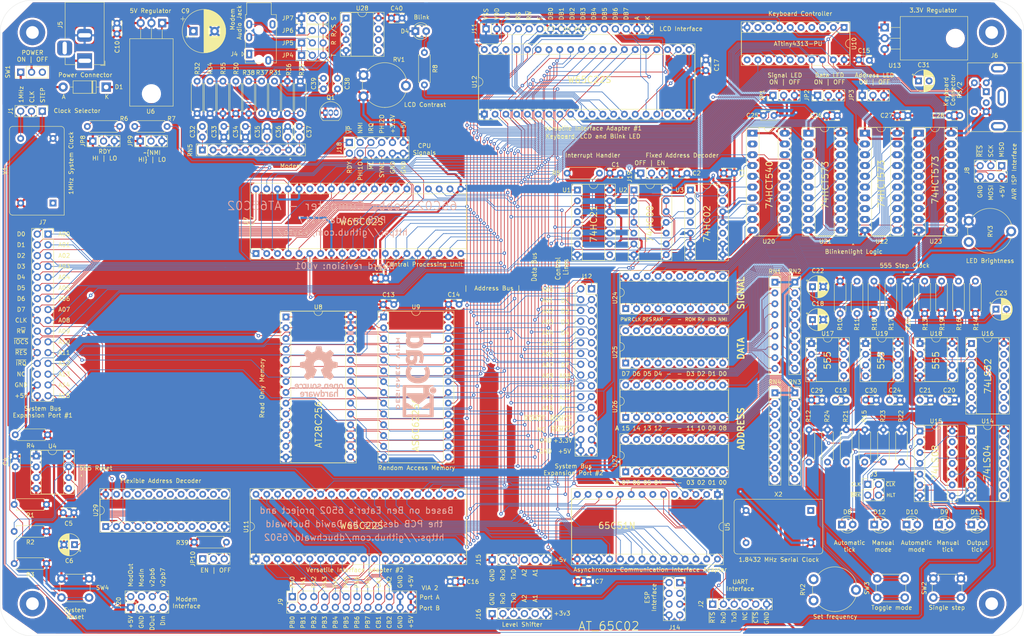
<source format=kicad_pcb>
(kicad_pcb (version 20171130) (host pcbnew "(5.1.9)-1")
  (layers (0 F.Cu signal hide) (31 B.Cu signal hide) (34 B.Paste user) (35 F.Paste user) (36 B.SilkS user) (37 F.SilkS user) (38 B.Mask user) (39 F.Mask user) (44 Edge.Cuts user))
  (net 0 "")
  (net 1 +5V)
  (net 2 GND)
  (net 3 "Net-(C4-Pad1)")
  (net 4 "/6502 Peripherals/v1pb0")
  (net 5 CLK)
  (net 6 CLKOUT)
  (net 7 a0)
  (net 8 a1)
  (net 9 a2)
  (net 10 a3)
  (net 11 a4)
  (net 12 a5)
  (net 13 a6)
  (net 14 a7)
  (net 15 a8)
  (net 16 a9)
  (net 17 a10)
  (net 18 a11)
  (net 19 a12)
  (net 20 a13)
  (net 21 a14)
  (net 22 a15)
  (net 23 d0)
  (net 24 d1)
  (net 25 d2)
  (net 26 d3)
  (net 27 d4)
  (net 28 d5)
  (net 29 d6)
  (net 30 d7)
  (net 31 R~W)
  (net 32 ~IOCS)
  (net 33 ~RES)
  (net 34 ~IRQX)
  (net 35 "/6502 Peripherals/v1pb1")
  (net 36 "/6502 Peripherals/v1pb2")
  (net 37 "/6502 Peripherals/v1pb3")
  (net 38 "/6502 Peripherals/v1pb4")
  (net 39 "/6502 Peripherals/v1pb5")
  (net 40 "/6502 Peripherals/v1pb6")
  (net 41 "/6502 Peripherals/v1pb7")
  (net 42 "/6502 Peripherals/v2pa0")
  (net 43 "/6502 Peripherals/v2pa1")
  (net 44 "/6502 Peripherals/v2pa2")
  (net 45 "/6502 Peripherals/v2pa3")
  (net 46 "/6502 Peripherals/v2pa4")
  (net 47 "/6502 Peripherals/v2pa5")
  (net 48 "/6502 Peripherals/v2pa6")
  (net 49 "/6502 Peripherals/v2pa7")
  (net 50 "/6502 Peripherals/v2pa8")
  (net 51 "/6502 Peripherals/v2pa9")
  (net 52 "/6502 Peripherals/v2pb0")
  (net 53 "/6502 Peripherals/v2pb1")
  (net 54 "/6502 Peripherals/v2pb2")
  (net 55 "/6502 Peripherals/v2pb3")
  (net 56 "/6502 Peripherals/v2pb4")
  (net 57 "/6502 Peripherals/v2pb5")
  (net 58 "/6502 Peripherals/v2pb8")
  (net 59 "/6502 Peripherals/v2pb9")
  (net 60 KBCLK)
  (net 61 KBDAT)
  (net 62 ~ROM_CS)
  (net 63 ~ROM_OE)
  (net 64 ~IRQ)
  (net 65 ~RAM_CS)
  (net 66 ~AIRQ)
  (net 67 ~V2IRQ)
  (net 68 ~V1IRQ)
  (net 69 "/6502 Peripherals/v1pa8")
  (net 70 "/6502 Peripherals/v1pa9")
  (net 71 "/6502 Peripherals/v1pa7")
  (net 72 "/6502 Peripherals/v1pa6")
  (net 73 "/6502 Peripherals/v1pa5")
  (net 74 "/6502 Peripherals/v1pa4")
  (net 75 "/6502 Peripherals/v1pa3")
  (net 76 "/6502 Peripherals/v1pa2")
  (net 77 "/6502 Peripherals/v1pa1")
  (net 78 "/6502 Peripherals/v1pa0")
  (net 79 RxD)
  (net 80 ~CTS)
  (net 81 TxD)
  (net 82 ~RTS)
  (net 83 RS232CLK)
  (net 84 "Net-(X1-Pad1)")
  (net 85 "Net-(X2-Pad1)")
  (net 86 "Net-(D1-Pad2)")
  (net 87 "Net-(D4-Pad2)")
  (net 88 "Net-(U2-Pad12)")
  (net 89 "Net-(U4-Pad5)")
  (net 90 "Net-(U5-Pad5)")
  (net 91 "Net-(U5-Pad7)")
  (net 92 "Net-(U5-Pad11)")
  (net 93 "Net-(U7-Pad35)")
  (net 94 "Net-(U10-Pad9)")
  (net 95 "Net-(U10-Pad8)")
  (net 96 "Net-(U10-Pad5)")
  (net 97 "Net-(U10-Pad4)")
  (net 98 "Net-(U10-Pad11)")
  (net 99 "Net-(U12-Pad19)")
  (net 100 "Net-(U12-Pad18)")
  (net 101 "Net-(C6-Pad1)")
  (net 102 "Net-(J6-Pad6)")
  (net 103 "Net-(J6-Pad2)")
  (net 104 "Net-(J7-Pad28)")
  (net 105 "Net-(J11-Pad3)")
  (net 106 "Net-(U1-Pad8)")
  (net 107 "Net-(U3-Pad10)")
  (net 108 "Net-(U3-Pad13)")
  (net 109 "Net-(U3-Pad4)")
  (net 110 "Net-(C9-Pad1)")
  (net 111 "Net-(SW1-Pad3)")
  (net 112 AUTO)
  (net 113 MAN)
  (net 114 ~MODE)
  (net 115 MODE)
  (net 116 HLT)
  (net 117 ~BRK)
  (net 118 "Net-(D8-Pad1)")
  (net 119 "Net-(D9-Pad1)")
  (net 120 "Net-(D10-Pad1)")
  (net 121 "Net-(D11-Pad1)")
  (net 122 "Net-(D12-Pad1)")
  (net 123 "Net-(C18-Pad1)")
  (net 124 "Net-(C19-Pad1)")
  (net 125 "Net-(C20-Pad1)")
  (net 126 "Net-(C21-Pad1)")
  (net 127 "Net-(C22-Pad1)")
  (net 128 "Net-(C23-Pad1)")
  (net 129 "Net-(C24-Pad1)")
  (net 130 +3.3V)
  (net 131 "Net-(C31-Pad2)")
  (net 132 CLKx)
  (net 133 ~CLKx)
  (net 134 "Net-(J5-Pad1)")
  (net 135 RxD3)
  (net 136 "Net-(J14-Pad6)")
  (net 137 "Net-(J14-Pad4)")
  (net 138 TxD3)
  (net 139 "Net-(J15-Pad5)")
  (net 140 "Net-(J15-Pad4)")
  (net 141 "Net-(J16-Pad4)")
  (net 142 "Net-(J16-Pad5)")
  (net 143 "Net-(JP1-Pad2)")
  (net 144 "Net-(JP2-Pad2)")
  (net 145 "Net-(JP3-Pad2)")
  (net 146 "Net-(R10-Pad2)")
  (net 147 "Net-(R11-Pad2)")
  (net 148 "Net-(R13-Pad2)")
  (net 149 "Net-(R16-Pad2)")
  (net 150 "Net-(R19-Pad2)")
  (net 151 "Net-(RN1-Pad9)")
  (net 152 "Net-(RN1-Pad8)")
  (net 153 "Net-(RN1-Pad7)")
  (net 154 "Net-(RN1-Pad6)")
  (net 155 "Net-(RN1-Pad5)")
  (net 156 "Net-(RN1-Pad4)")
  (net 157 "Net-(RN1-Pad3)")
  (net 158 "Net-(RN1-Pad2)")
  (net 159 LED_bright)
  (net 160 "Net-(RN2-Pad9)")
  (net 161 "Net-(RN2-Pad8)")
  (net 162 "Net-(RN2-Pad7)")
  (net 163 "Net-(RN2-Pad6)")
  (net 164 "Net-(RN2-Pad5)")
  (net 165 "Net-(RN2-Pad4)")
  (net 166 "Net-(RN2-Pad3)")
  (net 167 "Net-(RN2-Pad2)")
  (net 168 "Net-(RN3-Pad2)")
  (net 169 "Net-(RN3-Pad3)")
  (net 170 "Net-(RN3-Pad4)")
  (net 171 "Net-(RN3-Pad5)")
  (net 172 "Net-(RN3-Pad6)")
  (net 173 "Net-(RN3-Pad7)")
  (net 174 "Net-(RN3-Pad8)")
  (net 175 "Net-(RN3-Pad9)")
  (net 176 "Net-(RN4-Pad2)")
  (net 177 "Net-(RN4-Pad3)")
  (net 178 "Net-(RN4-Pad4)")
  (net 179 "Net-(RN4-Pad5)")
  (net 180 "Net-(RN4-Pad6)")
  (net 181 "Net-(RN4-Pad7)")
  (net 182 "Net-(RN4-Pad8)")
  (net 183 "Net-(RN4-Pad9)")
  (net 184 "Net-(RV2-Pad3)")
  (net 185 "Net-(RV3-Pad1)")
  (net 186 "Net-(U14-Pad4)")
  (net 187 "Net-(U15-Pad6)")
  (net 188 "Net-(U15-Pad3)")
  (net 189 "Net-(U15-Pad9)")
  (net 190 "Net-(U20-Pad18)")
  (net 191 "Net-(U20-Pad17)")
  (net 192 "Net-(U20-Pad16)")
  (net 193 "Net-(U20-Pad15)")
  (net 194 "Net-(U20-Pad14)")
  (net 195 "Net-(U20-Pad13)")
  (net 196 "Net-(U20-Pad12)")
  (net 197 "Net-(U20-Pad2)")
  (net 198 "Net-(U20-Pad11)")
  (net 199 "Net-(U21-Pad19)")
  (net 200 "Net-(U21-Pad18)")
  (net 201 "Net-(U21-Pad17)")
  (net 202 "Net-(U21-Pad16)")
  (net 203 "Net-(U21-Pad15)")
  (net 204 "Net-(U21-Pad14)")
  (net 205 "Net-(U21-Pad13)")
  (net 206 "Net-(U21-Pad12)")
  (net 207 "Net-(U22-Pad19)")
  (net 208 "Net-(U22-Pad18)")
  (net 209 "Net-(U22-Pad17)")
  (net 210 "Net-(U22-Pad16)")
  (net 211 "Net-(U22-Pad15)")
  (net 212 "Net-(U22-Pad14)")
  (net 213 "Net-(U22-Pad13)")
  (net 214 "Net-(U22-Pad12)")
  (net 215 "Net-(U23-Pad12)")
  (net 216 "Net-(U23-Pad13)")
  (net 217 "Net-(U23-Pad14)")
  (net 218 "Net-(U23-Pad15)")
  (net 219 "Net-(U23-Pad16)")
  (net 220 "Net-(U23-Pad17)")
  (net 221 "Net-(U23-Pad18)")
  (net 222 "Net-(U23-Pad19)")
  (net 223 "Net-(U24-Pad16)")
  (net 224 "Net-(U24-Pad6)")
  (net 225 "Net-(U24-Pad15)")
  (net 226 "Net-(U24-Pad5)")
  (net 227 "Net-(U25-Pad16)")
  (net 228 "Net-(U25-Pad6)")
  (net 229 "Net-(U25-Pad15)")
  (net 230 "Net-(U25-Pad5)")
  (net 231 "Net-(U26-Pad16)")
  (net 232 "Net-(U26-Pad6)")
  (net 233 "Net-(U26-Pad15)")
  (net 234 "Net-(U26-Pad5)")
  (net 235 "Net-(U27-Pad16)")
  (net 236 "Net-(U27-Pad6)")
  (net 237 "Net-(U27-Pad15)")
  (net 238 "Net-(U27-Pad5)")
  (net 239 "Net-(J14-Pad3)")
  (net 240 RDY)
  (net 241 ~NMI)
  (net 242 PHI2O)
  (net 243 SYNC)
  (net 244 ~ML)
  (net 245 PHI1O)
  (net 246 ~VP)
  (net 247 "Net-(J12-Pad27)")
  (net 248 AD_EN)
  (net 249 "Net-(J2-Pad4)")
  (net 250 "Net-(C32-Pad1)")
  (net 251 DataOut)
  (net 252 "Net-(C37-Pad1)")
  (net 253 "Net-(C37-Pad2)")
  (net 254 "Net-(C38-Pad2)")
  (net 255 ModOut)
  (net 256 "Net-(C39-Pad1)")
  (net 257 ModIn)
  (net 258 "Net-(J4-PadS)")
  (net 259 "Net-(J4-PadT)")
  (net 260 "Net-(J4-PadR1)")
  (net 261 "Net-(J4-PadR2)")
  (net 262 DataIn)
  (net 263 "Net-(C33-Pad2)")
  (net 264 "Net-(C34-Pad2)")
  (net 265 "Net-(C35-Pad2)")
  (net 266 "Net-(C36-Pad2)")
  (net 267 V2PB6)
  (net 268 V2PB7)
  (net 269 "Net-(JP9-Pad2)")
  (net 270 "Net-(JP10-Pad1)")
  (net 271 "Net-(JP10-Pad3)")
  (net 272 "Net-(R6-Pad1)")
  (net 273 ~IO4)
  (net 274 ~IO3)
  (net 275 ~IO2)
  (net 276 ~ROM)
  (net 277 ~RAM)
  (net 278 ~WE)
  (net 279 ~OE)
  (module Capacitor_THT:C_Disc_D3.4mm_W2.1mm_P2.50mm (layer F.Cu) (at 7.22 28.265 90)
    (fp_text reference C10 (at -3.115 0.06 90) (layer F.SilkS))
    (fp_text value 0.1uF)
    (pad 1 thru_hole circle (at 0 0 90) (size 1.6 1.6) (drill 0.8) (layers *.Cu *.Mask) (net 1 +5V))
    (pad 2 thru_hole circle (at 2.5 0 90) (size 1.6 1.6) (drill 0.8) (layers *.Cu *.Mask) (net 2 GND))
  )
  (module Button_Switch_THT:SW_PUSH_6mm (layer F.Cu) (at -5.86 156.625)
    (fp_text reference SW4 (at 9.67 2.175) (layer F.SilkS))
    (fp_text value SW_SPDT)
    (pad 1 thru_hole circle (at 6.5 0 90) (size 2 2) (drill 1.1) (layers *.Cu *.Mask) (net 2 GND))
    (pad 2 thru_hole circle (at 6.5 4.5 90) (size 2 2) (drill 1.1) (layers *.Cu *.Mask) (net 3 "Net-(C4-Pad1)"))
    (pad 1 thru_hole circle (at 0 0 90) (size 2 2) (drill 1.1) (layers *.Cu *.Mask) (net 2 GND))
    (pad 2 thru_hole circle (at 0 4.5 90) (size 2 2) (drill 1.1) (layers *.Cu *.Mask) (net 3 "Net-(C4-Pad1)"))
  )
  (module Button_Switch_THT:SW_PUSH_6mm (layer F.Cu) (at 199.619 156.625)
    (fp_text reference SW2 (at -2.159 2.286 90) (layer F.SilkS))
    (fp_text value Step)
    (pad 1 thru_hole circle (at 6.5 0 90) (size 2 2) (drill 1.1) (layers *.Cu *.Mask) (net 2 GND))
    (pad 2 thru_hole circle (at 6.5 4.5 90) (size 2 2) (drill 1.1) (layers *.Cu *.Mask) (net 148 "Net-(R13-Pad2)"))
    (pad 1 thru_hole circle (at 0 0 90) (size 2 2) (drill 1.1) (layers *.Cu *.Mask) (net 2 GND))
    (pad 2 thru_hole circle (at 0 4.5 90) (size 2 2) (drill 1.1) (layers *.Cu *.Mask) (net 148 "Net-(R13-Pad2)"))
  )
  (module Button_Switch_THT:SW_PUSH_6mm (layer F.Cu) (at 186.379 156.625)
    (fp_text reference SW3 (at -2.413 2.286 90) (layer F.SilkS))
    (fp_text value Mode)
    (pad 1 thru_hole circle (at 6.5 0 90) (size 2 2) (drill 1.1) (layers *.Cu *.Mask) (net 127 "Net-(C22-Pad1)"))
    (pad 2 thru_hole circle (at 6.5 4.5 90) (size 2 2) (drill 1.1) (layers *.Cu *.Mask) (net 150 "Net-(R19-Pad2)"))
    (pad 1 thru_hole circle (at 0 0 90) (size 2 2) (drill 1.1) (layers *.Cu *.Mask) (net 127 "Net-(C22-Pad1)"))
    (pad 2 thru_hole circle (at 0 4.5 90) (size 2 2) (drill 1.1) (layers *.Cu *.Mask) (net 150 "Net-(R19-Pad2)"))
  )
  (module Connector_PinHeader_2.54mm:PinHeader_1x03_P2.54mm_Vertical (layer F.Cu) (at 182.85 42.76 90)
    (fp_text reference JP3 (at 0 -2.53 90) (layer F.SilkS))
    (fp_text value EN_ADDR)
    (pad 3 thru_hole oval (at 0 5.08 90) (size 1.7 1.7) (drill 1) (layers *.Cu *.Mask) (net 1 +5V))
    (pad 2 thru_hole oval (at 0 2.54 90) (size 1.7 1.7) (drill 1) (layers *.Cu *.Mask) (net 145 "Net-(JP3-Pad2)"))
    (pad 1 thru_hole rect (at 0 0 90) (size 1.7 1.7) (drill 1) (layers *.Cu *.Mask) (net 2 GND))
  )
  (module Connector_PinHeader_2.54mm:PinHeader_1x03_P2.54mm_Vertical (layer F.Cu) (at 172.33 42.76 90)
    (fp_text reference JP2 (at 0 -2.53 90) (layer F.SilkS))
    (fp_text value EN_DATA)
    (pad 3 thru_hole oval (at 0 5.08 90) (size 1.7 1.7) (drill 1) (layers *.Cu *.Mask) (net 1 +5V))
    (pad 2 thru_hole oval (at 0 2.54 90) (size 1.7 1.7) (drill 1) (layers *.Cu *.Mask) (net 144 "Net-(JP2-Pad2)"))
    (pad 1 thru_hole rect (at 0 0 90) (size 1.7 1.7) (drill 1) (layers *.Cu *.Mask) (net 2 GND))
  )
  (module Connector_PinHeader_2.54mm:PinHeader_1x03_P2.54mm_Vertical (layer F.Cu) (at 161.81 42.76 90)
    (fp_text reference JP1 (at 0 -2.53 90) (layer F.SilkS))
    (fp_text value EN_SIGNAL)
    (pad 3 thru_hole oval (at 0 5.08 90) (size 1.7 1.7) (drill 1) (layers *.Cu *.Mask) (net 1 +5V))
    (pad 2 thru_hole oval (at 0 2.54 90) (size 1.7 1.7) (drill 1) (layers *.Cu *.Mask) (net 143 "Net-(JP1-Pad2)"))
    (pad 1 thru_hole rect (at 0 0 90) (size 1.7 1.7) (drill 1) (layers *.Cu *.Mask) (net 2 GND))
  )
  (module Connector_PinSocket_2.54mm:PinSocket_2x16_P2.54mm_Vertical (layer F.Cu) (at 119.06 88.36)
    (fp_text reference J12 (at -1.22 -2.93) (layer F.SilkS))
    (fp_text value "Expansion port #2")
    (pad 32 thru_hole oval (at -2.54 38.1) (size 1.7 1.7) (drill 1) (layers *.Cu *.Mask) (net 2 GND))
    (pad 31 thru_hole oval (at 0 38.1) (size 1.7 1.7) (drill 1) (layers *.Cu *.Mask) (net 1 +5V))
    (pad 30 thru_hole oval (at -2.54 35.56) (size 1.7 1.7) (drill 1) (layers *.Cu *.Mask) (net 2 GND))
    (pad 29 thru_hole oval (at 0 35.56) (size 1.7 1.7) (drill 1) (layers *.Cu *.Mask) (net 130 +3.3V))
    (pad 28 thru_hole oval (at -2.54 33.02) (size 1.7 1.7) (drill 1) (layers *.Cu *.Mask) (net 65 ~RAM_CS))
    (pad 27 thru_hole oval (at 0 33.02) (size 1.7 1.7) (drill 1) (layers *.Cu *.Mask) (net 247 "Net-(J12-Pad27)"))
    (pad 26 thru_hole oval (at -2.54 30.48) (size 1.7 1.7) (drill 1) (layers *.Cu *.Mask) (net 62 ~ROM_CS))
    (pad 25 thru_hole oval (at 0 30.48) (size 1.7 1.7) (drill 1) (layers *.Cu *.Mask) (net 63 ~ROM_OE))
    (pad 24 thru_hole oval (at -2.54 27.94) (size 1.7 1.7) (drill 1) (layers *.Cu *.Mask) (net 21 a14))
    (pad 23 thru_hole oval (at 0 27.94) (size 1.7 1.7) (drill 1) (layers *.Cu *.Mask) (net 22 a15))
    (pad 22 thru_hole oval (at -2.54 25.4) (size 1.7 1.7) (drill 1) (layers *.Cu *.Mask) (net 19 a12))
    (pad 21 thru_hole oval (at 0 25.4) (size 1.7 1.7) (drill 1) (layers *.Cu *.Mask) (net 20 a13))
    (pad 20 thru_hole oval (at -2.54 22.86) (size 1.7 1.7) (drill 1) (layers *.Cu *.Mask) (net 17 a10))
    (pad 19 thru_hole oval (at 0 22.86) (size 1.7 1.7) (drill 1) (layers *.Cu *.Mask) (net 18 a11))
    (pad 18 thru_hole oval (at -2.54 20.32) (size 1.7 1.7) (drill 1) (layers *.Cu *.Mask) (net 15 a8))
    (pad 17 thru_hole oval (at 0 20.32) (size 1.7 1.7) (drill 1) (layers *.Cu *.Mask) (net 16 a9))
    (pad 16 thru_hole oval (at -2.54 17.78) (size 1.7 1.7) (drill 1) (layers *.Cu *.Mask) (net 14 a7))
    (pad 15 thru_hole oval (at 0 17.78) (size 1.7 1.7) (drill 1) (layers *.Cu *.Mask) (net 30 d7))
    (pad 14 thru_hole oval (at -2.54 15.24) (size 1.7 1.7) (drill 1) (layers *.Cu *.Mask) (net 13 a6))
    (pad 13 thru_hole oval (at 0 15.24) (size 1.7 1.7) (drill 1) (layers *.Cu *.Mask) (net 29 d6))
    (pad 12 thru_hole oval (at -2.54 12.7) (size 1.7 1.7) (drill 1) (layers *.Cu *.Mask) (net 12 a5))
    (pad 11 thru_hole oval (at 0 12.7) (size 1.7 1.7) (drill 1) (layers *.Cu *.Mask) (net 28 d5))
    (pad 10 thru_hole oval (at -2.54 10.16) (size 1.7 1.7) (drill 1) (layers *.Cu *.Mask) (net 11 a4))
    (pad 9 thru_hole oval (at 0 10.16) (size 1.7 1.7) (drill 1) (layers *.Cu *.Mask) (net 27 d4))
    (pad 8 thru_hole oval (at -2.54 7.62) (size 1.7 1.7) (drill 1) (layers *.Cu *.Mask) (net 10 a3))
    (pad 7 thru_hole oval (at 0 7.62) (size 1.7 1.7) (drill 1) (layers *.Cu *.Mask) (net 26 d3))
    (pad 6 thru_hole oval (at -2.54 5.08) (size 1.7 1.7) (drill 1) (layers *.Cu *.Mask) (net 9 a2))
    (pad 5 thru_hole oval (at 0 5.08) (size 1.7 1.7) (drill 1) (layers *.Cu *.Mask) (net 25 d2))
    (pad 4 thru_hole oval (at -2.54 2.54) (size 1.7 1.7) (drill 1) (layers *.Cu *.Mask) (net 8 a1))
    (pad 3 thru_hole oval (at 0 2.54) (size 1.7 1.7) (drill 1) (layers *.Cu *.Mask) (net 24 d1))
    (pad 2 thru_hole oval (at -2.54 0) (size 1.7 1.7) (drill 1) (layers *.Cu *.Mask) (net 7 a0))
    (pad 1 thru_hole rect (at 0 0) (size 1.7 1.7) (drill 1) (layers *.Cu *.Mask) (net 23 d0))
  )
  (module Package_DIP:DIP-20_W7.62mm_Socket (layer F.Cu) (at 127.12 105.846666 90)
    (fp_text reference U25 (at 2.54 -2.54 90) (layer F.SilkS))
    (fp_text value 10_LED_Array)
    (pad 20 thru_hole oval (at 7.62 0 90) (size 1.6 1.6) (drill 0.8) (layers *.Cu *.Mask) (net 199 "Net-(U21-Pad19)"))
    (pad 10 thru_hole oval (at 0 22.86 90) (size 1.6 1.6) (drill 0.8) (layers *.Cu *.Mask) (net 151 "Net-(RN1-Pad9)"))
    (pad 19 thru_hole oval (at 7.62 2.54 90) (size 1.6 1.6) (drill 0.8) (layers *.Cu *.Mask) (net 200 "Net-(U21-Pad18)"))
    (pad 9 thru_hole oval (at 0 20.32 90) (size 1.6 1.6) (drill 0.8) (layers *.Cu *.Mask) (net 152 "Net-(RN1-Pad8)"))
    (pad 18 thru_hole oval (at 7.62 5.08 90) (size 1.6 1.6) (drill 0.8) (layers *.Cu *.Mask) (net 201 "Net-(U21-Pad17)"))
    (pad 8 thru_hole oval (at 0 17.78 90) (size 1.6 1.6) (drill 0.8) (layers *.Cu *.Mask) (net 153 "Net-(RN1-Pad7)"))
    (pad 17 thru_hole oval (at 7.62 7.62 90) (size 1.6 1.6) (drill 0.8) (layers *.Cu *.Mask) (net 202 "Net-(U21-Pad16)"))
    (pad 7 thru_hole oval (at 0 15.24 90) (size 1.6 1.6) (drill 0.8) (layers *.Cu *.Mask) (net 154 "Net-(RN1-Pad6)"))
    (pad 16 thru_hole oval (at 7.62 10.16 90) (size 1.6 1.6) (drill 0.8) (layers *.Cu *.Mask) (net 227 "Net-(U25-Pad16)"))
    (pad 6 thru_hole oval (at 0 12.7 90) (size 1.6 1.6) (drill 0.8) (layers *.Cu *.Mask) (net 228 "Net-(U25-Pad6)"))
    (pad 15 thru_hole oval (at 7.62 12.7 90) (size 1.6 1.6) (drill 0.8) (layers *.Cu *.Mask) (net 229 "Net-(U25-Pad15)"))
    (pad 5 thru_hole oval (at 0 10.16 90) (size 1.6 1.6) (drill 0.8) (layers *.Cu *.Mask) (net 230 "Net-(U25-Pad5)"))
    (pad 14 thru_hole oval (at 7.62 15.24 90) (size 1.6 1.6) (drill 0.8) (layers *.Cu *.Mask) (net 203 "Net-(U21-Pad15)"))
    (pad 4 thru_hole oval (at 0 7.62 90) (size 1.6 1.6) (drill 0.8) (layers *.Cu *.Mask) (net 155 "Net-(RN1-Pad5)"))
    (pad 13 thru_hole oval (at 7.62 17.78 90) (size 1.6 1.6) (drill 0.8) (layers *.Cu *.Mask) (net 204 "Net-(U21-Pad14)"))
    (pad 3 thru_hole oval (at 0 5.08 90) (size 1.6 1.6) (drill 0.8) (layers *.Cu *.Mask) (net 156 "Net-(RN1-Pad4)"))
    (pad 12 thru_hole oval (at 7.62 20.32 90) (size 1.6 1.6) (drill 0.8) (layers *.Cu *.Mask) (net 205 "Net-(U21-Pad13)"))
    (pad 2 thru_hole oval (at 0 2.54 90) (size 1.6 1.6) (drill 0.8) (layers *.Cu *.Mask) (net 157 "Net-(RN1-Pad3)"))
    (pad 11 thru_hole oval (at 7.62 22.86 90) (size 1.6 1.6) (drill 0.8) (layers *.Cu *.Mask) (net 206 "Net-(U21-Pad12)"))
    (pad 1 thru_hole rect (at 0 0 90) (size 1.6 1.6) (drill 0.8) (layers *.Cu *.Mask) (net 158 "Net-(RN1-Pad2)"))
  )
  (module Package_DIP:DIP-20_W7.62mm_Socket (layer F.Cu) (at 127.12 93.03 90)
    (fp_text reference U24 (at 2.54 -2.54 270) (layer F.SilkS))
    (fp_text value 10_LED_Array)
    (pad 20 thru_hole oval (at 7.62 0 90) (size 1.6 1.6) (drill 0.8) (layers *.Cu *.Mask) (net 1 +5V))
    (pad 10 thru_hole oval (at 0 22.86 90) (size 1.6 1.6) (drill 0.8) (layers *.Cu *.Mask) (net 160 "Net-(RN2-Pad9)"))
    (pad 19 thru_hole oval (at 7.62 2.54 90) (size 1.6 1.6) (drill 0.8) (layers *.Cu *.Mask) (net 191 "Net-(U20-Pad17)"))
    (pad 9 thru_hole oval (at 0 20.32 90) (size 1.6 1.6) (drill 0.8) (layers *.Cu *.Mask) (net 161 "Net-(RN2-Pad8)"))
    (pad 18 thru_hole oval (at 7.62 5.08 90) (size 1.6 1.6) (drill 0.8) (layers *.Cu *.Mask) (net 192 "Net-(U20-Pad16)"))
    (pad 8 thru_hole oval (at 0 17.78 90) (size 1.6 1.6) (drill 0.8) (layers *.Cu *.Mask) (net 162 "Net-(RN2-Pad7)"))
    (pad 17 thru_hole oval (at 7.62 7.62 90) (size 1.6 1.6) (drill 0.8) (layers *.Cu *.Mask) (net 193 "Net-(U20-Pad15)"))
    (pad 7 thru_hole oval (at 0 15.24 90) (size 1.6 1.6) (drill 0.8) (layers *.Cu *.Mask) (net 163 "Net-(RN2-Pad6)"))
    (pad 16 thru_hole oval (at 7.62 10.16 90) (size 1.6 1.6) (drill 0.8) (layers *.Cu *.Mask) (net 223 "Net-(U24-Pad16)"))
    (pad 6 thru_hole oval (at 0 12.7 90) (size 1.6 1.6) (drill 0.8) (layers *.Cu *.Mask) (net 224 "Net-(U24-Pad6)"))
    (pad 15 thru_hole oval (at 7.62 12.7 90) (size 1.6 1.6) (drill 0.8) (layers *.Cu *.Mask) (net 225 "Net-(U24-Pad15)"))
    (pad 5 thru_hole oval (at 0 10.16 90) (size 1.6 1.6) (drill 0.8) (layers *.Cu *.Mask) (net 226 "Net-(U24-Pad5)"))
    (pad 14 thru_hole oval (at 7.62 15.24 90) (size 1.6 1.6) (drill 0.8) (layers *.Cu *.Mask) (net 194 "Net-(U20-Pad14)"))
    (pad 4 thru_hole oval (at 0 7.62 90) (size 1.6 1.6) (drill 0.8) (layers *.Cu *.Mask) (net 164 "Net-(RN2-Pad5)"))
    (pad 13 thru_hole oval (at 7.62 17.78 90) (size 1.6 1.6) (drill 0.8) (layers *.Cu *.Mask) (net 195 "Net-(U20-Pad13)"))
    (pad 3 thru_hole oval (at 0 5.08 90) (size 1.6 1.6) (drill 0.8) (layers *.Cu *.Mask) (net 165 "Net-(RN2-Pad4)"))
    (pad 12 thru_hole oval (at 7.62 20.32 90) (size 1.6 1.6) (drill 0.8) (layers *.Cu *.Mask) (net 196 "Net-(U20-Pad12)"))
    (pad 2 thru_hole oval (at 0 2.54 90) (size 1.6 1.6) (drill 0.8) (layers *.Cu *.Mask) (net 166 "Net-(RN2-Pad3)"))
    (pad 11 thru_hole oval (at 7.62 22.86 90) (size 1.6 1.6) (drill 0.8) (layers *.Cu *.Mask) (net 198 "Net-(U20-Pad11)"))
    (pad 1 thru_hole rect (at 0 0 90) (size 1.6 1.6) (drill 0.8) (layers *.Cu *.Mask) (net 167 "Net-(RN2-Pad2)"))
  )
  (module Package_DIP:DIP-20_W7.62mm_Socket (layer F.Cu) (at 127.12 118.663332 90)
    (fp_text reference U26 (at 2.54 -2.54 90) (layer F.SilkS))
    (fp_text value 10_LED_Array)
    (pad 20 thru_hole oval (at 7.62 0 90) (size 1.6 1.6) (drill 0.8) (layers *.Cu *.Mask) (net 207 "Net-(U22-Pad19)"))
    (pad 10 thru_hole oval (at 0 22.86 90) (size 1.6 1.6) (drill 0.8) (layers *.Cu *.Mask) (net 175 "Net-(RN3-Pad9)"))
    (pad 19 thru_hole oval (at 7.62 2.54 90) (size 1.6 1.6) (drill 0.8) (layers *.Cu *.Mask) (net 208 "Net-(U22-Pad18)"))
    (pad 9 thru_hole oval (at 0 20.32 90) (size 1.6 1.6) (drill 0.8) (layers *.Cu *.Mask) (net 174 "Net-(RN3-Pad8)"))
    (pad 18 thru_hole oval (at 7.62 5.08 90) (size 1.6 1.6) (drill 0.8) (layers *.Cu *.Mask) (net 209 "Net-(U22-Pad17)"))
    (pad 8 thru_hole oval (at 0 17.78 90) (size 1.6 1.6) (drill 0.8) (layers *.Cu *.Mask) (net 173 "Net-(RN3-Pad7)"))
    (pad 17 thru_hole oval (at 7.62 7.62 90) (size 1.6 1.6) (drill 0.8) (layers *.Cu *.Mask) (net 210 "Net-(U22-Pad16)"))
    (pad 7 thru_hole oval (at 0 15.24 90) (size 1.6 1.6) (drill 0.8) (layers *.Cu *.Mask) (net 172 "Net-(RN3-Pad6)"))
    (pad 16 thru_hole oval (at 7.62 10.16 90) (size 1.6 1.6) (drill 0.8) (layers *.Cu *.Mask) (net 231 "Net-(U26-Pad16)"))
    (pad 6 thru_hole oval (at 0 12.7 90) (size 1.6 1.6) (drill 0.8) (layers *.Cu *.Mask) (net 232 "Net-(U26-Pad6)"))
    (pad 15 thru_hole oval (at 7.62 12.7 90) (size 1.6 1.6) (drill 0.8) (layers *.Cu *.Mask) (net 233 "Net-(U26-Pad15)"))
    (pad 5 thru_hole oval (at 0 10.16 90) (size 1.6 1.6) (drill 0.8) (layers *.Cu *.Mask) (net 234 "Net-(U26-Pad5)"))
    (pad 14 thru_hole oval (at 7.62 15.24 90) (size 1.6 1.6) (drill 0.8) (layers *.Cu *.Mask) (net 211 "Net-(U22-Pad15)"))
    (pad 4 thru_hole oval (at 0 7.62 90) (size 1.6 1.6) (drill 0.8) (layers *.Cu *.Mask) (net 171 "Net-(RN3-Pad5)"))
    (pad 13 thru_hole oval (at 7.62 17.78 90) (size 1.6 1.6) (drill 0.8) (layers *.Cu *.Mask) (net 212 "Net-(U22-Pad14)"))
    (pad 3 thru_hole oval (at 0 5.08 90) (size 1.6 1.6) (drill 0.8) (layers *.Cu *.Mask) (net 170 "Net-(RN3-Pad4)"))
    (pad 12 thru_hole oval (at 7.62 20.32 90) (size 1.6 1.6) (drill 0.8) (layers *.Cu *.Mask) (net 213 "Net-(U22-Pad13)"))
    (pad 2 thru_hole oval (at 0 2.54 90) (size 1.6 1.6) (drill 0.8) (layers *.Cu *.Mask) (net 169 "Net-(RN3-Pad3)"))
    (pad 11 thru_hole oval (at 7.62 22.86 90) (size 1.6 1.6) (drill 0.8) (layers *.Cu *.Mask) (net 214 "Net-(U22-Pad12)"))
    (pad 1 thru_hole rect (at 0 0 90) (size 1.6 1.6) (drill 0.8) (layers *.Cu *.Mask) (net 168 "Net-(RN3-Pad2)"))
  )
  (module Package_DIP:DIP-20_W7.62mm_Socket (layer F.Cu) (at 127.12 131.48 90)
    (fp_text reference U27 (at 2.54 -2.54 90) (layer F.SilkS))
    (fp_text value 10_LED_Array)
    (pad 20 thru_hole oval (at 7.62 0 90) (size 1.6 1.6) (drill 0.8) (layers *.Cu *.Mask) (net 222 "Net-(U23-Pad19)"))
    (pad 10 thru_hole oval (at 0 22.86 90) (size 1.6 1.6) (drill 0.8) (layers *.Cu *.Mask) (net 183 "Net-(RN4-Pad9)"))
    (pad 19 thru_hole oval (at 7.62 2.54 90) (size 1.6 1.6) (drill 0.8) (layers *.Cu *.Mask) (net 221 "Net-(U23-Pad18)"))
    (pad 9 thru_hole oval (at 0 20.32 90) (size 1.6 1.6) (drill 0.8) (layers *.Cu *.Mask) (net 182 "Net-(RN4-Pad8)"))
    (pad 18 thru_hole oval (at 7.62 5.08 90) (size 1.6 1.6) (drill 0.8) (layers *.Cu *.Mask) (net 220 "Net-(U23-Pad17)"))
    (pad 8 thru_hole oval (at 0 17.78 90) (size 1.6 1.6) (drill 0.8) (layers *.Cu *.Mask) (net 181 "Net-(RN4-Pad7)"))
    (pad 17 thru_hole oval (at 7.62 7.62 90) (size 1.6 1.6) (drill 0.8) (layers *.Cu *.Mask) (net 219 "Net-(U23-Pad16)"))
    (pad 7 thru_hole oval (at 0 15.24 90) (size 1.6 1.6) (drill 0.8) (layers *.Cu *.Mask) (net 180 "Net-(RN4-Pad6)"))
    (pad 16 thru_hole oval (at 7.62 10.16 90) (size 1.6 1.6) (drill 0.8) (layers *.Cu *.Mask) (net 235 "Net-(U27-Pad16)"))
    (pad 6 thru_hole oval (at 0 12.7 90) (size 1.6 1.6) (drill 0.8) (layers *.Cu *.Mask) (net 236 "Net-(U27-Pad6)"))
    (pad 15 thru_hole oval (at 7.62 12.7 90) (size 1.6 1.6) (drill 0.8) (layers *.Cu *.Mask) (net 237 "Net-(U27-Pad15)"))
    (pad 5 thru_hole oval (at 0 10.16 90) (size 1.6 1.6) (drill 0.8) (layers *.Cu *.Mask) (net 238 "Net-(U27-Pad5)"))
    (pad 14 thru_hole oval (at 7.62 15.24 90) (size 1.6 1.6) (drill 0.8) (layers *.Cu *.Mask) (net 218 "Net-(U23-Pad15)"))
    (pad 4 thru_hole oval (at 0 7.62 90) (size 1.6 1.6) (drill 0.8) (layers *.Cu *.Mask) (net 179 "Net-(RN4-Pad5)"))
    (pad 13 thru_hole oval (at 7.62 17.78 90) (size 1.6 1.6) (drill 0.8) (layers *.Cu *.Mask) (net 217 "Net-(U23-Pad14)"))
    (pad 3 thru_hole oval (at 0 5.08 90) (size 1.6 1.6) (drill 0.8) (layers *.Cu *.Mask) (net 178 "Net-(RN4-Pad4)"))
    (pad 12 thru_hole oval (at 7.62 20.32 90) (size 1.6 1.6) (drill 0.8) (layers *.Cu *.Mask) (net 216 "Net-(U23-Pad13)"))
    (pad 2 thru_hole oval (at 0 2.54 90) (size 1.6 1.6) (drill 0.8) (layers *.Cu *.Mask) (net 177 "Net-(RN4-Pad3)"))
    (pad 11 thru_hole oval (at 7.62 22.86 90) (size 1.6 1.6) (drill 0.8) (layers *.Cu *.Mask) (net 215 "Net-(U23-Pad12)"))
    (pad 1 thru_hole rect (at 0 0 90) (size 1.6 1.6) (drill 0.8) (layers *.Cu *.Mask) (net 176 "Net-(RN4-Pad2)"))
  )
  (module Potentiometer_THT:Potentiometer_Piher_PT-10-V10_Vertical (layer F.Cu) (at 207.96 77.33)
    (fp_text reference RV3 (at 5.09 -2.5 90) (layer F.SilkS))
    (fp_text value 150k)
    (pad 3 thru_hole circle (at 0 -5) (size 2.34 2.34) (drill 1.3) (layers *.Cu *.Mask) (net 2 GND))
    (pad 2 thru_hole circle (at 10 -2.5) (size 2.34 2.34) (drill 1.3) (layers *.Cu *.Mask) (net 159 LED_bright))
    (pad 1 thru_hole circle (at 0 0) (size 2.34 2.34) (drill 1.3) (layers *.Cu *.Mask) (net 185 "Net-(RV3-Pad1)"))
  )
  (module Connector_PinSocket_2.54mm:PinSocket_1x06_P2.54mm_Vertical (layer F.Cu) (at 95.63 152.21 90)
    (fp_text reference J15 (at -0.04 -3.22 90) (layer F.SilkS))
    (fp_text value Level_Shifter_HV)
    (pad 6 thru_hole oval (at 0 12.7 90) (size 1.7 1.7) (drill 1) (layers *.Cu *.Mask) (net 2 GND))
    (pad 5 thru_hole oval (at 0 10.16 90) (size 1.7 1.7) (drill 1) (layers *.Cu *.Mask) (net 139 "Net-(J15-Pad5)"))
    (pad 4 thru_hole oval (at 0 7.62 90) (size 1.7 1.7) (drill 1) (layers *.Cu *.Mask) (net 140 "Net-(J15-Pad4)"))
    (pad 3 thru_hole oval (at 0 5.08 90) (size 1.7 1.7) (drill 1) (layers *.Cu *.Mask) (net 79 RxD))
    (pad 2 thru_hole oval (at 0 2.54 90) (size 1.7 1.7) (drill 1) (layers *.Cu *.Mask) (net 81 TxD))
    (pad 1 thru_hole rect (at 0 0 90) (size 1.7 1.7) (drill 1) (layers *.Cu *.Mask) (net 1 +5V))
  )
  (module Connector_PinSocket_2.54mm:PinSocket_1x06_P2.54mm_Vertical (layer F.Cu) (at 95.63 164.91 90)
    (fp_text reference J16 (at -0.19 -3.22 90) (layer F.SilkS))
    (fp_text value Level_Shifter_LV)
    (pad 1 thru_hole rect (at 0 0 90) (size 1.7 1.7) (drill 1) (layers *.Cu *.Mask) (net 130 +3.3V))
    (pad 2 thru_hole oval (at 0 2.54 90) (size 1.7 1.7) (drill 1) (layers *.Cu *.Mask) (net 138 TxD3))
    (pad 3 thru_hole oval (at 0 5.08 90) (size 1.7 1.7) (drill 1) (layers *.Cu *.Mask) (net 135 RxD3))
    (pad 4 thru_hole oval (at 0 7.62 90) (size 1.7 1.7) (drill 1) (layers *.Cu *.Mask) (net 141 "Net-(J16-Pad4)"))
    (pad 5 thru_hole oval (at 0 10.16 90) (size 1.7 1.7) (drill 1) (layers *.Cu *.Mask) (net 142 "Net-(J16-Pad5)"))
    (pad 6 thru_hole oval (at 0 12.7 90) (size 1.7 1.7) (drill 1) (layers *.Cu *.Mask) (net 2 GND))
  )
  (module Connector_PinSocket_2.54mm:PinSocket_2x04_P2.54mm_Vertical (layer F.Cu) (at 139.86 157.6)
    (fp_text reference J14 (at -1.22 10.58) (layer F.SilkS))
    (fp_text value "ESP Interface")
    (pad 8 thru_hole oval (at -2.54 7.62) (size 1.7 1.7) (drill 1) (layers *.Cu *.Mask) (net 2 GND))
    (pad 7 thru_hole oval (at 0 7.62) (size 1.7 1.7) (drill 1) (layers *.Cu *.Mask) (net 138 TxD3))
    (pad 6 thru_hole oval (at -2.54 5.08) (size 1.7 1.7) (drill 1) (layers *.Cu *.Mask) (net 136 "Net-(J14-Pad6)"))
    (pad 5 thru_hole oval (at 0 5.08) (size 1.7 1.7) (drill 1) (layers *.Cu *.Mask) (net 130 +3.3V))
    (pad 4 thru_hole oval (at -2.54 2.54) (size 1.7 1.7) (drill 1) (layers *.Cu *.Mask) (net 137 "Net-(J14-Pad4)"))
    (pad 3 thru_hole oval (at 0 2.54) (size 1.7 1.7) (drill 1) (layers *.Cu *.Mask) (net 239 "Net-(J14-Pad3)"))
    (pad 2 thru_hole oval (at -2.54 0) (size 1.7 1.7) (drill 1) (layers *.Cu *.Mask) (net 135 RxD3))
    (pad 1 thru_hole rect (at 0 0) (size 1.7 1.7) (drill 1) (layers *.Cu *.Mask) (net 130 +3.3V))
  )
  (module Package_TO_SOT_THT:TO-220-3_Horizontal_TabDown (layer F.Cu) (at 188.14 26.77 270)
    (fp_text reference U13 (at 8.96 -2.37) (layer F.SilkS))
    (fp_text value L7806)
    (pad "" np_thru_hole oval (at 2.54 -16.66 270) (size 3.5 3.5) (drill 3.5) (layers *.Cu *.Mask))
    (pad 1 thru_hole rect (at 0 0 270) (size 1.905 2) (drill 1.1) (layers *.Cu *.Mask) (net 1 +5V))
    (pad 2 thru_hole oval (at 2.54 0 270) (size 1.905 2) (drill 1.1) (layers *.Cu *.Mask) (net 2 GND))
    (pad 3 thru_hole oval (at 5.08 0 270) (size 1.905 2) (drill 1.1) (layers *.Cu *.Mask) (net 130 +3.3V))
  )
  (module Package_DIP:DIP-40_W15.24mm_Socket (layer F.Cu) (at 39.98 152.01 90)
    (fp_text reference U11 (at 7.62 -2.33 90) (layer F.SilkS))
    (fp_text value 65C22S)
    (pad 1 thru_hole rect (at 0 0 90) (size 1.6 1.6) (drill 0.8) (layers *.Cu *.Mask) (net 2 GND))
    (pad 21 thru_hole oval (at 15.24 48.26 90) (size 1.6 1.6) (drill 0.8) (layers *.Cu *.Mask) (net 67 ~V2IRQ))
    (pad 2 thru_hole oval (at 0 2.54 90) (size 1.6 1.6) (drill 0.8) (layers *.Cu *.Mask) (net 42 "/6502 Peripherals/v2pa0"))
    (pad 22 thru_hole oval (at 15.24 45.72 90) (size 1.6 1.6) (drill 0.8) (layers *.Cu *.Mask) (net 31 R~W))
    (pad 3 thru_hole oval (at 0 5.08 90) (size 1.6 1.6) (drill 0.8) (layers *.Cu *.Mask) (net 43 "/6502 Peripherals/v2pa1"))
    (pad 23 thru_hole oval (at 15.24 43.18 90) (size 1.6 1.6) (drill 0.8) (layers *.Cu *.Mask) (net 32 ~IOCS))
    (pad 4 thru_hole oval (at 0 7.62 90) (size 1.6 1.6) (drill 0.8) (layers *.Cu *.Mask) (net 44 "/6502 Peripherals/v2pa2"))
    (pad 24 thru_hole oval (at 15.24 40.64 90) (size 1.6 1.6) (drill 0.8) (layers *.Cu *.Mask) (net 18 a11))
    (pad 5 thru_hole oval (at 0 10.16 90) (size 1.6 1.6) (drill 0.8) (layers *.Cu *.Mask) (net 45 "/6502 Peripherals/v2pa3"))
    (pad 25 thru_hole oval (at 15.24 38.1 90) (size 1.6 1.6) (drill 0.8) (layers *.Cu *.Mask) (net 5 CLK))
    (pad 6 thru_hole oval (at 0 12.7 90) (size 1.6 1.6) (drill 0.8) (layers *.Cu *.Mask) (net 46 "/6502 Peripherals/v2pa4"))
    (pad 26 thru_hole oval (at 15.24 35.56 90) (size 1.6 1.6) (drill 0.8) (layers *.Cu *.Mask) (net 30 d7))
    (pad 7 thru_hole oval (at 0 15.24 90) (size 1.6 1.6) (drill 0.8) (layers *.Cu *.Mask) (net 47 "/6502 Peripherals/v2pa5"))
    (pad 27 thru_hole oval (at 15.24 33.02 90) (size 1.6 1.6) (drill 0.8) (layers *.Cu *.Mask) (net 29 d6))
    (pad 8 thru_hole oval (at 0 17.78 90) (size 1.6 1.6) (drill 0.8) (layers *.Cu *.Mask) (net 48 "/6502 Peripherals/v2pa6"))
    (pad 28 thru_hole oval (at 15.24 30.48 90) (size 1.6 1.6) (drill 0.8) (layers *.Cu *.Mask) (net 28 d5))
    (pad 9 thru_hole oval (at 0 20.32 90) (size 1.6 1.6) (drill 0.8) (layers *.Cu *.Mask) (net 49 "/6502 Peripherals/v2pa7"))
    (pad 29 thru_hole oval (at 15.24 27.94 90) (size 1.6 1.6) (drill 0.8) (layers *.Cu *.Mask) (net 27 d4))
    (pad 10 thru_hole oval (at 0 22.86 90) (size 1.6 1.6) (drill 0.8) (layers *.Cu *.Mask) (net 52 "/6502 Peripherals/v2pb0"))
    (pad 30 thru_hole oval (at 15.24 25.4 90) (size 1.6 1.6) (drill 0.8) (layers *.Cu *.Mask) (net 26 d3))
    (pad 11 thru_hole oval (at 0 25.4 90) (size 1.6 1.6) (drill 0.8) (layers *.Cu *.Mask) (net 53 "/6502 Peripherals/v2pb1"))
    (pad 31 thru_hole oval (at 15.24 22.86 90) (size 1.6 1.6) (drill 0.8) (layers *.Cu *.Mask) (net 25 d2))
    (pad 12 thru_hole oval (at 0 27.94 90) (size 1.6 1.6) (drill 0.8) (layers *.Cu *.Mask) (net 54 "/6502 Peripherals/v2pb2"))
    (pad 32 thru_hole oval (at 15.24 20.32 90) (size 1.6 1.6) (drill 0.8) (layers *.Cu *.Mask) (net 24 d1))
    (pad 13 thru_hole oval (at 0 30.48 90) (size 1.6 1.6) (drill 0.8) (layers *.Cu *.Mask) (net 55 "/6502 Peripherals/v2pb3"))
    (pad 33 thru_hole oval (at 15.24 17.78 90) (size 1.6 1.6) (drill 0.8) (layers *.Cu *.Mask) (net 23 d0))
    (pad 14 thru_hole oval (at 0 33.02 90) (size 1.6 1.6) (drill 0.8) (layers *.Cu *.Mask) (net 56 "/6502 Peripherals/v2pb4"))
    (pad 34 thru_hole oval (at 15.24 15.24 90) (size 1.6 1.6) (drill 0.8) (layers *.Cu *.Mask) (net 33 ~RES))
    (pad 15 thru_hole oval (at 0 35.56 90) (size 1.6 1.6) (drill 0.8) (layers *.Cu *.Mask) (net 57 "/6502 Peripherals/v2pb5"))
    (pad 35 thru_hole oval (at 15.24 12.7 90) (size 1.6 1.6) (drill 0.8) (layers *.Cu *.Mask) (net 10 a3))
    (pad 16 thru_hole oval (at 0 38.1 90) (size 1.6 1.6) (drill 0.8) (layers *.Cu *.Mask) (net 267 V2PB6))
    (pad 36 thru_hole oval (at 15.24 10.16 90) (size 1.6 1.6) (drill 0.8) (layers *.Cu *.Mask) (net 9 a2))
    (pad 17 thru_hole oval (at 0 40.64 90) (size 1.6 1.6) (drill 0.8) (layers *.Cu *.Mask) (net 268 V2PB7))
    (pad 37 thru_hole oval (at 15.24 7.62 90) (size 1.6 1.6) (drill 0.8) (layers *.Cu *.Mask) (net 8 a1))
    (pad 18 thru_hole oval (at 0 43.18 90) (size 1.6 1.6) (drill 0.8) (layers *.Cu *.Mask) (net 58 "/6502 Peripherals/v2pb8"))
    (pad 38 thru_hole oval (at 15.24 5.08 90) (size 1.6 1.6) (drill 0.8) (layers *.Cu *.Mask) (net 7 a0))
    (pad 19 thru_hole oval (at 0 45.72 90) (size 1.6 1.6) (drill 0.8) (layers *.Cu *.Mask) (net 59 "/6502 Peripherals/v2pb9"))
    (pad 39 thru_hole oval (at 15.24 2.54 90) (size 1.6 1.6) (drill 0.8) (layers *.Cu *.Mask) (net 51 "/6502 Peripherals/v2pa9"))
    (pad 20 thru_hole oval (at 0 48.26 90) (size 1.6 1.6) (drill 0.8) (layers *.Cu *.Mask) (net 1 +5V))
    (pad 40 thru_hole oval (at 15.24 0 90) (size 1.6 1.6) (drill 0.8) (layers *.Cu *.Mask) (net 50 "/6502 Peripherals/v2pa8"))
  )
  (module Package_DIP:DIP-28_W15.24mm_Socket (layer F.Cu) (at 148.74 136.81 270)
    (fp_text reference U5 (at 7.62 -2.33 270) (layer F.SilkS))
    (fp_text value 65C51N)
    (pad 1 thru_hole rect (at 0 0 270) (size 1.6 1.6) (drill 0.8) (layers *.Cu *.Mask) (net 2 GND))
    (pad 15 thru_hole oval (at 15.24 33.02 270) (size 1.6 1.6) (drill 0.8) (layers *.Cu *.Mask) (net 1 +5V))
    (pad 2 thru_hole oval (at 0 2.54 270) (size 1.6 1.6) (drill 0.8) (layers *.Cu *.Mask) (net 17 a10))
    (pad 16 thru_hole oval (at 15.24 30.48 270) (size 1.6 1.6) (drill 0.8) (layers *.Cu *.Mask) (net 2 GND))
    (pad 3 thru_hole oval (at 0 5.08 270) (size 1.6 1.6) (drill 0.8) (layers *.Cu *.Mask) (net 32 ~IOCS))
    (pad 17 thru_hole oval (at 15.24 27.94 270) (size 1.6 1.6) (drill 0.8) (layers *.Cu *.Mask) (net 2 GND))
    (pad 4 thru_hole oval (at 0 7.62 270) (size 1.6 1.6) (drill 0.8) (layers *.Cu *.Mask) (net 33 ~RES))
    (pad 18 thru_hole oval (at 15.24 25.4 270) (size 1.6 1.6) (drill 0.8) (layers *.Cu *.Mask) (net 23 d0))
    (pad 5 thru_hole oval (at 0 10.16 270) (size 1.6 1.6) (drill 0.8) (layers *.Cu *.Mask) (net 90 "Net-(U5-Pad5)"))
    (pad 19 thru_hole oval (at 15.24 22.86 270) (size 1.6 1.6) (drill 0.8) (layers *.Cu *.Mask) (net 24 d1))
    (pad 6 thru_hole oval (at 0 12.7 270) (size 1.6 1.6) (drill 0.8) (layers *.Cu *.Mask) (net 83 RS232CLK))
    (pad 20 thru_hole oval (at 15.24 20.32 270) (size 1.6 1.6) (drill 0.8) (layers *.Cu *.Mask) (net 25 d2))
    (pad 7 thru_hole oval (at 0 15.24 270) (size 1.6 1.6) (drill 0.8) (layers *.Cu *.Mask) (net 91 "Net-(U5-Pad7)"))
    (pad 21 thru_hole oval (at 15.24 17.78 270) (size 1.6 1.6) (drill 0.8) (layers *.Cu *.Mask) (net 26 d3))
    (pad 8 thru_hole oval (at 0 17.78 270) (size 1.6 1.6) (drill 0.8) (layers *.Cu *.Mask) (net 82 ~RTS))
    (pad 22 thru_hole oval (at 15.24 15.24 270) (size 1.6 1.6) (drill 0.8) (layers *.Cu *.Mask) (net 27 d4))
    (pad 9 thru_hole oval (at 0 20.32 270) (size 1.6 1.6) (drill 0.8) (layers *.Cu *.Mask) (net 80 ~CTS))
    (pad 23 thru_hole oval (at 15.24 12.7 270) (size 1.6 1.6) (drill 0.8) (layers *.Cu *.Mask) (net 28 d5))
    (pad 10 thru_hole oval (at 0 22.86 270) (size 1.6 1.6) (drill 0.8) (layers *.Cu *.Mask) (net 81 TxD))
    (pad 24 thru_hole oval (at 15.24 10.16 270) (size 1.6 1.6) (drill 0.8) (layers *.Cu *.Mask) (net 29 d6))
    (pad 11 thru_hole oval (at 0 25.4 270) (size 1.6 1.6) (drill 0.8) (layers *.Cu *.Mask) (net 92 "Net-(U5-Pad11)"))
    (pad 25 thru_hole oval (at 15.24 7.62 270) (size 1.6 1.6) (drill 0.8) (layers *.Cu *.Mask) (net 30 d7))
    (pad 12 thru_hole oval (at 0 27.94 270) (size 1.6 1.6) (drill 0.8) (layers *.Cu *.Mask) (net 79 RxD))
    (pad 26 thru_hole oval (at 15.24 5.08 270) (size 1.6 1.6) (drill 0.8) (layers *.Cu *.Mask) (net 66 ~AIRQ))
    (pad 13 thru_hole oval (at 0 30.48 270) (size 1.6 1.6) (drill 0.8) (layers *.Cu *.Mask) (net 7 a0))
    (pad 27 thru_hole oval (at 15.24 2.54 270) (size 1.6 1.6) (drill 0.8) (layers *.Cu *.Mask) (net 5 CLK))
    (pad 14 thru_hole oval (at 0 33.02 270) (size 1.6 1.6) (drill 0.8) (layers *.Cu *.Mask) (net 8 a1))
    (pad 28 thru_hole oval (at 15.24 0 270) (size 1.6 1.6) (drill 0.8) (layers *.Cu *.Mask) (net 31 R~W))
  )
  (module Connector_PinSocket_2.54mm:PinSocket_2x06_P2.54mm_Vertical (layer F.Cu) (at 61.99 53.87 90)
    (fp_text reference J18 (at -1.23 -2.38 90) (layer F.SilkS))
    (fp_text value "CPU Signals")
    (pad 12 thru_hole oval (at -2.54 12.7 90) (size 1.7 1.7) (drill 1) (layers *.Cu *.Mask) (net 2 GND))
    (pad 11 thru_hole oval (at 0 12.7 90) (size 1.7 1.7) (drill 1) (layers *.Cu *.Mask) (net 1 +5V))
    (pad 10 thru_hole oval (at -2.54 10.16 90) (size 1.7 1.7) (drill 1) (layers *.Cu *.Mask) (net 2 GND))
    (pad 9 thru_hole oval (at 0 10.16 90) (size 1.7 1.7) (drill 1) (layers *.Cu *.Mask) (net 130 +3.3V))
    (pad 8 thru_hole oval (at -2.54 7.62 90) (size 1.7 1.7) (drill 1) (layers *.Cu *.Mask) (net 243 SYNC))
    (pad 7 thru_hole oval (at 0 7.62 90) (size 1.7 1.7) (drill 1) (layers *.Cu *.Mask) (net 242 PHI2O))
    (pad 6 thru_hole oval (at -2.54 5.08 90) (size 1.7 1.7) (drill 1) (layers *.Cu *.Mask) (net 244 ~ML))
    (pad 5 thru_hole oval (at 0 5.08 90) (size 1.7 1.7) (drill 1) (layers *.Cu *.Mask) (net 64 ~IRQ))
    (pad 4 thru_hole oval (at -2.54 2.54 90) (size 1.7 1.7) (drill 1) (layers *.Cu *.Mask) (net 245 PHI1O))
    (pad 3 thru_hole oval (at 0 2.54 90) (size 1.7 1.7) (drill 1) (layers *.Cu *.Mask) (net 241 ~NMI))
    (pad 2 thru_hole oval (at -2.54 0 90) (size 1.7 1.7) (drill 1) (layers *.Cu *.Mask) (net 240 RDY))
    (pad 1 thru_hole rect (at 0 0 90) (size 1.7 1.7) (drill 1) (layers *.Cu *.Mask) (net 246 ~VP))
  )
  (module Package_DIP:DIP-40_W15.24mm_Socket (layer F.Cu) (at 39.98 80.05 90)
    (fp_text reference U7 (at 7.62 -2.33 90) (layer F.SilkS))
    (fp_text value 65C02S)
    (pad 40 thru_hole oval (at 15.24 0 90) (size 1.6 1.6) (drill 0.8) (layers *.Cu *.Mask) (net 33 ~RES))
    (pad 20 thru_hole oval (at 0 48.26 90) (size 1.6 1.6) (drill 0.8) (layers *.Cu *.Mask) (net 18 a11))
    (pad 39 thru_hole oval (at 15.24 2.54 90) (size 1.6 1.6) (drill 0.8) (layers *.Cu *.Mask) (net 242 PHI2O))
    (pad 19 thru_hole oval (at 0 45.72 90) (size 1.6 1.6) (drill 0.8) (layers *.Cu *.Mask) (net 17 a10))
    (pad 38 thru_hole oval (at 15.24 5.08 90) (size 1.6 1.6) (drill 0.8) (layers *.Cu *.Mask) (net 1 +5V))
    (pad 18 thru_hole oval (at 0 43.18 90) (size 1.6 1.6) (drill 0.8) (layers *.Cu *.Mask) (net 16 a9))
    (pad 37 thru_hole oval (at 15.24 7.62 90) (size 1.6 1.6) (drill 0.8) (layers *.Cu *.Mask) (net 5 CLK))
    (pad 17 thru_hole oval (at 0 40.64 90) (size 1.6 1.6) (drill 0.8) (layers *.Cu *.Mask) (net 15 a8))
    (pad 36 thru_hole oval (at 15.24 10.16 90) (size 1.6 1.6) (drill 0.8) (layers *.Cu *.Mask) (net 1 +5V))
    (pad 16 thru_hole oval (at 0 38.1 90) (size 1.6 1.6) (drill 0.8) (layers *.Cu *.Mask) (net 14 a7))
    (pad 35 thru_hole oval (at 15.24 12.7 90) (size 1.6 1.6) (drill 0.8) (layers *.Cu *.Mask) (net 93 "Net-(U7-Pad35)"))
    (pad 15 thru_hole oval (at 0 35.56 90) (size 1.6 1.6) (drill 0.8) (layers *.Cu *.Mask) (net 13 a6))
    (pad 34 thru_hole oval (at 15.24 15.24 90) (size 1.6 1.6) (drill 0.8) (layers *.Cu *.Mask) (net 31 R~W))
    (pad 14 thru_hole oval (at 0 33.02 90) (size 1.6 1.6) (drill 0.8) (layers *.Cu *.Mask) (net 12 a5))
    (pad 33 thru_hole oval (at 15.24 17.78 90) (size 1.6 1.6) (drill 0.8) (layers *.Cu *.Mask) (net 23 d0))
    (pad 13 thru_hole oval (at 0 30.48 90) (size 1.6 1.6) (drill 0.8) (layers *.Cu *.Mask) (net 11 a4))
    (pad 32 thru_hole oval (at 15.24 20.32 90) (size 1.6 1.6) (drill 0.8) (layers *.Cu *.Mask) (net 24 d1))
    (pad 12 thru_hole oval (at 0 27.94 90) (size 1.6 1.6) (drill 0.8) (layers *.Cu *.Mask) (net 10 a3))
    (pad 31 thru_hole oval (at 15.24 22.86 90) (size 1.6 1.6) (drill 0.8) (layers *.Cu *.Mask) (net 25 d2))
    (pad 11 thru_hole oval (at 0 25.4 90) (size 1.6 1.6) (drill 0.8) (layers *.Cu *.Mask) (net 9 a2))
    (pad 30 thru_hole oval (at 15.24 25.4 90) (size 1.6 1.6) (drill 0.8) (layers *.Cu *.Mask) (net 26 d3))
    (pad 10 thru_hole oval (at 0 22.86 90) (size 1.6 1.6) (drill 0.8) (layers *.Cu *.Mask) (net 8 a1))
    (pad 29 thru_hole oval (at 15.24 27.94 90) (size 1.6 1.6) (drill 0.8) (layers *.Cu *.Mask) (net 27 d4))
    (pad 9 thru_hole oval (at 0 20.32 90) (size 1.6 1.6) (drill 0.8) (layers *.Cu *.Mask) (net 7 a0))
    (pad 28 thru_hole oval (at 15.24 30.48 90) (size 1.6 1.6) (drill 0.8) (layers *.Cu *.Mask) (net 28 d5))
    (pad 8 thru_hole oval (at 0 17.78 90) (size 1.6 1.6) (drill 0.8) (layers *.Cu *.Mask) (net 1 +5V))
    (pad 27 thru_hole oval (at 15.24 33.02 90) (size 1.6 1.6) (drill 0.8) (layers *.Cu *.Mask) (net 29 d6))
    (pad 7 thru_hole oval (at 0 15.24 90) (size 1.6 1.6) (drill 0.8) (layers *.Cu *.Mask) (net 243 SYNC))
    (pad 26 thru_hole oval (at 15.24 35.56 90) (size 1.6 1.6) (drill 0.8) (layers *.Cu *.Mask) (net 30 d7))
    (pad 6 thru_hole oval (at 0 12.7 90) (size 1.6 1.6) (drill 0.8) (layers *.Cu *.Mask) (net 241 ~NMI))
    (pad 25 thru_hole oval (at 15.24 38.1 90) (size 1.6 1.6) (drill 0.8) (layers *.Cu *.Mask) (net 22 a15))
    (pad 5 thru_hole oval (at 0 10.16 90) (size 1.6 1.6) (drill 0.8) (layers *.Cu *.Mask) (net 244 ~ML))
    (pad 24 thru_hole oval (at 15.24 40.64 90) (size 1.6 1.6) (drill 0.8) (layers *.Cu *.Mask) (net 21 a14))
    (pad 4 thru_hole oval (at 0 7.62 90) (size 1.6 1.6) (drill 0.8) (layers *.Cu *.Mask) (net 64 ~IRQ))
    (pad 23 thru_hole oval (at 15.24 43.18 90) (size 1.6 1.6) (drill 0.8) (layers *.Cu *.Mask) (net 20 a13))
    (pad 3 thru_hole oval (at 0 5.08 90) (size 1.6 1.6) (drill 0.8) (layers *.Cu *.Mask) (net 245 PHI1O))
    (pad 22 thru_hole oval (at 15.24 45.72 90) (size 1.6 1.6) (drill 0.8) (layers *.Cu *.Mask) (net 19 a12))
    (pad 2 thru_hole oval (at 0 2.54 90) (size 1.6 1.6) (drill 0.8) (layers *.Cu *.Mask) (net 272 "Net-(R6-Pad1)"))
    (pad 21 thru_hole oval (at 15.24 48.26 90) (size 1.6 1.6) (drill 0.8) (layers *.Cu *.Mask) (net 2 GND))
    (pad 1 thru_hole rect (at 0 0 90) (size 1.6 1.6) (drill 0.8) (layers *.Cu *.Mask) (net 246 ~VP))
  )
  (module Package_DIP:DIP-40_W15.24mm_Socket (layer F.Cu) (at 93.8 47.21 90)
    (fp_text reference U12 (at 7.62 -2.33 90) (layer F.SilkS))
    (fp_text value 65C22S)
    (pad 1 thru_hole rect (at 0 0 90) (size 1.6 1.6) (drill 0.8) (layers *.Cu *.Mask) (net 2 GND))
    (pad 21 thru_hole oval (at 15.24 48.26 90) (size 1.6 1.6) (drill 0.8) (layers *.Cu *.Mask) (net 68 ~V1IRQ))
    (pad 2 thru_hole oval (at 0 2.54 90) (size 1.6 1.6) (drill 0.8) (layers *.Cu *.Mask) (net 78 "/6502 Peripherals/v1pa0"))
    (pad 22 thru_hole oval (at 15.24 45.72 90) (size 1.6 1.6) (drill 0.8) (layers *.Cu *.Mask) (net 31 R~W))
    (pad 3 thru_hole oval (at 0 5.08 90) (size 1.6 1.6) (drill 0.8) (layers *.Cu *.Mask) (net 77 "/6502 Peripherals/v1pa1"))
    (pad 23 thru_hole oval (at 15.24 43.18 90) (size 1.6 1.6) (drill 0.8) (layers *.Cu *.Mask) (net 32 ~IOCS))
    (pad 4 thru_hole oval (at 0 7.62 90) (size 1.6 1.6) (drill 0.8) (layers *.Cu *.Mask) (net 76 "/6502 Peripherals/v1pa2"))
    (pad 24 thru_hole oval (at 15.24 40.64 90) (size 1.6 1.6) (drill 0.8) (layers *.Cu *.Mask) (net 19 a12))
    (pad 5 thru_hole oval (at 0 10.16 90) (size 1.6 1.6) (drill 0.8) (layers *.Cu *.Mask) (net 75 "/6502 Peripherals/v1pa3"))
    (pad 25 thru_hole oval (at 15.24 38.1 90) (size 1.6 1.6) (drill 0.8) (layers *.Cu *.Mask) (net 5 CLK))
    (pad 6 thru_hole oval (at 0 12.7 90) (size 1.6 1.6) (drill 0.8) (layers *.Cu *.Mask) (net 74 "/6502 Peripherals/v1pa4"))
    (pad 26 thru_hole oval (at 15.24 35.56 90) (size 1.6 1.6) (drill 0.8) (layers *.Cu *.Mask) (net 30 d7))
    (pad 7 thru_hole oval (at 0 15.24 90) (size 1.6 1.6) (drill 0.8) (layers *.Cu *.Mask) (net 73 "/6502 Peripherals/v1pa5"))
    (pad 27 thru_hole oval (at 15.24 33.02 90) (size 1.6 1.6) (drill 0.8) (layers *.Cu *.Mask) (net 29 d6))
    (pad 8 thru_hole oval (at 0 17.78 90) (size 1.6 1.6) (drill 0.8) (layers *.Cu *.Mask) (net 72 "/6502 Peripherals/v1pa6"))
    (pad 28 thru_hole oval (at 15.24 30.48 90) (size 1.6 1.6) (drill 0.8) (layers *.Cu *.Mask) (net 28 d5))
    (pad 9 thru_hole oval (at 0 20.32 90) (size 1.6 1.6) (drill 0.8) (layers *.Cu *.Mask) (net 71 "/6502 Peripherals/v1pa7"))
    (pad 29 thru_hole oval (at 15.24 27.94 90) (size 1.6 1.6) (drill 0.8) (layers *.Cu *.Mask) (net 27 d4))
    (pad 10 thru_hole oval (at 0 22.86 90) (size 1.6 1.6) (drill 0.8) (layers *.Cu *.Mask) (net 4 "/6502 Peripherals/v1pb0"))
    (pad 30 thru_hole oval (at 15.24 25.4 90) (size 1.6 1.6) (drill 0.8) (layers *.Cu *.Mask) (net 26 d3))
    (pad 11 thru_hole oval (at 0 25.4 90) (size 1.6 1.6) (drill 0.8) (layers *.Cu *.Mask) (net 35 "/6502 Peripherals/v1pb1"))
    (pad 31 thru_hole oval (at 15.24 22.86 90) (size 1.6 1.6) (drill 0.8) (layers *.Cu *.Mask) (net 25 d2))
    (pad 12 thru_hole oval (at 0 27.94 90) (size 1.6 1.6) (drill 0.8) (layers *.Cu *.Mask) (net 36 "/6502 Peripherals/v1pb2"))
    (pad 32 thru_hole oval (at 15.24 20.32 90) (size 1.6 1.6) (drill 0.8) (layers *.Cu *.Mask) (net 24 d1))
    (pad 13 thru_hole oval (at 0 30.48 90) (size 1.6 1.6) (drill 0.8) (layers *.Cu *.Mask) (net 37 "/6502 Peripherals/v1pb3"))
    (pad 33 thru_hole oval (at 15.24 17.78 90) (size 1.6 1.6) (drill 0.8) (layers *.Cu *.Mask) (net 23 d0))
    (pad 14 thru_hole oval (at 0 33.02 90) (size 1.6 1.6) (drill 0.8) (layers *.Cu *.Mask) (net 38 "/6502 Peripherals/v1pb4"))
    (pad 34 thru_hole oval (at 15.24 15.24 90) (size 1.6 1.6) (drill 0.8) (layers *.Cu *.Mask) (net 33 ~RES))
    (pad 15 thru_hole oval (at 0 35.56 90) (size 1.6 1.6) (drill 0.8) (layers *.Cu *.Mask) (net 39 "/6502 Peripherals/v1pb5"))
    (pad 35 thru_hole oval (at 15.24 12.7 90) (size 1.6 1.6) (drill 0.8) (layers *.Cu *.Mask) (net 10 a3))
    (pad 16 thru_hole oval (at 0 38.1 90) (size 1.6 1.6) (drill 0.8) (layers *.Cu *.Mask) (net 40 "/6502 Peripherals/v1pb6"))
    (pad 36 thru_hole oval (at 15.24 10.16 90) (size 1.6 1.6) (drill 0.8) (layers *.Cu *.Mask) (net 9 a2))
    (pad 17 thru_hole oval (at 0 40.64 90) (size 1.6 1.6) (drill 0.8) (layers *.Cu *.Mask) (net 41 "/6502 Peripherals/v1pb7"))
    (pad 37 thru_hole oval (at 15.24 7.62 90) (size 1.6 1.6) (drill 0.8) (layers *.Cu *.Mask) (net 8 a1))
    (pad 18 thru_hole oval (at 0 43.18 90) (size 1.6 1.6) (drill 0.8) (layers *.Cu *.Mask) (net 100 "Net-(U12-Pad18)"))
    (pad 38 thru_hole oval (at 15.24 5.08 90) (size 1.6 1.6) (drill 0.8) (layers *.Cu *.Mask) (net 7 a0))
    (pad 19 thru_hole oval (at 0 45.72 90) (size 1.6 1.6) (drill 0.8) (layers *.Cu *.Mask) (net 99 "Net-(U12-Pad19)"))
    (pad 39 thru_hole oval (at 15.24 2.54 90) (size 1.6 1.6) (drill 0.8) (layers *.Cu *.Mask) (net 70 "/6502 Peripherals/v1pa9"))
    (pad 20 thru_hole oval (at 0 48.26 90) (size 1.6 1.6) (drill 0.8) (layers *.Cu *.Mask) (net 1 +5V))
    (pad 40 thru_hole oval (at 15.24 0 90) (size 1.6 1.6) (drill 0.8) (layers *.Cu *.Mask) (net 69 "/6502 Peripherals/v1pa8"))
  )
  (module LED_THT:LED_D3.0mm (layer F.Cu) (at 77.55 27.63)
    (fp_text reference D4 (at -2.48 0.02) (layer F.SilkS))
    (fp_text value BLINK)
    (pad 2 thru_hole circle (at 2.54 0) (size 1.8 1.8) (drill 0.9) (layers *.Cu *.Mask) (net 87 "Net-(D4-Pad2)"))
    (pad 1 thru_hole rect (at 0 0) (size 1.8 1.8) (drill 0.9) (layers *.Cu *.Mask) (net 2 GND))
  )
  (module Capacitor_THT:C_Disc_D3.4mm_W2.1mm_P2.50mm (layer F.Cu) (at 115.88 157.34)
    (fp_text reference C7 (at 4.97 -0.02) (layer F.SilkS))
    (fp_text value 0.1uF)
    (pad 2 thru_hole circle (at 2.5 0) (size 1.6 1.6) (drill 0.8) (layers *.Cu *.Mask) (net 2 GND))
    (pad 1 thru_hole circle (at 0 0) (size 1.6 1.6) (drill 0.8) (layers *.Cu *.Mask) (net 1 +5V))
  )
  (module Connector_PinSocket_2.54mm:PinSocket_1x06_P2.54mm_Vertical (layer F.Cu) (at 147.61 162.68 90)
    (fp_text reference J2 (at 0 -2.77 90) (layer F.SilkS))
    (fp_text value "Optional UART Port")
    (pad 6 thru_hole oval (at 0 12.7 90) (size 1.7 1.7) (drill 1) (layers *.Cu *.Mask) (net 2 GND))
    (pad 5 thru_hole oval (at 0 10.16 90) (size 1.7 1.7) (drill 1) (layers *.Cu *.Mask) (net 80 ~CTS))
    (pad 4 thru_hole oval (at 0 7.62 90) (size 1.7 1.7) (drill 1) (layers *.Cu *.Mask) (net 249 "Net-(J2-Pad4)"))
    (pad 3 thru_hole oval (at 0 5.08 90) (size 1.7 1.7) (drill 1) (layers *.Cu *.Mask) (net 81 TxD))
    (pad 2 thru_hole oval (at 0 2.54 90) (size 1.7 1.7) (drill 1) (layers *.Cu *.Mask) (net 79 RxD))
    (pad 1 thru_hole rect (at 0 0 90) (size 1.7 1.7) (drill 1) (layers *.Cu *.Mask) (net 82 ~RTS))
  )
  (module Potentiometer_THT:Potentiometer_Piher_PT-10-V10_Vertical (layer F.Cu) (at 65.32 42.99)
    (fp_text reference RV1 (at 8.36 -8.65) (layer F.SilkS))
    (fp_text value 10K)
    (pad 3 thru_hole circle (at 0 -5) (size 2.34 2.34) (drill 1.3) (layers *.Cu *.Mask) (net 2 GND))
    (pad 2 thru_hole circle (at 10 -2.5) (size 2.34 2.34) (drill 1.3) (layers *.Cu *.Mask) (net 105 "Net-(J11-Pad3)"))
    (pad 1 thru_hole circle (at 0 0) (size 2.34 2.34) (drill 1.3) (layers *.Cu *.Mask) (net 1 +5V))
  )
  (module Package_DIP:DIP-20_W7.62mm_Socket (layer F.Cu) (at 178.59 26.77 270)
    (fp_text reference U10 (at 3.81 -2.33 90) (layer F.SilkS))
    (fp_text value ATtiny4313-PU)
    (pad 1 thru_hole rect (at 0 0 270) (size 1.6 1.6) (drill 0.8) (layers *.Cu *.Mask) (net 33 ~RES))
    (pad 11 thru_hole oval (at 7.62 22.86 270) (size 1.6 1.6) (drill 0.8) (layers *.Cu *.Mask) (net 98 "Net-(U10-Pad11)"))
    (pad 2 thru_hole oval (at 0 2.54 270) (size 1.6 1.6) (drill 0.8) (layers *.Cu *.Mask) (net 61 KBDAT))
    (pad 12 thru_hole oval (at 7.62 20.32 270) (size 1.6 1.6) (drill 0.8) (layers *.Cu *.Mask) (net 78 "/6502 Peripherals/v1pa0"))
    (pad 3 thru_hole oval (at 0 5.08 270) (size 1.6 1.6) (drill 0.8) (layers *.Cu *.Mask) (net 69 "/6502 Peripherals/v1pa8"))
    (pad 13 thru_hole oval (at 7.62 17.78 270) (size 1.6 1.6) (drill 0.8) (layers *.Cu *.Mask) (net 77 "/6502 Peripherals/v1pa1"))
    (pad 4 thru_hole oval (at 0 7.62 270) (size 1.6 1.6) (drill 0.8) (layers *.Cu *.Mask) (net 97 "Net-(U10-Pad4)"))
    (pad 14 thru_hole oval (at 7.62 15.24 270) (size 1.6 1.6) (drill 0.8) (layers *.Cu *.Mask) (net 76 "/6502 Peripherals/v1pa2"))
    (pad 5 thru_hole oval (at 0 10.16 270) (size 1.6 1.6) (drill 0.8) (layers *.Cu *.Mask) (net 96 "Net-(U10-Pad5)"))
    (pad 15 thru_hole oval (at 7.62 12.7 270) (size 1.6 1.6) (drill 0.8) (layers *.Cu *.Mask) (net 75 "/6502 Peripherals/v1pa3"))
    (pad 6 thru_hole oval (at 0 12.7 270) (size 1.6 1.6) (drill 0.8) (layers *.Cu *.Mask) (net 60 KBCLK))
    (pad 16 thru_hole oval (at 7.62 10.16 270) (size 1.6 1.6) (drill 0.8) (layers *.Cu *.Mask) (net 74 "/6502 Peripherals/v1pa4"))
    (pad 7 thru_hole oval (at 0 15.24 270) (size 1.6 1.6) (drill 0.8) (layers *.Cu *.Mask) (net 70 "/6502 Peripherals/v1pa9"))
    (pad 17 thru_hole oval (at 7.62 7.62 270) (size 1.6 1.6) (drill 0.8) (layers *.Cu *.Mask) (net 73 "/6502 Peripherals/v1pa5"))
    (pad 8 thru_hole oval (at 0 17.78 270) (size 1.6 1.6) (drill 0.8) (layers *.Cu *.Mask) (net 95 "Net-(U10-Pad8)"))
    (pad 18 thru_hole oval (at 7.62 5.08 270) (size 1.6 1.6) (drill 0.8) (layers *.Cu *.Mask) (net 72 "/6502 Peripherals/v1pa6"))
    (pad 9 thru_hole oval (at 0 20.32 270) (size 1.6 1.6) (drill 0.8) (layers *.Cu *.Mask) (net 94 "Net-(U10-Pad9)"))
    (pad 19 thru_hole oval (at 7.62 2.54 270) (size 1.6 1.6) (drill 0.8) (layers *.Cu *.Mask) (net 71 "/6502 Peripherals/v1pa7"))
    (pad 10 thru_hole oval (at 0 22.86 270) (size 1.6 1.6) (drill 0.8) (layers *.Cu *.Mask) (net 2 GND))
    (pad 20 thru_hole oval (at 7.62 0 270) (size 1.6 1.6) (drill 0.8) (layers *.Cu *.Mask) (net 1 +5V))
  )
  (module Capacitor_THT:C_Disc_D3.4mm_W2.1mm_P2.50mm (layer F.Cu) (at 139.06 61.11)
    (fp_text reference C2 (at 4.76 0.01) (layer F.SilkS))
    (fp_text value 0.1uF)
    (pad 2 thru_hole circle (at 2.5 0) (size 1.6 1.6) (drill 0.8) (layers *.Cu *.Mask) (net 2 GND))
    (pad 1 thru_hole circle (at 0 0) (size 1.6 1.6) (drill 0.8) (layers *.Cu *.Mask) (net 1 +5V))
  )
  (module Symbol:KiCad-Logo2_8mm_SilkScreen (layer B.Cu) (at 78.53 108.52 90)
    (fp_text reference REF** hide)
    (fp_text value KiCad-Logo2_8mm_SilkScreen hide)
  )
  (module Symbol:OSHW-Logo_11.4x12mm_SilkScreen (layer B.Cu) (at 54.81 107.85 180)
    (fp_text reference REF** hide)
    (fp_text value OSHW-Logo_11.4x12mm_SilkScreen hide)
  )
  (module MountingHole:MountingHole_3mm_Pad (layer F.Cu) (at -12.7 162.56)
    (fp_text reference H4 hide)
    (fp_text value MountingHole_3mm_Pad)
    (pad 1 thru_hole circle (at 0 0) (size 6 6) (drill 3) (layers *.Cu *.Mask))
  )
  (module MountingHole:MountingHole_3mm_Pad (layer F.Cu) (at -12.7 27.94)
    (fp_text reference H1 hide)
    (fp_text value MountingHole_3mm_Pad)
    (pad 1 thru_hole circle (at 0 0) (size 6 6) (drill 3) (layers *.Cu *.Mask))
  )
  (module MountingHole:MountingHole_3mm_Pad (layer F.Cu) (at 213.36 27.94)
    (fp_text reference H2 hide)
    (fp_text value MountingHole_3mm_Pad)
    (pad 1 thru_hole circle (at 0 0) (size 6 6) (drill 3) (layers *.Cu *.Mask))
  )
  (module MountingHole:MountingHole_3mm_Pad (layer F.Cu) (at 213.36 162.56)
    (fp_text reference H3 hide)
    (fp_text value MountingHole_3mm_Pad)
    (pad 1 thru_hole circle (at 0 0) (size 6 6) (drill 3) (layers *.Cu *.Mask))
  )
  (module Connector_PinSocket_2.54mm:PinSocket_1x16_P2.54mm_Vertical (layer F.Cu) (at 94.2 27.11 90)
    (fp_text reference J11 (at 0 -2.77 90) (layer F.SilkS))
    (fp_text value "LCD Connector")
    (pad 16 thru_hole oval (at 0 38.1 90) (size 1.7 1.7) (drill 1) (layers *.Cu *.Mask) (net 2 GND))
    (pad 15 thru_hole oval (at 0 35.56 90) (size 1.7 1.7) (drill 1) (layers *.Cu *.Mask) (net 1 +5V))
    (pad 14 thru_hole oval (at 0 33.02 90) (size 1.7 1.7) (drill 1) (layers *.Cu *.Mask) (net 41 "/6502 Peripherals/v1pb7"))
    (pad 13 thru_hole oval (at 0 30.48 90) (size 1.7 1.7) (drill 1) (layers *.Cu *.Mask) (net 40 "/6502 Peripherals/v1pb6"))
    (pad 12 thru_hole oval (at 0 27.94 90) (size 1.7 1.7) (drill 1) (layers *.Cu *.Mask) (net 39 "/6502 Peripherals/v1pb5"))
    (pad 11 thru_hole oval (at 0 25.4 90) (size 1.7 1.7) (drill 1) (layers *.Cu *.Mask) (net 38 "/6502 Peripherals/v1pb4"))
    (pad 10 thru_hole oval (at 0 22.86 90) (size 1.7 1.7) (drill 1) (layers *.Cu *.Mask) (net 2 GND))
    (pad 9 thru_hole oval (at 0 20.32 90) (size 1.7 1.7) (drill 1) (layers *.Cu *.Mask) (net 2 GND))
    (pad 8 thru_hole oval (at 0 17.78 90) (size 1.7 1.7) (drill 1) (layers *.Cu *.Mask) (net 2 GND))
    (pad 7 thru_hole oval (at 0 15.24 90) (size 1.7 1.7) (drill 1) (layers *.Cu *.Mask) (net 2 GND))
    (pad 6 thru_hole oval (at 0 12.7 90) (size 1.7 1.7) (drill 1) (layers *.Cu *.Mask) (net 37 "/6502 Peripherals/v1pb3"))
    (pad 5 thru_hole oval (at 0 10.16 90) (size 1.7 1.7) (drill 1) (layers *.Cu *.Mask) (net 36 "/6502 Peripherals/v1pb2"))
    (pad 4 thru_hole oval (at 0 7.62 90) (size 1.7 1.7) (drill 1) (layers *.Cu *.Mask) (net 35 "/6502 Peripherals/v1pb1"))
    (pad 3 thru_hole oval (at 0 5.08 90) (size 1.7 1.7) (drill 1) (layers *.Cu *.Mask) (net 105 "Net-(J11-Pad3)"))
    (pad 2 thru_hole oval (at 0 2.54 90) (size 1.7 1.7) (drill 1) (layers *.Cu *.Mask) (net 1 +5V))
    (pad 1 thru_hole rect (at 0 0 90) (size 1.7 1.7) (drill 1) (layers *.Cu *.Mask) (net 2 GND))
  )
  (module Capacitor_THT:C_Disc_D3.4mm_W2.1mm_P2.50mm (layer F.Cu) (at 68.072 85.852)
    (fp_text reference C12 (at 1.25 -2.3) (layer F.SilkS))
    (fp_text value 0.1uF)
    (pad 2 thru_hole circle (at 2.5 0) (size 1.6 1.6) (drill 0.8) (layers *.Cu *.Mask) (net 2 GND))
    (pad 1 thru_hole circle (at 0 0) (size 1.6 1.6) (drill 0.8) (layers *.Cu *.Mask) (net 1 +5V))
  )
  (module Capacitor_THT:C_Disc_D3.4mm_W2.1mm_P2.50mm (layer F.Cu) (at -5.43 141.12)
    (fp_text reference C5 (at 1.25 2.54) (layer F.SilkS))
    (fp_text value 0.1uF)
    (pad 2 thru_hole circle (at 2.5 0) (size 1.6 1.6) (drill 0.8) (layers *.Cu *.Mask) (net 2 GND))
    (pad 1 thru_hole circle (at 0 0) (size 1.6 1.6) (drill 0.8) (layers *.Cu *.Mask) (net 1 +5V))
  )
  (module Capacitor_THT:C_Disc_D3.4mm_W2.1mm_P2.50mm (layer F.Cu) (at 69.97 92.06)
    (fp_text reference C13 (at 1.25 -2.3) (layer F.SilkS))
    (fp_text value 0.1uF)
    (pad 1 thru_hole circle (at 0 0) (size 1.6 1.6) (drill 0.8) (layers *.Cu *.Mask) (net 1 +5V))
    (pad 2 thru_hole circle (at 2.5 0) (size 1.6 1.6) (drill 0.8) (layers *.Cu *.Mask) (net 2 GND))
  )
  (module Capacitor_THT:C_Disc_D3.4mm_W2.1mm_P2.50mm (layer F.Cu) (at -16.75 130.31 90)
    (fp_text reference C4 (at 1.25 -2.3 90) (layer F.SilkS))
    (fp_text value 0.1uF)
    (pad 1 thru_hole circle (at 0 0 90) (size 1.6 1.6) (drill 0.8) (layers *.Cu *.Mask) (net 3 "Net-(C4-Pad1)"))
    (pad 2 thru_hole circle (at 2.5 0 90) (size 1.6 1.6) (drill 0.8) (layers *.Cu *.Mask) (net 2 GND))
  )
  (module Capacitor_THT:C_Disc_D3.4mm_W2.1mm_P2.50mm (layer F.Cu) (at 85.35 92.02)
    (fp_text reference C14 (at 1.25 -2.3) (layer F.SilkS))
    (fp_text value 0.1uF)
    (pad 1 thru_hole circle (at 0 0) (size 1.6 1.6) (drill 0.8) (layers *.Cu *.Mask) (net 1 +5V))
    (pad 2 thru_hole circle (at 2.5 0) (size 1.6 1.6) (drill 0.8) (layers *.Cu *.Mask) (net 2 GND))
  )
  (module Capacitor_THT:C_Disc_D3.4mm_W2.1mm_P2.50mm (layer F.Cu) (at 182.03 34.52)
    (fp_text reference C15 (at 1.25 -2.3) (layer F.SilkS))
    (fp_text value 0.1uF)
    (pad 1 thru_hole circle (at 0 -0.13) (size 1.6 1.6) (drill 0.8) (layers *.Cu *.Mask) (net 1 +5V))
    (pad 2 thru_hole circle (at 2.5 0) (size 1.6 1.6) (drill 0.8) (layers *.Cu *.Mask) (net 2 GND))
  )
  (module Capacitor_THT:CP_Radial_D5.0mm_P2.50mm (layer F.Cu) (at -2.77 148.66 180)
    (fp_text reference C6 (at 1.27 -3.81) (layer F.SilkS))
    (fp_text value 10uF)
    (pad 1 thru_hole rect (at 0 0 180) (size 1.6 1.6) (drill 0.8) (layers *.Cu *.Mask) (net 101 "Net-(C6-Pad1)"))
    (pad 2 thru_hole circle (at 2.5 0 180) (size 1.6 1.6) (drill 0.8) (layers *.Cu *.Mask) (net 2 GND))
  )
  (module Capacitor_THT:C_Disc_D3.4mm_W2.1mm_P2.50mm (layer F.Cu) (at 123.36 61.11)
    (fp_text reference C1 (at 1.38 -2.01) (layer F.SilkS))
    (fp_text value 0.1uF)
    (pad 2 thru_hole circle (at 2.5 0) (size 1.6 1.6) (drill 0.8) (layers *.Cu *.Mask) (net 2 GND))
    (pad 1 thru_hole circle (at 0 0) (size 1.6 1.6) (drill 0.8) (layers *.Cu *.Mask) (net 1 +5V))
  )
  (module Capacitor_THT:C_Disc_D3.4mm_W2.1mm_P2.50mm (layer F.Cu) (at 88.24 157.34 180)
    (fp_text reference C16 (at -2.85 -0.03) (layer F.SilkS))
    (fp_text value 0.1uF)
    (pad 1 thru_hole circle (at 0 0 180) (size 1.6 1.6) (drill 0.8) (layers *.Cu *.Mask) (net 1 +5V))
    (pad 2 thru_hole circle (at 2.5 0 180) (size 1.6 1.6) (drill 0.8) (layers *.Cu *.Mask) (net 2 GND))
  )
  (module Capacitor_THT:C_Disc_D3.4mm_W2.1mm_P2.50mm (layer F.Cu) (at 146.01 36.91 90)
    (fp_text reference C17 (at 1.25 2.54 90) (layer F.SilkS))
    (fp_text value 0.1uF)
    (pad 1 thru_hole circle (at 0 0 90) (size 1.6 1.6) (drill 0.8) (layers *.Cu *.Mask) (net 1 +5V))
    (pad 2 thru_hole circle (at 2.5 0 90) (size 1.6 1.6) (drill 0.8) (layers *.Cu *.Mask) (net 2 GND))
  )
  (module Capacitor_THT:C_Disc_D3.4mm_W2.1mm_P2.50mm (layer F.Cu) (at 150.23 61.11)
    (fp_text reference C3 (at 4.31 -0.01 90) (layer F.SilkS))
    (fp_text value 0.1uF)
    (pad 2 thru_hole circle (at 2.5 0) (size 1.6 1.6) (drill 0.8) (layers *.Cu *.Mask) (net 2 GND))
    (pad 1 thru_hole circle (at 0 0) (size 1.6 1.6) (drill 0.8) (layers *.Cu *.Mask) (net 1 +5V))
  )
  (module Connector_PinSocket_2.54mm:PinSocket_2x16_P2.54mm_Vertical (layer F.Cu) (at -9.02 75.46)
    (fp_text reference J7 (at -1.27 -2.77) (layer F.SilkS))
    (fp_text value "Expansion port")
    (pad 1 thru_hole rect (at 0 0) (size 1.7 1.7) (drill 1) (layers *.Cu *.Mask) (net 7 a0))
    (pad 2 thru_hole oval (at -2.54 0) (size 1.7 1.7) (drill 1) (layers *.Cu *.Mask) (net 23 d0))
    (pad 3 thru_hole oval (at 0 2.54) (size 1.7 1.7) (drill 1) (layers *.Cu *.Mask) (net 8 a1))
    (pad 4 thru_hole oval (at -2.54 2.54) (size 1.7 1.7) (drill 1) (layers *.Cu *.Mask) (net 24 d1))
    (pad 5 thru_hole oval (at 0 5.08) (size 1.7 1.7) (drill 1) (layers *.Cu *.Mask) (net 9 a2))
    (pad 6 thru_hole oval (at -2.54 5.08) (size 1.7 1.7) (drill 1) (layers *.Cu *.Mask) (net 25 d2))
    (pad 7 thru_hole oval (at 0 7.62) (size 1.7 1.7) (drill 1) (layers *.Cu *.Mask) (net 10 a3))
    (pad 8 thru_hole oval (at -2.54 7.62) (size 1.7 1.7) (drill 1) (layers *.Cu *.Mask) (net 26 d3))
    (pad 9 thru_hole oval (at 0 10.16) (size 1.7 1.7) (drill 1) (layers *.Cu *.Mask) (net 11 a4))
    (pad 10 thru_hole oval (at -2.54 10.16) (size 1.7 1.7) (drill 1) (layers *.Cu *.Mask) (net 27 d4))
    (pad 11 thru_hole oval (at 0 12.7) (size 1.7 1.7) (drill 1) (layers *.Cu *.Mask) (net 12 a5))
    (pad 12 thru_hole oval (at -2.54 12.7) (size 1.7 1.7) (drill 1) (layers *.Cu *.Mask) (net 28 d5))
    (pad 13 thru_hole oval (at 0 15.24) (size 1.7 1.7) (drill 1) (layers *.Cu *.Mask) (net 13 a6))
    (pad 14 thru_hole oval (at -2.54 15.24) (size 1.7 1.7) (drill 1) (layers *.Cu *.Mask) (net 29 d6))
    (pad 15 thru_hole oval (at 0 17.78) (size 1.7 1.7) (drill 1) (layers *.Cu *.Mask) (net 14 a7))
    (pad 16 thru_hole oval (at -2.54 17.78) (size 1.7 1.7) (drill 1) (layers *.Cu *.Mask) (net 30 d7))
    (pad 17 thru_hole oval (at 0 20.32) (size 1.7 1.7) (drill 1) (layers *.Cu *.Mask) (net 15 a8))
    (pad 18 thru_hole oval (at -2.54 20.32) (size 1.7 1.7) (drill 1) (layers *.Cu *.Mask) (net 5 CLK))
    (pad 19 thru_hole oval (at 0 22.86) (size 1.7 1.7) (drill 1) (layers *.Cu *.Mask) (net 16 a9))
    (pad 20 thru_hole oval (at -2.54 22.86) (size 1.7 1.7) (drill 1) (layers *.Cu *.Mask) (net 31 R~W))
    (pad 21 thru_hole oval (at 0 25.4) (size 1.7 1.7) (drill 1) (layers *.Cu *.Mask) (net 17 a10))
    (pad 22 thru_hole oval (at -2.54 25.4) (size 1.7 1.7) (drill 1) (layers *.Cu *.Mask) (net 32 ~IOCS))
    (pad 23 thru_hole oval (at 0 27.94) (size 1.7 1.7) (drill 1) (layers *.Cu *.Mask) (net 18 a11))
    (pad 24 thru_hole oval (at -2.54 27.94) (size 1.7 1.7) (drill 1) (layers *.Cu *.Mask) (net 33 ~RES))
    (pad 25 thru_hole oval (at 0 30.48) (size 1.7 1.7) (drill 1) (layers *.Cu *.Mask) (net 19 a12))
    (pad 26 thru_hole oval (at -2.54 30.48) (size 1.7 1.7) (drill 1) (layers *.Cu *.Mask) (net 34 ~IRQX))
    (pad 27 thru_hole oval (at 0 33.02) (size 1.7 1.7) (drill 1) (layers *.Cu *.Mask) (net 20 a13))
    (pad 28 thru_hole oval (at -2.54 33.02) (size 1.7 1.7) (drill 1) (layers *.Cu *.Mask) (net 104 "Net-(J7-Pad28)"))
    (pad 29 thru_hole oval (at 0 35.56) (size 1.7 1.7) (drill 1) (layers *.Cu *.Mask) (net 21 a14))
    (pad 30 thru_hole oval (at -2.54 35.56) (size 1.7 1.7) (drill 1) (layers *.Cu *.Mask) (net 2 GND))
    (pad 31 thru_hole oval (at 0 38.1) (size 1.7 1.7) (drill 1) (layers *.Cu *.Mask) (net 22 a15))
    (pad 32 thru_hole oval (at -2.54 38.1) (size 1.7 1.7) (drill 1) (layers *.Cu *.Mask) (net 1 +5V))
  )
  (module 65C02_Computer:mini_din-6 (layer F.Cu) (at 212.09 41.91 90)
    (fp_text reference J6 (at 8.52 1.94 180) (layer F.SilkS))
    (fp_text value Mini-DIN-6)
    (pad 7 thru_hole oval (at -1.3 3.65 90) (size 4 2) (drill oval 3 1) (layers *.Cu *.Mask))
    (pad 6 thru_hole circle (at -4.7 -2.8 90) (size 1.6 1.6) (drill 0.8) (layers *.Cu *.Mask) (net 102 "Net-(J6-Pad6)"))
    (pad 5 thru_hole circle (at 2.1 -2.8 90) (size 1.6 1.6) (drill 0.8) (layers *.Cu *.Mask) (net 60 KBCLK))
    (pad 4 thru_hole circle (at -4.7 0 90) (size 1.6 1.6) (drill 0.8) (layers *.Cu *.Mask) (net 1 +5V))
    (pad 3 thru_hole circle (at 2.1 0 90) (size 1.6 1.6) (drill 0.8) (layers *.Cu *.Mask) (net 2 GND))
    (pad 2 thru_hole circle (at -2.6 0 90) (size 1.6 1.6) (drill 0.8) (layers *.Cu *.Mask) (net 103 "Net-(J6-Pad2)"))
    (pad 1 thru_hole rect (at 0 0 90) (size 1.6 1.6) (drill 0.8) (layers *.Cu *.Mask) (net 61 KBDAT))
    (pad 7 thru_hole oval (at 5.55 2.85 90) (size 2 3.5) (drill oval 1 2.5) (layers *.Cu *.Mask))
    (pad 7 thru_hole oval (at -8.15 2.85 90) (size 2 3.5) (drill oval 1 2.5) (layers *.Cu *.Mask))
  )
  (module Resistor_THT:R_Axial_DIN0207_L6.3mm_D2.5mm_P7.62mm_Horizontal (layer F.Cu) (at 0.239 50.09)
    (fp_text reference R6 (at 8.651 -1.83) (layer F.SilkS))
    (fp_text value 4K7)
    (pad 2 thru_hole oval (at 7.62 0) (size 1.6 1.6) (drill 0.8) (layers *.Cu *.Mask) (net 240 RDY))
    (pad 1 thru_hole circle (at 0 0) (size 1.6 1.6) (drill 0.8) (layers *.Cu *.Mask) (net 272 "Net-(R6-Pad1)"))
  )
  (module Resistor_THT:R_Axial_DIN0207_L6.3mm_D2.5mm_P7.62mm_Horizontal (layer F.Cu) (at 19.035 50.09 180)
    (fp_text reference R7 (at -1.031 1.83) (layer F.SilkS))
    (fp_text value 4K7)
    (pad 1 thru_hole circle (at 0 0 180) (size 1.6 1.6) (drill 0.8) (layers *.Cu *.Mask) (net 241 ~NMI))
    (pad 2 thru_hole oval (at 7.62 0 180) (size 1.6 1.6) (drill 0.8) (layers *.Cu *.Mask) (net 269 "Net-(JP9-Pad2)"))
  )
  (module Resistor_THT:R_Axial_DIN0207_L6.3mm_D2.5mm_P7.62mm_Horizontal (layer F.Cu) (at -9.39 139.18 180)
    (fp_text reference R1 (at 3.81 -2.54) (layer F.SilkS))
    (fp_text value 1M)
    (pad 1 thru_hole circle (at 0 0 180) (size 1.6 1.6) (drill 0.8) (layers *.Cu *.Mask) (net 1 +5V))
    (pad 2 thru_hole oval (at 7.62 0 180) (size 1.6 1.6) (drill 0.8) (layers *.Cu *.Mask) (net 3 "Net-(C4-Pad1)"))
  )
  (module Resistor_THT:R_Axial_DIN0207_L6.3mm_D2.5mm_P7.62mm_Horizontal (layer F.Cu) (at -9.13 122.75 180)
    (fp_text reference R4 (at 4.02 -2.61) (layer F.SilkS))
    (fp_text value 4K7)
    (pad 1 thru_hole circle (at 0 0 180) (size 1.6 1.6) (drill 0.8) (layers *.Cu *.Mask) (net 1 +5V))
    (pad 2 thru_hole oval (at 7.62 0 180) (size 1.6 1.6) (drill 0.8) (layers *.Cu *.Mask) (net 34 ~IRQX))
  )
  (module Resistor_THT:R_Axial_DIN0207_L6.3mm_D2.5mm_P7.62mm_Horizontal (layer F.Cu) (at -9.38 145.53 180)
    (fp_text reference R2 (at 3.82 -2.54) (layer F.SilkS))
    (fp_text value 47K)
    (pad 2 thru_hole oval (at 7.62 0 180) (size 1.6 1.6) (drill 0.8) (layers *.Cu *.Mask) (net 101 "Net-(C6-Pad1)"))
    (pad 1 thru_hole circle (at 0 0 180) (size 1.6 1.6) (drill 0.8) (layers *.Cu *.Mask) (net 1 +5V))
  )
  (module Resistor_THT:R_Axial_DIN0207_L6.3mm_D2.5mm_P7.62mm_Horizontal (layer F.Cu) (at -9.38 153.11 180)
    (fp_text reference R3 (at 3.82 -2.63) (layer F.SilkS))
    (fp_text value 1k)
    (pad 2 thru_hole oval (at 7.62 0 180) (size 1.6 1.6) (drill 0.8) (layers *.Cu *.Mask) (net 33 ~RES))
    (pad 1 thru_hole circle (at 0 0 180) (size 1.6 1.6) (drill 0.8) (layers *.Cu *.Mask) (net 1 +5V))
  )
  (module Package_DIP:DIP-28_W15.24mm_Socket (layer F.Cu) (at 70.06 94.99)
    (fp_text reference U9 (at 7.62 -2.33) (layer F.SilkS))
    (fp_text value 62256)
    (pad 1 thru_hole rect (at 0 0) (size 1.6 1.6) (drill 0.8) (layers *.Cu *.Mask) (net 21 a14))
    (pad 15 thru_hole oval (at 15.24 33.02) (size 1.6 1.6) (drill 0.8) (layers *.Cu *.Mask) (net 26 d3))
    (pad 2 thru_hole oval (at 0 2.54) (size 1.6 1.6) (drill 0.8) (layers *.Cu *.Mask) (net 19 a12))
    (pad 16 thru_hole oval (at 15.24 30.48) (size 1.6 1.6) (drill 0.8) (layers *.Cu *.Mask) (net 27 d4))
    (pad 3 thru_hole oval (at 0 5.08) (size 1.6 1.6) (drill 0.8) (layers *.Cu *.Mask) (net 14 a7))
    (pad 17 thru_hole oval (at 15.24 27.94) (size 1.6 1.6) (drill 0.8) (layers *.Cu *.Mask) (net 28 d5))
    (pad 4 thru_hole oval (at 0 7.62) (size 1.6 1.6) (drill 0.8) (layers *.Cu *.Mask) (net 13 a6))
    (pad 18 thru_hole oval (at 15.24 25.4) (size 1.6 1.6) (drill 0.8) (layers *.Cu *.Mask) (net 29 d6))
    (pad 5 thru_hole oval (at 0 10.16) (size 1.6 1.6) (drill 0.8) (layers *.Cu *.Mask) (net 12 a5))
    (pad 19 thru_hole oval (at 15.24 22.86) (size 1.6 1.6) (drill 0.8) (layers *.Cu *.Mask) (net 30 d7))
    (pad 6 thru_hole oval (at 0 12.7) (size 1.6 1.6) (drill 0.8) (layers *.Cu *.Mask) (net 11 a4))
    (pad 20 thru_hole oval (at 15.24 20.32) (size 1.6 1.6) (drill 0.8) (layers *.Cu *.Mask) (net 65 ~RAM_CS))
    (pad 7 thru_hole oval (at 0 15.24) (size 1.6 1.6) (drill 0.8) (layers *.Cu *.Mask) (net 10 a3))
    (pad 21 thru_hole oval (at 15.24 17.78) (size 1.6 1.6) (drill 0.8) (layers *.Cu *.Mask) (net 17 a10))
    (pad 8 thru_hole oval (at 0 17.78) (size 1.6 1.6) (drill 0.8) (layers *.Cu *.Mask) (net 9 a2))
    (pad 22 thru_hole oval (at 15.24 15.24) (size 1.6 1.6) (drill 0.8) (layers *.Cu *.Mask) (net 65 ~RAM_CS))
    (pad 9 thru_hole oval (at 0 20.32) (size 1.6 1.6) (drill 0.8) (layers *.Cu *.Mask) (net 8 a1))
    (pad 23 thru_hole oval (at 15.24 12.7) (size 1.6 1.6) (drill 0.8) (layers *.Cu *.Mask) (net 18 a11))
    (pad 10 thru_hole oval (at 0 22.86) (size 1.6 1.6) (drill 0.8) (layers *.Cu *.Mask) (net 7 a0))
    (pad 24 thru_hole oval (at 15.24 10.16) (size 1.6 1.6) (drill 0.8) (layers *.Cu *.Mask) (net 16 a9))
    (pad 11 thru_hole oval (at 0 25.4) (size 1.6 1.6) (drill 0.8) (layers *.Cu *.Mask) (net 23 d0))
    (pad 25 thru_hole oval (at 15.24 7.62) (size 1.6 1.6) (drill 0.8) (layers *.Cu *.Mask) (net 15 a8))
    (pad 12 thru_hole oval (at 0 27.94) (size 1.6 1.6) (drill 0.8) (layers *.Cu *.Mask) (net 24 d1))
    (pad 26 thru_hole oval (at 15.24 5.08) (size 1.6 1.6) (drill 0.8) (layers *.Cu *.Mask) (net 20 a13))
    (pad 13 thru_hole oval (at 0 30.48) (size 1.6 1.6) (drill 0.8) (layers *.Cu *.Mask) (net 25 d2))
    (pad 27 thru_hole oval (at 15.24 2.54) (size 1.6 1.6) (drill 0.8) (layers *.Cu *.Mask) (net 31 R~W))
    (pad 14 thru_hole oval (at 0 33.02) (size 1.6 1.6) (drill 0.8) (layers *.Cu *.Mask) (net 2 GND))
    (pad 28 thru_hole oval (at 15.24 0) (size 1.6 1.6) (drill 0.8) (layers *.Cu *.Mask) (net 1 +5V))
  )
  (module Package_DIP:DIP-14_W7.62mm_Socket (layer F.Cu) (at 129.04 65.08)
    (fp_text reference U2 (at -2.54 0) (layer F.SilkS))
    (fp_text value 74HC00)
    (pad 14 thru_hole oval (at 7.62 0) (size 1.6 1.6) (drill 0.8) (layers *.Cu *.Mask) (net 248 AD_EN))
    (pad 7 thru_hole oval (at 0 15.24) (size 1.6 1.6) (drill 0.8) (layers *.Cu *.Mask) (net 2 GND))
    (pad 13 thru_hole oval (at 7.62 2.54) (size 1.6 1.6) (drill 0.8) (layers *.Cu *.Mask) (net 88 "Net-(U2-Pad12)"))
    (pad 6 thru_hole oval (at 0 12.7) (size 1.6 1.6) (drill 0.8) (layers *.Cu *.Mask) (net 65 ~RAM_CS))
    (pad 12 thru_hole oval (at 7.62 5.08) (size 1.6 1.6) (drill 0.8) (layers *.Cu *.Mask) (net 88 "Net-(U2-Pad12)"))
    (pad 5 thru_hole oval (at 0 10.16) (size 1.6 1.6) (drill 0.8) (layers *.Cu *.Mask) (net 5 CLK))
    (pad 11 thru_hole oval (at 7.62 7.62) (size 1.6 1.6) (drill 0.8) (layers *.Cu *.Mask) (net 33 ~RES))
    (pad 4 thru_hole oval (at 0 7.62) (size 1.6 1.6) (drill 0.8) (layers *.Cu *.Mask) (net 63 ~ROM_OE))
    (pad 10 thru_hole oval (at 7.62 10.16) (size 1.6 1.6) (drill 0.8) (layers *.Cu *.Mask) (net 22 a15))
    (pad 3 thru_hole oval (at 0 5.08) (size 1.6 1.6) (drill 0.8) (layers *.Cu *.Mask) (net 63 ~ROM_OE))
    (pad 9 thru_hole oval (at 7.62 12.7) (size 1.6 1.6) (drill 0.8) (layers *.Cu *.Mask) (net 62 ~ROM_CS))
    (pad 2 thru_hole oval (at 0 2.54) (size 1.6 1.6) (drill 0.8) (layers *.Cu *.Mask) (net 22 a15))
    (pad 8 thru_hole oval (at 7.62 15.24) (size 1.6 1.6) (drill 0.8) (layers *.Cu *.Mask) (net 32 ~IOCS))
    (pad 1 thru_hole rect (at 0 0) (size 1.6 1.6) (drill 0.8) (layers *.Cu *.Mask) (net 22 a15))
  )
  (module Package_DIP:DIP-14_W7.62mm_Socket (layer F.Cu) (at 142.36 65.08)
    (fp_text reference U3 (at -2.54 0) (layer F.SilkS))
    (fp_text value 74HC02)
    (pad 14 thru_hole oval (at 7.62 0) (size 1.6 1.6) (drill 0.8) (layers *.Cu *.Mask) (net 248 AD_EN))
    (pad 7 thru_hole oval (at 0 15.24) (size 1.6 1.6) (drill 0.8) (layers *.Cu *.Mask) (net 2 GND))
    (pad 13 thru_hole oval (at 7.62 2.54) (size 1.6 1.6) (drill 0.8) (layers *.Cu *.Mask) (net 108 "Net-(U3-Pad13)"))
    (pad 6 thru_hole oval (at 0 12.7) (size 1.6 1.6) (drill 0.8) (layers *.Cu *.Mask) (net 2 GND))
    (pad 12 thru_hole oval (at 7.62 5.08) (size 1.6 1.6) (drill 0.8) (layers *.Cu *.Mask) (net 2 GND))
    (pad 5 thru_hole oval (at 0 10.16) (size 1.6 1.6) (drill 0.8) (layers *.Cu *.Mask) (net 2 GND))
    (pad 11 thru_hole oval (at 7.62 7.62) (size 1.6 1.6) (drill 0.8) (layers *.Cu *.Mask) (net 2 GND))
    (pad 4 thru_hole oval (at 0 7.62) (size 1.6 1.6) (drill 0.8) (layers *.Cu *.Mask) (net 109 "Net-(U3-Pad4)"))
    (pad 10 thru_hole oval (at 7.62 10.16) (size 1.6 1.6) (drill 0.8) (layers *.Cu *.Mask) (net 107 "Net-(U3-Pad10)"))
    (pad 3 thru_hole oval (at 0 5.08) (size 1.6 1.6) (drill 0.8) (layers *.Cu *.Mask) (net 20 a13))
    (pad 9 thru_hole oval (at 7.62 12.7) (size 1.6 1.6) (drill 0.8) (layers *.Cu *.Mask) (net 2 GND))
    (pad 2 thru_hole oval (at 0 2.54) (size 1.6 1.6) (drill 0.8) (layers *.Cu *.Mask) (net 21 a14))
    (pad 8 thru_hole oval (at 7.62 15.24) (size 1.6 1.6) (drill 0.8) (layers *.Cu *.Mask) (net 2 GND))
    (pad 1 thru_hole rect (at 0 0) (size 1.6 1.6) (drill 0.8) (layers *.Cu *.Mask) (net 62 ~ROM_CS))
  )
  (module Package_DIP:DIP-8_W7.62mm_Socket (layer F.Cu) (at -11.8 127.77)
    (fp_text reference U4 (at 3.81 -2.33) (layer F.SilkS))
    (fp_text value NE555)
    (pad 1 thru_hole rect (at 0 0) (size 1.6 1.6) (drill 0.8) (layers *.Cu *.Mask) (net 2 GND))
    (pad 5 thru_hole oval (at 7.62 7.62) (size 1.6 1.6) (drill 0.8) (layers *.Cu *.Mask) (net 89 "Net-(U4-Pad5)"))
    (pad 2 thru_hole oval (at 0 2.54) (size 1.6 1.6) (drill 0.8) (layers *.Cu *.Mask) (net 3 "Net-(C4-Pad1)"))
    (pad 6 thru_hole oval (at 7.62 5.08) (size 1.6 1.6) (drill 0.8) (layers *.Cu *.Mask) (net 101 "Net-(C6-Pad1)"))
    (pad 3 thru_hole oval (at 0 5.08) (size 1.6 1.6) (drill 0.8) (layers *.Cu *.Mask) (net 88 "Net-(U2-Pad12)"))
    (pad 7 thru_hole oval (at 7.62 2.54) (size 1.6 1.6) (drill 0.8) (layers *.Cu *.Mask) (net 101 "Net-(C6-Pad1)"))
    (pad 4 thru_hole oval (at 0 7.62) (size 1.6 1.6) (drill 0.8) (layers *.Cu *.Mask) (net 1 +5V))
    (pad 8 thru_hole oval (at 7.62 0) (size 1.6 1.6) (drill 0.8) (layers *.Cu *.Mask) (net 1 +5V))
  )
  (module Package_DIP:DIP-14_W7.62mm_Socket (layer F.Cu) (at 115.72 65.08)
    (fp_text reference U1 (at -2.54 0) (layer F.SilkS))
    (fp_text value 74HC21)
    (pad 1 thru_hole rect (at 0 0) (size 1.6 1.6) (drill 0.8) (layers *.Cu *.Mask) (net 68 ~V1IRQ))
    (pad 8 thru_hole oval (at 7.62 15.24) (size 1.6 1.6) (drill 0.8) (layers *.Cu *.Mask) (net 106 "Net-(U1-Pad8)"))
    (pad 2 thru_hole oval (at 0 2.54) (size 1.6 1.6) (drill 0.8) (layers *.Cu *.Mask) (net 67 ~V2IRQ))
    (pad 9 thru_hole oval (at 7.62 12.7) (size 1.6 1.6) (drill 0.8) (layers *.Cu *.Mask) (net 2 GND))
    (pad 3 thru_hole oval (at 0 5.08) (size 1.6 1.6) (drill 0.8) (layers *.Cu *.Mask))
    (pad 10 thru_hole oval (at 7.62 10.16) (size 1.6 1.6) (drill 0.8) (layers *.Cu *.Mask) (net 2 GND))
    (pad 4 thru_hole oval (at 0 7.62) (size 1.6 1.6) (drill 0.8) (layers *.Cu *.Mask) (net 66 ~AIRQ))
    (pad 11 thru_hole oval (at 7.62 7.62) (size 1.6 1.6) (drill 0.8) (layers *.Cu *.Mask))
    (pad 5 thru_hole oval (at 0 10.16) (size 1.6 1.6) (drill 0.8) (layers *.Cu *.Mask) (net 34 ~IRQX))
    (pad 12 thru_hole oval (at 7.62 5.08) (size 1.6 1.6) (drill 0.8) (layers *.Cu *.Mask) (net 2 GND))
    (pad 6 thru_hole oval (at 0 12.7) (size 1.6 1.6) (drill 0.8) (layers *.Cu *.Mask) (net 64 ~IRQ))
    (pad 13 thru_hole oval (at 7.62 2.54) (size 1.6 1.6) (drill 0.8) (layers *.Cu *.Mask) (net 2 GND))
    (pad 7 thru_hole oval (at 0 15.24) (size 1.6 1.6) (drill 0.8) (layers *.Cu *.Mask) (net 2 GND))
    (pad 14 thru_hole oval (at 7.62 0) (size 1.6 1.6) (drill 0.8) (layers *.Cu *.Mask) (net 1 +5V))
  )
  (module Oscillator:Oscillator_DIP-14 (layer F.Cu) (at -7.85 68.16 90)
    (fp_text reference X1 (at 7.62 -11.26 90) (layer F.SilkS))
    (fp_text value 1MHz)
    (pad 1 thru_hole rect (at 0 0 90) (size 1.6 1.6) (drill 0.8) (layers *.Cu *.Mask) (net 84 "Net-(X1-Pad1)"))
    (pad 14 thru_hole circle (at 0 -7.62 90) (size 1.6 1.6) (drill 0.8) (layers *.Cu *.Mask) (net 1 +5V))
    (pad 8 thru_hole circle (at 15.24 -7.62 90) (size 1.6 1.6) (drill 0.8) (layers *.Cu *.Mask) (net 6 CLKOUT))
    (pad 7 thru_hole circle (at 15.24 0 90) (size 1.6 1.6) (drill 0.8) (layers *.Cu *.Mask) (net 2 GND))
  )
  (module Oscillator:Oscillator_DIP-14 (layer F.Cu) (at 170.73 140.59 180)
    (fp_text reference X2 (at 7.63 3.79) (layer F.SilkS))
    (fp_text value 1.8432MHz)
    (pad 1 thru_hole rect (at 0 0 180) (size 1.6 1.6) (drill 0.8) (layers *.Cu *.Mask) (net 85 "Net-(X2-Pad1)"))
    (pad 14 thru_hole circle (at 0 -7.62 180) (size 1.6 1.6) (drill 0.8) (layers *.Cu *.Mask) (net 1 +5V))
    (pad 8 thru_hole circle (at 15.24 -7.62 180) (size 1.6 1.6) (drill 0.8) (layers *.Cu *.Mask) (net 83 RS232CLK))
    (pad 7 thru_hole circle (at 15.24 0 180) (size 1.6 1.6) (drill 0.8) (layers *.Cu *.Mask) (net 2 GND))
  )
  (module Connector_PinHeader_2.54mm:PinHeader_1x03_P2.54mm_Vertical (layer F.Cu) (at -10.39 46.49 270)
    (fp_text reference J1 (at -0.06 7.46 90) (layer F.SilkS))
    (fp_text value "CLK Jumper")
    (pad 1 thru_hole rect (at 0 0 270) (size 1.7 1.7) (drill 1) (layers *.Cu *.Mask) (net 132 CLKx))
    (pad 2 thru_hole oval (at 0 2.54 270) (size 1.7 1.7) (drill 1) (layers *.Cu *.Mask) (net 5 CLK))
    (pad 3 thru_hole oval (at 0 5.08 270) (size 1.7 1.7) (drill 1) (layers *.Cu *.Mask) (net 6 CLKOUT))
  )
  (module Connector_PinHeader_2.54mm:PinHeader_2x03_P2.54mm_Vertical (layer F.Cu) (at 215.71 59.36 270)
    (fp_text reference J8 (at 1.16 8.17 90) (layer F.SilkS))
    (fp_text value AVR-ISP-10)
    (pad 6 thru_hole oval (at 2.54 5.08 270) (size 1.7 1.7) (drill 1) (layers *.Cu *.Mask) (net 2 GND))
    (pad 5 thru_hole oval (at 0 5.08 270) (size 1.7 1.7) (drill 1) (layers *.Cu *.Mask) (net 33 ~RES))
    (pad 4 thru_hole oval (at 2.54 2.54 270) (size 1.7 1.7) (drill 1) (layers *.Cu *.Mask) (net 73 "/6502 Peripherals/v1pa5"))
    (pad 3 thru_hole oval (at 0 2.54 270) (size 1.7 1.7) (drill 1) (layers *.Cu *.Mask) (net 71 "/6502 Peripherals/v1pa7"))
    (pad 2 thru_hole oval (at 2.54 0 270) (size 1.7 1.7) (drill 1) (layers *.Cu *.Mask) (net 1 +5V))
    (pad 1 thru_hole rect (at 0 0 270) (size 1.7 1.7) (drill 1) (layers *.Cu *.Mask) (net 72 "/6502 Peripherals/v1pa6"))
  )
  (module Package_DIP:DIP-8_W7.62mm_Socket (layer F.Cu) (at 196.444 101.245)
    (fp_text reference U18 (at 3.81 -2.33) (layer F.SilkS))
    (fp_text value NE555)
    (pad 8 thru_hole oval (at 7.62 0) (size 1.6 1.6) (drill 0.8) (layers *.Cu *.Mask) (net 1 +5V))
    (pad 4 thru_hole oval (at 0 7.62) (size 1.6 1.6) (drill 0.8) (layers *.Cu *.Mask) (net 1 +5V))
    (pad 7 thru_hole oval (at 7.62 2.54) (size 1.6 1.6) (drill 0.8) (layers *.Cu *.Mask) (net 126 "Net-(C21-Pad1)"))
    (pad 3 thru_hole oval (at 0 5.08) (size 1.6 1.6) (drill 0.8) (layers *.Cu *.Mask) (net 113 MAN))
    (pad 6 thru_hole oval (at 7.62 5.08) (size 1.6 1.6) (drill 0.8) (layers *.Cu *.Mask) (net 126 "Net-(C21-Pad1)"))
    (pad 2 thru_hole oval (at 0 2.54) (size 1.6 1.6) (drill 0.8) (layers *.Cu *.Mask) (net 148 "Net-(R13-Pad2)"))
    (pad 5 thru_hole oval (at 7.62 7.62) (size 1.6 1.6) (drill 0.8) (layers *.Cu *.Mask) (net 125 "Net-(C20-Pad1)"))
    (pad 1 thru_hole rect (at 0 0) (size 1.6 1.6) (drill 0.8) (layers *.Cu *.Mask) (net 2 GND))
  )
  (module LED_THT:LED_D3.0mm (layer F.Cu) (at 208.549 143.915)
    (fp_text reference D11 (at 1.27 -2.96) (layer F.SilkS))
    (fp_text value BLUE)
    (pad 2 thru_hole circle (at 2.54 0) (size 1.8 1.8) (drill 0.9) (layers *.Cu *.Mask) (net 132 CLKx))
    (pad 1 thru_hole rect (at 0 0) (size 1.8 1.8) (drill 0.9) (layers *.Cu *.Mask) (net 121 "Net-(D11-Pad1)"))
  )
  (module LED_THT:LED_D3.0mm (layer F.Cu) (at 200.929 143.915)
    (fp_text reference D9 (at 1.27 -2.96) (layer F.SilkS))
    (fp_text value YELLOW_M)
    (pad 2 thru_hole circle (at 2.54 0) (size 1.8 1.8) (drill 0.9) (layers *.Cu *.Mask) (net 113 MAN))
    (pad 1 thru_hole rect (at 0 0) (size 1.8 1.8) (drill 0.9) (layers *.Cu *.Mask) (net 119 "Net-(D9-Pad1)"))
  )
  (module LED_THT:LED_D3.0mm (layer F.Cu) (at 185.689 143.915)
    (fp_text reference D12 (at 1.27 -2.96) (layer F.SilkS))
    (fp_text value RED)
    (pad 2 thru_hole circle (at 2.54 0) (size 1.8 1.8) (drill 0.9) (layers *.Cu *.Mask) (net 114 ~MODE))
    (pad 1 thru_hole rect (at 0 0) (size 1.8 1.8) (drill 0.9) (layers *.Cu *.Mask) (net 122 "Net-(D12-Pad1)"))
  )
  (module LED_THT:LED_D3.0mm (layer F.Cu) (at 193.309 143.915)
    (fp_text reference D10 (at 1.27 -2.96) (layer F.SilkS))
    (fp_text value GREEN)
    (pad 2 thru_hole circle (at 2.54 0) (size 1.8 1.8) (drill 0.9) (layers *.Cu *.Mask) (net 115 MODE))
    (pad 1 thru_hole rect (at 0 0) (size 1.8 1.8) (drill 0.9) (layers *.Cu *.Mask) (net 120 "Net-(D10-Pad1)"))
  )
  (module LED_THT:LED_D3.0mm (layer F.Cu) (at 178.069 143.915)
    (fp_text reference D8 (at 1.27 -2.96) (layer F.SilkS))
    (fp_text value YELLOW_A)
    (pad 2 thru_hole circle (at 2.54 0) (size 1.8 1.8) (drill 0.9) (layers *.Cu *.Mask) (net 112 AUTO))
    (pad 1 thru_hole rect (at 0 0) (size 1.8 1.8) (drill 0.9) (layers *.Cu *.Mask) (net 118 "Net-(D8-Pad1)"))
  )
  (module Potentiometer_THT:Potentiometer_Piher_PT-10-V10_Vertical (layer F.Cu) (at 171.394 161.805)
    (fp_text reference RV2 (at -2.54 -2.54 90) (layer F.SilkS))
    (fp_text value 1M)
    (pad 1 thru_hole circle (at 0 0) (size 2.34 2.34) (drill 1.3) (layers *.Cu *.Mask) (net 147 "Net-(R11-Pad2)"))
    (pad 2 thru_hole circle (at 10 -2.5) (size 2.34 2.34) (drill 1.3) (layers *.Cu *.Mask) (net 123 "Net-(C18-Pad1)"))
    (pad 3 thru_hole circle (at 0 -5) (size 2.34 2.34) (drill 1.3) (layers *.Cu *.Mask) (net 184 "Net-(RV2-Pad3)"))
  )
  (module Resistor_THT:R_Axial_DIN0207_L6.3mm_D2.5mm_P7.62mm_Horizontal (layer F.Cu) (at 187.849 129.185 90)
    (fp_text reference R23 (at 10.81 -0.12 90) (layer F.SilkS))
    (fp_text value 220)
    (pad 2 thru_hole oval (at 7.62 0 90) (size 1.6 1.6) (drill 0.8) (layers *.Cu *.Mask) (net 2 GND))
    (pad 1 thru_hole circle (at 0 0 90) (size 1.6 1.6) (drill 0.8) (layers *.Cu *.Mask) (net 121 "Net-(D11-Pad1)"))
  )
  (module Capacitor_THT:CP_Radial_D5.0mm_P2.50mm (layer F.Cu) (at 171.154 95.62)
    (fp_text reference C18 (at 1.25 -3.75) (layer F.SilkS))
    (fp_text value 1uF)
    (pad 1 thru_hole rect (at 0 0) (size 1.6 1.6) (drill 0.8) (layers *.Cu *.Mask) (net 123 "Net-(C18-Pad1)"))
    (pad 2 thru_hole circle (at 2.5 0) (size 1.6 1.6) (drill 0.8) (layers *.Cu *.Mask) (net 2 GND))
  )
  (module Capacitor_THT:CP_Radial_D5.0mm_P2.50mm (layer F.Cu) (at 171.154 87.865)
    (fp_text reference C22 (at 1.25 -3.75) (layer F.SilkS))
    (fp_text value 1uF)
    (pad 2 thru_hole circle (at 2.5 0) (size 1.6 1.6) (drill 0.8) (layers *.Cu *.Mask) (net 2 GND))
    (pad 1 thru_hole rect (at 0 0) (size 1.6 1.6) (drill 0.8) (layers *.Cu *.Mask) (net 127 "Net-(C22-Pad1)"))
  )
  (module Resistor_THT:R_Axial_DIN0207_L6.3mm_D2.5mm_P7.62mm_Horizontal (layer F.Cu) (at 177.649 86.555 270)
    (fp_text reference R10 (at 10.21 0.04 90) (layer F.SilkS))
    (fp_text value 1K)
    (pad 1 thru_hole circle (at 0 0 270) (size 1.6 1.6) (drill 0.8) (layers *.Cu *.Mask) (net 1 +5V))
    (pad 2 thru_hole oval (at 7.62 0 270) (size 1.6 1.6) (drill 0.8) (layers *.Cu *.Mask) (net 146 "Net-(R10-Pad2)"))
  )
  (module Resistor_THT:R_Axial_DIN0207_L6.3mm_D2.5mm_P7.62mm_Horizontal (layer F.Cu) (at 181.634 86.555 270)
    (fp_text reference R11 (at 10.21 0.04 90) (layer F.SilkS))
    (fp_text value 1K)
    (pad 2 thru_hole oval (at 7.62 0 270) (size 1.6 1.6) (drill 0.8) (layers *.Cu *.Mask) (net 147 "Net-(R11-Pad2)"))
    (pad 1 thru_hole circle (at 0 0 270) (size 1.6 1.6) (drill 0.8) (layers *.Cu *.Mask) (net 146 "Net-(R10-Pad2)"))
  )
  (module Resistor_THT:R_Axial_DIN0207_L6.3mm_D2.5mm_P7.62mm_Horizontal (layer F.Cu) (at 170.289 129.185 90)
    (fp_text reference R12 (at 10.81 -0.12 90) (layer F.SilkS))
    (fp_text value 220)
    (pad 2 thru_hole oval (at 7.62 0 90) (size 1.6 1.6) (drill 0.8) (layers *.Cu *.Mask) (net 2 GND))
    (pad 1 thru_hole circle (at 0 0 90) (size 1.6 1.6) (drill 0.8) (layers *.Cu *.Mask) (net 118 "Net-(D8-Pad1)"))
  )
  (module Resistor_THT:R_Axial_DIN0207_L6.3mm_D2.5mm_P7.62mm_Horizontal (layer F.Cu) (at 197.574 94.175 90)
    (fp_text reference R13 (at -2.59 0.13 90) (layer F.SilkS))
    (fp_text value 1K)
    (pad 1 thru_hole circle (at 0 0 90) (size 1.6 1.6) (drill 0.8) (layers *.Cu *.Mask) (net 1 +5V))
    (pad 2 thru_hole oval (at 7.62 0 90) (size 1.6 1.6) (drill 0.8) (layers *.Cu *.Mask) (net 148 "Net-(R13-Pad2)"))
  )
  (module Resistor_THT:R_Axial_DIN0207_L6.3mm_D2.5mm_P7.62mm_Horizontal (layer F.Cu) (at 209.529 94.175 90)
    (fp_text reference R14 (at -2.59 0.13 90) (layer F.SilkS))
    (fp_text value 1M)
    (pad 1 thru_hole circle (at 0 0 90) (size 1.6 1.6) (drill 0.8) (layers *.Cu *.Mask) (net 1 +5V))
    (pad 2 thru_hole oval (at 7.62 0 90) (size 1.6 1.6) (drill 0.8) (layers *.Cu *.Mask) (net 126 "Net-(C21-Pad1)"))
  )
  (module Resistor_THT:R_Axial_DIN0207_L6.3mm_D2.5mm_P7.62mm_Horizontal (layer F.Cu) (at 183.459 129.185 90)
    (fp_text reference R15 (at 10.81 -0.12 90) (layer F.SilkS))
    (fp_text value 220)
    (pad 2 thru_hole oval (at 7.62 0 90) (size 1.6 1.6) (drill 0.8) (layers *.Cu *.Mask) (net 2 GND))
    (pad 1 thru_hole circle (at 0 0 90) (size 1.6 1.6) (drill 0.8) (layers *.Cu *.Mask) (net 119 "Net-(D9-Pad1)"))
  )
  (module Resistor_THT:R_Axial_DIN0207_L6.3mm_D2.5mm_P7.62mm_Horizontal (layer F.Cu) (at 205.544 94.175 90)
    (fp_text reference R16 (at -2.59 0.13 90) (layer F.SilkS))
    (fp_text value 1K)
    (pad 2 thru_hole oval (at 7.62 0 90) (size 1.6 1.6) (drill 0.8) (layers *.Cu *.Mask) (net 149 "Net-(R16-Pad2)"))
    (pad 1 thru_hole circle (at 0 0 90) (size 1.6 1.6) (drill 0.8) (layers *.Cu *.Mask) (net 1 +5V))
  )
  (module Resistor_THT:R_Axial_DIN0207_L6.3mm_D2.5mm_P7.62mm_Horizontal (layer F.Cu) (at 189.604 86.555 270)
    (fp_text reference R17 (at 10.21 -0.087 90) (layer F.SilkS))
    (fp_text value 100K)
    (pad 1 thru_hole circle (at 0 0 270) (size 1.6 1.6) (drill 0.8) (layers *.Cu *.Mask) (net 149 "Net-(R16-Pad2)"))
    (pad 2 thru_hole oval (at 7.62 0 270) (size 1.6 1.6) (drill 0.8) (layers *.Cu *.Mask) (net 127 "Net-(C22-Pad1)"))
  )
  (module Resistor_THT:R_Axial_DIN0207_L6.3mm_D2.5mm_P7.62mm_Horizontal (layer F.Cu) (at 185.619 94.175 90)
    (fp_text reference R18 (at -2.59 0.13 90) (layer F.SilkS))
    (fp_text value 1K)
    (pad 1 thru_hole circle (at 0 0 90) (size 1.6 1.6) (drill 0.8) (layers *.Cu *.Mask) (net 1 +5V))
    (pad 2 thru_hole oval (at 7.62 0 90) (size 1.6 1.6) (drill 0.8) (layers *.Cu *.Mask) (net 128 "Net-(C23-Pad1)"))
  )
  (module Resistor_THT:R_Axial_DIN0207_L6.3mm_D2.5mm_P7.62mm_Horizontal (layer F.Cu) (at 174.679 129.185 90)
    (fp_text reference R24 (at 10.81 -0.12 90) (layer F.SilkS))
    (fp_text value 220)
    (pad 2 thru_hole oval (at 7.62 0 90) (size 1.6 1.6) (drill 0.8) (layers *.Cu *.Mask) (net 2 GND))
    (pad 1 thru_hole circle (at 0 0 90) (size 1.6 1.6) (drill 0.8) (layers *.Cu *.Mask) (net 122 "Net-(D12-Pad1)"))
  )
  (module Resistor_THT:R_Axial_DIN0207_L6.3mm_D2.5mm_P7.62mm_Horizontal (layer F.Cu) (at 201.559 94.175 90)
    (fp_text reference R19 (at -2.59 0.13 90) (layer F.SilkS))
    (fp_text value 10K)
    (pad 1 thru_hole circle (at 0 0 90) (size 1.6 1.6) (drill 0.8) (layers *.Cu *.Mask) (net 1 +5V))
    (pad 2 thru_hole oval (at 7.62 0 90) (size 1.6 1.6) (drill 0.8) (layers *.Cu *.Mask) (net 150 "Net-(R19-Pad2)"))
  )
  (module Resistor_THT:R_Axial_DIN0207_L6.3mm_D2.5mm_P7.62mm_Horizontal (layer F.Cu) (at 193.589 94.175 90)
    (fp_text reference R20 (at -2.59 0.13 90) (layer F.SilkS))
    (fp_text value 10K)
    (pad 1 thru_hole circle (at 0 0 90) (size 1.6 1.6) (drill 0.8) (layers *.Cu *.Mask) (net 150 "Net-(R19-Pad2)"))
    (pad 2 thru_hole oval (at 7.62 0 90) (size 1.6 1.6) (drill 0.8) (layers *.Cu *.Mask) (net 2 GND))
  )
  (module Resistor_THT:R_Axial_DIN0207_L6.3mm_D2.5mm_P7.62mm_Horizontal (layer F.Cu) (at 179.069 129.185 90)
    (fp_text reference R21 (at 10.81 -0.12 90) (layer F.SilkS))
    (fp_text value 220)
    (pad 2 thru_hole oval (at 7.62 0 90) (size 1.6 1.6) (drill 0.8) (layers *.Cu *.Mask) (net 2 GND))
    (pad 1 thru_hole circle (at 0 0 90) (size 1.6 1.6) (drill 0.8) (layers *.Cu *.Mask) (net 120 "Net-(D10-Pad1)"))
  )
  (module Package_DIP:DIP-14_W7.62mm_Socket (layer F.Cu) (at 208.594 121.875)
    (fp_text reference U14 (at 3.81 -2.33) (layer F.SilkS))
    (fp_text value 74LS04)
    (pad 1 thru_hole rect (at 0 0) (size 1.6 1.6) (drill 0.8) (layers *.Cu *.Mask) (net 115 MODE))
    (pad 8 thru_hole oval (at 7.62 15.24) (size 1.6 1.6) (drill 0.8) (layers *.Cu *.Mask))
    (pad 2 thru_hole oval (at 0 2.54) (size 1.6 1.6) (drill 0.8) (layers *.Cu *.Mask) (net 114 ~MODE))
    (pad 9 thru_hole oval (at 7.62 12.7) (size 1.6 1.6) (drill 0.8) (layers *.Cu *.Mask))
    (pad 3 thru_hole oval (at 0 5.08) (size 1.6 1.6) (drill 0.8) (layers *.Cu *.Mask) (net 116 HLT))
    (pad 10 thru_hole oval (at 7.62 10.16) (size 1.6 1.6) (drill 0.8) (layers *.Cu *.Mask))
    (pad 4 thru_hole oval (at 0 7.62) (size 1.6 1.6) (drill 0.8) (layers *.Cu *.Mask) (net 186 "Net-(U14-Pad4)"))
    (pad 11 thru_hole oval (at 7.62 7.62) (size 1.6 1.6) (drill 0.8) (layers *.Cu *.Mask))
    (pad 5 thru_hole oval (at 0 10.16) (size 1.6 1.6) (drill 0.8) (layers *.Cu *.Mask) (net 132 CLKx))
    (pad 12 thru_hole oval (at 7.62 5.08) (size 1.6 1.6) (drill 0.8) (layers *.Cu *.Mask))
    (pad 6 thru_hole oval (at 0 12.7) (size 1.6 1.6) (drill 0.8) (layers *.Cu *.Mask) (net 133 ~CLKx))
    (pad 13 thru_hole oval (at 7.62 2.54) (size 1.6 1.6) (drill 0.8) (layers *.Cu *.Mask))
    (pad 7 thru_hole oval (at 0 15.24) (size 1.6 1.6) (drill 0.8) (layers *.Cu *.Mask) (net 2 GND))
    (pad 14 thru_hole oval (at 7.62 0) (size 1.6 1.6) (drill 0.8) (layers *.Cu *.Mask) (net 1 +5V))
  )
  (module Package_DIP:DIP-8_W7.62mm_Socket (layer F.Cu) (at 170.884 101.245)
    (fp_text reference U17 (at 3.81 -2.33) (layer F.SilkS))
    (fp_text value NE555)
    (pad 1 thru_hole rect (at 0 0) (size 1.6 1.6) (drill 0.8) (layers *.Cu *.Mask) (net 2 GND))
    (pad 5 thru_hole oval (at 7.62 7.62) (size 1.6 1.6) (drill 0.8) (layers *.Cu *.Mask) (net 124 "Net-(C19-Pad1)"))
    (pad 2 thru_hole oval (at 0 2.54) (size 1.6 1.6) (drill 0.8) (layers *.Cu *.Mask) (net 123 "Net-(C18-Pad1)"))
    (pad 6 thru_hole oval (at 7.62 5.08) (size 1.6 1.6) (drill 0.8) (layers *.Cu *.Mask) (net 123 "Net-(C18-Pad1)"))
    (pad 3 thru_hole oval (at 0 5.08) (size 1.6 1.6) (drill 0.8) (layers *.Cu *.Mask) (net 112 AUTO))
    (pad 7 thru_hole oval (at 7.62 2.54) (size 1.6 1.6) (drill 0.8) (layers *.Cu *.Mask) (net 146 "Net-(R10-Pad2)"))
    (pad 4 thru_hole oval (at 0 7.62) (size 1.6 1.6) (drill 0.8) (layers *.Cu *.Mask) (net 1 +5V))
    (pad 8 thru_hole oval (at 7.62 0) (size 1.6 1.6) (drill 0.8) (layers *.Cu *.Mask) (net 1 +5V))
  )
  (module Package_DIP:DIP-14_W7.62mm_Socket (layer F.Cu) (at 196.444 121.875)
    (fp_text reference U15 (at 3.81 -2.33) (layer F.SilkS))
    (fp_text value 74LS08)
    (pad 14 thru_hole oval (at 7.62 0) (size 1.6 1.6) (drill 0.8) (layers *.Cu *.Mask) (net 1 +5V))
    (pad 7 thru_hole oval (at 0 15.24) (size 1.6 1.6) (drill 0.8) (layers *.Cu *.Mask) (net 2 GND))
    (pad 13 thru_hole oval (at 7.62 2.54) (size 1.6 1.6) (drill 0.8) (layers *.Cu *.Mask))
    (pad 6 thru_hole oval (at 0 12.7) (size 1.6 1.6) (drill 0.8) (layers *.Cu *.Mask) (net 187 "Net-(U15-Pad6)"))
    (pad 12 thru_hole oval (at 7.62 5.08) (size 1.6 1.6) (drill 0.8) (layers *.Cu *.Mask))
    (pad 5 thru_hole oval (at 0 10.16) (size 1.6 1.6) (drill 0.8) (layers *.Cu *.Mask) (net 113 MAN))
    (pad 11 thru_hole oval (at 7.62 7.62) (size 1.6 1.6) (drill 0.8) (layers *.Cu *.Mask))
    (pad 4 thru_hole oval (at 0 7.62) (size 1.6 1.6) (drill 0.8) (layers *.Cu *.Mask) (net 114 ~MODE))
    (pad 10 thru_hole oval (at 7.62 10.16) (size 1.6 1.6) (drill 0.8) (layers *.Cu *.Mask) (net 186 "Net-(U14-Pad4)"))
    (pad 3 thru_hole oval (at 0 5.08) (size 1.6 1.6) (drill 0.8) (layers *.Cu *.Mask) (net 188 "Net-(U15-Pad3)"))
    (pad 9 thru_hole oval (at 7.62 12.7) (size 1.6 1.6) (drill 0.8) (layers *.Cu *.Mask) (net 189 "Net-(U15-Pad9)"))
    (pad 2 thru_hole oval (at 0 2.54) (size 1.6 1.6) (drill 0.8) (layers *.Cu *.Mask) (net 112 AUTO))
    (pad 8 thru_hole oval (at 7.62 15.24) (size 1.6 1.6) (drill 0.8) (layers *.Cu *.Mask) (net 132 CLKx))
    (pad 1 thru_hole rect (at 0 0) (size 1.6 1.6) (drill 0.8) (layers *.Cu *.Mask) (net 115 MODE))
  )
  (module Package_DIP:DIP-14_W7.62mm_Socket (layer F.Cu) (at 208.594 101.245)
    (fp_text reference U16 (at 3.81 -2.33) (layer F.SilkS))
    (fp_text value 74LS32)
    (pad 1 thru_hole rect (at 0 0) (size 1.6 1.6) (drill 0.8) (layers *.Cu *.Mask) (net 188 "Net-(U15-Pad3)"))
    (pad 8 thru_hole oval (at 7.62 15.24) (size 1.6 1.6) (drill 0.8) (layers *.Cu *.Mask))
    (pad 2 thru_hole oval (at 0 2.54) (size 1.6 1.6) (drill 0.8) (layers *.Cu *.Mask) (net 187 "Net-(U15-Pad6)"))
    (pad 9 thru_hole oval (at 7.62 12.7) (size 1.6 1.6) (drill 0.8) (layers *.Cu *.Mask))
    (pad 3 thru_hole oval (at 0 5.08) (size 1.6 1.6) (drill 0.8) (layers *.Cu *.Mask) (net 189 "Net-(U15-Pad9)"))
    (pad 10 thru_hole oval (at 7.62 10.16) (size 1.6 1.6) (drill 0.8) (layers *.Cu *.Mask))
    (pad 4 thru_hole oval (at 0 7.62) (size 1.6 1.6) (drill 0.8) (layers *.Cu *.Mask))
    (pad 11 thru_hole oval (at 7.62 7.62) (size 1.6 1.6) (drill 0.8) (layers *.Cu *.Mask))
    (pad 5 thru_hole oval (at 0 10.16) (size 1.6 1.6) (drill 0.8) (layers *.Cu *.Mask))
    (pad 12 thru_hole oval (at 7.62 5.08) (size 1.6 1.6) (drill 0.8) (layers *.Cu *.Mask))
    (pad 6 thru_hole oval (at 0 12.7) (size 1.6 1.6) (drill 0.8) (layers *.Cu *.Mask))
    (pad 13 thru_hole oval (at 7.62 2.54) (size 1.6 1.6) (drill 0.8) (layers *.Cu *.Mask))
    (pad 7 thru_hole oval (at 0 15.24) (size 1.6 1.6) (drill 0.8) (layers *.Cu *.Mask) (net 2 GND))
    (pad 14 thru_hole oval (at 7.62 0) (size 1.6 1.6) (drill 0.8) (layers *.Cu *.Mask) (net 1 +5V))
  )
  (module Package_DIP:DIP-8_W7.62mm_Socket (layer F.Cu) (at 183.664 101.245)
    (fp_text reference U19 (at 3.81 -2.33) (layer F.SilkS))
    (fp_text value NE555)
    (pad 8 thru_hole oval (at 7.62 0) (size 1.6 1.6) (drill 0.8) (layers *.Cu *.Mask) (net 1 +5V))
    (pad 4 thru_hole oval (at 0 7.62) (size 1.6 1.6) (drill 0.8) (layers *.Cu *.Mask) (net 128 "Net-(C23-Pad1)"))
    (pad 7 thru_hole oval (at 7.62 2.54) (size 1.6 1.6) (drill 0.8) (layers *.Cu *.Mask) (net 149 "Net-(R16-Pad2)"))
    (pad 3 thru_hole oval (at 0 5.08) (size 1.6 1.6) (drill 0.8) (layers *.Cu *.Mask) (net 115 MODE))
    (pad 6 thru_hole oval (at 7.62 5.08) (size 1.6 1.6) (drill 0.8) (layers *.Cu *.Mask) (net 150 "Net-(R19-Pad2)"))
    (pad 2 thru_hole oval (at 0 2.54) (size 1.6 1.6) (drill 0.8) (layers *.Cu *.Mask) (net 150 "Net-(R19-Pad2)"))
    (pad 5 thru_hole oval (at 7.62 7.62) (size 1.6 1.6) (drill 0.8) (layers *.Cu *.Mask) (net 129 "Net-(C24-Pad1)"))
    (pad 1 thru_hole rect (at 0 0) (size 1.6 1.6) (drill 0.8) (layers *.Cu *.Mask) (net 2 GND))
  )
  (module Capacitor_THT:C_Disc_D3.0mm_W2.0mm_P2.50mm (layer F.Cu) (at 183.664 114.58)
    (fp_text reference C30 (at 1.25 -2.25) (layer F.SilkS))
    (fp_text value 0.1uF)
    (pad 1 thru_hole circle (at 0 0) (size 1.6 1.6) (drill 0.8) (layers *.Cu *.Mask) (net 1 +5V))
    (pad 2 thru_hole circle (at 2.5 0) (size 1.6 1.6) (drill 0.8) (layers *.Cu *.Mask) (net 2 GND))
  )
  (module Capacitor_THT:C_Disc_D3.0mm_W2.0mm_P2.50mm (layer F.Cu) (at 170.884 114.58)
    (fp_text reference C29 (at 1.25 -2.25) (layer F.SilkS))
    (fp_text value 0.01uF)
    (pad 2 thru_hole circle (at 2.5 0) (size 1.6 1.6) (drill 0.8) (layers *.Cu *.Mask) (net 2 GND))
    (pad 1 thru_hole circle (at 0 0) (size 1.6 1.6) (drill 0.8) (layers *.Cu *.Mask) (net 1 +5V))
  )
  (module Resistor_THT:R_Axial_DIN0207_L6.3mm_D2.5mm_P7.62mm_Horizontal (layer F.Cu) (at 192.104 129.185 90)
    (fp_text reference R22 (at 10.81 -0.12 90) (layer F.SilkS))
    (fp_text value 1K)
    (pad 1 thru_hole circle (at 0 0 90) (size 1.6 1.6) (drill 0.8) (layers *.Cu *.Mask) (net 116 HLT))
    (pad 2 thru_hole oval (at 7.62 0 90) (size 1.6 1.6) (drill 0.8) (layers *.Cu *.Mask) (net 2 GND))
  )
  (module Capacitor_THT:CP_Radial_D5.0mm_P2.50mm (layer F.Cu) (at 214.364 93.16)
    (fp_text reference C23 (at 1.25 -3.75) (layer F.SilkS))
    (fp_text value 1uF)
    (pad 1 thru_hole rect (at 0 0) (size 1.6 1.6) (drill 0.8) (layers *.Cu *.Mask) (net 128 "Net-(C23-Pad1)"))
    (pad 2 thru_hole circle (at 2.5 0) (size 1.6 1.6) (drill 0.8) (layers *.Cu *.Mask) (net 117 ~BRK))
  )
  (module Resistor_THT:R_Array_SIP9 (layer F.Cu) (at 166.973 86.785 270)
    (fp_text reference RN2 (at -2.54 0) (layer F.SilkS))
    (fp_text value 330x8)
    (pad 9 thru_hole oval (at 20.32 0 270) (size 1.6 1.6) (drill 0.8) (layers *.Cu *.Mask) (net 160 "Net-(RN2-Pad9)"))
    (pad 8 thru_hole oval (at 17.78 0 270) (size 1.6 1.6) (drill 0.8) (layers *.Cu *.Mask) (net 161 "Net-(RN2-Pad8)"))
    (pad 7 thru_hole oval (at 15.24 0 270) (size 1.6 1.6) (drill 0.8) (layers *.Cu *.Mask) (net 162 "Net-(RN2-Pad7)"))
    (pad 6 thru_hole oval (at 12.7 0 270) (size 1.6 1.6) (drill 0.8) (layers *.Cu *.Mask) (net 163 "Net-(RN2-Pad6)"))
    (pad 5 thru_hole oval (at 10.16 0 270) (size 1.6 1.6) (drill 0.8) (layers *.Cu *.Mask) (net 164 "Net-(RN2-Pad5)"))
    (pad 4 thru_hole oval (at 7.62 0 270) (size 1.6 1.6) (drill 0.8) (layers *.Cu *.Mask) (net 165 "Net-(RN2-Pad4)"))
    (pad 3 thru_hole oval (at 5.08 0 270) (size 1.6 1.6) (drill 0.8) (layers *.Cu *.Mask) (net 166 "Net-(RN2-Pad3)"))
    (pad 2 thru_hole oval (at 2.54 0 270) (size 1.6 1.6) (drill 0.8) (layers *.Cu *.Mask) (net 167 "Net-(RN2-Pad2)"))
    (pad 1 thru_hole rect (at 0 0 270) (size 1.6 1.6) (drill 0.8) (layers *.Cu *.Mask) (net 159 LED_bright))
  )
  (module Package_DIP:DIP-20_W7.62mm_Socket_LongPads (layer F.Cu) (at 156.977 51.683)
    (fp_text reference U20 (at 3.863 25.507) (layer F.SilkS))
    (fp_text value 74HCT540)
    (pad 20 thru_hole oval (at 7.62 0) (size 2.4 1.6) (drill 0.8) (layers *.Cu *.Mask) (net 1 +5V))
    (pad 10 thru_hole oval (at 0 22.86) (size 2.4 1.6) (drill 0.8) (layers *.Cu *.Mask) (net 2 GND))
    (pad 19 thru_hole oval (at 7.62 2.54) (size 2.4 1.6) (drill 0.8) (layers *.Cu *.Mask) (net 143 "Net-(JP1-Pad2)"))
    (pad 9 thru_hole oval (at 0 20.32) (size 2.4 1.6) (drill 0.8) (layers *.Cu *.Mask) (net 241 ~NMI))
    (pad 18 thru_hole oval (at 7.62 5.08) (size 2.4 1.6) (drill 0.8) (layers *.Cu *.Mask) (net 190 "Net-(U20-Pad18)"))
    (pad 8 thru_hole oval (at 0 17.78) (size 2.4 1.6) (drill 0.8) (layers *.Cu *.Mask) (net 64 ~IRQ))
    (pad 17 thru_hole oval (at 7.62 7.62) (size 2.4 1.6) (drill 0.8) (layers *.Cu *.Mask) (net 191 "Net-(U20-Pad17)"))
    (pad 7 thru_hole oval (at 0 15.24) (size 2.4 1.6) (drill 0.8) (layers *.Cu *.Mask) (net 31 R~W))
    (pad 16 thru_hole oval (at 7.62 10.16) (size 2.4 1.6) (drill 0.8) (layers *.Cu *.Mask) (net 192 "Net-(U20-Pad16)"))
    (pad 6 thru_hole oval (at 0 12.7) (size 2.4 1.6) (drill 0.8) (layers *.Cu *.Mask) (net 62 ~ROM_CS))
    (pad 15 thru_hole oval (at 7.62 12.7) (size 2.4 1.6) (drill 0.8) (layers *.Cu *.Mask) (net 193 "Net-(U20-Pad15)"))
    (pad 5 thru_hole oval (at 0 10.16) (size 2.4 1.6) (drill 0.8) (layers *.Cu *.Mask) (net 65 ~RAM_CS))
    (pad 14 thru_hole oval (at 7.62 15.24) (size 2.4 1.6) (drill 0.8) (layers *.Cu *.Mask) (net 194 "Net-(U20-Pad14)"))
    (pad 4 thru_hole oval (at 0 7.62) (size 2.4 1.6) (drill 0.8) (layers *.Cu *.Mask) (net 33 ~RES))
    (pad 13 thru_hole oval (at 7.62 17.78) (size 2.4 1.6) (drill 0.8) (layers *.Cu *.Mask) (net 195 "Net-(U20-Pad13)"))
    (pad 3 thru_hole oval (at 0 5.08) (size 2.4 1.6) (drill 0.8) (layers *.Cu *.Mask) (net 5 CLK))
    (pad 12 thru_hole oval (at 7.62 20.32) (size 2.4 1.6) (drill 0.8) (layers *.Cu *.Mask) (net 196 "Net-(U20-Pad12)"))
    (pad 2 thru_hole oval (at 0 2.54) (size 2.4 1.6) (drill 0.8) (layers *.Cu *.Mask) (net 197 "Net-(U20-Pad2)"))
    (pad 11 thru_hole oval (at 7.62 22.86) (size 2.4 1.6) (drill 0.8) (layers *.Cu *.Mask) (net 198 "Net-(U20-Pad11)"))
    (pad 1 thru_hole rect (at 0 0) (size 2.4 1.6) (drill 0.8) (layers *.Cu *.Mask) (net 143 "Net-(JP1-Pad2)"))
  )
  (module Package_DIP:DIP-20_W7.62mm_Socket_LongPads (layer F.Cu) (at 170.183 51.683)
    (fp_text reference U21 (at 4.007 25.507) (layer F.SilkS))
    (fp_text value 74HCT573)
    (pad 20 thru_hole oval (at 7.62 0) (size 2.4 1.6) (drill 0.8) (layers *.Cu *.Mask) (net 1 +5V))
    (pad 10 thru_hole oval (at 0 22.86) (size 2.4 1.6) (drill 0.8) (layers *.Cu *.Mask) (net 2 GND))
    (pad 19 thru_hole oval (at 7.62 2.54) (size 2.4 1.6) (drill 0.8) (layers *.Cu *.Mask) (net 199 "Net-(U21-Pad19)"))
    (pad 9 thru_hole oval (at 0 20.32) (size 2.4 1.6) (drill 0.8) (layers *.Cu *.Mask) (net 23 d0))
    (pad 18 thru_hole oval (at 7.62 5.08) (size 2.4 1.6) (drill 0.8) (layers *.Cu *.Mask) (net 200 "Net-(U21-Pad18)"))
    (pad 8 thru_hole oval (at 0 17.78) (size 2.4 1.6) (drill 0.8) (layers *.Cu *.Mask) (net 24 d1))
    (pad 17 thru_hole oval (at 7.62 7.62) (size 2.4 1.6) (drill 0.8) (layers *.Cu *.Mask) (net 201 "Net-(U21-Pad17)"))
    (pad 7 thru_hole oval (at 0 15.24) (size 2.4 1.6) (drill 0.8) (layers *.Cu *.Mask) (net 25 d2))
    (pad 16 thru_hole oval (at 7.62 10.16) (size 2.4 1.6) (drill 0.8) (layers *.Cu *.Mask) (net 202 "Net-(U21-Pad16)"))
    (pad 6 thru_hole oval (at 0 12.7) (size 2.4 1.6) (drill 0.8) (layers *.Cu *.Mask) (net 26 d3))
    (pad 15 thru_hole oval (at 7.62 12.7) (size 2.4 1.6) (drill 0.8) (layers *.Cu *.Mask) (net 203 "Net-(U21-Pad15)"))
    (pad 5 thru_hole oval (at 0 10.16) (size 2.4 1.6) (drill 0.8) (layers *.Cu *.Mask) (net 27 d4))
    (pad 14 thru_hole oval (at 7.62 15.24) (size 2.4 1.6) (drill 0.8) (layers *.Cu *.Mask) (net 204 "Net-(U21-Pad14)"))
    (pad 4 thru_hole oval (at 0 7.62) (size 2.4 1.6) (drill 0.8) (layers *.Cu *.Mask) (net 28 d5))
    (pad 13 thru_hole oval (at 7.62 17.78) (size 2.4 1.6) (drill 0.8) (layers *.Cu *.Mask) (net 205 "Net-(U21-Pad13)"))
    (pad 3 thru_hole oval (at 0 5.08) (size 2.4 1.6) (drill 0.8) (layers *.Cu *.Mask) (net 29 d6))
    (pad 12 thru_hole oval (at 7.62 20.32) (size 2.4 1.6) (drill 0.8) (layers *.Cu *.Mask) (net 206 "Net-(U21-Pad12)"))
    (pad 2 thru_hole oval (at 0 2.54) (size 2.4 1.6) (drill 0.8) (layers *.Cu *.Mask) (net 30 d7))
    (pad 11 thru_hole oval (at 7.62 22.86) (size 2.4 1.6) (drill 0.8) (layers *.Cu *.Mask) (net 5 CLK))
    (pad 1 thru_hole rect (at 0 0) (size 2.4 1.6) (drill 0.8) (layers *.Cu *.Mask) (net 144 "Net-(JP2-Pad2)"))
  )
  (module Package_DIP:DIP-20_W7.62mm_Socket_LongPads (layer F.Cu) (at 183.49 51.683)
    (fp_text reference U22 (at 3.97 25.507 180) (layer F.SilkS))
    (fp_text value 74HCT573)
    (pad 20 thru_hole oval (at 7.62 0) (size 2.4 1.6) (drill 0.8) (layers *.Cu *.Mask) (net 1 +5V))
    (pad 10 thru_hole oval (at 0 22.86) (size 2.4 1.6) (drill 0.8) (layers *.Cu *.Mask) (net 2 GND))
    (pad 19 thru_hole oval (at 7.62 2.54) (size 2.4 1.6) (drill 0.8) (layers *.Cu *.Mask) (net 207 "Net-(U22-Pad19)"))
    (pad 9 thru_hole oval (at 0 20.32) (size 2.4 1.6) (drill 0.8) (layers *.Cu *.Mask) (net 15 a8))
    (pad 18 thru_hole oval (at 7.62 5.08) (size 2.4 1.6) (drill 0.8) (layers *.Cu *.Mask) (net 208 "Net-(U22-Pad18)"))
    (pad 8 thru_hole oval (at 0 17.78) (size 2.4 1.6) (drill 0.8) (layers *.Cu *.Mask) (net 16 a9))
    (pad 17 thru_hole oval (at 7.62 7.62) (size 2.4 1.6) (drill 0.8) (layers *.Cu *.Mask) (net 209 "Net-(U22-Pad17)"))
    (pad 7 thru_hole oval (at 0 15.24) (size 2.4 1.6) (drill 0.8) (layers *.Cu *.Mask) (net 17 a10))
    (pad 16 thru_hole oval (at 7.62 10.16) (size 2.4 1.6) (drill 0.8) (layers *.Cu *.Mask) (net 210 "Net-(U22-Pad16)"))
    (pad 6 thru_hole oval (at 0 12.7) (size 2.4 1.6) (drill 0.8) (layers *.Cu *.Mask) (net 18 a11))
    (pad 15 thru_hole oval (at 7.62 12.7) (size 2.4 1.6) (drill 0.8) (layers *.Cu *.Mask) (net 211 "Net-(U22-Pad15)"))
    (pad 5 thru_hole oval (at 0 10.16) (size 2.4 1.6) (drill 0.8) (layers *.Cu *.Mask) (net 19 a12))
    (pad 14 thru_hole oval (at 7.62 15.24) (size 2.4 1.6) (drill 0.8) (layers *.Cu *.Mask) (net 212 "Net-(U22-Pad14)"))
    (pad 4 thru_hole oval (at 0 7.62) (size 2.4 1.6) (drill 0.8) (layers *.Cu *.Mask) (net 20 a13))
    (pad 13 thru_hole oval (at 7.62 17.78) (size 2.4 1.6) (drill 0.8) (layers *.Cu *.Mask) (net 213 "Net-(U22-Pad13)"))
    (pad 3 thru_hole oval (at 0 5.08) (size 2.4 1.6) (drill 0.8) (layers *.Cu *.Mask) (net 21 a14))
    (pad 12 thru_hole oval (at 7.62 20.32) (size 2.4 1.6) (drill 0.8) (layers *.Cu *.Mask) (net 214 "Net-(U22-Pad12)"))
    (pad 2 thru_hole oval (at 0 2.54) (size 2.4 1.6) (drill 0.8) (layers *.Cu *.Mask) (net 22 a15))
    (pad 11 thru_hole oval (at 7.62 22.86) (size 2.4 1.6) (drill 0.8) (layers *.Cu *.Mask) (net 5 CLK))
    (pad 1 thru_hole rect (at 0 0) (size 2.4 1.6) (drill 0.8) (layers *.Cu *.Mask) (net 145 "Net-(JP3-Pad2)"))
  )
  (module Package_DIP:DIP-20_W7.62mm_Socket_LongPads (layer F.Cu) (at 196.183 51.683)
    (fp_text reference U23 (at 4.007 25.507 180) (layer F.SilkS))
    (fp_text value 74HCT573)
    (pad 1 thru_hole rect (at 0 0) (size 2.4 1.6) (drill 0.8) (layers *.Cu *.Mask) (net 145 "Net-(JP3-Pad2)"))
    (pad 11 thru_hole oval (at 7.62 22.86) (size 2.4 1.6) (drill 0.8) (layers *.Cu *.Mask) (net 5 CLK))
    (pad 2 thru_hole oval (at 0 2.54) (size 2.4 1.6) (drill 0.8) (layers *.Cu *.Mask) (net 14 a7))
    (pad 12 thru_hole oval (at 7.62 20.32) (size 2.4 1.6) (drill 0.8) (layers *.Cu *.Mask) (net 215 "Net-(U23-Pad12)"))
    (pad 3 thru_hole oval (at 0 5.08) (size 2.4 1.6) (drill 0.8) (layers *.Cu *.Mask) (net 13 a6))
    (pad 13 thru_hole oval (at 7.62 17.78) (size 2.4 1.6) (drill 0.8) (layers *.Cu *.Mask) (net 216 "Net-(U23-Pad13)"))
    (pad 4 thru_hole oval (at 0 7.62) (size 2.4 1.6) (drill 0.8) (layers *.Cu *.Mask) (net 12 a5))
    (pad 14 thru_hole oval (at 7.62 15.24) (size 2.4 1.6) (drill 0.8) (layers *.Cu *.Mask) (net 217 "Net-(U23-Pad14)"))
    (pad 5 thru_hole oval (at 0 10.16) (size 2.4 1.6) (drill 0.8) (layers *.Cu *.Mask) (net 11 a4))
    (pad 15 thru_hole oval (at 7.62 12.7) (size 2.4 1.6) (drill 0.8) (layers *.Cu *.Mask) (net 218 "Net-(U23-Pad15)"))
    (pad 6 thru_hole oval (at 0 12.7) (size 2.4 1.6) (drill 0.8) (layers *.Cu *.Mask) (net 10 a3))
    (pad 16 thru_hole oval (at 7.62 10.16) (size 2.4 1.6) (drill 0.8) (layers *.Cu *.Mask) (net 219 "Net-(U23-Pad16)"))
    (pad 7 thru_hole oval (at 0 15.24) (size 2.4 1.6) (drill 0.8) (layers *.Cu *.Mask) (net 9 a2))
    (pad 17 thru_hole oval (at 7.62 7.62) (size 2.4 1.6) (drill 0.8) (layers *.Cu *.Mask) (net 220 "Net-(U23-Pad17)"))
    (pad 8 thru_hole oval (at 0 17.78) (size 2.4 1.6) (drill 0.8) (layers *.Cu *.Mask) (net 8 a1))
    (pad 18 thru_hole oval (at 7.62 5.08) (size 2.4 1.6) (drill 0.8) (layers *.Cu *.Mask) (net 221 "Net-(U23-Pad18)"))
    (pad 9 thru_hole oval (at 0 20.32) (size 2.4 1.6) (drill 0.8) (layers *.Cu *.Mask) (net 7 a0))
    (pad 19 thru_hole oval (at 7.62 2.54) (size 2.4 1.6) (drill 0.8) (layers *.Cu *.Mask) (net 222 "Net-(U23-Pad19)"))
    (pad 10 thru_hole oval (at 0 22.86) (size 2.4 1.6) (drill 0.8) (layers *.Cu *.Mask) (net 2 GND))
    (pad 20 thru_hole oval (at 7.62 0) (size 2.4 1.6) (drill 0.8) (layers *.Cu *.Mask) (net 1 +5V))
  )
  (module Resistor_THT:R_Array_SIP9 (layer F.Cu) (at 162.273 86.805 270)
    (fp_text reference RN1 (at -2.54 0) (layer F.SilkS))
    (fp_text value 330x8)
    (pad 9 thru_hole oval (at 20.32 0 270) (size 1.6 1.6) (drill 0.8) (layers *.Cu *.Mask) (net 151 "Net-(RN1-Pad9)"))
    (pad 8 thru_hole oval (at 17.78 0 270) (size 1.6 1.6) (drill 0.8) (layers *.Cu *.Mask) (net 152 "Net-(RN1-Pad8)"))
    (pad 7 thru_hole oval (at 15.24 0 270) (size 1.6 1.6) (drill 0.8) (layers *.Cu *.Mask) (net 153 "Net-(RN1-Pad7)"))
    (pad 6 thru_hole oval (at 12.7 0 270) (size 1.6 1.6) (drill 0.8) (layers *.Cu *.Mask) (net 154 "Net-(RN1-Pad6)"))
    (pad 5 thru_hole oval (at 10.16 0 270) (size 1.6 1.6) (drill 0.8) (layers *.Cu *.Mask) (net 155 "Net-(RN1-Pad5)"))
    (pad 4 thru_hole oval (at 7.62 0 270) (size 1.6 1.6) (drill 0.8) (layers *.Cu *.Mask) (net 156 "Net-(RN1-Pad4)"))
    (pad 3 thru_hole oval (at 5.08 0 270) (size 1.6 1.6) (drill 0.8) (layers *.Cu *.Mask) (net 157 "Net-(RN1-Pad3)"))
    (pad 2 thru_hole oval (at 2.54 0 270) (size 1.6 1.6) (drill 0.8) (layers *.Cu *.Mask) (net 158 "Net-(RN1-Pad2)"))
    (pad 1 thru_hole rect (at 0 0 270) (size 1.6 1.6) (drill 0.8) (layers *.Cu *.Mask) (net 159 LED_bright))
  )
  (module Resistor_THT:R_Array_SIP9 (layer F.Cu) (at 166.973 112.865 270)
    (fp_text reference RN3 (at -2.54 0) (layer F.SilkS))
    (fp_text value 330x8)
    (pad 1 thru_hole rect (at 0 0 270) (size 1.6 1.6) (drill 0.8) (layers *.Cu *.Mask) (net 159 LED_bright))
    (pad 2 thru_hole oval (at 2.54 0 270) (size 1.6 1.6) (drill 0.8) (layers *.Cu *.Mask) (net 168 "Net-(RN3-Pad2)"))
    (pad 3 thru_hole oval (at 5.08 0 270) (size 1.6 1.6) (drill 0.8) (layers *.Cu *.Mask) (net 169 "Net-(RN3-Pad3)"))
    (pad 4 thru_hole oval (at 7.62 0 270) (size 1.6 1.6) (drill 0.8) (layers *.Cu *.Mask) (net 170 "Net-(RN3-Pad4)"))
    (pad 5 thru_hole oval (at 10.16 0 270) (size 1.6 1.6) (drill 0.8) (layers *.Cu *.Mask) (net 171 "Net-(RN3-Pad5)"))
    (pad 6 thru_hole oval (at 12.7 0 270) (size 1.6 1.6) (drill 0.8) (layers *.Cu *.Mask) (net 172 "Net-(RN3-Pad6)"))
    (pad 7 thru_hole oval (at 15.24 0 270) (size 1.6 1.6) (drill 0.8) (layers *.Cu *.Mask) (net 173 "Net-(RN3-Pad7)"))
    (pad 8 thru_hole oval (at 17.78 0 270) (size 1.6 1.6) (drill 0.8) (layers *.Cu *.Mask) (net 174 "Net-(RN3-Pad8)"))
    (pad 9 thru_hole oval (at 20.32 0 270) (size 1.6 1.6) (drill 0.8) (layers *.Cu *.Mask) (net 175 "Net-(RN3-Pad9)"))
  )
  (module Resistor_THT:R_Array_SIP9 (layer F.Cu) (at 162.273 112.865 270)
    (fp_text reference RN4 (at -2.54 0) (layer F.SilkS))
    (fp_text value 330x8)
    (pad 1 thru_hole rect (at 0 0 270) (size 1.6 1.6) (drill 0.8) (layers *.Cu *.Mask) (net 159 LED_bright))
    (pad 2 thru_hole oval (at 2.54 0 270) (size 1.6 1.6) (drill 0.8) (layers *.Cu *.Mask) (net 176 "Net-(RN4-Pad2)"))
    (pad 3 thru_hole oval (at 5.08 0 270) (size 1.6 1.6) (drill 0.8) (layers *.Cu *.Mask) (net 177 "Net-(RN4-Pad3)"))
    (pad 4 thru_hole oval (at 7.62 0 270) (size 1.6 1.6) (drill 0.8) (layers *.Cu *.Mask) (net 178 "Net-(RN4-Pad4)"))
    (pad 5 thru_hole oval (at 10.16 0 270) (size 1.6 1.6) (drill 0.8) (layers *.Cu *.Mask) (net 179 "Net-(RN4-Pad5)"))
    (pad 6 thru_hole oval (at 12.7 0 270) (size 1.6 1.6) (drill 0.8) (layers *.Cu *.Mask) (net 180 "Net-(RN4-Pad6)"))
    (pad 7 thru_hole oval (at 15.24 0 270) (size 1.6 1.6) (drill 0.8) (layers *.Cu *.Mask) (net 181 "Net-(RN4-Pad7)"))
    (pad 8 thru_hole oval (at 17.78 0 270) (size 1.6 1.6) (drill 0.8) (layers *.Cu *.Mask) (net 182 "Net-(RN4-Pad8)"))
    (pad 9 thru_hole oval (at 20.32 0 270) (size 1.6 1.6) (drill 0.8) (layers *.Cu *.Mask) (net 183 "Net-(RN4-Pad9)"))
  )
  (module Connector_PinHeader_2.54mm:PinHeader_1x03_P2.54mm_Vertical (layer F.Cu) (at -15.445 37.31 90)
    (fp_text reference SW1 (at 0.11 -3.065 90) (layer F.SilkS))
    (fp_text value SW_SPDT)
    (pad 3 thru_hole oval (at 0 5.08 90) (size 1.7 1.7) (drill 1) (layers *.Cu *.Mask) (net 111 "Net-(SW1-Pad3)"))
    (pad 2 thru_hole oval (at 0 2.54 90) (size 1.7 1.7) (drill 1) (layers *.Cu *.Mask) (net 134 "Net-(J5-Pad1)"))
    (pad 1 thru_hole rect (at 0 -0.025 90) (size 1.7 1.7) (drill 1) (layers *.Cu *.Mask) (net 86 "Net-(D1-Pad2)"))
  )
  (module Package_TO_SOT_THT:TO-220-3_Horizontal_TabDown (layer F.Cu) (at 17.88 25.725 180)
    (fp_text reference U6 (at 2.72 -20.825 180) (layer F.SilkS))
    (fp_text value Regulator_Linear_L7805)
    (pad 3 thru_hole oval (at 5.08 0 180) (size 1.905 2) (drill 1.1) (layers *.Cu *.Mask) (net 1 +5V))
    (pad 2 thru_hole oval (at 2.54 0 180) (size 1.905 2) (drill 1.1) (layers *.Cu *.Mask) (net 2 GND))
    (pad 1 thru_hole rect (at 0 0 180) (size 1.905 2) (drill 1.1) (layers *.Cu *.Mask) (net 110 "Net-(C9-Pad1)"))
    (pad "" np_thru_hole oval (at 2.54 -16.66 180) (size 3.5 3.5) (drill 3.5) (layers *.Cu *.Mask))
  )
  (module Diode_THT:D_DO-41_SOD81_P10.16mm_Horizontal (layer F.Cu) (at 4.68 40.82 180)
    (fp_text reference D1 (at -3.01 0.04) (layer F.SilkS))
    (fp_text value 1N5819)
    (pad 1 thru_hole rect (at 0 0 180) (size 2.2 2.2) (drill 1.1) (layers *.Cu *.Mask) (net 110 "Net-(C9-Pad1)"))
    (pad 2 thru_hole oval (at 10.16 0 180) (size 2.2 2.2) (drill 1.1) (layers *.Cu *.Mask) (net 86 "Net-(D1-Pad2)"))
  )
  (module Connector_BarrelJack:BarrelJack_Horizontal (layer F.Cu) (at -0.4 34.615 270)
    (fp_text reference J5 (at -8.45 5.75 90) (layer F.SilkS))
    (fp_text value Barrel_Jack-Connector)
    (pad 1 thru_hole rect (at 0 0 270) (size 3.5 3.5) (drill oval 1 3) (layers *.Cu *.Mask) (net 134 "Net-(J5-Pad1)"))
    (pad 2 thru_hole roundrect (at -6 0 270) (size 3 3.5) (drill oval 1 3) (layers *.Cu *.Mask) (net 2 GND))
    (pad 3 thru_hole roundrect (at -3 4.7 270) (size 3.5 3.5) (drill oval 3 1) (layers *.Cu *.Mask))
  )
  (module Resistor_THT:R_Axial_DIN0207_L6.3mm_D2.5mm_P7.62mm_Horizontal (layer F.Cu) (at 79.67 40.3 90)
    (fp_text reference R8 (at 3.81 2.54 90) (layer F.SilkS))
    (fp_text value 270)
    (pad 2 thru_hole oval (at 7.62 0 90) (size 1.6 1.6) (drill 0.8) (layers *.Cu *.Mask) (net 87 "Net-(D4-Pad2)"))
    (pad 1 thru_hole circle (at 0 0 90) (size 1.6 1.6) (drill 0.8) (layers *.Cu *.Mask) (net 4 "/6502 Peripherals/v1pb0"))
  )
  (module Connector_PinSocket_2.54mm:PinSocket_2x12_P2.54mm_Vertical (layer F.Cu) (at 48.54 160.9 90)
    (fp_text reference J9 (at -1.27 -2.77 90) (layer F.SilkS))
    (fp_text value "VIA2PA - VIA2PB")
    (pad 1 thru_hole rect (at 0 0 90) (size 1.7 1.7) (drill 1) (layers *.Cu *.Mask) (net 42 "/6502 Peripherals/v2pa0"))
    (pad 2 thru_hole oval (at -2.54 0 90) (size 1.7 1.7) (drill 1) (layers *.Cu *.Mask) (net 52 "/6502 Peripherals/v2pb0"))
    (pad 3 thru_hole oval (at 0 2.54 90) (size 1.7 1.7) (drill 1) (layers *.Cu *.Mask) (net 43 "/6502 Peripherals/v2pa1"))
    (pad 4 thru_hole oval (at -2.54 2.54 90) (size 1.7 1.7) (drill 1) (layers *.Cu *.Mask) (net 53 "/6502 Peripherals/v2pb1"))
    (pad 5 thru_hole oval (at 0 5.08 90) (size 1.7 1.7) (drill 1) (layers *.Cu *.Mask) (net 44 "/6502 Peripherals/v2pa2"))
    (pad 6 thru_hole oval (at -2.54 5.08 90) (size 1.7 1.7) (drill 1) (layers *.Cu *.Mask) (net 54 "/6502 Peripherals/v2pb2"))
    (pad 7 thru_hole oval (at 0 7.62 90) (size 1.7 1.7) (drill 1) (layers *.Cu *.Mask) (net 45 "/6502 Peripherals/v2pa3"))
    (pad 8 thru_hole oval (at -2.54 7.62 90) (size 1.7 1.7) (drill 1) (layers *.Cu *.Mask) (net 55 "/6502 Peripherals/v2pb3"))
    (pad 9 thru_hole oval (at 0 10.16 90) (size 1.7 1.7) (drill 1) (layers *.Cu *.Mask) (net 46 "/6502 Peripherals/v2pa4"))
    (pad 10 thru_hole oval (at -2.54 10.16 90) (size 1.7 1.7) (drill 1) (layers *.Cu *.Mask) (net 56 "/6502 Peripherals/v2pb4"))
    (pad 11 thru_hole oval (at 0 12.7 90) (size 1.7 1.7) (drill 1) (layers *.Cu *.Mask) (net 47 "/6502 Peripherals/v2pa5"))
    (pad 12 thru_hole oval (at -2.54 12.7 90) (size 1.7 1.7) (drill 1) (layers *.Cu *.Mask) (net 57 "/6502 Peripherals/v2pb5"))
    (pad 13 thru_hole oval (at 0 15.24 90) (size 1.7 1.7) (drill 1) (layers *.Cu *.Mask) (net 48 "/6502 Peripherals/v2pa6"))
    (pad 14 thru_hole oval (at -2.54 15.24 90) (size 1.7 1.7) (drill 1) (layers *.Cu *.Mask) (net 267 V2PB6))
    (pad 15 thru_hole oval (at 0 17.78 90) (size 1.7 1.7) (drill 1) (layers *.Cu *.Mask) (net 49 "/6502 Peripherals/v2pa7"))
    (pad 16 thru_hole oval (at -2.54 17.78 90) (size 1.7 1.7) (drill 1) (layers *.Cu *.Mask) (net 268 V2PB7))
    (pad 17 thru_hole oval (at 0 20.32 90) (size 1.7 1.7) (drill 1) (layers *.Cu *.Mask) (net 50 "/6502 Peripherals/v2pa8"))
    (pad 18 thru_hole oval (at -2.54 20.32 90) (size 1.7 1.7) (drill 1) (layers *.Cu *.Mask) (net 58 "/6502 Peripherals/v2pb8"))
    (pad 19 thru_hole oval (at 0 22.86 90) (size 1.7 1.7) (drill 1) (layers *.Cu *.Mask) (net 51 "/6502 Peripherals/v2pa9"))
    (pad 20 thru_hole oval (at -2.54 22.86 90) (size 1.7 1.7) (drill 1) (layers *.Cu *.Mask) (net 59 "/6502 Peripherals/v2pb9"))
    (pad 21 thru_hole oval (at 0 25.4 90) (size 1.7 1.7) (drill 1) (layers *.Cu *.Mask) (net 2 GND))
    (pad 22 thru_hole oval (at -2.54 25.4 90) (size 1.7 1.7) (drill 1) (layers *.Cu *.Mask) (net 2 GND))
    (pad 23 thru_hole oval (at 0 27.94 90) (size 1.7 1.7) (drill 1) (layers *.Cu *.Mask) (net 1 +5V))
    (pad 24 thru_hole oval (at -2.54 27.94 90) (size 1.7 1.7) (drill 1) (layers *.Cu *.Mask) (net 1 +5V))
  )
  (module Capacitor_THT:CP_Radial_D5.0mm_P2.50mm (layer F.Cu) (at 196.11 39.35)
    (fp_text reference C31 (at 1.25 -3.75) (layer F.SilkS))
    (fp_text value 1uF)
    (pad 1 thru_hole rect (at 0 0) (size 1.6 1.6) (drill 0.8) (layers *.Cu *.Mask) (net 130 +3.3V))
    (pad 2 thru_hole circle (at 2.5 0) (size 1.6 1.6) (drill 0.8) (layers *.Cu *.Mask) (net 131 "Net-(C31-Pad2)"))
  )
  (module Resistor_THT:R_Axial_DIN0207_L6.3mm_D2.5mm_P7.62mm_Horizontal (layer F.Cu) (at 113.3 61.11)
    (fp_text reference R5 (at -2.54 0) (layer F.SilkS))
    (fp_text value 4K7)
    (pad 1 thru_hole circle (at 0 0) (size 1.6 1.6) (drill 0.8) (layers *.Cu *.Mask) (net 1 +5V))
    (pad 2 thru_hole oval (at 7.62 0) (size 1.6 1.6) (drill 0.8) (layers *.Cu *.Mask) (net 66 ~AIRQ))
  )
  (module Connector_PinSocket_2.54mm:PinSocket_2x02_P2.54mm_Vertical (layer F.Cu) (at 184.15 134.45 90)
    (fp_text reference J3 (at 2.4 1.44) (layer F.SilkS))
    (fp_text value Conn_01x06_Female)
    (pad 1 thru_hole rect (at 0 0 90) (size 1.7 1.7) (drill 1) (layers *.Cu *.Mask) (net 132 CLKx))
    (pad 2 thru_hole oval (at -2.54 0 90) (size 1.7 1.7) (drill 1) (layers *.Cu *.Mask) (net 117 ~BRK))
    (pad 3 thru_hole oval (at 0 2.54 90) (size 1.7 1.7) (drill 1) (layers *.Cu *.Mask) (net 133 ~CLKx))
    (pad 4 thru_hole oval (at -2.54 2.54 90) (size 1.7 1.7) (drill 1) (layers *.Cu *.Mask) (net 116 HLT))
  )
  (module Connector_PinHeader_2.54mm:PinHeader_1x03_P2.54mm_Vertical (layer F.Cu) (at 130.65 61.11 90)
    (fp_text reference J19 (at -0.84 -2.61 270) (layer F.SilkS))
    (fp_text value "Address Decoder Enable")
    (pad 1 thru_hole rect (at 0 0 90) (size 1.7 1.7) (drill 1) (layers *.Cu *.Mask) (net 2 GND))
    (pad 2 thru_hole oval (at 0 2.54 90) (size 1.7 1.7) (drill 1) (layers *.Cu *.Mask) (net 248 AD_EN))
    (pad 3 thru_hole oval (at 0 5.08 90) (size 1.7 1.7) (drill 1) (layers *.Cu *.Mask) (net 1 +5V))
  )
  (module Capacitor_THT:CP_Radial_D10.0mm_P5.00mm (layer F.Cu) (at 25.23 27.63)
    (fp_text reference C9 (at -1.88 -4.75) (layer F.SilkS))
    (fp_text value 1000uF)
    (pad 1 thru_hole rect (at 0 0) (size 2 2) (drill 1) (layers *.Cu *.Mask) (net 110 "Net-(C9-Pad1)"))
    (pad 2 thru_hole circle (at 5 0) (size 2 2) (drill 1) (layers *.Cu *.Mask) (net 2 GND))
  )
  (module Capacitor_THT:C_Disc_D3.4mm_W2.1mm_P2.50mm (layer F.Cu) (at 176.544 114.58)
    (fp_text reference C19 (at 1.25 -2.3) (layer F.SilkS))
    (fp_text value 0.1uF)
    (pad 1 thru_hole circle (at 0 0) (size 1.6 1.6) (drill 0.8) (layers *.Cu *.Mask) (net 124 "Net-(C19-Pad1)"))
    (pad 2 thru_hole circle (at 2.5 0) (size 1.6 1.6) (drill 0.8) (layers *.Cu *.Mask) (net 2 GND))
  )
  (module Capacitor_THT:C_Disc_D3.4mm_W2.1mm_P2.50mm (layer F.Cu) (at 202.104 114.58)
    (fp_text reference C20 (at 1.25 -2.3) (layer F.SilkS))
    (fp_text value 0.1uF)
    (pad 2 thru_hole circle (at 2.5 0) (size 1.6 1.6) (drill 0.8) (layers *.Cu *.Mask) (net 2 GND))
    (pad 1 thru_hole circle (at 0 0) (size 1.6 1.6) (drill 0.8) (layers *.Cu *.Mask) (net 125 "Net-(C20-Pad1)"))
  )
  (module Capacitor_THT:C_Disc_D3.4mm_W2.1mm_P2.50mm (layer F.Cu) (at 196.444 114.58)
    (fp_text reference C21 (at 1.25 -2.3) (layer F.SilkS))
    (fp_text value 0.1uF)
    (pad 1 thru_hole circle (at 0 0) (size 1.6 1.6) (drill 0.8) (layers *.Cu *.Mask) (net 126 "Net-(C21-Pad1)"))
    (pad 2 thru_hole circle (at 2.5 0) (size 1.6 1.6) (drill 0.8) (layers *.Cu *.Mask) (net 2 GND))
  )
  (module Capacitor_THT:C_Disc_D3.4mm_W2.1mm_P2.50mm (layer F.Cu) (at 189.284 114.58)
    (fp_text reference C24 (at 1.25 -2.3) (layer F.SilkS))
    (fp_text value 0.1uF)
    (pad 2 thru_hole circle (at 2.5 0) (size 1.6 1.6) (drill 0.8) (layers *.Cu *.Mask) (net 2 GND))
    (pad 1 thru_hole circle (at 0 0) (size 1.6 1.6) (drill 0.8) (layers *.Cu *.Mask) (net 129 "Net-(C24-Pad1)"))
  )
  (module Capacitor_THT:C_Disc_D3.4mm_W2.1mm_P2.50mm (layer F.Cu) (at 162.057 47.52 180)
    (fp_text reference C25 (at 5.08 0) (layer F.SilkS))
    (fp_text value 0.1uF)
    (pad 2 thru_hole circle (at 2.5 0 180) (size 1.6 1.6) (drill 0.8) (layers *.Cu *.Mask) (net 2 GND))
    (pad 1 thru_hole circle (at 0 0 180) (size 1.6 1.6) (drill 0.8) (layers *.Cu *.Mask) (net 1 +5V))
  )
  (module Capacitor_THT:C_Disc_D3.4mm_W2.1mm_P2.50mm (layer F.Cu) (at 174.47 47.52)
    (fp_text reference C26 (at -2.54 0) (layer F.SilkS))
    (fp_text value 0.1uF)
    (pad 1 thru_hole circle (at 0 0) (size 1.6 1.6) (drill 0.8) (layers *.Cu *.Mask) (net 1 +5V))
    (pad 2 thru_hole circle (at 2.5 0) (size 1.6 1.6) (drill 0.8) (layers *.Cu *.Mask) (net 2 GND))
  )
  (module Capacitor_THT:C_Disc_D3.4mm_W2.1mm_P2.50mm (layer F.Cu) (at 191.11 47.52)
    (fp_text reference C27 (at -2.54 0) (layer F.SilkS))
    (fp_text value 0.1uF)
    (pad 2 thru_hole circle (at 2.5 0) (size 1.6 1.6) (drill 0.8) (layers *.Cu *.Mask) (net 2 GND))
    (pad 1 thru_hole circle (at 0 0) (size 1.6 1.6) (drill 0.8) (layers *.Cu *.Mask) (net 1 +5V))
  )
  (module Capacitor_THT:C_Disc_D3.4mm_W2.1mm_P2.50mm (layer F.Cu) (at 205.843 47.52 180)
    (fp_text reference C28 (at 5.08 0) (layer F.SilkS))
    (fp_text value 0.1uF)
    (pad 1 thru_hole circle (at 0 0 180) (size 1.6 1.6) (drill 0.8) (layers *.Cu *.Mask) (net 1 +5V))
    (pad 2 thru_hole circle (at 2.5 0 180) (size 1.6 1.6) (drill 0.8) (layers *.Cu *.Mask) (net 2 GND))
  )
  (module Capacitor_THT:C_Disc_D3.4mm_W2.1mm_P2.50mm (layer F.Cu) (at 27.337 52.59 90)
    (fp_text reference C32 (at 1.25 -2.3 90) (layer F.SilkS))
    (fp_text value 100nf)
    (pad 1 thru_hole circle (at 0 0 90) (size 1.6 1.6) (drill 0.8) (layers *.Cu *.Mask) (net 250 "Net-(C32-Pad1)"))
    (pad 2 thru_hole circle (at 2.5 0 90) (size 1.6 1.6) (drill 0.8) (layers *.Cu *.Mask) (net 251 DataOut))
  )
  (module Capacitor_THT:C_Disc_D3.4mm_W2.1mm_P2.50mm (layer F.Cu) (at 32.417 52.59 90)
    (fp_text reference C33 (at 1.25 -2.3 90) (layer F.SilkS))
    (fp_text value 470pF)
    (pad 2 thru_hole circle (at 2.5 0 90) (size 1.6 1.6) (drill 0.8) (layers *.Cu *.Mask) (net 263 "Net-(C33-Pad2)"))
    (pad 1 thru_hole circle (at 0 0 90) (size 1.6 1.6) (drill 0.8) (layers *.Cu *.Mask) (net 2 GND))
  )
  (module Capacitor_THT:C_Disc_D3.4mm_W2.1mm_P2.50mm (layer F.Cu) (at 37.497 52.59 90)
    (fp_text reference C34 (at 1.25 -2.3 90) (layer F.SilkS))
    (fp_text value 470pF)
    (pad 1 thru_hole circle (at 0 0 90) (size 1.6 1.6) (drill 0.8) (layers *.Cu *.Mask) (net 2 GND))
    (pad 2 thru_hole circle (at 2.5 0 90) (size 1.6 1.6) (drill 0.8) (layers *.Cu *.Mask) (net 264 "Net-(C34-Pad2)"))
  )
  (module Capacitor_THT:C_Disc_D3.4mm_W2.1mm_P2.50mm (layer F.Cu) (at 42.577 50.09 270)
    (fp_text reference C35 (at 1.25 2.245 90) (layer F.SilkS))
    (fp_text value 470pF)
    (pad 2 thru_hole circle (at 2.5 0 270) (size 1.6 1.6) (drill 0.8) (layers *.Cu *.Mask) (net 265 "Net-(C35-Pad2)"))
    (pad 1 thru_hole circle (at 0 0 270) (size 1.6 1.6) (drill 0.8) (layers *.Cu *.Mask) (net 2 GND))
  )
  (module Capacitor_THT:C_Disc_D3.4mm_W2.1mm_P2.50mm (layer F.Cu) (at 47.457 50.09 270)
    (fp_text reference C36 (at 1.25 2.185 90) (layer F.SilkS))
    (fp_text value 470pF)
    (pad 1 thru_hole circle (at 0 0 270) (size 1.6 1.6) (drill 0.8) (layers *.Cu *.Mask) (net 2 GND))
    (pad 2 thru_hole circle (at 2.5 0 270) (size 1.6 1.6) (drill 0.8) (layers *.Cu *.Mask) (net 266 "Net-(C36-Pad2)"))
  )
  (module Capacitor_THT:C_Disc_D3.4mm_W2.1mm_P2.50mm (layer F.Cu) (at 50.197 50.09 270)
    (fp_text reference C37 (at 1.25 -2.3 90) (layer F.SilkS))
    (fp_text value 100nf)
    (pad 1 thru_hole circle (at 0 0 270) (size 1.6 1.6) (drill 0.8) (layers *.Cu *.Mask) (net 252 "Net-(C37-Pad1)"))
    (pad 2 thru_hole circle (at 2.5 0 270) (size 1.6 1.6) (drill 0.8) (layers *.Cu *.Mask) (net 253 "Net-(C37-Pad2)"))
  )
  (module Capacitor_THT:C_Disc_D3.4mm_W2.1mm_P2.50mm (layer F.Cu) (at 59.2 38.74 270)
    (fp_text reference C38 (at 1.25 -2.3 90) (layer F.SilkS))
    (fp_text value 100nf)
    (pad 2 thru_hole circle (at 2.5 0 270) (size 1.6 1.6) (drill 0.8) (layers *.Cu *.Mask) (net 254 "Net-(C38-Pad2)"))
    (pad 1 thru_hole circle (at 0 0 270) (size 1.6 1.6) (drill 0.8) (layers *.Cu *.Mask) (net 255 ModOut))
  )
  (module Capacitor_THT:C_Disc_D3.4mm_W2.1mm_P2.50mm (layer F.Cu) (at 55.89 41.24 90)
    (fp_text reference C39 (at 1.25 -2.3 90) (layer F.SilkS))
    (fp_text value 100nf)
    (pad 1 thru_hole circle (at 0 0 90) (size 1.6 1.6) (drill 0.8) (layers *.Cu *.Mask) (net 256 "Net-(C39-Pad1)"))
    (pad 2 thru_hole circle (at 2.5 0 90) (size 1.6 1.6) (drill 0.8) (layers *.Cu *.Mask) (net 257 ModIn))
  )
  (module Capacitor_THT:C_Disc_D3.4mm_W2.1mm_P2.50mm (layer F.Cu) (at 71.89 24.57)
    (fp_text reference C40 (at 1.25 -2.3) (layer F.SilkS))
    (fp_text value 100nF)
    (pad 2 thru_hole circle (at 2.5 0) (size 1.6 1.6) (drill 0.8) (layers *.Cu *.Mask) (net 2 GND))
    (pad 1 thru_hole circle (at 0 0) (size 1.6 1.6) (drill 0.8) (layers *.Cu *.Mask) (net 1 +5V))
  )
  (module Connector_Audio:Jack_3.5mm_PJ320E_Horizontal (layer F.Cu) (at 38.385 33.03)
    (fp_text reference J4 (at -3.525 -0.01) (layer F.SilkS))
    (fp_text value AudioJack4)
    (pad "" thru_hole oval (at 5.5 -7 270) (size 2 1.4) (drill oval 1.2 0.6) (layers *.Cu *.Mask))
    (pad S thru_hole oval (at 4.5 1.5 270) (size 2 1.4) (drill oval 1.2 0.6) (layers *.Cu *.Mask) (net 258 "Net-(J4-PadS)"))
    (pad T thru_hole rect (at 0 0 270) (size 2 1.4) (drill oval 1.2 0.6) (layers *.Cu *.Mask) (net 259 "Net-(J4-PadT)"))
    (pad R1 thru_hole oval (at 0 -4 270) (size 2 1.4) (drill oval 1.2 0.6) (layers *.Cu *.Mask) (net 260 "Net-(J4-PadR1)"))
    (pad R2 thru_hole oval (at 0 -7 270) (size 2 1.4) (drill oval 1.2 0.6) (layers *.Cu *.Mask) (net 261 "Net-(J4-PadR2)"))
    (pad "" np_thru_hole circle (at 2.3 -5.7 270) (size 1.2 1.2) (drill 1.2) (layers *.Cu *.Mask))
    (pad "" np_thru_hole circle (at 2.3 1.3 270) (size 1.2 1.2) (drill 1.2) (layers *.Cu *.Mask))
  )
  (module Connector_PinHeader_2.54mm:PinHeader_2x04_P2.54mm_Vertical (layer F.Cu) (at 10.47 163.44 90)
    (fp_text reference J20 (at 1.134 -2.85 90) (layer F.SilkS))
    (fp_text value "Modem Interface")
    (pad 1 thru_hole rect (at 0 0 90) (size 1.7 1.7) (drill 1) (layers *.Cu *.Mask) (net 1 +5V))
    (pad 2 thru_hole oval (at 2.54 0 90) (size 1.7 1.7) (drill 1) (layers *.Cu *.Mask) (net 255 ModOut))
    (pad 3 thru_hole oval (at 0 2.54 90) (size 1.7 1.7) (drill 1) (layers *.Cu *.Mask) (net 2 GND))
    (pad 4 thru_hole oval (at 2.54 2.54 90) (size 1.7 1.7) (drill 1) (layers *.Cu *.Mask) (net 257 ModIn))
    (pad 5 thru_hole oval (at 0 5.08 90) (size 1.7 1.7) (drill 1) (layers *.Cu *.Mask) (net 251 DataOut))
    (pad 6 thru_hole oval (at 2.54 5.08 90) (size 1.7 1.7) (drill 1) (layers *.Cu *.Mask) (net 267 V2PB6))
    (pad 7 thru_hole oval (at 0 7.62 90) (size 1.7 1.7) (drill 1) (layers *.Cu *.Mask) (net 262 DataIn))
    (pad 8 thru_hole oval (at 2.54 7.62 90) (size 1.7 1.7) (drill 1) (layers *.Cu *.Mask) (net 268 V2PB7))
  )
  (module Connector_PinHeader_2.54mm:PinHeader_1x03_P2.54mm_Vertical (layer F.Cu) (at 50.72 33.33 90)
    (fp_text reference JP4 (at 0 -3.24 180) (layer F.SilkS))
    (fp_text value T)
    (pad 3 thru_hole oval (at 0 5.08 90) (size 1.7 1.7) (drill 1) (layers *.Cu *.Mask) (net 255 ModOut))
    (pad 2 thru_hole oval (at 0 2.54 90) (size 1.7 1.7) (drill 1) (layers *.Cu *.Mask) (net 259 "Net-(J4-PadT)"))
    (pad 1 thru_hole rect (at 0 0 90) (size 1.7 1.7) (drill 1) (layers *.Cu *.Mask) (net 257 ModIn))
  )
  (module Connector_PinHeader_2.54mm:PinHeader_1x03_P2.54mm_Vertical (layer F.Cu) (at 50.72 30.41 90)
    (fp_text reference JP5 (at 0 -3.24 180) (layer F.SilkS))
    (fp_text value R)
    (pad 1 thru_hole rect (at 0 0 90) (size 1.7 1.7) (drill 1) (layers *.Cu *.Mask) (net 257 ModIn))
    (pad 2 thru_hole oval (at 0 2.54 90) (size 1.7 1.7) (drill 1) (layers *.Cu *.Mask) (net 261 "Net-(J4-PadR2)"))
    (pad 3 thru_hole oval (at 0 5.08 90) (size 1.7 1.7) (drill 1) (layers *.Cu *.Mask) (net 255 ModOut))
  )
  (module Connector_PinHeader_2.54mm:PinHeader_1x03_P2.54mm_Vertical (layer F.Cu) (at 50.72 27.49 90)
    (fp_text reference JP6 (at 0 -3.24 180) (layer F.SilkS))
    (fp_text value R/S)
    (pad 3 thru_hole oval (at 0 5.08 90) (size 1.7 1.7) (drill 1) (layers *.Cu *.Mask) (net 255 ModOut))
    (pad 2 thru_hole oval (at 0 2.54 90) (size 1.7 1.7) (drill 1) (layers *.Cu *.Mask) (net 260 "Net-(J4-PadR1)"))
    (pad 1 thru_hole rect (at 0 0 90) (size 1.7 1.7) (drill 1) (layers *.Cu *.Mask) (net 2 GND))
  )
  (module Connector_PinHeader_2.54mm:PinHeader_1x03_P2.54mm_Vertical (layer F.Cu) (at 50.72 24.57 90)
    (fp_text reference JP7 (at 0 -3.24 180) (layer F.SilkS))
    (fp_text value S)
    (pad 1 thru_hole rect (at 0 0 90) (size 1.7 1.7) (drill 1) (layers *.Cu *.Mask) (net 2 GND))
    (pad 2 thru_hole oval (at 0 2.54 90) (size 1.7 1.7) (drill 1) (layers *.Cu *.Mask) (net 258 "Net-(J4-PadS)"))
    (pad 3 thru_hole oval (at 0 5.08 90) (size 1.7 1.7) (drill 1) (layers *.Cu *.Mask) (net 255 ModOut))
  )
  (module Package_TO_SOT_THT:TO-92_Inline (layer F.Cu) (at 56.33 46.85)
    (fp_text reference Q1 (at 1.27 -3.56) (layer F.SilkS))
    (fp_text value BC547)
    (pad 2 thru_hole oval (at 1.27 0) (size 1.05 1.5) (drill 0.75) (layers *.Cu *.Mask) (net 252 "Net-(C37-Pad1)"))
    (pad 3 thru_hole oval (at 2.54 0) (size 1.05 1.5) (drill 0.75) (layers *.Cu *.Mask) (net 254 "Net-(C38-Pad2)"))
    (pad 1 thru_hole rect (at 0 0) (size 1.05 1.5) (drill 0.75) (layers *.Cu *.Mask) (net 1 +5V))
  )
  (module Resistor_THT:R_Axial_DIN0207_L6.3mm_D2.5mm_P7.62mm_Horizontal (layer F.Cu) (at 35.2275 47.05 90)
    (fp_text reference R30 (at 10.62 0.0825 90) (layer F.SilkS))
    (fp_text value 470k)
    (pad 1 thru_hole circle (at 0 0 90) (size 1.6 1.6) (drill 0.8) (layers *.Cu *.Mask) (net 1 +5V))
    (pad 2 thru_hole oval (at 7.62 0 90) (size 1.6 1.6) (drill 0.8) (layers *.Cu *.Mask) (net 252 "Net-(C37-Pad1)"))
  )
  (module Resistor_THT:R_Axial_DIN0207_L6.3mm_D2.5mm_P7.62mm_Horizontal (layer F.Cu) (at 44.3475 47.05 90)
    (fp_text reference R31 (at 9.66 0.1925 180) (layer F.SilkS))
    (fp_text value 6k8)
    (pad 1 thru_hole circle (at 0 0 90) (size 1.6 1.6) (drill 0.8) (layers *.Cu *.Mask) (net 2 GND))
    (pad 2 thru_hole oval (at 7.62 0 90) (size 1.6 1.6) (drill 0.8) (layers *.Cu *.Mask) (net 254 "Net-(C38-Pad2)"))
  )
  (module Resistor_THT:R_Axial_DIN0207_L6.3mm_D2.5mm_P7.62mm_Horizontal (layer F.Cu) (at 26.1075 47.05 90)
    (fp_text reference R32 (at 10.62 0.0625 90) (layer F.SilkS))
    (fp_text value nc)
    (pad 2 thru_hole oval (at 7.62 0 90) (size 1.6 1.6) (drill 0.8) (layers *.Cu *.Mask) (net 255 ModOut))
    (pad 1 thru_hole circle (at 0 0 90) (size 1.6 1.6) (drill 0.8) (layers *.Cu *.Mask) (net 2 GND))
  )
  (module Resistor_THT:R_Axial_DIN0207_L6.3mm_D2.5mm_P7.62mm_Horizontal (layer F.Cu) (at 50.4275 39.43 270)
    (fp_text reference R33 (at -2.74 -0.3225 90) (layer F.SilkS))
    (fp_text value 680k)
    (pad 2 thru_hole oval (at 7.62 0 270) (size 1.6 1.6) (drill 0.8) (layers *.Cu *.Mask) (net 256 "Net-(C39-Pad1)"))
    (pad 1 thru_hole circle (at 0 0 270) (size 1.6 1.6) (drill 0.8) (layers *.Cu *.Mask) (net 2 GND))
  )
  (module Resistor_THT:R_Axial_DIN0207_L6.3mm_D2.5mm_P7.62mm_Horizontal (layer F.Cu) (at 29.1475 47.05 90)
    (fp_text reference R34 (at 10.62 0.03875 90) (layer F.SilkS))
    (fp_text value 120k)
    (pad 1 thru_hole circle (at 0 0 90) (size 1.6 1.6) (drill 0.8) (layers *.Cu *.Mask) (net 2 GND))
    (pad 2 thru_hole oval (at 7.62 0 90) (size 1.6 1.6) (drill 0.8) (layers *.Cu *.Mask) (net 256 "Net-(C39-Pad1)"))
  )
  (module Resistor_THT:R_Axial_DIN0207_L6.3mm_D2.5mm_P7.62mm_Horizontal (layer F.Cu) (at 32.1875 39.43 270)
    (fp_text reference R35 (at -3 -0.0725 90) (layer F.SilkS))
    (fp_text value 680k)
    (pad 2 thru_hole oval (at 7.62 0 270) (size 1.6 1.6) (drill 0.8) (layers *.Cu *.Mask) (net 1 +5V))
    (pad 1 thru_hole circle (at 0 0 270) (size 1.6 1.6) (drill 0.8) (layers *.Cu *.Mask) (net 256 "Net-(C39-Pad1)"))
  )
  (module Resistor_THT:R_Axial_DIN0207_L6.3mm_D2.5mm_P7.62mm_Horizontal (layer F.Cu) (at 47.3875 47.05 90)
    (fp_text reference R36 (at 10.36 0.34625 90) (layer F.SilkS))
    (fp_text value 100k)
    (pad 2 thru_hole oval (at 7.62 0 90) (size 1.6 1.6) (drill 0.8) (layers *.Cu *.Mask) (net 1 +5V))
    (pad 1 thru_hole circle (at 0 0 90) (size 1.6 1.6) (drill 0.8) (layers *.Cu *.Mask) (net 256 "Net-(C39-Pad1)"))
  )
  (module Resistor_THT:R_Axial_DIN0207_L6.3mm_D2.5mm_P7.62mm_Horizontal (layer F.Cu) (at 41.3075 39.43 270)
    (fp_text reference R37 (at -2.01 -0.1225 180) (layer F.SilkS))
    (fp_text value 1M)
    (pad 2 thru_hole oval (at 7.62 0 270) (size 1.6 1.6) (drill 0.8) (layers *.Cu *.Mask) (net 256 "Net-(C39-Pad1)"))
    (pad 1 thru_hole circle (at 0 0 270) (size 1.6 1.6) (drill 0.8) (layers *.Cu *.Mask) (net 262 DataIn))
  )
  (module Resistor_THT:R_Axial_DIN0207_L6.3mm_D2.5mm_P7.62mm_Horizontal (layer F.Cu) (at 38.2675 39.43 270)
    (fp_text reference R38 (at -2.01 0.0175 180) (layer F.SilkS))
    (fp_text value 2k2)
    (pad 2 thru_hole oval (at 7.62 0 270) (size 1.6 1.6) (drill 0.8) (layers *.Cu *.Mask) (net 1 +5V))
    (pad 1 thru_hole circle (at 0 0 270) (size 1.6 1.6) (drill 0.8) (layers *.Cu *.Mask) (net 262 DataIn))
  )
  (module Package_DIP:DIP-8_W7.62mm_Socket (layer F.Cu) (at 61.21 24.57)
    (fp_text reference U28 (at 3.81 -2.33) (layer F.SilkS))
    (fp_text value LM393)
    (pad 1 thru_hole rect (at 0 0) (size 1.6 1.6) (drill 0.8) (layers *.Cu *.Mask) (net 262 DataIn))
    (pad 5 thru_hole oval (at 7.62 7.62) (size 1.6 1.6) (drill 0.8) (layers *.Cu *.Mask))
    (pad 2 thru_hole oval (at 0 2.54) (size 1.6 1.6) (drill 0.8) (layers *.Cu *.Mask) (net 256 "Net-(C39-Pad1)"))
    (pad 6 thru_hole oval (at 7.62 5.08) (size 1.6 1.6) (drill 0.8) (layers *.Cu *.Mask))
    (pad 3 thru_hole oval (at 0 5.08) (size 1.6 1.6) (drill 0.8) (layers *.Cu *.Mask) (net 256 "Net-(C39-Pad1)"))
    (pad 7 thru_hole oval (at 7.62 2.54) (size 1.6 1.6) (drill 0.8) (layers *.Cu *.Mask))
    (pad 4 thru_hole oval (at 0 7.62) (size 1.6 1.6) (drill 0.8) (layers *.Cu *.Mask) (net 2 GND))
    (pad 8 thru_hole oval (at 7.62 0) (size 1.6 1.6) (drill 0.8) (layers *.Cu *.Mask) (net 1 +5V))
  )
  (module Resistor_THT:R_Array_SIP10 (layer F.Cu) (at 27.337 55.63)
    (fp_text reference RN5 (at -2.875 0.08 270) (layer F.SilkS))
    (fp_text value 47k_Pack05_SIP)
    (pad 1 thru_hole rect (at 0 0) (size 1.6 1.6) (drill 0.8) (layers *.Cu *.Mask) (net 250 "Net-(C32-Pad1)"))
    (pad 2 thru_hole oval (at 2.54 0) (size 1.6 1.6) (drill 0.8) (layers *.Cu *.Mask) (net 263 "Net-(C33-Pad2)"))
    (pad 3 thru_hole oval (at 5.08 0) (size 1.6 1.6) (drill 0.8) (layers *.Cu *.Mask) (net 263 "Net-(C33-Pad2)"))
    (pad 4 thru_hole oval (at 7.62 0) (size 1.6 1.6) (drill 0.8) (layers *.Cu *.Mask) (net 264 "Net-(C34-Pad2)"))
    (pad 5 thru_hole oval (at 10.16 0) (size 1.6 1.6) (drill 0.8) (layers *.Cu *.Mask) (net 264 "Net-(C34-Pad2)"))
    (pad 6 thru_hole oval (at 12.7 0) (size 1.6 1.6) (drill 0.8) (layers *.Cu *.Mask) (net 265 "Net-(C35-Pad2)"))
    (pad 7 thru_hole oval (at 15.24 0) (size 1.6 1.6) (drill 0.8) (layers *.Cu *.Mask) (net 265 "Net-(C35-Pad2)"))
    (pad 8 thru_hole oval (at 17.78 0) (size 1.6 1.6) (drill 0.8) (layers *.Cu *.Mask) (net 266 "Net-(C36-Pad2)"))
    (pad 9 thru_hole oval (at 20.32 0) (size 1.6 1.6) (drill 0.8) (layers *.Cu *.Mask) (net 266 "Net-(C36-Pad2)"))
    (pad 10 thru_hole oval (at 22.86 0) (size 1.6 1.6) (drill 0.8) (layers *.Cu *.Mask) (net 253 "Net-(C37-Pad2)"))
  )
  (module Connector_PinHeader_2.54mm:PinHeader_1x03_P2.54mm_Vertical (layer F.Cu) (at 1.524 53.54 90)
    (fp_text reference JP8 (at 0 -2.33 90) (layer F.SilkS))
    (fp_text value Jumper_3_Bridged12)
    (pad 1 thru_hole rect (at 0 0 90) (size 1.7 1.7) (drill 1) (layers *.Cu *.Mask) (net 1 +5V))
    (pad 2 thru_hole oval (at 0 2.54 90) (size 1.7 1.7) (drill 1) (layers *.Cu *.Mask) (net 240 RDY))
    (pad 3 thru_hole oval (at 0 5.08 90) (size 1.7 1.7) (drill 1) (layers *.Cu *.Mask) (net 2 GND))
  )
  (module Connector_PinHeader_2.54mm:PinHeader_1x03_P2.54mm_Vertical (layer F.Cu) (at 12.7 53.54 90)
    (fp_text reference JP9 (at 0 -2.33 90) (layer F.SilkS))
    (fp_text value Jumper_3_Bridged12)
    (pad 3 thru_hole oval (at 0 5.08 90) (size 1.7 1.7) (drill 1) (layers *.Cu *.Mask) (net 2 GND))
    (pad 2 thru_hole oval (at 0 2.54 90) (size 1.7 1.7) (drill 1) (layers *.Cu *.Mask) (net 269 "Net-(JP9-Pad2)"))
    (pad 1 thru_hole rect (at 0 0 90) (size 1.7 1.7) (drill 1) (layers *.Cu *.Mask) (net 1 +5V))
  )
  (module Connector_PinHeader_2.54mm:PinHeader_1x03_P2.54mm_Vertical (layer F.Cu) (at 27.432 152.01 90)
    (fp_text reference JP10 (at 0 -2.33 90) (layer F.SilkS))
    (fp_text value Jumper_3_Bridged12)
    (pad 1 thru_hole rect (at 0 0 90) (size 1.7 1.7) (drill 1) (layers *.Cu *.Mask) (net 270 "Net-(JP10-Pad1)"))
    (pad 2 thru_hole oval (at 0 2.54 90) (size 1.7 1.7) (drill 1) (layers *.Cu *.Mask) (net 13 a6))
    (pad 3 thru_hole oval (at 0 5.08 90) (size 1.7 1.7) (drill 1) (layers *.Cu *.Mask) (net 271 "Net-(JP10-Pad3)"))
  )
  (module Resistor_THT:R_Axial_DIN0207_L6.3mm_D2.5mm_P7.62mm_Horizontal (layer F.Cu) (at 25.4 148.075)
    (fp_text reference R39 (at -2.794 0.136) (layer F.SilkS))
    (fp_text value 4k7)
    (pad 1 thru_hole circle (at 0 0) (size 1.6 1.6) (drill 0.8) (layers *.Cu *.Mask) (net 1 +5V))
    (pad 2 thru_hole oval (at 7.62 0) (size 1.6 1.6) (drill 0.8) (layers *.Cu *.Mask) (net 271 "Net-(JP10-Pad3)"))
  )
  (module Package_DIP:DIP-24_W7.62mm_Socket (layer F.Cu) (at 4.572 144.39 90)
    (fp_text reference U29 (at 3.81 -2.33 90) (layer F.SilkS))
    (fp_text value "Flexible Memory Decoder")
    (pad 1 thru_hole rect (at 0 0 90) (size 1.6 1.6) (drill 0.8) (layers *.Cu *.Mask) (net 5 CLK))
    (pad 13 thru_hole oval (at 7.62 27.94 90) (size 1.6 1.6) (drill 0.8) (layers *.Cu *.Mask) (net 270 "Net-(JP10-Pad1)"))
    (pad 2 thru_hole oval (at 0 2.54 90) (size 1.6 1.6) (drill 0.8) (layers *.Cu *.Mask) (net 31 R~W))
    (pad 14 thru_hole oval (at 7.62 25.4 90) (size 1.6 1.6) (drill 0.8) (layers *.Cu *.Mask) (net 12 a5))
    (pad 3 thru_hole oval (at 0 5.08 90) (size 1.6 1.6) (drill 0.8) (layers *.Cu *.Mask) (net 22 a15))
    (pad 15 thru_hole oval (at 7.62 22.86 90) (size 1.6 1.6) (drill 0.8) (layers *.Cu *.Mask) (net 11 a4))
    (pad 4 thru_hole oval (at 0 7.62 90) (size 1.6 1.6) (drill 0.8) (layers *.Cu *.Mask) (net 21 a14))
    (pad 16 thru_hole oval (at 7.62 20.32 90) (size 1.6 1.6) (drill 0.8) (layers *.Cu *.Mask) (net 273 ~IO4))
    (pad 5 thru_hole oval (at 0 10.16 90) (size 1.6 1.6) (drill 0.8) (layers *.Cu *.Mask) (net 20 a13))
    (pad 17 thru_hole oval (at 7.62 17.78 90) (size 1.6 1.6) (drill 0.8) (layers *.Cu *.Mask) (net 274 ~IO3))
    (pad 6 thru_hole oval (at 0 12.7 90) (size 1.6 1.6) (drill 0.8) (layers *.Cu *.Mask) (net 19 a12))
    (pad 18 thru_hole oval (at 7.62 15.24 90) (size 1.6 1.6) (drill 0.8) (layers *.Cu *.Mask) (net 275 ~IO2))
    (pad 7 thru_hole oval (at 0 15.24 90) (size 1.6 1.6) (drill 0.8) (layers *.Cu *.Mask) (net 18 a11))
    (pad 19 thru_hole oval (at 7.62 12.7 90) (size 1.6 1.6) (drill 0.8) (layers *.Cu *.Mask) (net 32 ~IOCS))
    (pad 8 thru_hole oval (at 0 17.78 90) (size 1.6 1.6) (drill 0.8) (layers *.Cu *.Mask) (net 17 a10))
    (pad 20 thru_hole oval (at 7.62 10.16 90) (size 1.6 1.6) (drill 0.8) (layers *.Cu *.Mask) (net 276 ~ROM))
    (pad 9 thru_hole oval (at 0 20.32 90) (size 1.6 1.6) (drill 0.8) (layers *.Cu *.Mask) (net 16 a9))
    (pad 21 thru_hole oval (at 7.62 7.62 90) (size 1.6 1.6) (drill 0.8) (layers *.Cu *.Mask) (net 277 ~RAM))
    (pad 10 thru_hole oval (at 0 22.86 90) (size 1.6 1.6) (drill 0.8) (layers *.Cu *.Mask) (net 15 a8))
    (pad 22 thru_hole oval (at 7.62 5.08 90) (size 1.6 1.6) (drill 0.8) (layers *.Cu *.Mask) (net 278 ~WE))
    (pad 11 thru_hole oval (at 0 25.4 90) (size 1.6 1.6) (drill 0.8) (layers *.Cu *.Mask) (net 14 a7))
    (pad 23 thru_hole oval (at 7.62 2.54 90) (size 1.6 1.6) (drill 0.8) (layers *.Cu *.Mask) (net 279 ~OE))
    (pad 12 thru_hole oval (at 0 27.94 90) (size 1.6 1.6) (drill 0.8) (layers *.Cu *.Mask) (net 2 GND))
    (pad 24 thru_hole oval (at 7.62 0 90) (size 1.6 1.6) (drill 0.8) (layers *.Cu *.Mask) (net 1 +5V))
  )
  (module Package_DIP:DIP-28_W15.24mm_Socket (layer F.Cu) (at 47.04 94.99)
    (fp_text reference U8 (at 7.62 -2.33) (layer F.SilkS))
    (fp_text value 28C256)
    (pad 1 thru_hole rect (at 0 0) (size 1.6 1.6) (drill 0.8) (layers *.Cu *.Mask) (net 21 a14))
    (pad 15 thru_hole oval (at 15.24 33.02) (size 1.6 1.6) (drill 0.8) (layers *.Cu *.Mask) (net 26 d3))
    (pad 2 thru_hole oval (at 0 2.54) (size 1.6 1.6) (drill 0.8) (layers *.Cu *.Mask) (net 19 a12))
    (pad 16 thru_hole oval (at 15.24 30.48) (size 1.6 1.6) (drill 0.8) (layers *.Cu *.Mask) (net 27 d4))
    (pad 3 thru_hole oval (at 0 5.08) (size 1.6 1.6) (drill 0.8) (layers *.Cu *.Mask) (net 14 a7))
    (pad 17 thru_hole oval (at 15.24 27.94) (size 1.6 1.6) (drill 0.8) (layers *.Cu *.Mask) (net 28 d5))
    (pad 4 thru_hole oval (at 0 7.62) (size 1.6 1.6) (drill 0.8) (layers *.Cu *.Mask) (net 13 a6))
    (pad 18 thru_hole oval (at 15.24 25.4) (size 1.6 1.6) (drill 0.8) (layers *.Cu *.Mask) (net 29 d6))
    (pad 5 thru_hole oval (at 0 10.16) (size 1.6 1.6) (drill 0.8) (layers *.Cu *.Mask) (net 12 a5))
    (pad 19 thru_hole oval (at 15.24 22.86) (size 1.6 1.6) (drill 0.8) (layers *.Cu *.Mask) (net 30 d7))
    (pad 6 thru_hole oval (at 0 12.7) (size 1.6 1.6) (drill 0.8) (layers *.Cu *.Mask) (net 11 a4))
    (pad 20 thru_hole oval (at 15.24 20.32) (size 1.6 1.6) (drill 0.8) (layers *.Cu *.Mask) (net 62 ~ROM_CS))
    (pad 7 thru_hole oval (at 0 15.24) (size 1.6 1.6) (drill 0.8) (layers *.Cu *.Mask) (net 10 a3))
    (pad 21 thru_hole oval (at 15.24 17.78) (size 1.6 1.6) (drill 0.8) (layers *.Cu *.Mask) (net 17 a10))
    (pad 8 thru_hole oval (at 0 17.78) (size 1.6 1.6) (drill 0.8) (layers *.Cu *.Mask) (net 9 a2))
    (pad 22 thru_hole oval (at 15.24 15.24) (size 1.6 1.6) (drill 0.8) (layers *.Cu *.Mask) (net 63 ~ROM_OE))
    (pad 9 thru_hole oval (at 0 20.32) (size 1.6 1.6) (drill 0.8) (layers *.Cu *.Mask) (net 8 a1))
    (pad 23 thru_hole oval (at 15.24 12.7) (size 1.6 1.6) (drill 0.8) (layers *.Cu *.Mask) (net 18 a11))
    (pad 10 thru_hole oval (at 0 22.86) (size 1.6 1.6) (drill 0.8) (layers *.Cu *.Mask) (net 7 a0))
    (pad 24 thru_hole oval (at 15.24 10.16) (size 1.6 1.6) (drill 0.8) (layers *.Cu *.Mask) (net 16 a9))
    (pad 11 thru_hole oval (at 0 25.4) (size 1.6 1.6) (drill 0.8) (layers *.Cu *.Mask) (net 23 d0))
    (pad 25 thru_hole oval (at 15.24 7.62) (size 1.6 1.6) (drill 0.8) (layers *.Cu *.Mask) (net 15 a8))
    (pad 12 thru_hole oval (at 0 27.94) (size 1.6 1.6) (drill 0.8) (layers *.Cu *.Mask) (net 24 d1))
    (pad 26 thru_hole oval (at 15.24 5.08) (size 1.6 1.6) (drill 0.8) (layers *.Cu *.Mask) (net 20 a13))
    (pad 13 thru_hole oval (at 0 30.48) (size 1.6 1.6) (drill 0.8) (layers *.Cu *.Mask) (net 25 d2))
    (pad 27 thru_hole oval (at 15.24 2.54) (size 1.6 1.6) (drill 0.8) (layers *.Cu *.Mask) (net 1 +5V))
    (pad 14 thru_hole oval (at 0 33.02) (size 1.6 1.6) (drill 0.8) (layers *.Cu *.Mask) (net 2 GND))
    (pad 28 thru_hole oval (at 15.24 0) (size 1.6 1.6) (drill 0.8) (layers *.Cu *.Mask) (net 1 +5V))
  )
  (gr_text "RDY\nHI | LO" (at 4.318 56.7965) (layer F.SilkS) (effects (font (size 1 1) (thickness 0.153))))
  (gr_text "~NMI\nHI | LO" (at 15.494 57.096) (layer F.SilkS) (effects (font (size 1 1) (thickness 0.153))))
  (gr_text "EN | OFF" (at 30.48 154.686) (layer F.SilkS) (effects (font (size 1 1) (thickness 0.153))))
  (gr_text "Flexible Address Decoder" (at 17.526 133.604) (layer F.SilkS) (effects (font (size 1 1))))
  (gr_text v2pb7 (at 18.034 158.693333 90) (layer F.SilkS) (effects (font (size 1 1)) (justify left)))
  (gr_text v2pb6 (at 15.52 158.693333 90) (layer F.SilkS) (effects (font (size 1 1)) (justify left)))
  (gr_text ModOut (at 10.44 158.693333 90) (layer F.SilkS) (effects (font (size 1 1)) (justify left)))
  (gr_text ModIn (at 12.98 158.693333 90) (layer F.SilkS) (effects (font (size 1 1)) (justify left)))
  (gr_text "Modem\nInterface" (at 23.622 162.306) (layer F.SilkS) (effects (font (size 1 1))))
  (gr_text DIn (at 18.034 167.853333 90) (layer F.SilkS) (effects (font (size 1 1)) (justify left)))
  (gr_text GND (at 12.98 168.52 90) (layer F.SilkS) (effects (font (size 1 1)) (justify left)))
  (gr_text DOut (at 15.52 168.996191 90) (layer F.SilkS) (effects (font (size 1 1)) (justify left)))
  (gr_text +5V (at 10.44 168.52 90) (layer F.SilkS) (effects (font (size 1 1)) (justify left)))
  (gr_text T (at 58.31 33.31 90) (layer F.SilkS) (effects (font (size 1 1))))
  (gr_text R (at 58.31 30.38 90) (layer F.SilkS) (effects (font (size 1 1))))
  (gr_text R/S (at 58.31 27.49 90) (layer F.SilkS) (effects (font (size 1 1))))
  (gr_text S (at 58.31 24.63 90) (layer F.SilkS) (effects (font (size 1 1))))
  (gr_text "Modem \nAudio Jack" (at 35.25 21.41 90) (layer F.SilkS) (effects (font (size 1 1)) (justify right)))
  (gr_text ^ (at 48.08 58.75) (layer F.SilkS) (effects (font (size 2 1))))
  (gr_text Modem (at 48.23 59.42) (layer F.SilkS) (effects (font (size 1 1))))
  (gr_text ATtiny4313-PU (at 167.74 30.6) (layer F.SilkS) (effects (font (size 1 1))))
  (gr_text A (at -5.865 43.12) (layer F.SilkS) (effects (font (size 1 1)) (justify left)))
  (gr_text K (at 4.24 43.12) (layer F.SilkS) (effects (font (size 1 1)) (justify left)))
  (gr_text "\nOFF | EN" (at 132.79 57.9) (layer F.SilkS) (effects (font (size 1 1) (thickness 0.153))))
  (gr_text ^ (at -0.11 132.4 90) (layer F.SilkS) (effects (font (size 2 1))))
  (gr_text "555 Reset" (at 2.26 130.62) (layer F.SilkS) (effects (font (size 1 1))))
  (gr_text +3.3V (at 112.268 124.1) (layer F.SilkS) (effects (font (size 1 1))))
  (gr_text +5V (at 112.69 126.64) (layer F.SilkS) (effects (font (size 1 1))))
  (gr_text GND (at 108.19 124.1) (layer F.SilkS) (effects (font (size 1 1))))
  (gr_text GND (at 108.19 126.64) (layer F.SilkS) (effects (font (size 1 1))))
  (gr_text ~RAMCS (at 111.965238 121.56) (layer F.SilkS) (effects (font (size 1 1))))
  (gr_text "CPU\nSignals" (at 79.68 55.46) (layer F.SilkS) (effects (font (size 1 1))))
  (gr_text AT_65C02 (at 115.82 167.85) (layer F.SilkS) (effects (font (size 2 2) (thickness 0.2)) (justify left)))
  (gr_text https://github.com/kayto/ (at 75.9 75.05) (layer B.SilkS) (effects (font (size 1.5 1.5) (thickness 0.2)) (justify left mirror)))
  (gr_text "PCB by AdamT117" (at 70.792857 72.12) (layer B.SilkS) (effects (font (size 1.5 1.5) (thickness 0.2)) (justify left mirror)))
  (gr_text "Blinkenlight Logic" (at 180.86 79.59) (layer F.SilkS) (effects (font (size 1 1))))
  (gr_text ^ (at 180.71 78.92) (layer F.SilkS) (effects (font (size 2 1))))
  (gr_text ^ (at 192.69 83.36 180) (layer F.SilkS) (effects (font (size 2 1))))
  (gr_text 74HC21 (at 119.57 73.07 90) (layer F.SilkS) (effects (font (size 1.5 1.5) (thickness 0.2))))
  (gr_text 74HC00 (at 132.85 73.07 90) (layer F.SilkS) (effects (font (size 1.5 1.5) (thickness 0.2))))
  (gr_text 74HC02 (at 146.27 73.07 90) (layer F.SilkS) (effects (font (size 1.5 1.5) (thickness 0.2))))
  (gr_text 65C51N (at 125.03 144.18) (layer F.SilkS) (effects (font (size 1.5 1.5) (thickness 0.2))))
  (gr_text NC (at 107.237619 121.56) (layer F.SilkS) (effects (font (size 1 1))))
  (gr_text "Power Connector" (at -0.25 37.96) (layer F.SilkS) (effects (font (size 1 1))))
  (gr_text "5V Regulator" (at 15.11 22.84) (layer F.SilkS) (effects (font (size 1 1))))
  (gr_text "LCD Interface" (at 140.16 27.09) (layer F.SilkS) (effects (font (size 1 1))))
  (gr_text "3.3V Regulator" (at 199.59 22.71) (layer F.SilkS) (effects (font (size 1 1))))
  (gr_text "555 Step Clock" (at 192.86 82.87) (layer F.SilkS) (effects (font (size 1 1))))
  (gr_text SIGNAL (at 154.28 89.35 90) (layer F.SilkS) (effects (font (size 1.5 1.5) (thickness 0.3))))
  (gr_text "LED Brightness" (at 212.99 81.76) (layer F.SilkS) (effects (font (size 1 1))))
  (gr_text "Address LED\nON | OFF" (at 185.74 38.84) (layer F.SilkS) (effects (font (size 1 1) (thickness 0.153))))
  (gr_text "Data LED\nON | OFF" (at 175.15 38.84) (layer F.SilkS) (effects (font (size 1 1) (thickness 0.153))))
  (gr_text "Signal LED\nON | OFF" (at 164.62 38.84) (layer F.SilkS) (effects (font (size 1 1) (thickness 0.153))))
  (gr_text RxD (at 98.17 154.25 90) (layer F.SilkS) (effects (font (size 1 1)) (justify right)))
  (gr_text NMI (at 149.98 95.57) (layer F.SilkS) (effects (font (size 0.8 0.8))))
  (gr_text IRQ (at 147.44 95.57) (layer F.SilkS) (effects (font (size 0.8 0.8))))
  (gr_text RW (at 144.9 95.57) (layer F.SilkS) (effects (font (size 0.8 0.8))))
  (gr_text A (at 125.08 121.203332) (layer F.SilkS) (effects (font (size 1 1) (thickness 0.2))))
  (gr_text - (at 139.82 134.02) (layer F.SilkS) (effects (font (size 1 1))))
  (gr_text - (at 137.28 134.02) (layer F.SilkS) (effects (font (size 1 1))))
  (gr_text - (at 139.82 121.203332) (layer F.SilkS) (effects (font (size 1 1))))
  (gr_text - (at 137.28 121.203332) (layer F.SilkS) (effects (font (size 1 1))))
  (gr_text - (at 139.82 108.386666) (layer F.SilkS) (effects (font (size 1 1))))
  (gr_text - (at 137.28 108.386666) (layer F.SilkS) (effects (font (size 1 1))))
  (gr_text ROM (at 142.36 95.57) (layer F.SilkS) (effects (font (size 0.8 0.8))))
  (gr_text - (at 139.82 95.57) (layer F.SilkS) (effects (font (size 0.8 0.8))))
  (gr_text - (at 137.28 95.57) (layer F.SilkS) (effects (font (size 0.8 0.8))))
  (gr_text RAM (at 134.74 95.57) (layer F.SilkS) (effects (font (size 0.8 0.8))))
  (gr_text 08 (at 149.98 121.203332) (layer F.SilkS) (effects (font (size 1 1))))
  (gr_text 09 (at 147.44 121.203332) (layer F.SilkS) (effects (font (size 1 1))))
  (gr_text 10 (at 144.9 121.203332) (layer F.SilkS) (effects (font (size 1 1))))
  (gr_text 11 (at 142.36 121.203332) (layer F.SilkS) (effects (font (size 1 1))))
  (gr_text 00 (at 149.98 134.02) (layer F.SilkS) (effects (font (size 1 1))))
  (gr_text 01 (at 147.44 134.02) (layer F.SilkS) (effects (font (size 1 1))))
  (gr_text 02 (at 144.9 134.02) (layer F.SilkS) (effects (font (size 1 1))))
  (gr_text 04 (at 134.74 134.02) (layer F.SilkS) (effects (font (size 1 1))))
  (gr_text 03 (at 142.36 134.02) (layer F.SilkS) (effects (font (size 1 1))))
  (gr_text 05 (at 132.2 134.02) (layer F.SilkS) (effects (font (size 1 1))))
  (gr_text 07 (at 127.12 134.02) (layer F.SilkS) (effects (font (size 1 1))))
  (gr_text 06 (at 129.66 134.02) (layer F.SilkS) (effects (font (size 1 1))))
  (gr_text A (at 125.08 134.02) (layer F.SilkS) (effects (font (size 1 1) (thickness 0.2))))
  (gr_text D0 (at 149.98 108.386666) (layer F.SilkS) (effects (font (size 1 1))))
  (gr_text D1 (at 147.44 108.386666) (layer F.SilkS) (effects (font (size 1 1))))
  (gr_text D2 (at 144.9 108.386666) (layer F.SilkS) (effects (font (size 1 1))))
  (gr_text D4 (at 134.74 108.386666) (layer F.SilkS) (effects (font (size 1 1))))
  (gr_text D3 (at 142.36 108.386666) (layer F.SilkS) (effects (font (size 1 1))))
  (gr_text D5 (at 132.2 108.386666) (layer F.SilkS) (effects (font (size 1 1))))
  (gr_text D6 (at 129.66 108.386666) (layer F.SilkS) (effects (font (size 1 1))))
  (gr_text D7 (at 127.12 108.386666) (layer F.SilkS) (effects (font (size 1 1))))
  (gr_text RES (at 132.2 95.57) (layer F.SilkS) (effects (font (size 0.8 0.8))))
  (gr_text CLK (at 129.66 95.57) (layer F.SilkS) (effects (font (size 0.8 0.8))))
  (gr_text PWR (at 127.12 95.57) (layer F.SilkS) (effects (font (size 0.8 0.8))))
  (gr_text ADDRESS (at 154.28 121.32 90) (layer F.SilkS) (effects (font (size 1.5 1.5) (thickness 0.3))))
  (gr_text DATA (at 154.28 102.43 90) (layer F.SilkS) (effects (font (size 1.5 1.5) (thickness 0.3))))
  (gr_text A07 (at 108.73 106.32) (layer F.SilkS) (effects (font (size 1 1))))
  (gr_text 12 (at 134.74 121.203332) (layer F.SilkS) (effects (font (size 1 1))))
  (gr_text 13 (at 132.2 121.203332) (layer F.SilkS) (effects (font (size 1 1))))
  (gr_text 14 (at 129.66 121.203332) (layer F.SilkS) (effects (font (size 1 1))))
  (gr_text 15 (at 127.12 121.203332) (layer F.SilkS) (effects (font (size 1 1))))
  (gr_text "System Bus\nExpansion Port #2" (at 114.78 130.95) (layer F.SilkS) (effects (font (size 1 1))))
  (gr_text +5v (at 113.217619 152.21) (layer F.SilkS) (effects (font (size 1 1)) (justify right)))
  (gr_text A1 (at 105.79 154.25 90) (layer F.SilkS) (effects (font (size 1 1)) (justify right)))
  (gr_text A2 (at 103.25 154.25 90) (layer F.SilkS) (effects (font (size 1 1)) (justify right)))
  (gr_text GND (at 95.63 154.25 90) (layer F.SilkS) (effects (font (size 1 1)) (justify right)))
  (gr_text TxD (at 100.71 154.25 90) (layer F.SilkS) (effects (font (size 1 1)) (justify right)))
  (gr_text "Level Shifter" (at 102.72 167.47) (layer F.SilkS) (effects (font (size 1 1))))
  (gr_text +3v3 (at 114.17 164.85) (layer F.SilkS) (effects (font (size 1 1)) (justify right)))
  (gr_text A1 (at 105.79 160.33 90) (layer F.SilkS) (effects (font (size 1 1)) (justify right)))
  (gr_text A2 (at 103.25 160.33 90) (layer F.SilkS) (effects (font (size 1 1)) (justify right)))
  (gr_text TxD (at 100.71 159.83 90) (layer F.SilkS) (effects (font (size 1 1)) (justify right)))
  (gr_text RxD (at 98.17 159.83 90) (layer F.SilkS) (effects (font (size 1 1)) (justify right)))
  (gr_text GND (at 95.63 159.83 90) (layer F.SilkS) (effects (font (size 1 1)) (justify right)))
  (gr_text "ESP\nInterface" (at 132.99 161.09 90) (layer F.SilkS) (effects (font (size 1 1))))
  (gr_text "Port B" (at 80.87 163.59) (layer F.SilkS) (effects (font (size 1 1))))
  (gr_text "Port A" (at 80.87 161.05) (layer F.SilkS) (effects (font (size 1 1))))
  (gr_text ~BRK (at 182.61 136.99) (layer F.SilkS) (effects (font (size 0.8 0.8) (thickness 0.153)) (justify right)))
  (gr_text HLT (at 190.77 136.99) (layer F.SilkS) (effects (font (size 0.8 0.8) (thickness 0.153)) (justify right)))
  (gr_text D3 (at 112.83 96.2) (layer F.SilkS) (effects (font (size 1 1))))
  (gr_text D2 (at 112.83 93.66) (layer F.SilkS) (effects (font (size 1 1))))
  (gr_text D5 (at 112.83 101.28) (layer F.SilkS) (effects (font (size 1 1))))
  (gr_text D7 (at 112.83 106.36) (layer F.SilkS) (effects (font (size 1 1))))
  (gr_text D4 (at 112.83 98.74) (layer F.SilkS) (effects (font (size 1 1))))
  (gr_text D1 (at 112.83 91.12) (layer F.SilkS) (effects (font (size 1 1))))
  (gr_text D0 (at 112.83 88.58) (layer F.SilkS) (effects (font (size 1 1))))
  (gr_text D6 (at 112.83 103.82) (layer F.SilkS) (effects (font (size 1 1))))
  (gr_text A08 (at 112.83 108.9) (layer F.SilkS) (effects (font (size 1 1))))
  (gr_text A14 (at 112.83 116.52) (layer F.SilkS) (effects (font (size 1 1))))
  (gr_text A15 (at 108.73 116.48) (layer F.SilkS) (effects (font (size 1 1))))
  (gr_text ~ROMCS (at 111.87 119.02) (layer F.SilkS) (effects (font (size 1 1))))
  (gr_text A00 (at 108.73 88.54) (layer F.SilkS) (effects (font (size 1 1))))
  (gr_text A01 (at 108.73 91.08) (layer F.SilkS) (effects (font (size 1 1))))
  (gr_text A05 (at 108.73 101.24) (layer F.SilkS) (effects (font (size 1 1))))
  (gr_text A11 (at 108.73 111.4) (layer F.SilkS) (effects (font (size 1 1))))
  (gr_text A02 (at 108.73 93.62) (layer F.SilkS) (effects (font (size 1 1))))
  (gr_text A03 (at 108.73 96.16) (layer F.SilkS) (effects (font (size 1 1))))
  (gr_text A04 (at 108.73 98.7) (layer F.SilkS) (effects (font (size 1 1))))
  (gr_text A09 (at 108.73 108.86) (layer F.SilkS) (effects (font (size 1 1))))
  (gr_text A10 (at 112.83 111.44) (layer F.SilkS) (effects (font (size 1 1))))
  (gr_text A12 (at 112.83 113.98) (layer F.SilkS) (effects (font (size 1 1))))
  (gr_text A13 (at 108.73 113.94) (layer F.SilkS) (effects (font (size 1 1))))
  (gr_text ~ROMOE (at 105.69 119.02) (layer F.SilkS) (effects (font (size 1 1))))
  (gr_text A06 (at 108.73 103.78) (layer F.SilkS) (effects (font (size 1 1))))
  (gr_text +5V (at 74.73 51.878333 90) (layer F.SilkS) (effects (font (size 1 1)) (justify left)))
  (gr_text +3.3V (at 72.19 51.878333 90) (layer F.SilkS) (effects (font (size 1 1)) (justify left)))
  (gr_text PHI2O (at 69.65 51.878333 90) (layer F.SilkS) (effects (font (size 1 1)) (justify left)))
  (gr_text IRQ (at 67.11 51.878333 90) (layer F.SilkS) (effects (font (size 1 1)) (justify left)))
  (gr_text NMI (at 64.57 51.878333 90) (layer F.SilkS) (effects (font (size 1 1)) (justify left)))
  (gr_text GND (at 74.73 61.374762 90) (layer F.SilkS) (effects (font (size 1 1)) (justify left)))
  (gr_text GND (at 72.19 61.374762 90) (layer F.SilkS) (effects (font (size 1 1)) (justify left)))
  (gr_text SYNC (at 69.65 62.279524 90) (layer F.SilkS) (effects (font (size 1 1)) (justify left)))
  (gr_text ~ML (at 67.11 60.374762 90) (layer F.SilkS) (effects (font (size 1 1)) (justify left)))
  (gr_text PHI1O (at 64.57 62.946191 90) (layer F.SilkS) (effects (font (size 1 1)) (justify left)))
  (gr_text ~VP (at 62.03 51.878333 90) (layer F.SilkS) (effects (font (size 1 1)) (justify left)))
  (gr_text RDY (at 62.03 61.279524 90) (layer F.SilkS) (effects (font (size 1 1)) (justify left)))
  (gr_text W65C22S (at 118.58 39.07) (layer F.SilkS) (effects (font (size 1.5 1.5) (thickness 0.2))))
  (gr_text "Asynchronous Communication Interface Adapter" (at 132.89 154.52) (layer F.SilkS) (effects (font (size 1 1))))
  (gr_text GND (at 160.31 164.37 90) (layer F.SilkS) (effects (font (size 1 1)) (justify right)))
  (gr_text TxD (at 152.69 164.37 90) (layer F.SilkS) (effects (font (size 1 1)) (justify right)))
  (gr_text "UART\nInterface" (at 154.12 158.23) (layer F.SilkS) (effects (font (size 1 1))))
  (gr_text NC (at 155.23 164.37 90) (layer F.SilkS) (effects (font (size 1 1)) (justify right)))
  (gr_text ~RTS (at 147.61 164.37 90) (layer F.SilkS) (effects (font (size 1 1)) (justify right)))
  (gr_text RxD (at 150.15 164.37 90) (layer F.SilkS) (effects (font (size 1 1)) (justify right)))
  (gr_text ~CTS (at 157.77 164.37 90) (layer F.SilkS) (effects (font (size 1 1)) (justify right)))
  (gr_text MISO (at 215.71 57.455 90) (layer F.SilkS) (effects (font (size 1 1)) (justify left)))
  (gr_text SCK (at 213.17 57.455 90) (layer F.SilkS) (effects (font (size 1 1)) (justify left)))
  (gr_text ~RES (at 210.63 57.455 90) (layer F.SilkS) (effects (font (size 1 1)) (justify left)))
  (gr_text GND (at 210.63 63.805 90) (layer F.SilkS) (effects (font (size 1 1)) (justify right)))
  (gr_text MOSI (at 213.17 63.805 90) (layer F.SilkS) (effects (font (size 1 1)) (justify right)))
  (gr_text +5V (at 215.85 63.91 90) (layer F.SilkS) (effects (font (size 1 1)) (justify right)))
  (gr_text "AVR ISP Interface" (at 218.68 60.7 90) (layer F.SilkS) (effects (font (size 1 1))))
  (gr_text "System Bus\nExpansion Port #1" (at -10.29 117.37) (layer F.SilkS) (effects (font (size 1 1))))
  (gr_text "Keyboard, LCD and Blink LED" (at 119.42 52.425) (layer F.SilkS) (effects (font (size 1 1))))
  (gr_text "65C02 Hobby Computer - AT65C02" (at 87.578571 68.8) (layer B.SilkS) (effects (font (size 2 2) (thickness 0.2)) (justify left mirror)))
  (gr_text STEP (at -10.27 44.63 90) (layer F.SilkS) (effects (font (size 1 1)) (justify left)))
  (gr_text 1MHz (at -15.35 44.63 90) (layer F.SilkS) (effects (font (size 1 1)) (justify left)))
  (gr_text "VIA 2" (at 80.97 158.85) (layer F.SilkS) (effects (font (size 1 1))))
  (gr_text "Board revision: v001" (at 72.888572 82.94) (layer B.SilkS) (effects (font (size 1.5 1.5) (thickness 0.2)) (justify left mirror)))
  (gr_text https://github.com/dbuchwald/6502 (at 84.507143 146.95) (layer B.SilkS) (effects (font (size 1.5 1.5) (thickness 0.2)) (justify left mirror)))
  (gr_text "Based on Ben Eater’s 6502 project and " (at 86.685715 140.58) (layer B.SilkS) (effects (font (size 1.5 1.5) (thickness 0.2)) (justify left mirror)))
  (gr_text "the PCB designs by Dawid Buchwald" (at 84.15 143.765) (layer B.SilkS) (effects (font (size 1.5 1.5) (thickness 0.2)) (justify left mirror)))
  (gr_text +5V (at 76.48 168.52 90) (layer F.SilkS) (effects (font (size 1 1)) (justify left)))
  (gr_text GND (at 73.94 168.52 90) (layer F.SilkS) (effects (font (size 1 1)) (justify left)))
  (gr_text CB2 (at 71.4 168.52 90) (layer F.SilkS) (effects (font (size 1 1)) (justify left)))
  (gr_text CB1 (at 68.86 168.52 90) (layer F.SilkS) (effects (font (size 1 1)) (justify left)))
  (gr_text PB7 (at 66.32 168.52 90) (layer F.SilkS) (effects (font (size 1 1)) (justify left)))
  (gr_text PB6 (at 63.78 168.52 90) (layer F.SilkS) (effects (font (size 1 1)) (justify left)))
  (gr_text PB5 (at 61.24 168.52 90) (layer F.SilkS) (effects (font (size 1 1)) (justify left)))
  (gr_text PB4 (at 58.7 168.52 90) (layer F.SilkS) (effects (font (size 1 1)) (justify left)))
  (gr_text PB3 (at 56.16 168.52 90) (layer F.SilkS) (effects (font (size 1 1)) (justify left)))
  (gr_text PB2 (at 53.62 168.52 90) (layer F.SilkS) (effects (font (size 1 1)) (justify left)))
  (gr_text PB1 (at 51.08 168.52 90) (layer F.SilkS) (effects (font (size 1 1)) (justify left)))
  (gr_text PB0 (at 48.54 168.52 90) (layer F.SilkS) (effects (font (size 1 1)) (justify left)))
  (gr_text +5V (at 76.48 158.995 90) (layer F.SilkS) (effects (font (size 1 1)) (justify left)))
  (gr_text GND (at 73.94 158.995 90) (layer F.SilkS) (effects (font (size 1 1)) (justify left)))
  (gr_text CA2 (at 71.4 158.995 90) (layer F.SilkS) (effects (font (size 1 1)) (justify left)))
  (gr_text CA1 (at 68.86 158.995 90) (layer F.SilkS) (effects (font (size 1 1)) (justify left)))
  (gr_text PA7 (at 66.32 158.995 90) (layer F.SilkS) (effects (font (size 1 1)) (justify left)))
  (gr_text PA6 (at 63.78 158.995 90) (layer F.SilkS) (effects (font (size 1 1)) (justify left)))
  (gr_text PA5 (at 61.24 158.995 90) (layer F.SilkS) (effects (font (size 1 1)) (justify left)))
  (gr_text PA4 (at 58.7 158.995 90) (layer F.SilkS) (effects (font (size 1 1)) (justify left)))
  (gr_text PA3 (at 56.16 158.995 90) (layer F.SilkS) (effects (font (size 1 1)) (justify left)))
  (gr_text PA2 (at 53.62 158.995 90) (layer F.SilkS) (effects (font (size 1 1)) (justify left)))
  (gr_text PA1 (at 51.08 158.995 90) (layer F.SilkS) (effects (font (size 1 1)) (justify left)))
  (gr_text PA0 (at 48.54 158.995 90) (layer F.SilkS) (effects (font (size 1 1)) (justify left)))
  (gr_text K (at 132.3 25.105 90) (layer F.SilkS) (effects (font (size 1 1)) (justify left)))
  (gr_text A (at 129.76 25.105 90) (layer F.SilkS) (effects (font (size 1 1)) (justify left)))
  (gr_text DB7 (at 127.22 25.105 90) (layer F.SilkS) (effects (font (size 1 1)) (justify left)))
  (gr_text DB6 (at 124.68 25.105 90) (layer F.SilkS) (effects (font (size 1 1)) (justify left)))
  (gr_text DB5 (at 122.14 25.105 90) (layer F.SilkS) (effects (font (size 1 1)) (justify left)))
  (gr_text DB4 (at 119.6 25.105 90) (layer F.SilkS) (effects (font (size 1 1)) (justify left)))
  (gr_text DB3 (at 117.06 25.105 90) (layer F.SilkS) (effects (font (size 1 1)) (justify left)))
  (gr_text DB2 (at 114.52 25.105 90) (layer F.SilkS) (effects (font (size 1 1)) (justify left)))
  (gr_text DB1 (at 111.98 25.105 90) (layer F.SilkS) (effects (font (size 1 1)) (justify left)))
  (gr_text DB0 (at 109.44 25.105 90) (layer F.SilkS) (effects (font (size 1 1)) (justify left)))
  (gr_text E (at 106.9 25.105 90) (layer F.SilkS) (effects (font (size 1 1)) (justify left)))
  (gr_text R~W (at 104.36 25.105 90) (layer F.SilkS) (effects (font (size 1 1)) (justify left)))
  (gr_text RS (at 101.82 25.105 90) (layer F.SilkS) (effects (font (size 1 1)) (justify left)))
  (gr_text VO (at 99.28 25.105 90) (layer F.SilkS) (effects (font (size 1 1)) (justify left)))
  (gr_text VDD (at 96.74 25.105 90) (layer F.SilkS) (effects (font (size 1 1)) (justify left)))
  (gr_text VSS (at 94.2 25.105 90) (layer F.SilkS) (effects (font (size 1 1)) (justify left)))
  (gr_text "Central Processing Unit" (at 79.66 82.59) (layer F.SilkS) (effects (font (size 1 1))))
  (gr_text "Fixed Address Decoder" (at 140.41 56.9) (layer F.SilkS) (effects (font (size 1 1))))
  (gr_text "Interrupt Handler" (at 119.34 56.9) (layer F.SilkS) (effects (font (size 1 1))))
  (gr_text A15 (at -5.21 113.56) (layer F.SilkS) (effects (font (size 1 1))))
  (gr_text A14 (at -5.21 111.02) (layer F.SilkS) (effects (font (size 1 1))))
  (gr_text A13 (at -5.21 108.48) (layer F.SilkS) (effects (font (size 1 1))))
  (gr_text A12 (at -5.21 105.94) (layer F.SilkS) (effects (font (size 1 1))))
  (gr_text A11 (at -5.21 103.4) (layer F.SilkS) (effects (font (size 1 1))))
  (gr_text A10 (at -5.21 100.86) (layer F.SilkS) (effects (font (size 1 1))))
  (gr_text A09 (at -5.21 98.32) (layer F.SilkS) (effects (font (size 1 1))))
  (gr_text A08 (at -5.21 95.78) (layer F.SilkS) (effects (font (size 1 1))))
  (gr_text A07 (at -5.21 93.24) (layer F.SilkS) (effects (font (size 1 1))))
  (gr_text A06 (at -5.21 90.7) (layer F.SilkS) (effects (font (size 1 1))))
  (gr_text A05 (at -5.21 88.16) (layer F.SilkS) (effects (font (size 1 1))))
  (gr_text A04 (at -5.21 85.62) (layer F.SilkS) (effects (font (size 1 1))))
  (gr_text A03 (at -5.21 83.08) (layer F.SilkS) (effects (font (size 1 1))))
  (gr_text A02 (at -5.21 80.54) (layer F.SilkS) (effects (font (size 1 1))))
  (gr_text A01 (at -5.21 78) (layer F.SilkS) (effects (font (size 1 1))))
  (gr_text A00 (at -5.21 75.46) (layer F.SilkS) (effects (font (size 1 1))))
  (gr_text +5V (at -15.37 113.56) (layer F.SilkS) (effects (font (size 1 1))))
  (gr_text GND (at -15.37 111.02) (layer F.SilkS) (effects (font (size 1 1))))
  (gr_text NC (at -15.37 108.48) (layer F.SilkS) (effects (font (size 1 1))))
  (gr_text ~IRQ (at -15.37 105.94) (layer F.SilkS) (effects (font (size 1 1))))
  (gr_text ~RES (at -15.37 103.4) (layer F.SilkS) (effects (font (size 1 1))))
  (gr_text ~IOCS (at -15.37 100.86) (layer F.SilkS) (effects (font (size 1 1))))
  (gr_text R~W (at -15.37 98.32) (layer F.SilkS) (effects (font (size 1 1))))
  (gr_text CLK (at -15.37 95.78) (layer F.SilkS) (effects (font (size 1 1))))
  (gr_text D7 (at -15.37 93.24) (layer F.SilkS) (effects (font (size 1 1))))
  (gr_text D6 (at -15.37 90.7) (layer F.SilkS) (effects (font (size 1 1))))
  (gr_text D5 (at -15.37 88.16) (layer F.SilkS) (effects (font (size 1 1))))
  (gr_text D4 (at -15.37 85.62) (layer F.SilkS) (effects (font (size 1 1))))
  (gr_text D3 (at -15.37 83.08) (layer F.SilkS) (effects (font (size 1 1))))
  (gr_text D2 (at -15.37 80.54) (layer F.SilkS) (effects (font (size 1 1))))
  (gr_text D1 (at -15.37 78) (layer F.SilkS) (effects (font (size 1 1))))
  (gr_text D0 (at -15.37 75.46) (layer F.SilkS) (effects (font (size 1 1))))
  (gr_text "System\nReset" (at -2.63 164.85) (layer F.SilkS) (effects (font (size 1 1))))
  (gr_text "1.8432 MHz Serial Clock" (at 163.22 152.18) (layer F.SilkS) (effects (font (size 1 1))))
  (gr_text "~         \nData Bus\n\n~         \nControl \nLines" (at 108.34 83.21 90) (layer F.SilkS) (effects (font (size 1.16 1))))
  (gr_text "\n|  Address Bus |" (at 95.69 87.42) (layer F.SilkS) (effects (font (size 1 1))))
  (gr_text CLK (at -12.81 44.63 90) (layer F.SilkS) (effects (font (size 1 1)) (justify left)))
  (gr_text "Clock Selector" (at -2.18 46.39) (layer F.SilkS) (effects (font (size 1 1))))
  (gr_text "1MHz System Clock" (at -3.6 58.72 90) (layer F.SilkS) (effects (font (size 1 1))))
  (gr_text "Random Access Memory" (at 77.8324 130.55) (layer F.SilkS) (effects (font (size 1 1))))
  (gr_text "Read Only Memory" (at 41.402 111.76 90) (layer F.SilkS) (effects (font (size 1 1))))
  (gr_text "Versatile Interface Adapter #2" (at 63.3 154.61) (layer F.SilkS) (effects (font (size 1 1))))
  (gr_text "Versatile Interface Adapter #1" (at 119.42 50.52) (layer F.SilkS) (effects (font (size 1 1))))
  (gr_text "LCD Connector" (at 113.25 27.0564) (layer F.SilkS) (effects (font (size 1 1))))
  (gr_text "LCD Contrast" (at 79.81 44.97) (layer F.SilkS) (effects (font (size 1 1))))
  (gr_text "Keyboard \nConnector\nPS/2" (at 204.22 41.52 90) (layer F.SilkS) (effects (font (size 1 1))))
  (gr_text "Keyboard Controller" (at 168.24 23.5) (layer F.SilkS) (effects (font (size 1 1))))
  (gr_line (start -20.32 162.56) (end -20.32 27.94) (layer Edge.Cuts) (width 0.05))
  (gr_line (start 213.36 170.18) (end -12.7 170.18) (layer Edge.Cuts) (width 0.05))
  (gr_line (start 220.98 27.94) (end 220.98 162.56) (layer Edge.Cuts) (width 0.05))
  (gr_line (start -12.7 20.32) (end 213.36 20.32) (layer Edge.Cuts) (width 0.05))
  (gr_arc (start -12.7 162.56) (end -20.32 162.56) (angle -90) (layer Edge.Cuts) (width 0.05))
  (gr_arc (start 213.36 162.56) (end 213.36 170.18) (angle -90) (layer Edge.Cuts) (width 0.05))
  (gr_arc (start 213.36 27.94) (end 220.98 27.94) (angle -90) (layer Edge.Cuts) (width 0.05))
  (gr_arc (start -12.7 27.94) (end -12.7 20.32) (angle -90) (layer Edge.Cuts) (width 0.05))
  (gr_text 74HCT540 (at 160.97 63.87 90) (layer F.SilkS) (effects (font (size 1.5 1.5) (thickness 0.2))))
  (gr_text 74HCT573 (at 174.134 63.943 90) (layer F.SilkS) (effects (font (size 1.5 1.5) (thickness 0.2))))
  (gr_text 74HCT573 (at 187.334 63.668 90) (layer F.SilkS) (effects (font (size 1.5 1.5) (thickness 0.2))))
  (gr_text 74HCT573 (at 200.063 62.73 90) (layer F.SilkS) (effects (font (size 1.5 1.5) (thickness 0.2))))
  (gr_text ~CLK (at 190.77 134.45) (layer F.SilkS) (effects (font (size 0.8 0.8) (thickness 0.153)) (justify right)))
  (gr_text CLK (at 182.61 134.45) (layer F.SilkS) (effects (font (size 0.8 0.8) (thickness 0.153)) (justify right)))
  (gr_text 74LS08 (at 200.084 129.31 -270) (layer F.SilkS) (effects (font (size 1.5 1.5) (thickness 0.2))))
  (gr_text 74LS32 (at 212.47 108.95 -270) (layer F.SilkS) (effects (font (size 1.5 1.5) (thickness 0.2))))
  (gr_text 74LS04 (at 212.26 129.33 -270) (layer F.SilkS) (effects (font (size 1.5 1.5) (thickness 0.2))))
  (gr_text 555 (at 174.674 105.23 -270) (layer F.SilkS) (effects (font (size 1.5 1.5) (thickness 0.2))))
  (gr_text 555 (at 187.284 105.23 -270) (layer F.SilkS) (effects (font (size 1.5 1.5) (thickness 0.2))))
  (gr_text 555 (at 200.204 105.23 -270) (layer F.SilkS) (effects (font (size 1.5 1.5) (thickness 0.2))))
  (gr_text "Output\ntick" (at 209.946 148.995) (layer F.SilkS) (effects (font (size 1 1))))
  (gr_text "Manual\ntick" (at 203.056 148.995) (layer F.SilkS) (effects (font (size 1 1))))
  (gr_text "Automatic\nmode" (at 195.666 148.995) (layer F.SilkS) (effects (font (size 1 1))))
  (gr_text "Manual\nmode" (at 187.776 148.995) (layer F.SilkS) (effects (font (size 1 1))))
  (gr_text "Automatic\ntick" (at 179.886 148.995) (layer F.SilkS) (effects (font (size 1 1))))
  (gr_text "Single step" (at 202.794 163.483) (layer F.SilkS) (effects (font (size 1 1))))
  (gr_text "Set frequency" (at 176.474 165.615) (layer F.SilkS) (effects (font (size 1 1))))
  (gr_text "Toggle mode" (at 189.808 163.483) (layer F.SilkS) (effects (font (size 1 1))))
  (gr_text - (at 25.254 28.9) (layer F.SilkS) (effects (font (size 0.8 0.8) (thickness 0.153))))
  (gr_text + (at 23.73 28.9) (layer F.SilkS) (effects (font (size 0.8 0.8) (thickness 0.153))))
  (gr_text "POWER\nON | OFF" (at -12.691 33.5) (layer F.SilkS) (effects (font (size 1 1) (thickness 0.153))))
  (gr_text AT28C256 (at 54.74 120.350001 90) (layer F.SilkS) (effects (font (size 1.5 1.5) (thickness 0.2))))
  (gr_text AS6C62256 (at 77.63 120.35 90) (layer F.SilkS) (effects (font (size 1.5 1.5) (thickness 0.2))))
  (gr_text W65C22S (at 64.85 144.18) (layer F.SilkS) (effects (font (size 1.5 1.5) (thickness 0.2))))
  (gr_text W65C02S (at 64.85 72.57) (layer F.SilkS) (effects (font (size 1.5 1.5) (thickness 0.2))))
  (gr_text Blink (at 79.03 24.35) (layer F.SilkS) (effects (font (size 1 1))))
  (segment (start 62.28 94.99) (end 62.28 92.72) (width 0.508) (layer F.Cu) (net 1))
  (segment (start 62.94 92.06) (end 69.97 92.06) (width 0.508) (layer F.Cu) (net 1))
  (segment (start 62.28 92.72) (end 62.94 92.06) (width 0.508) (layer F.Cu) (net 1))
  (segment (start 85.3 92.07) (end 85.35 92.02) (width 0.508) (layer F.Cu) (net 1))
  (segment (start 85.3 94.99) (end 85.3 92.07) (width 0.508) (layer F.Cu) (net 1))
  (segment (start 191.11 47.52) (end 191.11 51.683) (width 0.508) (layer F.Cu) (net 1))
  (segment (start 177.803 51.683) (end 175.633 51.683) (width 0.508) (layer F.Cu) (net 1))
  (segment (start 174.47 50.52) (end 174.47 47.52) (width 0.508) (layer F.Cu) (net 1))
  (segment (start 175.633 51.683) (end 174.47 50.52) (width 0.508) (layer F.Cu) (net 1))
  (segment (start 177.41 44.21) (end 177.41 42.76) (width 0.508) (layer F.Cu) (net 1))
  (segment (start 177.41 44.58) (end 177.41 44.21) (width 0.508) (layer F.Cu) (net 1))
  (segment (start 174.47 47.52) (end 177.41 44.58) (width 0.508) (layer F.Cu) (net 1))
  (segment (start 191.11 47.52) (end 189.81 47.52) (width 0.508) (layer F.Cu) (net 1))
  (segment (start 187.93 45.64) (end 187.93 42.76) (width 0.508) (layer F.Cu) (net 1))
  (segment (start 189.81 47.52) (end 187.93 45.64) (width 0.508) (layer F.Cu) (net 1))
  (segment (start 182.03 34.39) (end 178.59 34.39) (width 0.508) (layer F.Cu) (net 1))
  (segment (start 123.36 65.06) (end 123.34 65.08) (width 0.508) (layer F.Cu) (net 1))
  (segment (start 123.36 61.52) (end 123.36 65.06) (width 0.508) (layer F.Cu) (net 1))
  (segment (start 27.13 139.18) (end 28.71 139.18) (width 0.508) (layer F.Cu) (net 1))
  (segment (start 26.3 138.35) (end 27.13 139.18) (width 0.508) (layer F.Cu) (net 1))
  (segment (start 30.73 139.18) (end 32.67 141.12) (width 0.508) (layer F.Cu) (net 1))
  (segment (start 28.71 139.18) (end 30.73 139.18) (width 0.508) (layer F.Cu) (net 1))
  (segment (start 142.06 47.21) (end 142.06 39.09) (width 0.508) (layer B.Cu) (net 1))
  (segment (start 144.24 36.91) (end 146.01 36.91) (width 0.508) (layer B.Cu) (net 1))
  (segment (start 142.06 39.09) (end 144.24 36.91) (width 0.508) (layer B.Cu) (net 1))
  (segment (start 115.72 157.18) (end 115.88 157.34) (width 0.508) (layer F.Cu) (net 1))
  (segment (start 212.09 46.62) (end 212.09 46.61) (width 0.508) (layer B.Cu) (net 1))
  (segment (start 207.027 51.683) (end 212.09 46.62) (width 0.508) (layer B.Cu) (net 1))
  (segment (start 203.803 51.683) (end 207.027 51.683) (width 0.508) (layer B.Cu) (net 1))
  (segment (start 62.28 94.99) (end 62.28 97.53) (width 0.508) (layer B.Cu) (net 1))
  (via (at 125.5 129.12) (size 0.8) (drill 0.4) (layers F.Cu B.Cu) (net 1))
  (segment (start 65.32 47.33) (end 67.07 49.08) (width 0.508) (layer B.Cu) (net 1))
  (segment (start 65.32 42.99) (end 65.32 47.33) (width 0.508) (layer B.Cu) (net 1))
  (segment (start 203.803 51.273) (end 203.803 51.683) (width 0.508) (layer F.Cu) (net 1))
  (segment (start 198.45 42.76) (end 200.65 44.96) (width 0.508) (layer F.Cu) (net 1))
  (segment (start 187.93 42.76) (end 198.45 42.76) (width 0.508) (layer F.Cu) (net 1))
  (via (at 167.24 46.83) (size 0.8) (drill 0.4) (layers F.Cu B.Cu) (net 1))
  (segment (start 166.55 47.52) (end 167.24 46.83) (width 0.508) (layer B.Cu) (net 1))
  (segment (start 162.057 47.52) (end 166.55 47.52) (width 0.508) (layer B.Cu) (net 1))
  (segment (start 167.24 43.11) (end 166.89 42.76) (width 0.508) (layer F.Cu) (net 1))
  (segment (start 167.24 46.83) (end 167.24 43.11) (width 0.508) (layer F.Cu) (net 1))
  (segment (start 73.44 49.08) (end 74.69 50.33) (width 0.508) (layer B.Cu) (net 1))
  (segment (start 67.07 49.08) (end 73.44 49.08) (width 0.508) (layer B.Cu) (net 1))
  (segment (start 74.69 50.33) (end 74.69 53.87) (width 0.508) (layer B.Cu) (net 1))
  (segment (start 45.06 64.81) (end 45.06 67.158) (width 0.508) (layer B.Cu) (net 1))
  (segment (start 45.06 67.158) (end 45.212 67.31) (width 0.508) (layer B.Cu) (net 1))
  (segment (start 45.212 67.31) (end 49.784 67.31) (width 0.508) (layer B.Cu) (net 1))
  (segment (start 50.14 66.954) (end 50.14 64.81) (width 0.508) (layer B.Cu) (net 1))
  (segment (start 49.784 67.31) (end 50.14 66.954) (width 0.508) (layer B.Cu) (net 1))
  (segment (start 57.76 82.144) (end 58.42 82.804) (width 0.508) (layer F.Cu) (net 1))
  (segment (start 63.5 83.82) (end 63.5 85.81) (width 0.508) (layer F.Cu) (net 1))
  (segment (start 62.484 82.804) (end 63.5 83.82) (width 0.508) (layer F.Cu) (net 1))
  (via (at 50.292 71.628) (size 0.8) (drill 0.4) (layers F.Cu B.Cu) (net 1))
  (segment (start 50.292 71.628) (end 56.388 71.628) (width 0.508) (layer B.Cu) (net 1))
  (segment (start 57.76 73) (end 57.76 80.05) (width 0.508) (layer B.Cu) (net 1))
  (segment (start 56.388 71.628) (end 57.76 73) (width 0.508) (layer B.Cu) (net 1))
  (segment (start 115.88 152.21) (end 115.72 152.05) (width 0.508) (layer F.Cu) (net 1))
  (via (at 118.618 130.810008) (size 0.8) (drill 0.4) (layers F.Cu B.Cu) (net 1))
  (segment (start 125.5 129.12) (end 123.809992 130.810008) (width 0.3048) (layer B.Cu) (net 1))
  (segment (start 123.809992 130.810008) (end 118.618 130.810008) (width 0.3048) (layer B.Cu) (net 1))
  (via (at 154.178 136.144) (size 0.8) (drill 0.4) (layers F.Cu B.Cu) (net 1))
  (segment (start 170.73 148.21) (end 166.244 148.21) (width 0.508) (layer B.Cu) (net 1))
  (segment (start 166.244 148.21) (end 154.178 136.144) (width 0.508) (layer B.Cu) (net 1))
  (segment (start 11.726401 162.183599) (end 10.47 163.44) (width 0.508) (layer F.Cu) (net 1))
  (segment (start -9.38 153.11) (end -9.38 157.752) (width 0.508) (layer B.Cu) (net 1))
  (segment (start -9.38 157.752) (end -8.128 159.004) (width 0.508) (layer B.Cu) (net 1))
  (segment (start -8.128 159.004) (end 2.286 159.004) (width 0.508) (layer B.Cu) (net 1))
  (segment (start 6.722 163.44) (end 10.47 163.44) (width 0.508) (layer B.Cu) (net 1))
  (segment (start 2.286 159.004) (end 6.722 163.44) (width 0.508) (layer B.Cu) (net 1))
  (segment (start 57.76 80.05) (end 57.76 82.398) (width 0.508) (layer F.Cu) (net 1))
  (segment (start 57.76 82.398) (end 58.166 82.804) (width 0.508) (layer F.Cu) (net 1))
  (segment (start 58.166 82.804) (end 66.802 82.804) (width 0.508) (layer F.Cu) (net 1))
  (segment (start 68.072 84.074) (end 68.072 85.852) (width 0.508) (layer F.Cu) (net 1))
  (segment (start 66.802 82.804) (end 68.072 84.074) (width 0.508) (layer F.Cu) (net 1))
  (segment (start 116.231399 124.208601) (end 116.52 123.92) (width 0.1524) (layer B.Cu) (net 2))
  (segment (start -11.84 127.81) (end -11.8 127.77) (width 0.508) (layer F.Cu) (net 2))
  (segment (start -16.75 127.81) (end -11.84 127.81) (width 0.508) (layer F.Cu) (net 2))
  (segment (start -5.07 138.98) (end -2.93 141.12) (width 0.508) (layer F.Cu) (net 2))
  (segment (start -7.61 129.85) (end -7.61 136.44) (width 0.508) (layer F.Cu) (net 2))
  (segment (start -9.69 127.77) (end -7.61 129.85) (width 0.508) (layer F.Cu) (net 2))
  (segment (start -7.61 136.44) (end -5.07 138.98) (width 0.508) (layer F.Cu) (net 2))
  (segment (start -11.8 127.77) (end -9.69 127.77) (width 0.508) (layer F.Cu) (net 2))
  (segment (start -5.27 148.66) (end -5.27 145.51) (width 0.508) (layer F.Cu) (net 2))
  (segment (start -2.93 143.17) (end -2.93 141.12) (width 0.508) (layer F.Cu) (net 2))
  (segment (start -5.27 145.51) (end -2.93 143.17) (width 0.508) (layer F.Cu) (net 2))
  (segment (start -11.8 127.77) (end -11.8 124.67) (width 0.508) (layer F.Cu) (net 2))
  (segment (start -11.8 124.67) (end -14.24 122.23) (width 0.508) (layer F.Cu) (net 2))
  (segment (start -14.24 113.7) (end -11.56 111.02) (width 0.508) (layer F.Cu) (net 2))
  (segment (start -14.24 122.23) (end -14.24 113.7) (width 0.508) (layer F.Cu) (net 2))
  (segment (start -5.86 149.25) (end -5.27 148.66) (width 0.508) (layer F.Cu) (net 2))
  (segment (start -5.86 156.625) (end -5.86 149.25) (width 0.508) (layer F.Cu) (net 2))
  (segment (start -5.86 156.625) (end 0.64 156.625) (width 0.508) (layer F.Cu) (net 2))
  (segment (start 196.183 83.961) (end 193.589 86.555) (width 0.508) (layer F.Cu) (net 2))
  (segment (start 196.183 74.543) (end 196.183 83.961) (width 0.508) (layer F.Cu) (net 2))
  (segment (start 152.73 61.11) (end 152.73 68.93) (width 0.508) (layer F.Cu) (net 2))
  (segment (start 151.5 70.16) (end 149.98 70.16) (width 0.508) (layer F.Cu) (net 2))
  (segment (start 152.73 68.93) (end 151.5 70.16) (width 0.508) (layer F.Cu) (net 2))
  (segment (start 191.784 114.58) (end 193.86 116.656) (width 0.508) (layer F.Cu) (net 2))
  (segment (start 196.868 116.656) (end 198.944 114.58) (width 0.508) (layer F.Cu) (net 2))
  (segment (start 193.86 116.656) (end 196.868 116.656) (width 0.508) (layer F.Cu) (net 2))
  (segment (start 118.26 157.22) (end 118.38 157.34) (width 0.508) (layer F.Cu) (net 2))
  (segment (start 123.34 67.62) (end 124.54 67.62) (width 0.508) (layer F.Cu) (net 2))
  (segment (start 125.86 66.3) (end 125.86 61.11) (width 0.508) (layer F.Cu) (net 2))
  (segment (start 124.54 67.62) (end 125.86 66.3) (width 0.508) (layer F.Cu) (net 2))
  (segment (start 123.34 67.62) (end 123.34 70.16) (width 0.508) (layer F.Cu) (net 2))
  (segment (start 123.34 70.16) (end 124.51 70.16) (width 0.508) (layer F.Cu) (net 2))
  (segment (start 124.51 70.16) (end 126.04 71.69) (width 0.508) (layer F.Cu) (net 2))
  (segment (start 126.04 71.69) (end 126.04 74.62) (width 0.508) (layer F.Cu) (net 2))
  (segment (start 125.42 75.24) (end 123.34 75.24) (width 0.508) (layer F.Cu) (net 2))
  (segment (start 126.04 74.62) (end 125.42 75.24) (width 0.508) (layer F.Cu) (net 2))
  (segment (start 123.34 77.78) (end 125.04 77.78) (width 0.508) (layer F.Cu) (net 2))
  (segment (start 126.04 76.78) (end 126.04 74.62) (width 0.508) (layer F.Cu) (net 2))
  (segment (start 125.04 77.78) (end 126.04 76.78) (width 0.508) (layer F.Cu) (net 2))
  (segment (start 149.98 70.16) (end 149.98 72.7) (width 0.508) (layer F.Cu) (net 2))
  (segment (start 129.04 80.32) (end 130.86 78.5) (width 0.508) (layer F.Cu) (net 2))
  (segment (start 130.86 78.5) (end 130.86 77.11) (width 0.508) (layer F.Cu) (net 2))
  (segment (start 126.246401 76.573599) (end 126.04 76.78) (width 0.508) (layer F.Cu) (net 2))
  (segment (start 130.323599 76.573599) (end 126.246401 76.573599) (width 0.508) (layer F.Cu) (net 2))
  (segment (start 130.86 77.11) (end 130.323599 76.573599) (width 0.508) (layer F.Cu) (net 2))
  (segment (start 152.86 79.25) (end 151.79 80.32) (width 0.508) (layer F.Cu) (net 2))
  (segment (start 152.86 73.89) (end 152.86 79.25) (width 0.508) (layer F.Cu) (net 2))
  (segment (start 151.79 80.32) (end 149.98 80.32) (width 0.508) (layer F.Cu) (net 2))
  (segment (start 151.67 72.7) (end 152.86 73.89) (width 0.508) (layer F.Cu) (net 2))
  (segment (start 149.98 72.7) (end 151.67 72.7) (width 0.508) (layer F.Cu) (net 2))
  (segment (start 142.36 75.24) (end 142.36 77.78) (width 0.508) (layer F.Cu) (net 2))
  (segment (start 154.3 42.7) (end 161.75 42.7) (width 0.508) (layer F.Cu) (net 2))
  (segment (start 161.75 42.7) (end 161.81 42.76) (width 0.508) (layer F.Cu) (net 2))
  (segment (start 146.01 34.41) (end 154.3 42.7) (width 0.508) (layer F.Cu) (net 2))
  (segment (start 194.196 76.53) (end 196.183 74.543) (width 0.508) (layer F.Cu) (net 2))
  (segment (start 186.71 76.53) (end 194.196 76.53) (width 0.508) (layer F.Cu) (net 2))
  (segment (start 185.477 76.53) (end 186.71 76.53) (width 0.508) (layer F.Cu) (net 2))
  (segment (start 183.49 74.543) (end 185.477 76.53) (width 0.508) (layer F.Cu) (net 2))
  (segment (start 181.5215 76.5115) (end 183.49 74.543) (width 0.508) (layer F.Cu) (net 2))
  (segment (start 171.91 76.63) (end 181.403 76.63) (width 0.508) (layer F.Cu) (net 2))
  (segment (start 181.403 76.63) (end 181.5215 76.5115) (width 0.508) (layer F.Cu) (net 2))
  (segment (start 170.183 74.903) (end 171.91 76.63) (width 0.508) (layer F.Cu) (net 2))
  (segment (start 170.183 74.543) (end 170.183 74.903) (width 0.508) (layer F.Cu) (net 2))
  (segment (start 88.24 62.67) (end 88.24 64.81) (width 0.508) (layer F.Cu) (net 2))
  (segment (start 86.88 61.31) (end 88.24 62.67) (width 0.508) (layer F.Cu) (net 2))
  (segment (start 85.18 61.31) (end 86.88 61.31) (width 0.508) (layer F.Cu) (net 2))
  (segment (start 174.679 121.565) (end 170.289 121.565) (width 0.508) (layer F.Cu) (net 2))
  (segment (start 179.069 121.565) (end 183.459 121.565) (width 0.508) (layer F.Cu) (net 2))
  (segment (start 156.977 75.133) (end 152.86 79.25) (width 0.508) (layer F.Cu) (net 2))
  (segment (start 156.977 74.543) (end 156.977 75.133) (width 0.508) (layer F.Cu) (net 2))
  (segment (start 92.01 24.24) (end 92.14 24.37) (width 0.508) (layer F.Cu) (net 2))
  (segment (start 94.2 26.43) (end 92.01 24.24) (width 0.508) (layer F.Cu) (net 2))
  (segment (start 94.2 27.11) (end 94.2 26.43) (width 0.508) (layer F.Cu) (net 2))
  (segment (start 106.57 24.24) (end 109.44 27.11) (width 0.508) (layer F.Cu) (net 2))
  (segment (start 92.01 24.24) (end 106.57 24.24) (width 0.508) (layer F.Cu) (net 2))
  (segment (start 152.73 52.46) (end 152.73 61.11) (width 0.508) (layer F.Cu) (net 2))
  (segment (start 157.67 47.52) (end 152.73 52.46) (width 0.508) (layer F.Cu) (net 2))
  (segment (start 159.597 47.52) (end 157.67 47.52) (width 0.508) (layer F.Cu) (net 2))
  (segment (start 77.15 32.68) (end 77.15 27.63) (width 0.1524) (layer B.Cu) (net 2))
  (segment (start 193.61 47.52) (end 203.343 47.52) (width 0.508) (layer F.Cu) (net 2))
  (segment (start 80.28 56.41) (end 80.415 56.545) (width 0.508) (layer F.Cu) (net 2))
  (segment (start 74.69 56.41) (end 80.28 56.41) (width 0.508) (layer F.Cu) (net 2))
  (segment (start 80.415 56.545) (end 85.18 61.31) (width 0.508) (layer F.Cu) (net 2))
  (segment (start 78.65 24.24) (end 92.01 24.24) (width 0.508) (layer F.Cu) (net 2))
  (segment (start 77.56 25.33) (end 78.65 24.24) (width 0.508) (layer F.Cu) (net 2))
  (segment (start 77.56 27.62) (end 77.56 25.33) (width 0.508) (layer F.Cu) (net 2))
  (segment (start 77.55 27.63) (end 77.56 27.62) (width 0.508) (layer F.Cu) (net 2))
  (segment (start 72.32 92.06) (end 72.47 92.06) (width 0.508) (layer F.Cu) (net 2))
  (segment (start 70.572 83.78) (end 70.572 85.852) (width 0.508) (layer F.Cu) (net 2))
  (segment (start 69.253599 82.461599) (end 70.572 83.78) (width 0.508) (layer F.Cu) (net 2))
  (segment (start 75.851916 70.33261) (end 69.253599 76.930927) (width 0.508) (layer F.Cu) (net 2))
  (segment (start 82.71739 70.33261) (end 75.851916 70.33261) (width 0.508) (layer F.Cu) (net 2))
  (segment (start 69.253599 76.930927) (end 69.253599 82.461599) (width 0.508) (layer F.Cu) (net 2))
  (segment (start 88.24 64.81) (end 82.71739 70.33261) (width 0.508) (layer F.Cu) (net 2))
  (segment (start 0.64 161.125) (end -5.86 161.125) (width 0.1524) (layer B.Cu) (net 3))
  (segment (start -16.75 138.92) (end -17.01 139.18) (width 0.1524) (layer B.Cu) (net 3))
  (segment (start -16.75 130.31) (end -16.75 138.92) (width 0.1524) (layer B.Cu) (net 3))
  (segment (start -5.86 161.125) (end -13.46 153.525) (width 0.1524) (layer F.Cu) (net 3))
  (segment (start -13.46 142.73) (end -17.01 139.18) (width 0.1524) (layer F.Cu) (net 3))
  (segment (start -13.46 153.525) (end -13.46 142.73) (width 0.1524) (layer F.Cu) (net 3))
  (segment (start -11.82 130.29) (end -11.8 130.31) (width 0.1524) (layer B.Cu) (net 3))
  (segment (start -16.55 130.29) (end -11.82 130.29) (width 0.1524) (layer B.Cu) (net 3))
  (segment (start 116.66 45.11) (end 116.66 47.21) (width 0.1524) (layer B.Cu) (net 4))
  (segment (start 114.71 43.16) (end 116.66 45.11) (width 0.1524) (layer B.Cu) (net 4))
  (segment (start 79.99 43.16) (end 114.71 43.16) (width 0.1524) (layer B.Cu) (net 4))
  (segment (start 79.67 42.84) (end 79.99 43.16) (width 0.1524) (layer B.Cu) (net 4))
  (segment (start 79.67 40.3) (end 79.67 42.84) (width 0.1524) (layer B.Cu) (net 4))
  (segment (start 111.09 128.83) (end 111.09 132.64) (width 0.1524) (layer F.Cu) (net 5))
  (segment (start 111.09 132.64) (end 111.09 132.64) (width 0.1524) (layer F.Cu) (net 5))
  (segment (start 111.09 49.3) (end 111.09 49.33) (width 0.1524) (layer F.Cu) (net 5))
  (segment (start 111.09 49.33) (end 111.09 128.83) (width 0.1524) (layer F.Cu) (net 5))
  (segment (start 113.091399 46.716271) (end 121.43767 38.37) (width 0.1524) (layer F.Cu) (net 5))
  (segment (start 113.091399 47.328601) (end 113.091399 46.716271) (width 0.1524) (layer F.Cu) (net 5))
  (segment (start 111.09 49.33) (end 113.091399 47.328601) (width 0.1524) (layer F.Cu) (net 5))
  (segment (start 121.43767 38.37) (end 132.64 38.37) (width 0.1524) (layer F.Cu) (net 5))
  (segment (start 132.64 38.37) (end 132.64 38.37) (width 0.1524) (layer F.Cu) (net 5))
  (via (at 132.64 38.37) (size 0.8) (drill 0.4) (layers F.Cu B.Cu) (net 5))
  (segment (start 131.9 37.63) (end 132.64 38.37) (width 0.1524) (layer B.Cu) (net 5))
  (segment (start 131.9 31.97) (end 131.9 37.63) (width 0.1524) (layer B.Cu) (net 5))
  (segment (start 111.09 132.64) (end 111.09 140.25) (width 0.1524) (layer F.Cu) (net 5))
  (segment (start 111.09 140.25) (end 111.09 140.28) (width 0.1524) (layer F.Cu) (net 5))
  (via (at 111.09 140.25) (size 0.8) (drill 0.4) (layers F.Cu B.Cu) (net 5))
  (segment (start 136.23 140.25) (end 111.09 140.25) (width 0.1524) (layer B.Cu) (net 5))
  (segment (start 146.2 150.22) (end 136.23 140.25) (width 0.1524) (layer B.Cu) (net 5))
  (segment (start 146.2 152.05) (end 146.2 150.22) (width 0.1524) (layer B.Cu) (net 5))
  (via (at 111.09 62.55) (size 0.8) (drill 0.4) (layers F.Cu B.Cu) (net 5))
  (via (at 111.088823 57.49483) (size 0.8) (drill 0.4) (layers F.Cu B.Cu) (net 5))
  (segment (start 202.58 73.32) (end 203.803 74.543) (width 0.1524) (layer F.Cu) (net 5))
  (segment (start 192.14 73.32) (end 202.58 73.32) (width 0.1524) (layer F.Cu) (net 5))
  (segment (start 191.11 74.35) (end 192.14 73.32) (width 0.1524) (layer F.Cu) (net 5))
  (segment (start 191.11 74.543) (end 191.11 74.35) (width 0.1524) (layer F.Cu) (net 5))
  (segment (start 189.907 73.34) (end 191.11 74.543) (width 0.1524) (layer F.Cu) (net 5))
  (segment (start 180.186 73.34) (end 189.907 73.34) (width 0.1524) (layer F.Cu) (net 5))
  (segment (start 178.983 74.543) (end 180.186 73.34) (width 0.1524) (layer F.Cu) (net 5))
  (segment (start 177.803 74.543) (end 178.983 74.543) (width 0.1524) (layer F.Cu) (net 5))
  (segment (start 159.783 56.763) (end 156.977 56.763) (width 0.1524) (layer F.Cu) (net 5))
  (segment (start 160.81161 57.79161) (end 159.783 56.763) (width 0.1524) (layer F.Cu) (net 5))
  (segment (start 171.29161 57.79161) (end 160.81161 57.79161) (width 0.1524) (layer F.Cu) (net 5))
  (segment (start 173.62 73.17) (end 173.62 60.12) (width 0.1524) (layer F.Cu) (net 5))
  (segment (start 173.62 60.12) (end 171.29161 57.79161) (width 0.1524) (layer F.Cu) (net 5))
  (segment (start 175 74.55) (end 173.62 73.17) (width 0.1524) (layer F.Cu) (net 5))
  (segment (start 177.796 74.55) (end 175 74.55) (width 0.1524) (layer F.Cu) (net 5))
  (segment (start 177.803 74.543) (end 177.796 74.55) (width 0.1524) (layer F.Cu) (net 5))
  (via (at 111.107729 134.437774) (size 0.8) (drill 0.4) (layers F.Cu B.Cu) (net 5))
  (segment (start 111.089955 134.42) (end 111.107729 134.437774) (width 0.1524) (layer B.Cu) (net 5))
  (segment (start 100.36 134.42) (end 111.089955 134.42) (width 0.1524) (layer B.Cu) (net 5))
  (segment (start 99.9 133.96) (end 100.36 134.42) (width 0.1524) (layer B.Cu) (net 5))
  (segment (start 80.89 133.96) (end 99.9 133.96) (width 0.1524) (layer B.Cu) (net 5))
  (segment (start 78.08 136.77) (end 80.89 133.96) (width 0.1524) (layer B.Cu) (net 5))
  (segment (start 122.13 60.07) (end 122.13 60.07) (width 0.1524) (layer B.Cu) (net 5))
  (segment (start 122.13 60.07) (end 122.13 60.07) (width 0.1524) (layer B.Cu) (net 5))
  (via (at 127.99 59.9) (size 0.8) (drill 0.4) (layers F.Cu B.Cu) (net 5))
  (segment (start 129.04 75.24) (end 127.99 74.19) (width 0.1524) (layer F.Cu) (net 5))
  (segment (start 127.99 74.19) (end 127.99 59.9) (width 0.1524) (layer F.Cu) (net 5))
  (segment (start 122.6 59.6) (end 127.69 59.6) (width 0.1524) (layer B.Cu) (net 5))
  (segment (start 127.69 59.6) (end 127.99 59.9) (width 0.1524) (layer B.Cu) (net 5))
  (segment (start 122.13 60.07) (end 122.6 59.6) (width 0.1524) (layer B.Cu) (net 5))
  (segment (start 122.13 61.85) (end 122.13 60.07) (width 0.1524) (layer B.Cu) (net 5))
  (segment (start 121.43 62.55) (end 122.13 61.85) (width 0.1524) (layer B.Cu) (net 5))
  (segment (start 111.09 62.55) (end 121.43 62.55) (width 0.1524) (layer B.Cu) (net 5))
  (segment (start 128.29 59.6) (end 127.99 59.9) (width 0.1524) (layer B.Cu) (net 5))
  (segment (start 146.64 59.6) (end 128.29 59.6) (width 0.1524) (layer B.Cu) (net 5))
  (segment (start 149.477 56.763) (end 146.64 59.6) (width 0.1524) (layer B.Cu) (net 5))
  (segment (start 156.977 56.763) (end 149.477 56.763) (width 0.1524) (layer B.Cu) (net 5))
  (segment (start -13.59 93.75) (end -11.56 95.78) (width 0.1524) (layer F.Cu) (net 5))
  (segment (start -13.59 73.35) (end -13.59 93.75) (width 0.1524) (layer F.Cu) (net 5))
  (segment (start -13.18 72.94) (end -13.59 73.35) (width 0.1524) (layer F.Cu) (net 5))
  (segment (start 45.93 72.94) (end -13.18 72.94) (width 0.1524) (layer F.Cu) (net 5))
  (segment (start 47.6 71.27) (end 45.93 72.94) (width 0.1524) (layer F.Cu) (net 5))
  (segment (start 47.6 64.81) (end 47.6 71.27) (width 0.1524) (layer F.Cu) (net 5))
  (segment (start 110.818823 57.22483) (end 111.088823 57.49483) (width 0.1524) (layer B.Cu) (net 5))
  (segment (start 107.22517 57.22483) (end 110.818823 57.22483) (width 0.1524) (layer B.Cu) (net 5))
  (segment (start 77.76 57.42) (end 107.03 57.42) (width 0.1524) (layer B.Cu) (net 5))
  (segment (start 55.985334 59.27) (end 75.91 59.27) (width 0.1524) (layer B.Cu) (net 5))
  (segment (start 107.03 57.42) (end 107.22517 57.22483) (width 0.1524) (layer B.Cu) (net 5))
  (segment (start 53.605712 61.649622) (end 55.985334 59.27) (width 0.1524) (layer B.Cu) (net 5))
  (segment (start 49.200378 61.649622) (end 53.605712 61.649622) (width 0.1524) (layer B.Cu) (net 5))
  (segment (start 75.91 59.27) (end 77.76 57.42) (width 0.1524) (layer B.Cu) (net 5))
  (segment (start 47.6 63.25) (end 49.200378 61.649622) (width 0.1524) (layer B.Cu) (net 5))
  (segment (start 47.6 64.81) (end 47.6 63.25) (width 0.1524) (layer B.Cu) (net 5))
  (segment (start 6.083399 143.831001) (end 6.083399 133.108601) (width 0.1524) (layer B.Cu) (net 5))
  (segment (start 5.5244 144.39) (end 6.083399 143.831001) (width 0.1524) (layer B.Cu) (net 5))
  (segment (start 4.572 144.39) (end 5.5244 144.39) (width 0.1524) (layer B.Cu) (net 5))
  (segment (start 6.083399 133.108601) (end 6.083399 133.108601) (width 0.1524) (layer B.Cu) (net 5))
  (via (at 6.083399 133.108601) (size 0.8) (drill 0.4) (layers F.Cu B.Cu) (net 5))
  (segment (start 3.81 101.346) (end 3.81 130.835202) (width 0.1524) (layer F.Cu) (net 5))
  (segment (start -0.294601 97.241399) (end 3.81 101.346) (width 0.1524) (layer F.Cu) (net 5))
  (segment (start 3.81 130.835202) (end 6.083399 133.108601) (width 0.1524) (layer F.Cu) (net 5))
  (segment (start -10.098601 97.241399) (end -0.294601 97.241399) (width 0.1524) (layer F.Cu) (net 5))
  (segment (start -11.56 95.78) (end -10.098601 97.241399) (width 0.1524) (layer F.Cu) (net 5))
  (segment (start 46.609 62.738) (end 47.6 63.729) (width 0.1524) (layer F.Cu) (net 5))
  (segment (start -0.762 62.738) (end 46.609 62.738) (width 0.1524) (layer F.Cu) (net 5))
  (segment (start -0.792 62.768) (end -0.762 62.738) (width 0.1524) (layer F.Cu) (net 5))
  (segment (start -12.93 50.63) (end -0.792 62.768) (width 0.1524) (layer F.Cu) (net 5))
  (segment (start 47.6 63.729) (end 47.6 64.81) (width 0.1524) (layer F.Cu) (net 5))
  (segment (start -12.93 46.49) (end -12.93 50.63) (width 0.1524) (layer F.Cu) (net 5))
  (segment (start -15.47 46.49) (end -15.47 52.92) (width 0.1524) (layer B.Cu) (net 6))
  (via (at 89.72 68.94) (size 0.8) (drill 0.4) (layers F.Cu B.Cu) (net 7))
  (segment (start 69.031399 116.821399) (end 70.06 117.85) (width 0.1524) (layer F.Cu) (net 7))
  (segment (start 48.068601 116.821399) (end 69.031399 116.821399) (width 0.1524) (layer F.Cu) (net 7))
  (segment (start 47.04 117.85) (end 48.068601 116.821399) (width 0.1524) (layer F.Cu) (net 7))
  (segment (start 71.088601 118.878601) (end 90.091399 118.878601) (width 0.1524) (layer B.Cu) (net 7))
  (segment (start 70.06 117.85) (end 71.088601 118.878601) (width 0.1524) (layer B.Cu) (net 7))
  (via (at 89.72 118.87) (size 0.8) (drill 0.4) (layers F.Cu B.Cu) (net 7))
  (via (at 89.71 149.22) (size 0.8) (drill 0.4) (layers F.Cu B.Cu) (net 7))
  (segment (start 89.72 130.34) (end 89.72 130.34) (width 0.1524) (layer F.Cu) (net 7))
  (segment (start 89.72 68.94) (end 89.72 49.79) (width 0.1524) (layer F.Cu) (net 7))
  (segment (start 89.72 49.79) (end 89.72 49.79) (width 0.1524) (layer F.Cu) (net 7))
  (via (at 89.72 49.79) (size 0.8) (drill 0.4) (layers F.Cu B.Cu) (net 7))
  (segment (start 196.183 72.003) (end 197.96219 72.003) (width 0.1524) (layer B.Cu) (net 7))
  (segment (start 197.96219 72.003) (end 196.868326 72.003) (width 0.1524) (layer B.Cu) (net 7))
  (segment (start 98.88 34.85) (end 98.88 31.97) (width 0.1524) (layer F.Cu) (net 7))
  (segment (start 98.88 38.26) (end 98.88 34.85) (width 0.1524) (layer F.Cu) (net 7))
  (segment (start 89.72 47.42) (end 98.88 38.26) (width 0.1524) (layer F.Cu) (net 7))
  (segment (start 89.72 49.79) (end 89.72 47.42) (width 0.1524) (layer F.Cu) (net 7))
  (segment (start 89.72 129.501066) (end 89.72 118.87) (width 0.1524) (layer F.Cu) (net 7))
  (segment (start 89.72 68.94) (end 67.51 68.94) (width 0.1524) (layer B.Cu) (net 7))
  (segment (start 67.51 68.94) (end 60.3 76.15) (width 0.1524) (layer B.Cu) (net 7))
  (segment (start 60.3 76.15) (end 60.3 80.05) (width 0.1524) (layer B.Cu) (net 7))
  (segment (start 89.72 142.33) (end 89.72 129.501066) (width 0.1524) (layer F.Cu) (net 7))
  (via (at 89.72 142.33) (size 0.8) (drill 0.4) (layers F.Cu B.Cu) (net 7))
  (segment (start 115.83 139.24) (end 118.26 136.81) (width 0.1524) (layer B.Cu) (net 7))
  (segment (start 92.81 139.24) (end 115.83 139.24) (width 0.1524) (layer B.Cu) (net 7))
  (segment (start 89.72 142.33) (end 92.81 139.24) (width 0.1524) (layer B.Cu) (net 7))
  (segment (start 87.10481 146.61481) (end 89.71 149.22) (width 0.1524) (layer B.Cu) (net 7))
  (segment (start 53.65481 146.61481) (end 87.10481 146.61481) (width 0.1524) (layer B.Cu) (net 7))
  (segment (start 45.06 138.02) (end 53.65481 146.61481) (width 0.1524) (layer B.Cu) (net 7))
  (segment (start 45.06 136.77) (end 45.06 138.02) (width 0.1524) (layer B.Cu) (net 7))
  (segment (start 89.72 149.21) (end 89.72 142.33) (width 0.1524) (layer F.Cu) (net 7))
  (segment (start 89.71 149.22) (end 89.72 149.21) (width 0.1524) (layer F.Cu) (net 7))
  (segment (start 89.72 118.304315) (end 89.72 92.220002) (width 0.1524) (layer F.Cu) (net 7))
  (segment (start 89.72 68.94) (end 89.72 69.505685) (width 0.1524) (layer F.Cu) (net 7))
  (via (at 89.72 92.220002) (size 0.8) (drill 0.4) (layers F.Cu B.Cu) (net 7))
  (segment (start 89.72 118.87) (end 89.72 118.304315) (width 0.1524) (layer F.Cu) (net 7))
  (segment (start 89.72 69.505685) (end 89.72 92.220002) (width 0.1524) (layer F.Cu) (net 7))
  (segment (start 198.65 67.38) (end 198.74 67.29) (width 0.1524) (layer B.Cu) (net 7))
  (segment (start 198.65 71.31519) (end 198.65 67.38) (width 0.1524) (layer B.Cu) (net 7))
  (segment (start 197.96219 72.003) (end 198.65 71.31519) (width 0.1524) (layer B.Cu) (net 7))
  (segment (start 115.441399 89.438601) (end 116.52 88.36) (width 0.1524) (layer B.Cu) (net 7))
  (segment (start 100.241399 89.438601) (end 115.441399 89.438601) (width 0.1524) (layer B.Cu) (net 7))
  (segment (start 97.459998 92.220002) (end 100.241399 89.438601) (width 0.1524) (layer B.Cu) (net 7))
  (segment (start 89.72 92.220002) (end 97.459998 92.220002) (width 0.1524) (layer B.Cu) (net 7))
  (segment (start 200.55 54.707469) (end 202.149626 53.107843) (width 0.1524) (layer B.Cu) (net 7))
  (segment (start 185.892328 38.796324) (end 183.633841 36.537836) (width 0.1524) (layer B.Cu) (net 7))
  (segment (start 108.389201 52.244536) (end 106.704665 50.56) (width 0.1524) (layer B.Cu) (net 7))
  (segment (start 198.741515 67.28915) (end 200.55 65.480665) (width 0.1524) (layer B.Cu) (net 7))
  (segment (start 143.640799 52.244536) (end 108.389201 52.244536) (width 0.1524) (layer B.Cu) (net 7))
  (segment (start 159.3475 36.537835) (end 143.640799 52.244536) (width 0.1524) (layer B.Cu) (net 7))
  (segment (start 200.55 65.480665) (end 200.55 54.707469) (width 0.1524) (layer B.Cu) (net 7))
  (segment (start 91.791066 49.79) (end 89.72 49.79) (width 0.1524) (layer B.Cu) (net 7))
  (segment (start 92.561066 50.56) (end 91.791066 49.79) (width 0.1524) (layer B.Cu) (net 7))
  (segment (start 106.704665 50.56) (end 92.561066 50.56) (width 0.1524) (layer B.Cu) (net 7))
  (segment (start 183.633841 36.537836) (end 159.3475 36.537835) (width 0.1524) (layer B.Cu) (net 7))
  (segment (start 190.155257 38.796324) (end 185.892328 38.796324) (width 0.1524) (layer B.Cu) (net 7))
  (segment (start 194.018553 42.659622) (end 190.155257 38.796324) (width 0.1524) (layer B.Cu) (net 7))
  (segment (start 199.779622 42.659622) (end 194.018553 42.659622) (width 0.1524) (layer B.Cu) (net 7))
  (segment (start 202.149626 45.029626) (end 199.779622 42.659622) (width 0.1524) (layer B.Cu) (net 7))
  (segment (start 202.149626 53.107843) (end 202.149626 45.029626) (width 0.1524) (layer B.Cu) (net 7))
  (segment (start -5.058 75.46) (end -9.02 75.46) (width 0.1524) (layer B.Cu) (net 7))
  (segment (start 1.642 82.16) (end -5.058 75.46) (width 0.1524) (layer B.Cu) (net 7))
  (segment (start 59.79 82.16) (end 1.642 82.16) (width 0.1524) (layer B.Cu) (net 7))
  (segment (start 60.3 81.65) (end 59.79 82.16) (width 0.1524) (layer B.Cu) (net 7))
  (segment (start 60.3 80.05) (end 60.3 81.65) (width 0.1524) (layer B.Cu) (net 7))
  (via (at 90.53 69.74) (size 0.8) (drill 0.4) (layers F.Cu B.Cu) (net 8))
  (segment (start 69.031399 114.281399) (end 70.06 115.31) (width 0.1524) (layer F.Cu) (net 8))
  (segment (start 48.068601 114.281399) (end 69.031399 114.281399) (width 0.1524) (layer F.Cu) (net 8))
  (segment (start 47.04 115.31) (end 48.068601 114.281399) (width 0.1524) (layer F.Cu) (net 8))
  (via (at 90.531399 116.338601) (size 0.8) (drill 0.4) (layers F.Cu B.Cu) (net 8))
  (segment (start 69.37 69.74) (end 69.14 69.74) (width 0.1524) (layer B.Cu) (net 8))
  (segment (start 90.53 69.74) (end 69.37 69.74) (width 0.1524) (layer B.Cu) (net 8))
  (segment (start 90.52 129.87) (end 90.52 129.87) (width 0.1524) (layer F.Cu) (net 8))
  (via (at 90.52 148.52) (size 0.8) (drill 0.4) (layers F.Cu B.Cu) (net 8))
  (segment (start 90.42 116.45) (end 90.531399 116.338601) (width 0.1524) (layer B.Cu) (net 8))
  (segment (start 71.2 116.45) (end 90.42 116.45) (width 0.1524) (layer B.Cu) (net 8))
  (segment (start 70.06 115.31) (end 71.2 116.45) (width 0.1524) (layer B.Cu) (net 8))
  (segment (start 68.78 69.74) (end 69.37 69.74) (width 0.1524) (layer B.Cu) (net 8))
  (segment (start 62.84 75.68) (end 68.78 69.74) (width 0.1524) (layer B.Cu) (net 8))
  (segment (start 62.84 80.05) (end 62.84 75.68) (width 0.1524) (layer B.Cu) (net 8))
  (via (at 90.53 50.549998) (size 0.8) (drill 0.4) (layers F.Cu B.Cu) (net 8))
  (segment (start 90.53 69.174315) (end 90.53 69.74) (width 0.1524) (layer F.Cu) (net 8))
  (segment (start 90.53 47.041066) (end 90.53 69.174315) (width 0.1524) (layer F.Cu) (net 8))
  (segment (start 101.42 36.151066) (end 90.53 47.041066) (width 0.1524) (layer F.Cu) (net 8))
  (segment (start 101.42 31.97) (end 101.42 36.151066) (width 0.1524) (layer F.Cu) (net 8))
  (segment (start 115.72 136.81) (end 113.59481 138.93519) (width 0.1524) (layer B.Cu) (net 8))
  (segment (start 113.59481 138.93519) (end 91.80481 138.93519) (width 0.1524) (layer B.Cu) (net 8))
  (segment (start 91.80481 138.93519) (end 90.5 140.24) (width 0.1524) (layer B.Cu) (net 8))
  (segment (start 90.5 140.24) (end 90.28 140.46) (width 0.1524) (layer B.Cu) (net 8))
  (via (at 90.5 140.24) (size 0.8) (drill 0.4) (layers F.Cu B.Cu) (net 8))
  (segment (start 90.52 148.26) (end 90.52 148.52) (width 0.1524) (layer B.Cu) (net 8))
  (segment (start 88.57 146.31) (end 90.52 148.26) (width 0.1524) (layer B.Cu) (net 8))
  (segment (start 55.92 146.31) (end 88.57 146.31) (width 0.1524) (layer B.Cu) (net 8))
  (segment (start 47.6 137.99) (end 55.92 146.31) (width 0.1524) (layer B.Cu) (net 8))
  (segment (start 47.6 136.77) (end 47.6 137.99) (width 0.1524) (layer B.Cu) (net 8))
  (segment (start 90.52 93.970558) (end 90.671948 93.81861) (width 0.1524) (layer F.Cu) (net 8))
  (segment (start 90.52 148.52) (end 90.52 93.970558) (width 0.1524) (layer F.Cu) (net 8))
  (via (at 90.671948 93.81861) (size 0.8) (drill 0.4) (layers F.Cu B.Cu) (net 8))
  (segment (start 90.52 93.666662) (end 90.671948 93.81861) (width 0.1524) (layer F.Cu) (net 8))
  (segment (start 90.52 69.51) (end 90.52 93.666662) (width 0.1524) (layer F.Cu) (net 8))
  (segment (start 116.52 90.9) (end 115.670001 90.050001) (width 0.1524) (layer B.Cu) (net 8))
  (segment (start 115.670001 90.050001) (end 103.599999 90.050001) (width 0.1524) (layer B.Cu) (net 8))
  (segment (start 103.599999 90.050001) (end 99.83139 93.81861) (width 0.1524) (layer B.Cu) (net 8))
  (segment (start 99.83139 93.81861) (end 90.671948 93.81861) (width 0.1524) (layer B.Cu) (net 8))
  (segment (start 200.245189 65.353744) (end 200.245189 54.581213) (width 0.1524) (layer B.Cu) (net 8))
  (segment (start 198.345189 67.253744) (end 200.245189 65.353744) (width 0.1524) (layer B.Cu) (net 8))
  (segment (start 198.345189 68.653211) (end 198.345189 67.253744) (width 0.1524) (layer B.Cu) (net 8))
  (segment (start 91.095685 50.549998) (end 90.53 50.549998) (width 0.1524) (layer B.Cu) (net 8))
  (segment (start 91.410498 50.864811) (end 91.095685 50.549998) (width 0.1524) (layer B.Cu) (net 8))
  (segment (start 106.578409 50.864811) (end 91.410498 50.864811) (width 0.1524) (layer B.Cu) (net 8))
  (segment (start 108.262945 52.549347) (end 106.578409 50.864811) (width 0.1524) (layer B.Cu) (net 8))
  (segment (start 143.767055 52.549347) (end 108.262945 52.549347) (width 0.1524) (layer B.Cu) (net 8))
  (segment (start 159.473756 36.842646) (end 143.767055 52.549347) (width 0.1524) (layer B.Cu) (net 8))
  (segment (start 183.507584 36.842646) (end 159.473756 36.842646) (width 0.1524) (layer B.Cu) (net 8))
  (segment (start 185.766072 39.101135) (end 183.507584 36.842646) (width 0.1524) (layer B.Cu) (net 8))
  (segment (start 190.029001 39.101135) (end 185.766072 39.101135) (width 0.1524) (layer B.Cu) (net 8))
  (segment (start 193.892297 42.964433) (end 190.029001 39.101135) (width 0.1524) (layer B.Cu) (net 8))
  (segment (start 199.653367 42.964433) (end 193.892297 42.964433) (width 0.1524) (layer B.Cu) (net 8))
  (segment (start 201.844815 45.155881) (end 199.653367 42.964433) (width 0.1524) (layer B.Cu) (net 8))
  (segment (start 201.844815 52.981587) (end 201.844815 45.155881) (width 0.1524) (layer B.Cu) (net 8))
  (segment (start 200.245189 54.581213) (end 201.844815 52.981587) (width 0.1524) (layer B.Cu) (net 8))
  (segment (start 197.5354 69.463) (end 198.345189 68.653211) (width 0.1524) (layer B.Cu) (net 8))
  (segment (start 196.183 69.463) (end 197.5354 69.463) (width 0.1524) (layer B.Cu) (net 8))
  (segment (start 62.040001 80.849999) (end 62.84 80.05) (width 0.1524) (layer B.Cu) (net 8))
  (segment (start 1.314811 82.464811) (end 60.425189 82.464811) (width 0.1524) (layer B.Cu) (net 8))
  (segment (start -3.15 78) (end 1.314811 82.464811) (width 0.1524) (layer B.Cu) (net 8))
  (segment (start 60.425189 82.464811) (end 62.040001 80.849999) (width 0.1524) (layer B.Cu) (net 8))
  (segment (start -9.02 78) (end -3.15 78) (width 0.1524) (layer B.Cu) (net 8))
  (segment (start 91.32 70.51) (end 91.32 94.68) (width 0.1524) (layer F.Cu) (net 9))
  (via (at 91.32 70.51) (size 0.8) (drill 0.4) (layers F.Cu B.Cu) (net 9))
  (segment (start 69.031399 111.741399) (end 70.06 112.77) (width 0.1524) (layer F.Cu) (net 9))
  (segment (start 48.068601 111.741399) (end 69.031399 111.741399) (width 0.1524) (layer F.Cu) (net 9))
  (segment (start 47.04 112.77) (end 48.068601 111.741399) (width 0.1524) (layer F.Cu) (net 9))
  (segment (start 91.29 70.54) (end 91.32 70.51) (width 0.1524) (layer B.Cu) (net 9))
  (via (at 91.3 113.4) (size 0.8) (drill 0.4) (layers F.Cu B.Cu) (net 9))
  (segment (start 70.44 70.54) (end 91.29 70.54) (width 0.1524) (layer B.Cu) (net 9))
  (segment (start 69.91 70.54) (end 70.44 70.54) (width 0.1524) (layer B.Cu) (net 9))
  (segment (start 91.32 129.87) (end 91.32 129.87) (width 0.1524) (layer F.Cu) (net 9))
  (via (at 91.31 147.7) (size 0.8) (drill 0.4) (layers F.Cu B.Cu) (net 9))
  (segment (start 69.34 70.54) (end 70.44 70.54) (width 0.1524) (layer B.Cu) (net 9))
  (segment (start 65.38 74.5) (end 69.34 70.54) (width 0.1524) (layer B.Cu) (net 9))
  (segment (start 65.38 80.05) (end 65.38 74.5) (width 0.1524) (layer B.Cu) (net 9))
  (segment (start 50.08 136.83) (end 50.14 136.77) (width 0.1524) (layer B.Cu) (net 9))
  (segment (start 50.08 138.16) (end 50.08 136.83) (width 0.1524) (layer B.Cu) (net 9))
  (segment (start 57.80962 145.88962) (end 50.08 138.16) (width 0.1524) (layer B.Cu) (net 9))
  (segment (start 89.49962 145.88962) (end 57.80962 145.88962) (width 0.1524) (layer B.Cu) (net 9))
  (segment (start 91.31 147.7) (end 89.49962 145.88962) (width 0.1524) (layer B.Cu) (net 9))
  (segment (start 91.32 147.69) (end 91.31 147.7) (width 0.1524) (layer F.Cu) (net 9))
  (segment (start 91.32 113.8) (end 91.32 147.69) (width 0.1524) (layer F.Cu) (net 9))
  (segment (start 91.32 94.68) (end 91.32 113.8) (width 0.1524) (layer F.Cu) (net 9))
  (via (at 91.32 94.68) (size 0.8) (drill 0.4) (layers F.Cu B.Cu) (net 9))
  (segment (start 90.901399 113.798601) (end 91.3 113.4) (width 0.1524) (layer B.Cu) (net 9))
  (segment (start 71.088601 113.798601) (end 90.901399 113.798601) (width 0.1524) (layer B.Cu) (net 9))
  (segment (start 70.06 112.77) (end 71.088601 113.798601) (width 0.1524) (layer B.Cu) (net 9))
  (via (at 91.32 51.640002) (size 0.8) (drill 0.4) (layers F.Cu B.Cu) (net 9))
  (segment (start 103.96 33.10137) (end 103.96 31.97) (width 0.1524) (layer F.Cu) (net 9))
  (segment (start 103.96 34.042132) (end 103.96 33.10137) (width 0.1524) (layer F.Cu) (net 9))
  (segment (start 91.32 46.682132) (end 103.96 34.042132) (width 0.1524) (layer F.Cu) (net 9))
  (segment (start 91.32 52.16) (end 91.32 46.682132) (width 0.1524) (layer F.Cu) (net 9))
  (segment (start 91.32 70.51) (end 91.32 52.16) (width 0.1524) (layer F.Cu) (net 9))
  (segment (start 116.52 93.44) (end 107.538933 93.44) (width 0.1524) (layer B.Cu) (net 9))
  (segment (start 107.538933 93.44) (end 106.288934 94.69) (width 0.1524) (layer B.Cu) (net 9))
  (segment (start 106.288934 94.69) (end 91.09 94.69) (width 0.1524) (layer B.Cu) (net 9))
  (segment (start 91.79038 51.169622) (end 91.32 51.640002) (width 0.1524) (layer B.Cu) (net 9))
  (segment (start 106.452153 51.169622) (end 91.79038 51.169622) (width 0.1524) (layer B.Cu) (net 9))
  (segment (start 108.136689 52.854158) (end 106.452153 51.169622) (width 0.1524) (layer B.Cu) (net 9))
  (segment (start 143.893311 52.854158) (end 108.136689 52.854158) (width 0.1524) (layer B.Cu) (net 9))
  (segment (start 159.600012 37.147457) (end 143.893311 52.854158) (width 0.1524) (layer B.Cu) (net 9))
  (segment (start 183.381328 37.147457) (end 159.600012 37.147457) (width 0.1524) (layer B.Cu) (net 9))
  (segment (start 185.639816 39.405946) (end 183.381328 37.147457) (width 0.1524) (layer B.Cu) (net 9))
  (segment (start 189.902745 39.405946) (end 185.639816 39.405946) (width 0.1524) (layer B.Cu) (net 9))
  (segment (start 193.766041 43.269244) (end 189.902745 39.405946) (width 0.1524) (layer B.Cu) (net 9))
  (segment (start 199.527112 43.269244) (end 193.766041 43.269244) (width 0.1524) (layer B.Cu) (net 9))
  (segment (start 201.540004 45.282136) (end 199.527112 43.269244) (width 0.1524) (layer B.Cu) (net 9))
  (segment (start 201.540004 52.855331) (end 201.540004 45.282136) (width 0.1524) (layer B.Cu) (net 9))
  (segment (start 199.940378 54.454957) (end 201.540004 52.855331) (width 0.1524) (layer B.Cu) (net 9))
  (segment (start 199.940378 63.165622) (end 199.940378 54.454957) (width 0.1524) (layer B.Cu) (net 9))
  (segment (start 196.183 66.923) (end 199.940378 63.165622) (width 0.1524) (layer B.Cu) (net 9))
  (segment (start -6.790378 82.769622) (end -8.170001 81.389999) (width 0.1524) (layer B.Cu) (net 9))
  (segment (start 62.660378 82.769622) (end -6.790378 82.769622) (width 0.1524) (layer B.Cu) (net 9))
  (segment (start -8.170001 81.389999) (end -9.02 80.54) (width 0.1524) (layer B.Cu) (net 9))
  (segment (start 65.38 80.05) (end 62.660378 82.769622) (width 0.1524) (layer B.Cu) (net 9))
  (segment (start 92.12 71.33) (end 92.12 111.27) (width 0.1524) (layer F.Cu) (net 10))
  (via (at 92.12 71.33) (size 0.8) (drill 0.4) (layers F.Cu B.Cu) (net 10))
  (segment (start 69.031399 109.201399) (end 70.06 110.23) (width 0.1524) (layer F.Cu) (net 10))
  (segment (start 48.068601 109.201399) (end 69.031399 109.201399) (width 0.1524) (layer F.Cu) (net 10))
  (segment (start 47.04 110.23) (end 48.068601 109.201399) (width 0.1524) (layer F.Cu) (net 10))
  (via (at 92.12 111.27) (size 0.8) (drill 0.4) (layers F.Cu B.Cu) (net 10))
  (segment (start 92.108601 111.258601) (end 92.12 111.27) (width 0.1524) (layer B.Cu) (net 10))
  (segment (start 71.088601 111.258601) (end 92.108601 111.258601) (width 0.1524) (layer B.Cu) (net 10))
  (segment (start 70.06 110.23) (end 71.088601 111.258601) (width 0.1524) (layer B.Cu) (net 10))
  (segment (start 92.12 129.87) (end 92.12 129.87) (width 0.1524) (layer F.Cu) (net 10))
  (via (at 92.11 147.03) (size 0.8) (drill 0.4) (layers F.Cu B.Cu) (net 10))
  (segment (start 92.11 71.34) (end 92.12 71.33) (width 0.1524) (layer B.Cu) (net 10))
  (segment (start 72.84 71.34) (end 92.11 71.34) (width 0.1524) (layer B.Cu) (net 10))
  (segment (start 67.92 76.26) (end 72.84 71.34) (width 0.1524) (layer B.Cu) (net 10))
  (segment (start 67.92 80.05) (end 67.92 76.26) (width 0.1524) (layer B.Cu) (net 10))
  (via (at 92.08 52.7) (size 0.8) (drill 0.4) (layers F.Cu B.Cu) (net 10))
  (segment (start 52.68 136.77) (end 52.68 138.29) (width 0.1524) (layer B.Cu) (net 10))
  (segment (start 52.68 138.29) (end 59.97481 145.58481) (width 0.1524) (layer B.Cu) (net 10))
  (segment (start 90.66481 145.58481) (end 92.11 147.03) (width 0.1524) (layer B.Cu) (net 10))
  (segment (start 59.97481 145.58481) (end 90.66481 145.58481) (width 0.1524) (layer B.Cu) (net 10))
  (segment (start 92.12 129.87) (end 92.12 111.27) (width 0.1524) (layer F.Cu) (net 10))
  (segment (start 92.12 147.02) (end 92.12 129.87) (width 0.1524) (layer F.Cu) (net 10))
  (segment (start 92.11 147.03) (end 92.12 147.02) (width 0.1524) (layer F.Cu) (net 10))
  (segment (start 92.12 96.46) (end 91.8 96.46) (width 0.1524) (layer B.Cu) (net 10))
  (via (at 92.12 96.46) (size 0.8) (drill 0.4) (layers F.Cu B.Cu) (net 10))
  (segment (start 92.148601 46.321399) (end 105.700001 32.769999) (width 0.1524) (layer F.Cu) (net 10))
  (segment (start 92.12 51.78033) (end 92.148601 51.751729) (width 0.1524) (layer F.Cu) (net 10))
  (segment (start 92.148601 51.751729) (end 92.148601 46.321399) (width 0.1524) (layer F.Cu) (net 10))
  (segment (start 92.12 71.33) (end 92.12 51.78033) (width 0.1524) (layer F.Cu) (net 10))
  (segment (start 105.700001 32.769999) (end 106.5 31.97) (width 0.1524) (layer F.Cu) (net 10))
  (segment (start 109.57 96.46) (end 92.12 96.46) (width 0.1524) (layer B.Cu) (net 10))
  (segment (start 114.98 96.46) (end 109.57 96.46) (width 0.1524) (layer B.Cu) (net 10))
  (segment (start 115.46 95.98) (end 114.98 96.46) (width 0.1524) (layer B.Cu) (net 10))
  (segment (start 116.52 95.98) (end 115.46 95.98) (width 0.1524) (layer B.Cu) (net 10))
  (segment (start 183.255072 37.452268) (end 159.726268 37.452268) (width 0.1524) (layer B.Cu) (net 10))
  (segment (start 159.726268 37.452268) (end 144.019567 53.158969) (width 0.1524) (layer B.Cu) (net 10))
  (segment (start 144.019567 53.158969) (end 108.010433 53.158969) (width 0.1524) (layer B.Cu) (net 10))
  (segment (start 108.010433 53.158969) (end 106.325897 51.474433) (width 0.1524) (layer B.Cu) (net 10))
  (segment (start 92.375869 51.474433) (end 92.08 51.770302) (width 0.1524) (layer B.Cu) (net 10))
  (segment (start 92.08 52.134315) (end 92.08 52.7) (width 0.1524) (layer B.Cu) (net 10))
  (segment (start 92.08 51.770302) (end 92.08 52.134315) (width 0.1524) (layer B.Cu) (net 10))
  (segment (start 106.325897 51.474433) (end 92.375869 51.474433) (width 0.1524) (layer B.Cu) (net 10))
  (segment (start 189.776489 39.710757) (end 185.51356 39.710757) (width 0.1524) (layer B.Cu) (net 10))
  (segment (start 185.51356 39.710757) (end 183.255072 37.452268) (width 0.1524) (layer B.Cu) (net 10))
  (segment (start 193.639785 43.574055) (end 189.776489 39.710757) (width 0.1524) (layer B.Cu) (net 10))
  (segment (start 199.400856 43.574055) (end 193.639785 43.574055) (width 0.1524) (layer B.Cu) (net 10))
  (segment (start 201.235193 45.408392) (end 199.400856 43.574055) (width 0.1524) (layer B.Cu) (net 10))
  (segment (start 201.235193 52.729075) (end 201.235193 45.408392) (width 0.1524) (layer B.Cu) (net 10))
  (segment (start 199.635567 54.328701) (end 201.235193 52.729075) (width 0.1524) (layer B.Cu) (net 10))
  (segment (start 199.635567 60.930433) (end 199.635567 54.328701) (width 0.1524) (layer B.Cu) (net 10))
  (segment (start 196.183 64.383) (end 199.635567 60.930433) (width 0.1524) (layer B.Cu) (net 10))
  (segment (start -5.8 83.08) (end -9.02 83.08) (width 0.1524) (layer B.Cu) (net 10))
  (segment (start 66.73 83.08) (end -5.8 83.08) (width 0.1524) (layer B.Cu) (net 10))
  (segment (start 67.92 81.89) (end 66.73 83.08) (width 0.1524) (layer B.Cu) (net 10))
  (segment (start 67.92 80.05) (end 67.92 81.89) (width 0.1524) (layer B.Cu) (net 10))
  (via (at 92.92 72.15) (size 0.8) (drill 0.4) (layers F.Cu B.Cu) (net 11))
  (segment (start 69.031399 106.661399) (end 70.06 107.69) (width 0.1524) (layer F.Cu) (net 11))
  (segment (start 48.068601 106.661399) (end 69.031399 106.661399) (width 0.1524) (layer F.Cu) (net 11))
  (segment (start 47.04 107.69) (end 48.068601 106.661399) (width 0.1524) (layer F.Cu) (net 11))
  (segment (start 92.91 72.14) (end 92.92 72.15) (width 0.1524) (layer B.Cu) (net 11))
  (segment (start 74.83 72.14) (end 92.91 72.14) (width 0.1524) (layer B.Cu) (net 11))
  (segment (start 70.46 76.51) (end 74.83 72.14) (width 0.1524) (layer B.Cu) (net 11))
  (segment (start 70.46 80.05) (end 70.46 76.51) (width 0.1524) (layer B.Cu) (net 11))
  (via (at 92.886007 52.103043) (size 0.8) (drill 0.4) (layers F.Cu B.Cu) (net 11))
  (segment (start 70.46 80.05) (end 70.46 82.17) (width 0.1524) (layer B.Cu) (net 11))
  (segment (start 70.46 82.17) (end 69.24519 83.38481) (width 0.1524) (layer B.Cu) (net 11))
  (segment (start -7.71 85.62) (end -9.02 85.62) (width 0.1524) (layer B.Cu) (net 11))
  (segment (start -5.47481 83.38481) (end -7.71 85.62) (width 0.1524) (layer B.Cu) (net 11))
  (segment (start 92.92 52.137036) (end 92.886007 52.103043) (width 0.1524) (layer F.Cu) (net 11))
  (segment (start 92.92 72.15) (end 92.92 52.137036) (width 0.1524) (layer F.Cu) (net 11))
  (segment (start 92.92 72.15) (end 92.92 108.359998) (width 0.1524) (layer F.Cu) (net 11))
  (via (at 92.92 108.359998) (size 0.8) (drill 0.4) (layers F.Cu B.Cu) (net 11))
  (via (at 92.92 98.19) (size 0.8) (drill 0.4) (layers F.Cu B.Cu) (net 11))
  (segment (start 92.489998 108.79) (end 92.92 108.359998) (width 0.1524) (layer B.Cu) (net 11))
  (segment (start 71.16 108.79) (end 92.489998 108.79) (width 0.1524) (layer B.Cu) (net 11))
  (segment (start 70.06 107.69) (end 71.16 108.79) (width 0.1524) (layer B.Cu) (net 11))
  (segment (start 93.785685 97.89) (end 93.485685 98.19) (width 0.1524) (layer B.Cu) (net 11))
  (segment (start 116.52 98.52) (end 115.317919 98.52) (width 0.1524) (layer B.Cu) (net 11))
  (segment (start 115.317919 98.52) (end 113.85652 99.981399) (width 0.1524) (layer B.Cu) (net 11))
  (segment (start 113.85652 99.981399) (end 102.451399 99.981399) (width 0.1524) (layer B.Cu) (net 11))
  (segment (start 102.451399 99.981399) (end 100.36 97.89) (width 0.1524) (layer B.Cu) (net 11))
  (segment (start 100.36 97.89) (end 93.785685 97.89) (width 0.1524) (layer B.Cu) (net 11))
  (segment (start 93.485685 98.19) (end 92.92 98.19) (width 0.1524) (layer B.Cu) (net 11))
  (segment (start 199.330756 54.202445) (end 200.930382 52.602819) (width 0.1524) (layer B.Cu) (net 11))
  (segment (start 193.513529 43.878866) (end 189.650233 40.015568) (width 0.1524) (layer B.Cu) (net 11))
  (segment (start 189.650233 40.015568) (end 185.387304 40.015568) (width 0.1524) (layer B.Cu) (net 11))
  (segment (start 185.387304 40.015568) (end 183.128816 37.757079) (width 0.1524) (layer B.Cu) (net 11))
  (segment (start 183.128816 37.757079) (end 159.852524 37.757079) (width 0.1524) (layer B.Cu) (net 11))
  (segment (start 107.884177 53.46378) (end 106.199641 51.779244) (width 0.1524) (layer B.Cu) (net 11))
  (segment (start 106.199641 51.779244) (end 93.209806 51.779244) (width 0.1524) (layer B.Cu) (net 11))
  (segment (start 200.930382 45.534648) (end 199.2746 43.878866) (width 0.1524) (layer B.Cu) (net 11))
  (segment (start 159.852524 37.757079) (end 144.145823 53.46378) (width 0.1524) (layer B.Cu) (net 11))
  (segment (start 200.930382 52.602819) (end 200.930382 45.534648) (width 0.1524) (layer B.Cu) (net 11))
  (segment (start 144.145823 53.46378) (end 107.884177 53.46378) (width 0.1524) (layer B.Cu) (net 11))
  (segment (start 199.330756 58.695244) (end 199.330756 54.202445) (width 0.1524) (layer B.Cu) (net 11))
  (segment (start 93.209806 51.779244) (end 92.886007 52.103043) (width 0.1524) (layer B.Cu) (net 11))
  (segment (start 196.183 61.843) (end 199.330756 58.695244) (width 0.1524) (layer B.Cu) (net 11))
  (segment (start 199.2746 43.878866) (end 193.513529 43.878866) (width 0.1524) (layer B.Cu) (net 11))
  (segment (start -5.47481 83.38481) (end 22.01519 83.38481) (width 0.1524) (layer B.Cu) (net 11))
  (segment (start 22.01519 83.38481) (end 32.84481 83.38481) (width 0.1524) (layer B.Cu) (net 11))
  (segment (start 32.84481 83.38481) (end 32.62519 83.38481) (width 0.1524) (layer B.Cu) (net 11))
  (segment (start 69.24519 83.38481) (end 32.84481 83.38481) (width 0.1524) (layer B.Cu) (net 11))
  (via (at 93.72 72.92) (size 0.8) (drill 0.4) (layers F.Cu B.Cu) (net 12))
  (segment (start 69.031399 104.121399) (end 70.06 105.15) (width 0.1524) (layer F.Cu) (net 12))
  (segment (start 48.068601 104.121399) (end 69.031399 104.121399) (width 0.1524) (layer F.Cu) (net 12))
  (segment (start 47.04 105.15) (end 48.068601 104.121399) (width 0.1524) (layer F.Cu) (net 12))
  (segment (start 76.38 72.94) (end 93.7 72.94) (width 0.1524) (layer B.Cu) (net 12))
  (segment (start 73 76.32) (end 76.38 72.94) (width 0.1524) (layer B.Cu) (net 12))
  (segment (start 93.7 72.94) (end 93.72 72.92) (width 0.1524) (layer B.Cu) (net 12))
  (segment (start 73 80.05) (end 73 76.32) (width 0.1524) (layer B.Cu) (net 12))
  (via (at 93.73 53.65) (size 0.8) (drill 0.4) (layers F.Cu B.Cu) (net 12))
  (segment (start 93.72 53.66) (end 93.73 53.65) (width 0.1524) (layer F.Cu) (net 12))
  (segment (start 93.72 72.92) (end 93.72 53.66) (width 0.1524) (layer F.Cu) (net 12))
  (segment (start 70.06 105.15) (end 71.570001 106.660001) (width 0.1524) (layer B.Cu) (net 12))
  (segment (start 93.210001 106.660001) (end 93.72 107.17) (width 0.1524) (layer B.Cu) (net 12))
  (segment (start 71.570001 106.660001) (end 93.210001 106.660001) (width 0.1524) (layer B.Cu) (net 12))
  (via (at 93.72 107.17) (size 0.8) (drill 0.4) (layers F.Cu B.Cu) (net 12))
  (segment (start 93.72 72.92) (end 93.72 107.17) (width 0.1524) (layer F.Cu) (net 12))
  (via (at 93.72 101.94) (size 0.8) (drill 0.4) (layers F.Cu B.Cu) (net 12))
  (segment (start 113.997994 101.942006) (end 93.607803 101.942006) (width 0.1524) (layer B.Cu) (net 12))
  (segment (start 114.88 101.06) (end 113.997994 101.942006) (width 0.1524) (layer B.Cu) (net 12))
  (segment (start 116.52 101.06) (end 114.88 101.06) (width 0.1524) (layer B.Cu) (net 12))
  (segment (start 185.261048 40.320379) (end 183.00256 38.06189) (width 0.1524) (layer B.Cu) (net 12))
  (segment (start 200.625571 45.660904) (end 199.148344 44.183677) (width 0.1524) (layer B.Cu) (net 12))
  (segment (start 183.00256 38.06189) (end 159.97878 38.06189) (width 0.1524) (layer B.Cu) (net 12))
  (segment (start 196.183 59.303) (end 199.025945 56.460055) (width 0.1524) (layer B.Cu) (net 12))
  (segment (start 200.625571 52.476563) (end 200.625571 45.660904) (width 0.1524) (layer B.Cu) (net 12))
  (segment (start 199.148344 44.183677) (end 193.387273 44.183677) (width 0.1524) (layer B.Cu) (net 12))
  (segment (start 193.387273 44.183677) (end 189.523977 40.320379) (width 0.1524) (layer B.Cu) (net 12))
  (segment (start 189.523977 40.320379) (end 185.261048 40.320379) (width 0.1524) (layer B.Cu) (net 12))
  (segment (start 199.025945 54.076189) (end 200.625571 52.476563) (width 0.1524) (layer B.Cu) (net 12))
  (segment (start 93.73 52.75) (end 93.73 53.65) (width 0.1524) (layer B.Cu) (net 12))
  (segment (start 106.073385 52.084055) (end 94.395945 52.084055) (width 0.1524) (layer B.Cu) (net 12))
  (segment (start 199.025945 56.460055) (end 199.025945 54.076189) (width 0.1524) (layer B.Cu) (net 12))
  (segment (start 94.395945 52.084055) (end 93.73 52.75) (width 0.1524) (layer B.Cu) (net 12))
  (segment (start 107.757921 53.768591) (end 106.073385 52.084055) (width 0.1524) (layer B.Cu) (net 12))
  (segment (start 144.272079 53.768591) (end 107.757921 53.768591) (width 0.1524) (layer B.Cu) (net 12))
  (segment (start 159.97878 38.06189) (end 144.272079 53.768591) (width 0.1524) (layer B.Cu) (net 12))
  (segment (start 73 81.38) (end 73 80.05) (width 0.1524) (layer B.Cu) (net 12))
  (segment (start -3.17162 83.68962) (end 70.69038 83.68962) (width 0.1524) (layer B.Cu) (net 12))
  (segment (start 70.69038 83.68962) (end 73 81.38) (width 0.1524) (layer B.Cu) (net 12))
  (segment (start -7.642 88.16) (end -3.17162 83.68962) (width 0.1524) (layer B.Cu) (net 12))
  (segment (start -9.02 88.16) (end -7.642 88.16) (width 0.1524) (layer B.Cu) (net 12))
  (via (at 94.53 73.74) (size 0.8) (drill 0.4) (layers F.Cu B.Cu) (net 13))
  (segment (start 68.98 101.53) (end 70.06 102.61) (width 0.1524) (layer F.Cu) (net 13))
  (segment (start 48.12 101.53) (end 68.98 101.53) (width 0.1524) (layer F.Cu) (net 13))
  (segment (start 47.04 102.61) (end 48.12 101.53) (width 0.1524) (layer F.Cu) (net 13))
  (segment (start 78.08 73.74) (end 94.53 73.74) (width 0.1524) (layer B.Cu) (net 13))
  (segment (start 75.54 76.28) (end 78.08 73.74) (width 0.1524) (layer B.Cu) (net 13))
  (segment (start 75.54 80.05) (end 75.54 76.28) (width 0.1524) (layer B.Cu) (net 13))
  (via (at 94.53 53.06) (size 0.8) (drill 0.4) (layers F.Cu B.Cu) (net 13))
  (segment (start 94.53 73.74) (end 94.53 53.06) (width 0.1524) (layer F.Cu) (net 13))
  (segment (start 94.52 105.18) (end 94.56 105.14) (width 0.1524) (layer F.Cu) (net 13))
  (segment (start 93.534496 104.114496) (end 94.56 105.14) (width 0.1524) (layer B.Cu) (net 13))
  (segment (start 71.564496 104.114496) (end 93.534496 104.114496) (width 0.1524) (layer B.Cu) (net 13))
  (segment (start 70.06 102.61) (end 71.564496 104.114496) (width 0.1524) (layer B.Cu) (net 13))
  (segment (start 94.53 73.74) (end 94.53 105.11) (width 0.1524) (layer F.Cu) (net 13))
  (via (at 94.56 105.14) (size 0.8) (drill 0.4) (layers F.Cu B.Cu) (net 13))
  (segment (start 94.53 105.11) (end 94.56 105.14) (width 0.1524) (layer F.Cu) (net 13))
  (via (at 94.53 102.75) (size 0.8) (drill 0.4) (layers F.Cu B.Cu) (net 13))
  (segment (start 95.435685 102.75) (end 94.53 102.75) (width 0.1524) (layer B.Cu) (net 13))
  (segment (start 96.285685 103.6) (end 95.435685 102.75) (width 0.1524) (layer B.Cu) (net 13))
  (segment (start 116.52 103.6) (end 96.285685 103.6) (width 0.1524) (layer B.Cu) (net 13))
  (segment (start 196.183 56.488067) (end 200.32076 52.350307) (width 0.1524) (layer B.Cu) (net 13))
  (segment (start 105.947129 52.388866) (end 95.301134 52.388866) (width 0.1524) (layer B.Cu) (net 13))
  (segment (start 107.631665 54.073402) (end 105.947129 52.388866) (width 0.1524) (layer B.Cu) (net 13))
  (segment (start 196.183 56.763) (end 196.183 56.488067) (width 0.1524) (layer B.Cu) (net 13))
  (segment (start 182.876304 38.366701) (end 160.105036 38.366701) (width 0.1524) (layer B.Cu) (net 13))
  (segment (start 200.32076 45.78716) (end 199.022088 44.488488) (width 0.1524) (layer B.Cu) (net 13))
  (segment (start 95.301134 52.388866) (end 94.51 53.18) (width 0.1524) (layer B.Cu) (net 13))
  (segment (start 199.022088 44.488488) (end 193.261017 44.488488) (width 0.1524) (layer B.Cu) (net 13))
  (segment (start 144.398335 54.073402) (end 107.631665 54.073402) (width 0.1524) (layer B.Cu) (net 13))
  (segment (start 160.105036 38.366701) (end 144.398335 54.073402) (width 0.1524) (layer B.Cu) (net 13))
  (segment (start 185.134792 40.62519) (end 182.876304 38.366701) (width 0.1524) (layer B.Cu) (net 13))
  (segment (start 189.397721 40.62519) (end 185.134792 40.62519) (width 0.1524) (layer B.Cu) (net 13))
  (segment (start 193.261017 44.488488) (end 189.397721 40.62519) (width 0.1524) (layer B.Cu) (net 13))
  (segment (start 200.32076 52.350307) (end 200.32076 45.78716) (width 0.1524) (layer B.Cu) (net 13))
  (segment (start 74.740001 80.849999) (end 75.54 80.05) (width 0.1524) (layer B.Cu) (net 13))
  (segment (start 71.595571 83.994429) (end 74.740001 80.849999) (width 0.1524) (layer B.Cu) (net 13))
  (segment (start -0.682429 83.994429) (end 71.595571 83.994429) (width 0.1524) (layer B.Cu) (net 13))
  (segment (start -7.388 90.7) (end -0.682429 83.994429) (width 0.1524) (layer B.Cu) (net 13))
  (segment (start -9.02 90.7) (end -7.388 90.7) (width 0.1524) (layer B.Cu) (net 13))
  (via (at 95.32 74.56) (size 0.8) (drill 0.4) (layers F.Cu B.Cu) (net 14))
  (via (at 95.31 53.69) (size 0.8) (drill 0.4) (layers F.Cu B.Cu) (net 14))
  (segment (start 82.78 74.53) (end 82.79 74.54) (width 0.1524) (layer B.Cu) (net 14))
  (segment (start 95.3 74.54) (end 95.32 74.56) (width 0.1524) (layer B.Cu) (net 14))
  (segment (start 82.79 74.54) (end 95.3 74.54) (width 0.1524) (layer B.Cu) (net 14))
  (segment (start 82.29 74.53) (end 82.78 74.53) (width 0.1524) (layer B.Cu) (net 14))
  (segment (start 78.08 78.74) (end 82.29 74.53) (width 0.1524) (layer B.Cu) (net 14))
  (segment (start 78.08 80.05) (end 78.08 78.74) (width 0.1524) (layer B.Cu) (net 14))
  (segment (start 95.32 53.7) (end 95.31 53.69) (width 0.1524) (layer F.Cu) (net 14))
  (segment (start 95.32 74.56) (end 95.32 53.7) (width 0.1524) (layer F.Cu) (net 14))
  (segment (start 68.99 99) (end 70.06 100.07) (width 0.1524) (layer F.Cu) (net 14))
  (segment (start 48.11 99) (end 68.99 99) (width 0.1524) (layer F.Cu) (net 14))
  (segment (start 47.04 100.07) (end 48.11 99) (width 0.1524) (layer F.Cu) (net 14))
  (segment (start 95.458221 103.671398) (end 95.454809 103.67481) (width 0.1524) (layer B.Cu) (net 14))
  (segment (start 95.458221 103.671398) (end 95.272014 103.485191) (width 0.1524) (layer B.Cu) (net 14))
  (via (at 95.32 103.53) (size 0.8) (drill 0.4) (layers F.Cu B.Cu) (net 14))
  (segment (start 93.41541 101.35) (end 93.713365 101.052045) (width 0.1524) (layer B.Cu) (net 14))
  (segment (start 95.32 101.077927) (end 95.345882 101.052045) (width 0.1524) (layer F.Cu) (net 14))
  (segment (start 95.32 74.56) (end 95.32 101.026163) (width 0.1524) (layer F.Cu) (net 14))
  (segment (start 93.713365 101.052045) (end 95.345882 101.052045) (width 0.1524) (layer B.Cu) (net 14))
  (segment (start 70.06 100.07) (end 71.34 101.35) (width 0.1524) (layer B.Cu) (net 14))
  (segment (start 95.32 103.53) (end 95.32 101.077927) (width 0.1524) (layer F.Cu) (net 14))
  (segment (start 95.32 101.026163) (end 95.345882 101.052045) (width 0.1524) (layer F.Cu) (net 14))
  (via (at 95.345882 101.052045) (size 0.8) (drill 0.4) (layers F.Cu B.Cu) (net 14))
  (segment (start 71.34 101.35) (end 93.41541 101.35) (width 0.1524) (layer B.Cu) (net 14))
  (segment (start 95.458221 103.678221) (end 95.458221 103.671398) (width 0.1524) (layer B.Cu) (net 14))
  (segment (start 97.22 105.44) (end 95.458221 103.678221) (width 0.1524) (layer B.Cu) (net 14))
  (segment (start 113.831066 105.44) (end 97.22 105.44) (width 0.1524) (layer B.Cu) (net 14))
  (segment (start 114.531066 106.14) (end 113.831066 105.44) (width 0.1524) (layer B.Cu) (net 14))
  (segment (start 116.52 106.14) (end 114.531066 106.14) (width 0.1524) (layer B.Cu) (net 14))
  (segment (start 96.052268 52.947732) (end 106.074928 52.947732) (width 0.1524) (layer B.Cu) (net 14))
  (segment (start 107.505409 54.378213) (end 144.524591 54.378213) (width 0.1524) (layer B.Cu) (net 14))
  (segment (start 160.231292 38.671512) (end 182.750045 38.671512) (width 0.1524) (layer B.Cu) (net 14))
  (segment (start 144.524591 54.378213) (end 160.231292 38.671512) (width 0.1524) (layer B.Cu) (net 14))
  (segment (start 95.31 53.69) (end 96.052268 52.947732) (width 0.1524) (layer B.Cu) (net 14))
  (segment (start 182.750045 38.671512) (end 185.008536 40.930001) (width 0.1524) (layer B.Cu) (net 14))
  (segment (start 185.008536 40.930001) (end 189.271465 40.930001) (width 0.1524) (layer B.Cu) (net 14))
  (segment (start 189.271465 40.930001) (end 193.134761 44.793299) (width 0.1524) (layer B.Cu) (net 14))
  (segment (start 198.895833 44.793299) (end 200.015949 45.913416) (width 0.1524) (layer B.Cu) (net 14))
  (segment (start 200.015949 45.913416) (end 200.015949 50.390051) (width 0.1524) (layer B.Cu) (net 14))
  (segment (start 106.074928 52.947732) (end 107.505409 54.378213) (width 0.1524) (layer B.Cu) (net 14))
  (segment (start 200.015949 50.390051) (end 196.183 54.223) (width 0.1524) (layer B.Cu) (net 14))
  (segment (start 193.134761 44.793299) (end 198.895833 44.793299) (width 0.1524) (layer B.Cu) (net 14))
  (segment (start 78.08 81.18137) (end 78.08 80.05) (width 0.1524) (layer B.Cu) (net 14))
  (segment (start 78.08 83.34) (end 78.08 81.18137) (width 0.1524) (layer B.Cu) (net 14))
  (segment (start 73.81 87.61) (end 78.08 83.34) (width 0.1524) (layer B.Cu) (net 14))
  (segment (start -2.012 87.61) (end 73.81 87.61) (width 0.1524) (layer B.Cu) (net 14))
  (segment (start -7.642 93.24) (end -2.012 87.61) (width 0.1524) (layer B.Cu) (net 14))
  (segment (start -9.02 93.24) (end -7.642 93.24) (width 0.1524) (layer B.Cu) (net 14))
  (via (at 96.12 75.35) (size 0.8) (drill 0.4) (layers F.Cu B.Cu) (net 15))
  (segment (start 84.16 103.75) (end 85.3 102.61) (width 0.1524) (layer F.Cu) (net 15))
  (segment (start 63.42 103.75) (end 84.16 103.75) (width 0.1524) (layer F.Cu) (net 15))
  (segment (start 62.28 102.61) (end 63.42 103.75) (width 0.1524) (layer F.Cu) (net 15))
  (segment (start 84.14 75.34) (end 84.8 75.34) (width 0.1524) (layer B.Cu) (net 15))
  (segment (start 80.62 78.86) (end 84.14 75.34) (width 0.1524) (layer B.Cu) (net 15))
  (segment (start 80.62 80.05) (end 80.62 78.86) (width 0.1524) (layer B.Cu) (net 15))
  (segment (start 96.11 75.34) (end 96.12 75.35) (width 0.1524) (layer B.Cu) (net 15))
  (segment (start 84.8 75.34) (end 96.11 75.34) (width 0.1524) (layer B.Cu) (net 15))
  (via (at 96.14 54.19) (size 0.8) (drill 0.4) (layers F.Cu B.Cu) (net 15))
  (segment (start 96.12 54.21) (end 96.14 54.19) (width 0.1524) (layer F.Cu) (net 15))
  (segment (start 96.12 75.35) (end 96.12 54.21) (width 0.1524) (layer F.Cu) (net 15))
  (segment (start 96.639997 105.749999) (end 96.12 105.230002) (width 0.1524) (layer B.Cu) (net 15))
  (via (at 96.12 105.230002) (size 0.8) (drill 0.4) (layers F.Cu B.Cu) (net 15))
  (segment (start 113.589999 105.749999) (end 96.639997 105.749999) (width 0.1524) (layer B.Cu) (net 15))
  (segment (start 105.948672 53.252543) (end 97.077457 53.252543) (width 0.1524) (layer B.Cu) (net 15))
  (segment (start 179.046323 38.976323) (end 160.357548 38.976323) (width 0.1524) (layer B.Cu) (net 15))
  (segment (start 181.3 44.119999) (end 181.3 41.23) (width 0.1524) (layer B.Cu) (net 15))
  (segment (start 187.164433 49.984432) (end 181.3 44.119999) (width 0.1524) (layer B.Cu) (net 15))
  (segment (start 187.164433 65.677701) (end 187.164433 49.984432) (width 0.1524) (layer B.Cu) (net 15))
  (segment (start 186.95519 65.886944) (end 187.164433 65.677701) (width 0.1524) (layer B.Cu) (net 15))
  (segment (start 185.36219 72.003) (end 186.95519 70.41) (width 0.1524) (layer B.Cu) (net 15))
  (segment (start 183.49 72.003) (end 185.36219 72.003) (width 0.1524) (layer B.Cu) (net 15))
  (segment (start 181.3 41.23) (end 179.046323 38.976323) (width 0.1524) (layer B.Cu) (net 15))
  (segment (start 160.357548 38.976323) (end 144.650847 54.683024) (width 0.1524) (layer B.Cu) (net 15))
  (segment (start 97.077457 53.252543) (end 96.14 54.19) (width 0.1524) (layer B.Cu) (net 15))
  (segment (start 107.379153 54.683024) (end 105.948672 53.252543) (width 0.1524) (layer B.Cu) (net 15))
  (segment (start 144.650847 54.683024) (end 107.379153 54.683024) (width 0.1524) (layer B.Cu) (net 15))
  (segment (start 186.95519 70.41) (end 186.95519 65.886944) (width 0.1524) (layer B.Cu) (net 15))
  (segment (start 96.12 75.35) (end 96.12 105.37) (width 0.1524) (layer F.Cu) (net 15))
  (segment (start 93.16 102.61) (end 95.780002 105.230002) (width 0.1524) (layer B.Cu) (net 15))
  (segment (start 95.780002 105.230002) (end 96.12 105.230002) (width 0.1524) (layer B.Cu) (net 15))
  (segment (start 85.3 102.61) (end 93.16 102.61) (width 0.1524) (layer B.Cu) (net 15))
  (segment (start 113.589999 105.749999) (end 116.52 108.68) (width 0.1524) (layer B.Cu) (net 15))
  (segment (start -7.366 95.758) (end -8.998 95.758) (width 0.1524) (layer B.Cu) (net 15))
  (segment (start 0.477189 87.914811) (end -7.366 95.758) (width 0.1524) (layer B.Cu) (net 15))
  (segment (start 73.936256 87.914811) (end 0.477189 87.914811) (width 0.1524) (layer B.Cu) (net 15))
  (segment (start 80.62 81.231067) (end 73.936256 87.914811) (width 0.1524) (layer B.Cu) (net 15))
  (segment (start -8.998 95.758) (end -9.02 95.78) (width 0.1524) (layer B.Cu) (net 15))
  (segment (start 80.62 80.05) (end 80.62 81.231067) (width 0.1524) (layer B.Cu) (net 15))
  (via (at 96.92 76.12) (size 0.8) (drill 0.4) (layers F.Cu B.Cu) (net 16))
  (segment (start 84.16 106.29) (end 85.3 105.15) (width 0.1524) (layer F.Cu) (net 16))
  (segment (start 63.42 106.29) (end 84.16 106.29) (width 0.1524) (layer F.Cu) (net 16))
  (segment (start 62.28 105.15) (end 63.42 106.29) (width 0.1524) (layer F.Cu) (net 16))
  (via (at 96.92 55.24) (size 0.8) (drill 0.4) (layers F.Cu B.Cu) (net 16))
  (segment (start 96.91 54.62) (end 96.91 54.68) (width 0.1524) (layer B.Cu) (net 16))
  (segment (start 96.91 55.23) (end 96.92 55.24) (width 0.1524) (layer B.Cu) (net 16))
  (segment (start 96.91 54.62) (end 96.91 55.23) (width 0.1524) (layer B.Cu) (net 16))
  (segment (start 96.92 76.12) (end 96.92 55.24) (width 0.1524) (layer F.Cu) (net 16))
  (segment (start 85.88 76.12) (end 96.92 76.12) (width 0.1524) (layer B.Cu) (net 16))
  (segment (start 83.16 78.84) (end 85.88 76.12) (width 0.1524) (layer B.Cu) (net 16))
  (segment (start 83.16 80.05) (end 83.16 78.84) (width 0.1524) (layer B.Cu) (net 16))
  (via (at 96.962341 107.084392) (size 0.8) (drill 0.4) (layers F.Cu B.Cu) (net 16))
  (segment (start 96.962341 76.162341) (end 96.962341 107.084392) (width 0.1524) (layer F.Cu) (net 16))
  (segment (start 96.92 107.126733) (end 96.962341 107.084392) (width 0.1524) (layer F.Cu) (net 16))
  (segment (start 96.92 76.12) (end 96.962341 76.162341) (width 0.1524) (layer F.Cu) (net 16))
  (segment (start 95.324062 107.084392) (end 96.396656 107.084392) (width 0.1524) (layer B.Cu) (net 16))
  (segment (start 93.38967 105.15) (end 95.324062 107.084392) (width 0.1524) (layer B.Cu) (net 16))
  (segment (start 85.3 105.15) (end 93.38967 105.15) (width 0.1524) (layer B.Cu) (net 16))
  (segment (start 96.396656 107.084392) (end 96.962341 107.084392) (width 0.1524) (layer B.Cu) (net 16))
  (segment (start 186.62 68.01) (end 186.620002 65.791064) (width 0.1524) (layer B.Cu) (net 16))
  (segment (start 186.620002 65.791064) (end 186.859622 65.551445) (width 0.1524) (layer B.Cu) (net 16))
  (segment (start 107.252897 54.987835) (end 105.822416 53.557354) (width 0.1524) (layer B.Cu) (net 16))
  (segment (start 186.859622 50.110688) (end 180.995189 44.246255) (width 0.1524) (layer B.Cu) (net 16))
  (segment (start 183.49 69.463) (end 185.167 69.463) (width 0.1524) (layer B.Cu) (net 16))
  (segment (start 105.822416 53.557354) (end 97.972646 53.557354) (width 0.1524) (layer B.Cu) (net 16))
  (segment (start 178.920068 39.281134) (end 160.483804 39.281134) (width 0.1524) (layer B.Cu) (net 16))
  (segment (start 97.972646 53.557354) (end 96.91 54.62) (width 0.1524) (layer B.Cu) (net 16))
  (segment (start 144.777103 54.987835) (end 107.252897 54.987835) (width 0.1524) (layer B.Cu) (net 16))
  (segment (start 160.483804 39.281134) (end 144.777103 54.987835) (width 0.1524) (layer B.Cu) (net 16))
  (segment (start 180.995189 41.356255) (end 178.920068 39.281134) (width 0.1524) (layer B.Cu) (net 16))
  (segment (start 180.995189 44.246255) (end 180.995189 41.356255) (width 0.1524) (layer B.Cu) (net 16))
  (segment (start 186.859622 65.551445) (end 186.859622 50.110688) (width 0.1524) (layer B.Cu) (net 16))
  (segment (start 185.167 69.463) (end 186.62 68.01) (width 0.1524) (layer B.Cu) (net 16))
  (segment (start 97.0033 107.043433) (end 96.962341 107.084392) (width 0.1524) (layer B.Cu) (net 16))
  (segment (start 113.233433 107.043433) (end 97.0033 107.043433) (width 0.1524) (layer B.Cu) (net 16))
  (segment (start 116 109.81) (end 113.233433 107.043433) (width 0.1524) (layer B.Cu) (net 16))
  (segment (start 119.06 108.68) (end 117.93 109.81) (width 0.1524) (layer B.Cu) (net 16))
  (segment (start 117.93 109.81) (end 116 109.81) (width 0.1524) (layer B.Cu) (net 16))
  (segment (start 82.360001 80.849999) (end 83.16 80.05) (width 0.1524) (layer B.Cu) (net 16))
  (segment (start 81.432135 80.849999) (end 82.360001 80.849999) (width 0.1524) (layer B.Cu) (net 16))
  (segment (start 74.062512 88.219622) (end 81.432135 80.849999) (width 0.1524) (layer B.Cu) (net 16))
  (segment (start 2.712378 88.219622) (end 74.062512 88.219622) (width 0.1524) (layer B.Cu) (net 16))
  (segment (start -7.388 98.32) (end 1.016 89.916) (width 0.1524) (layer B.Cu) (net 16))
  (segment (start -9.02 98.32) (end -7.388 98.32) (width 0.1524) (layer B.Cu) (net 16))
  (segment (start 1.016 89.916) (end 2.712378 88.219622) (width 0.1524) (layer B.Cu) (net 16))
  (via (at 1.016 89.916) (size 0.8) (drill 0.4) (layers F.Cu B.Cu) (net 16))
  (via (at 97.72 76.93) (size 0.8) (drill 0.4) (layers F.Cu B.Cu) (net 17))
  (segment (start 84.13 113.94) (end 85.3 112.77) (width 0.1524) (layer F.Cu) (net 17))
  (segment (start 63.45 113.94) (end 84.13 113.94) (width 0.1524) (layer F.Cu) (net 17))
  (segment (start 62.28 112.77) (end 63.45 113.94) (width 0.1524) (layer F.Cu) (net 17))
  (segment (start 97.72 112.8) (end 97.72 129.87) (width 0.1524) (layer F.Cu) (net 17))
  (via (at 97.72 112.8) (size 0.8) (drill 0.4) (layers F.Cu B.Cu) (net 17))
  (segment (start 97.69 112.77) (end 97.72 112.8) (width 0.1524) (layer B.Cu) (net 17))
  (segment (start 85.3 112.77) (end 97.69 112.77) (width 0.1524) (layer B.Cu) (net 17))
  (segment (start 97.72 129.87) (end 97.72 129.87) (width 0.1524) (layer F.Cu) (net 17))
  (segment (start 97.72 130.435685) (end 97.72 130.28) (width 0.1524) (layer F.Cu) (net 17))
  (segment (start 97.72 130.28) (end 97.72 129.87) (width 0.1524) (layer F.Cu) (net 17))
  (via (at 97.7 56.17) (size 0.8) (drill 0.4) (layers F.Cu B.Cu) (net 17))
  (segment (start 97.72 79.040332) (end 97.72 81.68) (width 0.1524) (layer F.Cu) (net 17))
  (segment (start 97.72 76.93) (end 97.72 79.040332) (width 0.1524) (layer F.Cu) (net 17))
  (segment (start 85.7 80.05) (end 85.7 78.73) (width 0.1524) (layer B.Cu) (net 17))
  (segment (start 85.7 78.73) (end 87.49 76.94) (width 0.1524) (layer B.Cu) (net 17))
  (segment (start 87.49 76.94) (end 97.71 76.94) (width 0.1524) (layer B.Cu) (net 17))
  (segment (start 97.71 76.94) (end 97.72 76.93) (width 0.1524) (layer B.Cu) (net 17))
  (segment (start 143.45 139.56) (end 99.55 139.56) (width 0.1524) (layer B.Cu) (net 17))
  (via (at 97.72 141.39) (size 0.8) (drill 0.4) (layers F.Cu B.Cu) (net 17))
  (segment (start 146.2 136.81) (end 143.45 139.56) (width 0.1524) (layer B.Cu) (net 17))
  (segment (start 99.55 139.56) (end 97.72 141.39) (width 0.1524) (layer B.Cu) (net 17))
  (segment (start 97.72 56.19) (end 97.7 56.17) (width 0.1524) (layer F.Cu) (net 17))
  (segment (start 97.72 76.93) (end 97.72 56.19) (width 0.1524) (layer F.Cu) (net 17))
  (segment (start 97.72 81.68) (end 97.72 112.8) (width 0.1524) (layer F.Cu) (net 17))
  (segment (start 97.72 130.28) (end 97.72 141.61) (width 0.1524) (layer F.Cu) (net 17))
  (via (at 97.676311 82.27139) (size 0.8) (drill 0.4) (layers F.Cu B.Cu) (net 17))
  (segment (start 97.7 56.17) (end 97.7 55.348934) (width 0.1524) (layer B.Cu) (net 17))
  (segment (start 144.903359 55.292646) (end 160.61006 39.585945) (width 0.1524) (layer B.Cu) (net 17))
  (segment (start 107.126641 55.292646) (end 144.903359 55.292646) (width 0.1524) (layer B.Cu) (net 17))
  (segment (start 178.793813 39.585945) (end 180.690378 41.48251) (width 0.1524) (layer B.Cu) (net 17))
  (segment (start 105.69616 53.862165) (end 107.126641 55.292646) (width 0.1524) (layer B.Cu) (net 17))
  (segment (start 184.8424 66.923) (end 183.49 66.923) (width 0.1524) (layer B.Cu) (net 17))
  (segment (start 186.554811 65.210589) (end 184.8424 66.923) (width 0.1524) (layer B.Cu) (net 17))
  (segment (start 186.554811 50.236944) (end 186.554811 65.210589) (width 0.1524) (layer B.Cu) (net 17))
  (segment (start 180.690378 41.48251) (end 180.690378 44.372511) (width 0.1524) (layer B.Cu) (net 17))
  (segment (start 180.690378 44.372511) (end 186.554811 50.236944) (width 0.1524) (layer B.Cu) (net 17))
  (segment (start 99.186768 53.862165) (end 105.69616 53.862165) (width 0.1524) (layer B.Cu) (net 17))
  (segment (start 97.7 55.348934) (end 99.186768 53.862165) (width 0.1524) (layer B.Cu) (net 17))
  (segment (start 160.61006 39.585945) (end 178.793813 39.585945) (width 0.1524) (layer B.Cu) (net 17))
  (segment (start 100.12 112.8) (end 97.72 112.8) (width 0.1524) (layer B.Cu) (net 17))
  (segment (start 101.7 111.22) (end 100.12 112.8) (width 0.1524) (layer B.Cu) (net 17))
  (segment (start 114.99 111.22) (end 101.7 111.22) (width 0.1524) (layer B.Cu) (net 17))
  (segment (start 114.99 111.22) (end 116.52 111.22) (width 0.1524) (layer B.Cu) (net 17))
  (segment (start -8.998 100.838) (end -9.02 100.86) (width 0.1524) (layer B.Cu) (net 17))
  (segment (start -7.366 100.838) (end -8.998 100.838) (width 0.1524) (layer B.Cu) (net 17))
  (segment (start 4.947567 88.524433) (end -7.366 100.838) (width 0.1524) (layer B.Cu) (net 17))
  (segment (start 74.188768 88.524433) (end 4.947567 88.524433) (width 0.1524) (layer B.Cu) (net 17))
  (segment (start 80.441811 82.27139) (end 74.188768 88.524433) (width 0.1524) (layer B.Cu) (net 17))
  (segment (start 97.676311 82.27139) (end 80.441811 82.27139) (width 0.1524) (layer B.Cu) (net 17))
  (segment (start 21.552001 143.590001) (end 22.352 144.39) (width 0.1524) (layer F.Cu) (net 17))
  (segment (start 18.678 140.716) (end 21.552001 143.590001) (width 0.1524) (layer F.Cu) (net 17))
  (segment (start 3.81 140.716) (end 18.678 140.716) (width 0.1524) (layer F.Cu) (net 17))
  (segment (start -0.254 136.652) (end 3.81 140.716) (width 0.1524) (layer F.Cu) (net 17))
  (segment (start -0.254 108.204) (end -0.254 136.652) (width 0.1524) (layer F.Cu) (net 17))
  (segment (start -7.598 100.86) (end -0.254 108.204) (width 0.1524) (layer F.Cu) (net 17))
  (segment (start -9.02 100.86) (end -7.598 100.86) (width 0.1524) (layer F.Cu) (net 17))
  (segment (start 84.11 108.88) (end 85.3 107.69) (width 0.1524) (layer F.Cu) (net 18))
  (segment (start 63.47 108.88) (end 84.11 108.88) (width 0.1524) (layer F.Cu) (net 18))
  (segment (start 62.28 107.69) (end 63.47 108.88) (width 0.1524) (layer F.Cu) (net 18))
  (via (at 98.52 107.69) (size 0.8) (drill 0.4) (layers F.Cu B.Cu) (net 18))
  (segment (start 98.52 129.87) (end 98.52 129.87) (width 0.1524) (layer F.Cu) (net 18))
  (via (at 98.51 55.46) (size 0.8) (drill 0.4) (layers F.Cu B.Cu) (net 18))
  (via (at 98.52 79.949998) (size 0.8) (drill 0.4) (layers F.Cu B.Cu) (net 18))
  (segment (start 88.24 80.05) (end 98.419998 80.05) (width 0.1524) (layer B.Cu) (net 18))
  (segment (start 98.419998 80.05) (end 98.52 79.949998) (width 0.1524) (layer B.Cu) (net 18))
  (segment (start 98.52 55.47) (end 98.52 79.949998) (width 0.1524) (layer F.Cu) (net 18))
  (segment (start 98.51 55.46) (end 98.52 55.47) (width 0.1524) (layer F.Cu) (net 18))
  (via (at 98.52 112.04) (size 0.8) (drill 0.4) (layers F.Cu B.Cu) (net 18))
  (via (at 98.54 134.58861) (size 0.8) (drill 0.4) (layers F.Cu B.Cu) (net 18))
  (via (at 98.52 83.110004) (size 0.8) (drill 0.4) (layers F.Cu B.Cu) (net 18))
  (segment (start 93.289668 107.69) (end 93.689667 108.089999) (width 0.1524) (layer B.Cu) (net 18))
  (segment (start 85.3 107.69) (end 93.289668 107.69) (width 0.1524) (layer B.Cu) (net 18))
  (segment (start 98.120001 108.089999) (end 98.52 107.69) (width 0.1524) (layer B.Cu) (net 18))
  (segment (start 93.689667 108.089999) (end 98.120001 108.089999) (width 0.1524) (layer B.Cu) (net 18))
  (segment (start 180.385567 44.498767) (end 180.385567 41.608765) (width 0.1524) (layer B.Cu) (net 18))
  (segment (start 178.667558 39.890756) (end 160.736316 39.890756) (width 0.1524) (layer B.Cu) (net 18))
  (segment (start 186.25 50.3632) (end 180.385567 44.498767) (width 0.1524) (layer B.Cu) (net 18))
  (segment (start 186.25 61.623) (end 186.25 50.3632) (width 0.1524) (layer B.Cu) (net 18))
  (segment (start 160.736316 39.890756) (end 145.029615 55.597457) (width 0.1524) (layer B.Cu) (net 18))
  (segment (start 107.000385 55.597457) (end 105.569904 54.166976) (width 0.1524) (layer B.Cu) (net 18))
  (segment (start 180.385567 41.608765) (end 178.667558 39.890756) (width 0.1524) (layer B.Cu) (net 18))
  (segment (start 105.569904 54.166976) (end 99.313024 54.166976) (width 0.1524) (layer B.Cu) (net 18))
  (segment (start 98.51 54.97) (end 98.51 55.7) (width 0.1524) (layer B.Cu) (net 18))
  (segment (start 183.49 64.383) (end 186.25 61.623) (width 0.1524) (layer B.Cu) (net 18))
  (segment (start 99.313024 54.166976) (end 98.51 54.97) (width 0.1524) (layer B.Cu) (net 18))
  (segment (start 145.029615 55.597457) (end 107.000385 55.597457) (width 0.1524) (layer B.Cu) (net 18))
  (segment (start 98.52 134.56861) (end 98.54 134.58861) (width 0.1524) (layer F.Cu) (net 18))
  (segment (start 98.52 79.949998) (end 98.52 134.56861) (width 0.1524) (layer F.Cu) (net 18))
  (segment (start 117.954811 110.114811) (end 119.06 111.22) (width 0.1524) (layer B.Cu) (net 18))
  (segment (start 114.483812 110.809589) (end 115.17859 110.114811) (width 0.1524) (layer B.Cu) (net 18))
  (segment (start 113.880352 110.809589) (end 114.483812 110.809589) (width 0.1524) (layer B.Cu) (net 18))
  (segment (start 113.759082 110.688319) (end 113.880352 110.809589) (width 0.1524) (layer B.Cu) (net 18))
  (segment (start 115.17859 110.114811) (end 117.954811 110.114811) (width 0.1524) (layer B.Cu) (net 18))
  (segment (start 99.871681 110.688319) (end 113.759082 110.688319) (width 0.1524) (layer B.Cu) (net 18))
  (segment (start 98.52 112.04) (end 99.871681 110.688319) (width 0.1524) (layer B.Cu) (net 18))
  (segment (start 98.32 134.36861) (end 98.54 134.58861) (width 0.1524) (layer B.Cu) (net 18))
  (segment (start 81.75139 134.36861) (end 98.32 134.36861) (width 0.1524) (layer B.Cu) (net 18))
  (segment (start 80.62 135.5) (end 81.75139 134.36861) (width 0.1524) (layer B.Cu) (net 18))
  (segment (start 80.62 136.77) (end 80.62 135.5) (width 0.1524) (layer B.Cu) (net 18))
  (segment (start 97.954315 83.110004) (end 98.52 83.110004) (width 0.1524) (layer B.Cu) (net 18))
  (segment (start 80.034264 83.110004) (end 97.954315 83.110004) (width 0.1524) (layer B.Cu) (net 18))
  (segment (start 74.315024 88.829244) (end 80.034264 83.110004) (width 0.1524) (layer B.Cu) (net 18))
  (segment (start -9.02 103.4) (end -6.88 103.4) (width 0.1524) (layer B.Cu) (net 18))
  (segment (start -6.88 103.4) (end 7.690756 88.829244) (width 0.1524) (layer B.Cu) (net 18))
  (segment (start 7.690756 88.829244) (end 74.315024 88.829244) (width 0.1524) (layer B.Cu) (net 18))
  (segment (start -8.998 103.378) (end -9.02 103.4) (width 0.1524) (layer F.Cu) (net 18))
  (segment (start -7.62 103.378) (end -8.998 103.378) (width 0.1524) (layer F.Cu) (net 18))
  (segment (start -0.558811 110.439189) (end -7.62 103.378) (width 0.1524) (layer F.Cu) (net 18))
  (segment (start -0.558811 136.778256) (end -0.558811 110.439189) (width 0.1524) (layer F.Cu) (net 18))
  (segment (start 3.683744 141.020811) (end -0.558811 136.778256) (width 0.1524) (layer F.Cu) (net 18))
  (segment (start 16.442811 141.020811) (end 3.683744 141.020811) (width 0.1524) (layer F.Cu) (net 18))
  (segment (start 19.812 144.39) (end 16.442811 141.020811) (width 0.1524) (layer F.Cu) (net 18))
  (via (at 99.32 98.56) (size 0.8) (drill 0.4) (layers F.Cu B.Cu) (net 19))
  (segment (start 99.05 98.83) (end 99.32 98.56) (width 0.1524) (layer B.Cu) (net 19))
  (segment (start 71.36 98.83) (end 99.05 98.83) (width 0.1524) (layer B.Cu) (net 19))
  (segment (start 70.06 97.53) (end 71.36 98.83) (width 0.1524) (layer B.Cu) (net 19))
  (segment (start 99.32 49.44112) (end 99.32 49.44112) (width 0.1524) (layer F.Cu) (net 19))
  (segment (start 99.32 49.44112) (end 99.32 98.56) (width 0.1524) (layer F.Cu) (net 19))
  (via (at 99.31 56.25) (size 0.8) (drill 0.4) (layers F.Cu B.Cu) (net 19))
  (segment (start 99.32 49.44112) (end 97.6 47.72112) (width 0.1524) (layer F.Cu) (net 19))
  (segment (start 97.6 47.72112) (end 97.6 45.63) (width 0.1524) (layer F.Cu) (net 19))
  (segment (start 97.6 45.63) (end 102.77 40.46) (width 0.1524) (layer F.Cu) (net 19))
  (segment (start 102.77 40.46) (end 102.77 40.46) (width 0.1524) (layer F.Cu) (net 19))
  (via (at 102.77 40.46) (size 0.8) (drill 0.4) (layers F.Cu B.Cu) (net 19))
  (segment (start 109.17 34.06) (end 102.77 40.46) (width 0.1524) (layer F.Cu) (net 19))
  (segment (start 132.35 34.06) (end 109.17 34.06) (width 0.1524) (layer F.Cu) (net 19))
  (segment (start 134.44 31.97) (end 132.35 34.06) (width 0.1524) (layer F.Cu) (net 19))
  (via (at 99.32 65.68) (size 0.8) (drill 0.4) (layers F.Cu B.Cu) (net 19))
  (segment (start 85.7 64.81) (end 86.969999 66.079999) (width 0.1524) (layer B.Cu) (net 19))
  (segment (start 86.969999 66.079999) (end 98.920001 66.079999) (width 0.1524) (layer B.Cu) (net 19))
  (segment (start 98.920001 66.079999) (end 99.32 65.68) (width 0.1524) (layer B.Cu) (net 19))
  (segment (start 99.31 113.76) (end 99.02 113.76) (width 0.1524) (layer B.Cu) (net 19))
  (via (at 99.31 113.76) (size 0.8) (drill 0.4) (layers F.Cu B.Cu) (net 19))
  (segment (start 183.49 61.843) (end 185.945189 59.387811) (width 0.1524) (layer B.Cu) (net 19))
  (segment (start 185.945189 50.489456) (end 180.080756 44.625023) (width 0.1524) (layer B.Cu) (net 19))
  (segment (start 105.443648 54.471787) (end 100.128213 54.471787) (width 0.1524) (layer B.Cu) (net 19))
  (segment (start 99.31 55.29) (end 99.31 56.15) (width 0.1524) (layer B.Cu) (net 19))
  (segment (start 180.080756 41.73502) (end 178.541303 40.195567) (width 0.1524) (layer B.Cu) (net 19))
  (segment (start 178.541303 40.195567) (end 160.862572 40.195567) (width 0.1524) (layer B.Cu) (net 19))
  (segment (start 180.080756 44.625023) (end 180.080756 41.73502) (width 0.1524) (layer B.Cu) (net 19))
  (segment (start 106.874129 55.902268) (end 105.443648 54.471787) (width 0.1524) (layer B.Cu) (net 19))
  (segment (start 100.128213 54.471787) (end 99.31 55.29) (width 0.1524) (layer B.Cu) (net 19))
  (segment (start 185.945189 59.387811) (end 185.945189 50.489456) (width 0.1524) (layer B.Cu) (net 19))
  (segment (start 160.862572 40.195567) (end 145.155871 55.902268) (width 0.1524) (layer B.Cu) (net 19))
  (segment (start 145.155871 55.902268) (end 106.874129 55.902268) (width 0.1524) (layer B.Cu) (net 19))
  (segment (start 99.32 98.56) (end 99.32 114.1) (width 0.1524) (layer F.Cu) (net 19))
  (segment (start 115.07 113.76) (end 99.31 113.76) (width 0.1524) (layer B.Cu) (net 19))
  (segment (start 115.28 113.55) (end 115.07 113.76) (width 0.1524) (layer B.Cu) (net 19))
  (segment (start 115.07 113.76) (end 116.52 113.76) (width 0.1524) (layer B.Cu) (net 19))
  (segment (start 67.67 96.4) (end 68.8 97.53) (width 0.1524) (layer F.Cu) (net 19))
  (segment (start 49.82 96.4) (end 67.67 96.4) (width 0.1524) (layer F.Cu) (net 19))
  (segment (start 48.69 97.53) (end 49.82 96.4) (width 0.1524) (layer F.Cu) (net 19))
  (segment (start 68.8 97.53) (end 70.06 97.53) (width 0.1524) (layer F.Cu) (net 19))
  (segment (start 47.04 97.53) (end 48.69 97.53) (width 0.1524) (layer F.Cu) (net 19))
  (segment (start -4.848 105.94) (end -0.609567 101.701567) (width 0.1524) (layer B.Cu) (net 19))
  (segment (start -9.02 105.94) (end -4.848 105.94) (width 0.1524) (layer B.Cu) (net 19))
  (segment (start -0.609567 101.701567) (end 41.716033 101.701567) (width 0.1524) (layer B.Cu) (net 19))
  (segment (start 41.716033 101.701567) (end 45.8876 97.53) (width 0.1524) (layer B.Cu) (net 19))
  (segment (start 45.8876 97.53) (end 47.04 97.53) (width 0.1524) (layer B.Cu) (net 19))
  (segment (start 14.207622 141.325622) (end 17.272 144.39) (width 0.1524) (layer F.Cu) (net 19))
  (segment (start -0.863622 136.904512) (end 3.557488 141.325622) (width 0.1524) (layer F.Cu) (net 19))
  (segment (start -0.863622 112.420378) (end -0.863622 136.904512) (width 0.1524) (layer F.Cu) (net 19))
  (segment (start 3.557488 141.325622) (end 14.207622 141.325622) (width 0.1524) (layer F.Cu) (net 19))
  (segment (start -7.344 105.94) (end -0.863622 112.420378) (width 0.1524) (layer F.Cu) (net 19))
  (segment (start -9.02 105.94) (end -7.344 105.94) (width 0.1524) (layer F.Cu) (net 19))
  (segment (start 85.3 100.07) (end 100.12 100.07) (width 0.1524) (layer B.Cu) (net 20))
  (via (at 100.12 100.07) (size 0.8) (drill 0.4) (layers F.Cu B.Cu) (net 20))
  (segment (start 84.15 101.22) (end 85.3 100.07) (width 0.1524) (layer F.Cu) (net 20))
  (segment (start 63.43 101.22) (end 84.15 101.22) (width 0.1524) (layer F.Cu) (net 20))
  (segment (start 62.28 100.07) (end 63.43 101.22) (width 0.1524) (layer F.Cu) (net 20))
  (segment (start 138.27 71.4) (end 100.12 71.4) (width 0.1524) (layer B.Cu) (net 20))
  (segment (start 139.51 70.16) (end 138.27 71.4) (width 0.1524) (layer B.Cu) (net 20))
  (segment (start 142.36 70.16) (end 139.51 70.16) (width 0.1524) (layer B.Cu) (net 20))
  (via (at 100.14 55.7) (size 0.8) (drill 0.4) (layers F.Cu B.Cu) (net 20))
  (via (at 100.12 71.4) (size 0.8) (drill 0.4) (layers F.Cu B.Cu) (net 20))
  (segment (start 84.8 66.45) (end 93.95 66.45) (width 0.1524) (layer B.Cu) (net 20))
  (segment (start 83.16 64.81) (end 84.8 66.45) (width 0.1524) (layer B.Cu) (net 20))
  (via (at 100.12 67.09) (size 0.8) (drill 0.4) (layers F.Cu B.Cu) (net 20))
  (segment (start 99.720001 66.690001) (end 100.12 67.09) (width 0.1524) (layer B.Cu) (net 20))
  (segment (start 93.95 66.43) (end 99.46 66.43) (width 0.1524) (layer B.Cu) (net 20))
  (segment (start 99.46 66.43) (end 99.720001 66.690001) (width 0.1524) (layer B.Cu) (net 20))
  (segment (start 100.12 55.72) (end 100.14 55.7) (width 0.1524) (layer F.Cu) (net 20))
  (via (at 100.108601 115.221399) (size 0.8) (drill 0.4) (layers F.Cu B.Cu) (net 20))
  (segment (start 179.775945 41.861275) (end 179.775945 44.751279) (width 0.1524) (layer B.Cu) (net 20))
  (segment (start 185.640378 57.152622) (end 183.49 59.303) (width 0.1524) (layer B.Cu) (net 20))
  (segment (start 100.14 55.49) (end 100.853402 54.776598) (width 0.1524) (layer B.Cu) (net 20))
  (segment (start 100.853402 54.776598) (end 105.317392 54.776598) (width 0.1524) (layer B.Cu) (net 20))
  (segment (start 179.775945 44.751279) (end 185.640378 50.615712) (width 0.1524) (layer B.Cu) (net 20))
  (segment (start 145.282127 56.207079) (end 160.988828 40.500378) (width 0.1524) (layer B.Cu) (net 20))
  (segment (start 105.317392 54.776598) (end 106.747873 56.207079) (width 0.1524) (layer B.Cu) (net 20))
  (segment (start 178.415048 40.500378) (end 179.775945 41.861275) (width 0.1524) (layer B.Cu) (net 20))
  (segment (start 185.640378 50.615712) (end 185.640378 57.152622) (width 0.1524) (layer B.Cu) (net 20))
  (segment (start 106.747873 56.207079) (end 145.282127 56.207079) (width 0.1524) (layer B.Cu) (net 20))
  (segment (start 160.988828 40.500378) (end 178.415048 40.500378) (width 0.1524) (layer B.Cu) (net 20))
  (segment (start 100.12 115.19) (end 100.12 55.72) (width 0.1524) (layer F.Cu) (net 20))
  (segment (start 114.868601 115.221399) (end 100.108601 115.221399) (width 0.1524) (layer B.Cu) (net 20))
  (segment (start 114.92 115.17) (end 114.868601 115.221399) (width 0.1524) (layer B.Cu) (net 20))
  (segment (start 117.598601 115.221399) (end 119.06 113.76) (width 0.1524) (layer B.Cu) (net 20))
  (segment (start 114.868601 115.221399) (end 117.598601 115.221399) (width 0.1524) (layer B.Cu) (net 20))
  (segment (start 41.863318 102.006378) (end -0.483312 102.006378) (width 0.1524) (layer B.Cu) (net 20))
  (segment (start 60.953189 101.396811) (end 42.472885 101.396811) (width 0.1524) (layer B.Cu) (net 20))
  (segment (start 62.28 100.07) (end 60.953189 101.396811) (width 0.1524) (layer B.Cu) (net 20))
  (segment (start 42.472885 101.396811) (end 41.863318 102.006378) (width 0.1524) (layer B.Cu) (net 20))
  (segment (start -7.817919 108.48) (end -9.02 108.48) (width 0.1524) (layer B.Cu) (net 20))
  (segment (start -6.956934 108.48) (end -7.817919 108.48) (width 0.1524) (layer B.Cu) (net 20))
  (segment (start -0.483312 102.006378) (end -6.956934 108.48) (width 0.1524) (layer B.Cu) (net 20))
  (segment (start 3.431232 141.630433) (end 11.972433 141.630433) (width 0.1524) (layer F.Cu) (net 20))
  (segment (start -9.02 108.48) (end -7.817919 108.48) (width 0.1524) (layer F.Cu) (net 20))
  (segment (start -7.817919 108.48) (end -1.168433 115.129486) (width 0.1524) (layer F.Cu) (net 20))
  (segment (start -1.168433 115.129486) (end -1.168433 137.030768) (width 0.1524) (layer F.Cu) (net 20))
  (segment (start -1.168433 137.030768) (end 3.431232 141.630433) (width 0.1524) (layer F.Cu) (net 20))
  (segment (start 11.972433 141.630433) (end 14.732 144.39) (width 0.1524) (layer F.Cu) (net 20))
  (via (at 100.94 56.46112) (size 0.8) (drill 0.4) (layers F.Cu B.Cu) (net 21))
  (via (at 100.92 90.66) (size 0.8) (drill 0.4) (layers F.Cu B.Cu) (net 21))
  (via (at 100.92 68.12) (size 0.8) (drill 0.4) (layers F.Cu B.Cu) (net 21))
  (segment (start 141.14 66.4) (end 102.64 66.4) (width 0.1524) (layer B.Cu) (net 21))
  (segment (start 142.36 67.62) (end 141.14 66.4) (width 0.1524) (layer B.Cu) (net 21))
  (segment (start 102.64 66.4) (end 100.92 68.12) (width 0.1524) (layer B.Cu) (net 21))
  (segment (start 98.879669 66.940001) (end 100.059668 68.12) (width 0.1524) (layer B.Cu) (net 21))
  (segment (start 100.059668 68.12) (end 100.92 68.12) (width 0.1524) (layer B.Cu) (net 21))
  (segment (start 80.62 64.81) (end 82.750001 66.940001) (width 0.1524) (layer B.Cu) (net 21))
  (segment (start 82.750001 66.940001) (end 98.879669 66.940001) (width 0.1524) (layer B.Cu) (net 21))
  (segment (start 100.919999 68.119999) (end 100.92 68.12) (width 0.1524) (layer F.Cu) (net 21))
  (segment (start 100.919999 56.481121) (end 100.919999 68.119999) (width 0.1524) (layer F.Cu) (net 21))
  (segment (start 100.94 56.46112) (end 100.919999 56.481121) (width 0.1524) (layer F.Cu) (net 21))
  (segment (start 112.72 116.3) (end 109.61 119.41) (width 0.1524) (layer B.Cu) (net 21))
  (segment (start 109.61 119.41) (end 100.93 119.41) (width 0.1524) (layer B.Cu) (net 21))
  (via (at 100.93 119.41) (size 0.8) (drill 0.4) (layers F.Cu B.Cu) (net 21))
  (segment (start 100.520001 91.059999) (end 100.92 90.66) (width 0.1524) (layer B.Cu) (net 21))
  (segment (start 98.39 93.19) (end 100.520001 91.059999) (width 0.1524) (layer B.Cu) (net 21))
  (segment (start 70.06 94.99) (end 70.06 94.0376) (width 0.1524) (layer B.Cu) (net 21))
  (segment (start 70.06 94.0376) (end 70.9076 93.19) (width 0.1524) (layer B.Cu) (net 21))
  (segment (start 70.9076 93.19) (end 98.39 93.19) (width 0.1524) (layer B.Cu) (net 21))
  (segment (start 145.408383 56.51189) (end 161.115084 40.805189) (width 0.1524) (layer B.Cu) (net 21))
  (segment (start 106.621617 56.51189) (end 145.408383 56.51189) (width 0.1524) (layer B.Cu) (net 21))
  (segment (start 185.335567 54.917433) (end 183.49 56.763) (width 0.1524) (layer B.Cu) (net 21))
  (segment (start 161.115084 40.805189) (end 178.288793 40.805189) (width 0.1524) (layer B.Cu) (net 21))
  (segment (start 185.335567 50.741968) (end 185.335567 54.917433) (width 0.1524) (layer B.Cu) (net 21))
  (segment (start 178.288793 40.805189) (end 179.471134 41.98753) (width 0.1524) (layer B.Cu) (net 21))
  (segment (start 101.478591 55.081409) (end 105.191136 55.081409) (width 0.1524) (layer B.Cu) (net 21))
  (segment (start 179.471134 44.877535) (end 185.335567 50.741968) (width 0.1524) (layer B.Cu) (net 21))
  (segment (start 179.471134 41.98753) (end 179.471134 44.877535) (width 0.1524) (layer B.Cu) (net 21))
  (segment (start 100.94 56.46112) (end 100.94 55.62) (width 0.1524) (layer B.Cu) (net 21))
  (segment (start 100.94 55.62) (end 101.478591 55.081409) (width 0.1524) (layer B.Cu) (net 21))
  (segment (start 105.191136 55.081409) (end 106.621617 56.51189) (width 0.1524) (layer B.Cu) (net 21))
  (segment (start 100.92 68.12) (end 100.92 119.68) (width 0.1524) (layer F.Cu) (net 21))
  (segment (start 112.72 116.3) (end 116.52 116.3) (width 0.1524) (layer B.Cu) (net 21))
  (segment (start 68.79 94.99) (end 70.06 94.99) (width 0.1524) (layer F.Cu) (net 21))
  (segment (start 49.815189 96.095189) (end 67.684811 96.095189) (width 0.1524) (layer F.Cu) (net 21))
  (segment (start 48.71 94.99) (end 49.815189 96.095189) (width 0.1524) (layer F.Cu) (net 21))
  (segment (start 67.684811 96.095189) (end 68.79 94.99) (width 0.1524) (layer F.Cu) (net 21))
  (segment (start 47.04 94.99) (end 48.71 94.99) (width 0.1524) (layer F.Cu) (net 21))
  (segment (start -1.94 103.94) (end 64.62 103.94) (width 0.1524) (layer B.Cu) (net 21))
  (segment (start 66.17 98.88) (end 70.06 94.99) (width 0.1524) (layer B.Cu) (net 21))
  (segment (start -9.02 111.02) (end -1.94 103.94) (width 0.1524) (layer B.Cu) (net 21))
  (segment (start 64.62 103.94) (end 66.17 102.39) (width 0.1524) (layer B.Cu) (net 21))
  (segment (start 66.17 102.39) (end 66.17 98.88) (width 0.1524) (layer B.Cu) (net 21))
  (segment (start -8.998 110.998) (end -9.02 111.02) (width 0.1524) (layer F.Cu) (net 21))
  (segment (start -1.473244 116.890756) (end -7.366 110.998) (width 0.1524) (layer F.Cu) (net 21))
  (segment (start 3.304976 141.935244) (end -1.473244 137.157024) (width 0.1524) (layer F.Cu) (net 21))
  (segment (start -7.366 110.998) (end -8.998 110.998) (width 0.1524) (layer F.Cu) (net 21))
  (segment (start 9.737244 141.935244) (end 3.304976 141.935244) (width 0.1524) (layer F.Cu) (net 21))
  (segment (start -1.473244 137.157024) (end -1.473244 116.890756) (width 0.1524) (layer F.Cu) (net 21))
  (segment (start 12.192 144.39) (end 9.737244 141.935244) (width 0.1524) (layer F.Cu) (net 21))
  (segment (start 101.72 129.87) (end 101.72 129.87) (width 0.1524) (layer F.Cu) (net 22))
  (segment (start 101.72 130.435685) (end 101.72 130.29) (width 0.1524) (layer F.Cu) (net 22))
  (segment (start 129.04 67.62) (end 131.87 67.62) (width 0.1524) (layer F.Cu) (net 22))
  (segment (start 131.87 67.62) (end 132.66 68.41) (width 0.1524) (layer F.Cu) (net 22))
  (segment (start 132.66 68.41) (end 132.66 74.03) (width 0.1524) (layer F.Cu) (net 22))
  (segment (start 133.87 75.24) (end 136.66 75.24) (width 0.1524) (layer F.Cu) (net 22))
  (segment (start 132.66 74.03) (end 133.87 75.24) (width 0.1524) (layer F.Cu) (net 22))
  (segment (start 95.55 68.32) (end 96.12 68.89) (width 0.1524) (layer B.Cu) (net 22))
  (via (at 101.75 55.91) (size 0.8) (drill 0.4) (layers F.Cu B.Cu) (net 22))
  (segment (start 101.72 130.13) (end 102.03 130.13) (width 0.1524) (layer B.Cu) (net 22))
  (via (at 101.72 130.13) (size 0.8) (drill 0.4) (layers F.Cu B.Cu) (net 22))
  (segment (start 79.39 67.26) (end 94.49 67.26) (width 0.1524) (layer B.Cu) (net 22))
  (segment (start 78.08 65.95) (end 79.39 67.26) (width 0.1524) (layer B.Cu) (net 22))
  (segment (start 94.49 67.26) (end 96.12 68.89) (width 0.1524) (layer B.Cu) (net 22))
  (segment (start 78.08 64.81) (end 78.08 65.95) (width 0.1524) (layer B.Cu) (net 22))
  (segment (start 127.706588 68.953412) (end 129.04 67.62) (width 0.1524) (layer B.Cu) (net 22))
  (segment (start 96.183412 68.953412) (end 101.656588 68.953412) (width 0.1524) (layer B.Cu) (net 22))
  (segment (start 96.12 68.89) (end 96.183412 68.953412) (width 0.1524) (layer B.Cu) (net 22))
  (segment (start 101.656588 68.953412) (end 127.706588 68.953412) (width 0.1524) (layer B.Cu) (net 22))
  (via (at 101.656588 68.953412) (size 0.8) (drill 0.4) (layers F.Cu B.Cu) (net 22))
  (segment (start 101.72 129.87) (end 101.72 130.29) (width 0.1524) (layer F.Cu) (net 22))
  (segment (start 101.72 55.94) (end 101.72 129.87) (width 0.1524) (layer F.Cu) (net 22))
  (segment (start 101.75 55.91) (end 101.72 55.94) (width 0.1524) (layer F.Cu) (net 22))
  (segment (start 182.1376 54.223) (end 183.49 54.223) (width 0.1524) (layer B.Cu) (net 22))
  (segment (start 181.406323 47.243791) (end 181.406323 53.491723) (width 0.1524) (layer B.Cu) (net 22))
  (segment (start 179.166323 42.113785) (end 179.166323 45.003791) (width 0.1524) (layer B.Cu) (net 22))
  (segment (start 145.534639 56.816701) (end 161.24134 41.11) (width 0.1524) (layer B.Cu) (net 22))
  (segment (start 179.166323 45.003791) (end 181.406323 47.243791) (width 0.1524) (layer B.Cu) (net 22))
  (segment (start 101.74 55.88) (end 102.676701 56.816701) (width 0.1524) (layer B.Cu) (net 22))
  (segment (start 102.676701 56.816701) (end 145.534639 56.816701) (width 0.1524) (layer B.Cu) (net 22))
  (segment (start 178.162538 41.11) (end 179.166323 42.113785) (width 0.1524) (layer B.Cu) (net 22))
  (segment (start 181.406323 53.491723) (end 182.1376 54.223) (width 0.1524) (layer B.Cu) (net 22))
  (segment (start 161.24134 41.11) (end 178.162538 41.11) (width 0.1524) (layer B.Cu) (net 22))
  (segment (start 129.04 65.08) (end 129.04 67.62) (width 0.1524) (layer F.Cu) (net 22))
  (segment (start 108.9 128.41) (end 107.18 130.13) (width 0.1524) (layer B.Cu) (net 22))
  (segment (start 108.9 120.96) (end 108.9 128.41) (width 0.1524) (layer B.Cu) (net 22))
  (segment (start 107.18 130.13) (end 101.72 130.13) (width 0.1524) (layer B.Cu) (net 22))
  (segment (start 117.981399 117.378601) (end 112.481399 117.378601) (width 0.1524) (layer B.Cu) (net 22))
  (segment (start 119.06 116.3) (end 117.981399 117.378601) (width 0.1524) (layer B.Cu) (net 22))
  (segment (start 112.481399 117.378601) (end 108.9 120.96) (width 0.1524) (layer B.Cu) (net 22))
  (segment (start -7.62 113.538) (end -8.998 113.538) (width 0.1524) (layer F.Cu) (net 22))
  (segment (start -1.778055 119.379945) (end -7.62 113.538) (width 0.1524) (layer F.Cu) (net 22))
  (segment (start -1.778055 137.28328) (end -1.778055 119.379945) (width 0.1524) (layer F.Cu) (net 22))
  (segment (start 3.17872 142.240055) (end -1.778055 137.28328) (width 0.1524) (layer F.Cu) (net 22))
  (segment (start -8.998 113.538) (end -9.02 113.56) (width 0.1524) (layer F.Cu) (net 22))
  (segment (start 7.502055 142.240055) (end 3.17872 142.240055) (width 0.1524) (layer F.Cu) (net 22))
  (segment (start 9.652 144.39) (end 7.502055 142.240055) (width 0.1524) (layer F.Cu) (net 22))
  (segment (start 36.972 107.442) (end 43.56 114.03) (width 0.1524) (layer B.Cu) (net 22))
  (segment (start 71.088601 127.516271) (end 81.826271 127.516271) (width 0.1524) (layer B.Cu) (net 22))
  (segment (start 59.3 119.27) (end 63.93 119.27) (width 0.1524) (layer B.Cu) (net 22))
  (segment (start 43.56 114.03) (end 54.06 114.03) (width 0.1524) (layer B.Cu) (net 22))
  (segment (start 65.96 123.36) (end 69.39 126.79) (width 0.1524) (layer B.Cu) (net 22))
  (segment (start 54.06 114.03) (end 59.3 119.27) (width 0.1524) (layer B.Cu) (net 22))
  (segment (start 101.154315 130.13) (end 101.72 130.13) (width 0.1524) (layer B.Cu) (net 22))
  (segment (start -9.02 113.56) (end -5.18767 113.56) (width 0.1524) (layer B.Cu) (net 22))
  (segment (start 65.96 121.3) (end 65.96 123.36) (width 0.1524) (layer B.Cu) (net 22))
  (segment (start 0.93033 107.442) (end 36.972 107.442) (width 0.1524) (layer B.Cu) (net 22))
  (segment (start 81.826271 127.516271) (end 84.44 130.13) (width 0.1524) (layer B.Cu) (net 22))
  (segment (start 70.36233 126.79) (end 71.088601 127.516271) (width 0.1524) (layer B.Cu) (net 22))
  (segment (start 84.44 130.13) (end 101.154315 130.13) (width 0.1524) (layer B.Cu) (net 22))
  (segment (start 69.39 126.79) (end 70.36233 126.79) (width 0.1524) (layer B.Cu) (net 22))
  (segment (start -5.18767 113.56) (end 0.93033 107.442) (width 0.1524) (layer B.Cu) (net 22))
  (segment (start 63.93 119.27) (end 65.96 121.3) (width 0.1524) (layer B.Cu) (net 22))
  (segment (start 69.031399 119.361399) (end 70.06 120.39) (width 0.1524) (layer F.Cu) (net 23))
  (segment (start 48.068601 119.361399) (end 69.031399 119.361399) (width 0.1524) (layer F.Cu) (net 23))
  (segment (start 47.04 120.39) (end 48.068601 119.361399) (width 0.1524) (layer F.Cu) (net 23))
  (via (at 108.14 146.86) (size 0.8) (drill 0.4) (layers F.Cu B.Cu) (net 23))
  (segment (start 108.12 82.38) (end 108.12 130.18) (width 0.1524) (layer F.Cu) (net 23))
  (segment (start 108.12 81.814315) (end 108.12 82.38) (width 0.1524) (layer F.Cu) (net 23))
  (segment (start 108.12 130.18) (end 108.12 130.454315) (width 0.1524) (layer F.Cu) (net 23))
  (segment (start 108.12 58.5) (end 108.12 81.814315) (width 0.1524) (layer F.Cu) (net 23))
  (via (at 108.12 58.5) (size 0.8) (drill 0.4) (layers F.Cu B.Cu) (net 23))
  (segment (start 108.11 58.49) (end 108.12 58.5) (width 0.1524) (layer B.Cu) (net 23))
  (segment (start 108.14 146.86) (end 121.64 146.86) (width 0.1524) (layer B.Cu) (net 23))
  (segment (start 123.34 148.56) (end 123.34 152.05) (width 0.1524) (layer B.Cu) (net 23))
  (segment (start 121.64 146.86) (end 123.34 148.56) (width 0.1524) (layer B.Cu) (net 23))
  (segment (start 64.78 145.28) (end 57.76 138.26) (width 0.1524) (layer B.Cu) (net 23))
  (segment (start 93.93 145.28) (end 64.78 145.28) (width 0.1524) (layer B.Cu) (net 23))
  (segment (start 57.76 138.26) (end 57.76 136.77) (width 0.1524) (layer B.Cu) (net 23))
  (segment (start 95.51 146.86) (end 93.93 145.28) (width 0.1524) (layer B.Cu) (net 23))
  (segment (start 108.14 146.86) (end 95.51 146.86) (width 0.1524) (layer B.Cu) (net 23))
  (segment (start 107.999622 41.044978) (end 110.91 38.1346) (width 0.1524) (layer F.Cu) (net 23))
  (via (at 110.91 34.68861) (size 0.8) (drill 0.4) (layers F.Cu B.Cu) (net 23))
  (segment (start 107.999622 57.813937) (end 107.999622 41.044978) (width 0.1524) (layer F.Cu) (net 23))
  (segment (start 111.58 34.01861) (end 110.91 34.68861) (width 0.1524) (layer B.Cu) (net 23))
  (segment (start 111.58 31.97) (end 111.58 34.01861) (width 0.1524) (layer B.Cu) (net 23))
  (segment (start 108.12 58.5) (end 108.12 57.934315) (width 0.1524) (layer F.Cu) (net 23))
  (segment (start 108.12 57.934315) (end 107.999622 57.813937) (width 0.1524) (layer F.Cu) (net 23))
  (segment (start 110.91 38.1346) (end 110.91 34.68861) (width 0.1524) (layer F.Cu) (net 23))
  (segment (start 108.12 146.84) (end 108.14 146.86) (width 0.1524) (layer F.Cu) (net 23))
  (segment (start 108.12 130.18) (end 108.12 146.84) (width 0.1524) (layer F.Cu) (net 23))
  (segment (start 108.34 88.36) (end 108.11 88.13) (width 0.1524) (layer B.Cu) (net 23))
  (via (at 108.11 88.13) (size 0.8) (drill 0.4) (layers F.Cu B.Cu) (net 23))
  (segment (start 108.11 88.13) (end 112.99 88.13) (width 0.1524) (layer B.Cu) (net 23))
  (segment (start 112.99 88.13) (end 114.74 86.38) (width 0.1524) (layer B.Cu) (net 23))
  (segment (start 114.74 86.38) (end 118.62 86.38) (width 0.1524) (layer B.Cu) (net 23))
  (segment (start 119.06 86.82) (end 119.06 88.36) (width 0.1524) (layer B.Cu) (net 23))
  (segment (start 118.62 86.38) (end 119.06 86.82) (width 0.1524) (layer B.Cu) (net 23))
  (segment (start 107.29 121.9) (end 108.12 122.73) (width 0.1524) (layer B.Cu) (net 23))
  (segment (start 70.06 120.39) (end 71.57 121.9) (width 0.1524) (layer B.Cu) (net 23))
  (via (at 108.12 122.73) (size 0.8) (drill 0.4) (layers F.Cu B.Cu) (net 23))
  (segment (start 71.57 121.9) (end 107.29 121.9) (width 0.1524) (layer B.Cu) (net 23))
  (segment (start 173.855567 68.330433) (end 170.183 72.003) (width 0.1524) (layer B.Cu) (net 23))
  (segment (start 173.855567 49.955563) (end 173.855567 68.330433) (width 0.1524) (layer B.Cu) (net 23))
  (segment (start 169.260004 45.36) (end 173.855567 49.955563) (width 0.1524) (layer B.Cu) (net 23))
  (segment (start 145.660895 57.121512) (end 157.422407 45.36) (width 0.1524) (layer B.Cu) (net 23))
  (segment (start 112.362473 57.121512) (end 145.660895 57.121512) (width 0.1524) (layer B.Cu) (net 23))
  (segment (start 110.983985 58.5) (end 112.362473 57.121512) (width 0.1524) (layer B.Cu) (net 23))
  (segment (start 157.422407 45.36) (end 169.260004 45.36) (width 0.1524) (layer B.Cu) (net 23))
  (segment (start 108.12 58.5) (end 110.983985 58.5) (width 0.1524) (layer B.Cu) (net 23))
  (segment (start -9.81 73.71) (end -11.56 75.46) (width 0.1524) (layer F.Cu) (net 23))
  (segment (start 50.968934 73.71) (end -9.81 73.71) (width 0.1524) (layer F.Cu) (net 23))
  (segment (start 57.76 66.918934) (end 50.968934 73.71) (width 0.1524) (layer F.Cu) (net 23))
  (segment (start 57.76 64.81) (end 57.76 66.918934) (width 0.1524) (layer F.Cu) (net 23))
  (segment (start 107.554315 58.5) (end 108.12 58.5) (width 0.1524) (layer B.Cu) (net 23))
  (segment (start 77.542134 58.5) (end 107.554315 58.5) (width 0.1524) (layer B.Cu) (net 23))
  (segment (start 76.162512 59.879622) (end 77.542134 58.5) (width 0.1524) (layer B.Cu) (net 23))
  (segment (start 61.460378 59.879622) (end 76.162512 59.879622) (width 0.1524) (layer B.Cu) (net 23))
  (segment (start 57.76 63.58) (end 61.460378 59.879622) (width 0.1524) (layer B.Cu) (net 23))
  (segment (start 57.76 64.81) (end 57.76 63.58) (width 0.1524) (layer B.Cu) (net 23))
  (segment (start 69.031399 121.901399) (end 70.06 122.93) (width 0.1524) (layer F.Cu) (net 24))
  (segment (start 48.068601 121.901399) (end 69.031399 121.901399) (width 0.1524) (layer F.Cu) (net 24))
  (segment (start 47.04 122.93) (end 48.068601 121.901399) (width 0.1524) (layer F.Cu) (net 24))
  (segment (start 71.088601 123.958601) (end 107.331399 123.958601) (width 0.1524) (layer B.Cu) (net 24))
  (segment (start 70.06 122.93) (end 71.088601 123.958601) (width 0.1524) (layer B.Cu) (net 24))
  (via (at 107.331399 123.958601) (size 0.8) (drill 0.4) (layers F.Cu B.Cu) (net 24))
  (segment (start 107.32 49.44112) (end 107.32 49.44112) (width 0.1524) (layer F.Cu) (net 24))
  (segment (start 114.12 31.97) (end 114.12 33.52033) (width 0.1524) (layer B.Cu) (net 24))
  (segment (start 114.12 33.52033) (end 112.27033 35.37) (width 0.1524) (layer B.Cu) (net 24))
  (via (at 110.17 35.37) (size 0.8) (drill 0.4) (layers F.Cu B.Cu) (net 24))
  (segment (start 112.27033 35.37) (end 110.17 35.37) (width 0.1524) (layer B.Cu) (net 24))
  (via (at 107.34 146.07) (size 0.8) (drill 0.4) (layers F.Cu B.Cu) (net 24))
  (segment (start 95.151066 146.07) (end 107.34 146.07) (width 0.1524) (layer B.Cu) (net 24))
  (segment (start 94.056256 144.975189) (end 95.151066 146.07) (width 0.1524) (layer B.Cu) (net 24))
  (segment (start 66.875189 144.975189) (end 94.056256 144.975189) (width 0.1524) (layer B.Cu) (net 24))
  (segment (start 60.3 138.4) (end 66.875189 144.975189) (width 0.1524) (layer B.Cu) (net 24))
  (segment (start 60.3 136.77) (end 60.3 138.4) (width 0.1524) (layer B.Cu) (net 24))
  (segment (start 113.722532 146.07) (end 107.905685 146.07) (width 0.1524) (layer B.Cu) (net 24))
  (segment (start 125.88 152.05) (end 125.88 147.63) (width 0.1524) (layer B.Cu) (net 24))
  (segment (start 125.88 147.63) (end 124.693677 146.443677) (width 0.1524) (layer B.Cu) (net 24))
  (segment (start 114.096208 146.443677) (end 113.722532 146.07) (width 0.1524) (layer B.Cu) (net 24))
  (segment (start 107.905685 146.07) (end 107.34 146.07) (width 0.1524) (layer B.Cu) (net 24))
  (segment (start 124.693677 146.443677) (end 114.096208 146.443677) (width 0.1524) (layer B.Cu) (net 24))
  (via (at 107.33 90.9) (size 0.8) (drill 0.4) (layers F.Cu B.Cu) (net 24))
  (segment (start 107.33 90.9) (end 112.99481 90.9) (width 0.1524) (layer B.Cu) (net 24))
  (segment (start 112.99481 90.9) (end 114.12 92.02519) (width 0.1524) (layer B.Cu) (net 24))
  (segment (start 117.93481 92.02519) (end 119.06 90.9) (width 0.1524) (layer B.Cu) (net 24))
  (segment (start 114.12 92.02519) (end 117.93481 92.02519) (width 0.1524) (layer B.Cu) (net 24))
  (via (at 107.358712 59.261344) (size 0.8) (drill 0.4) (layers F.Cu B.Cu) (net 24))
  (segment (start 110.17 38.443533) (end 107.680001 40.933532) (width 0.1524) (layer F.Cu) (net 24))
  (segment (start 107.680001 48.229999) (end 107.358712 48.551288) (width 0.1524) (layer F.Cu) (net 24))
  (segment (start 107.358712 48.551288) (end 107.358712 59.261344) (width 0.1524) (layer F.Cu) (net 24))
  (segment (start 107.680001 40.933532) (end 107.680001 48.229999) (width 0.1524) (layer F.Cu) (net 24))
  (segment (start 110.17 35.37) (end 110.17 38.443533) (width 0.1524) (layer F.Cu) (net 24))
  (segment (start 107.358712 59.827029) (end 107.358712 59.261344) (width 0.1524) (layer F.Cu) (net 24))
  (segment (start 107.34 59.845741) (end 107.358712 59.827029) (width 0.1524) (layer F.Cu) (net 24))
  (segment (start 107.34 146.07) (end 107.34 59.845741) (width 0.1524) (layer F.Cu) (net 24))
  (segment (start 154.664873 48.548601) (end 145.787151 57.426323) (width 0.1524) (layer B.Cu) (net 24))
  (segment (start 110.653708 59.261344) (end 107.358712 59.261344) (width 0.1524) (layer B.Cu) (net 24))
  (segment (start 172.01754 48.548601) (end 154.664873 48.548601) (width 0.1524) (layer B.Cu) (net 24))
  (segment (start 173.550756 66.095244) (end 173.550756 50.081817) (width 0.1524) (layer B.Cu) (net 24))
  (segment (start 112.488728 57.426323) (end 110.653708 59.261344) (width 0.1524) (layer B.Cu) (net 24))
  (segment (start 145.787151 57.426323) (end 112.488728 57.426323) (width 0.1524) (layer B.Cu) (net 24))
  (segment (start 173.550756 50.081817) (end 172.01754 48.548601) (width 0.1524) (layer B.Cu) (net 24))
  (segment (start 170.183 69.463) (end 173.550756 66.095244) (width 0.1524) (layer B.Cu) (net 24))
  (segment (start 107.348657 59.271399) (end 77.201802 59.271399) (width 0.1524) (layer B.Cu) (net 24))
  (segment (start 60.3 63.67863) (end 60.3 64.81) (width 0.1524) (layer B.Cu) (net 24))
  (segment (start 60.3 63.463201) (end 60.3 63.67863) (width 0.1524) (layer B.Cu) (net 24))
  (segment (start 77.201802 59.271399) (end 76.288768 60.184433) (width 0.1524) (layer B.Cu) (net 24))
  (segment (start 76.288768 60.184433) (end 63.578768 60.184433) (width 0.1524) (layer B.Cu) (net 24))
  (segment (start 63.578768 60.184433) (end 60.3 63.463201) (width 0.1524) (layer B.Cu) (net 24))
  (segment (start 51.048866 74.061134) (end 60.3 64.81) (width 0.1524) (layer F.Cu) (net 24))
  (segment (start -11.56 78) (end -10.217134 76.657134) (width 0.1524) (layer F.Cu) (net 24))
  (segment (start -10.217134 76.657134) (end 5.592465 76.657134) (width 0.1524) (layer F.Cu) (net 24))
  (segment (start 5.592465 76.657134) (end 8.188465 74.061134) (width 0.1524) (layer F.Cu) (net 24))
  (segment (start 8.188465 74.061134) (end 51.048866 74.061134) (width 0.1524) (layer F.Cu) (net 24))
  (segment (start 69.031399 124.441399) (end 70.06 125.47) (width 0.1524) (layer F.Cu) (net 25))
  (segment (start 48.068601 124.441399) (end 69.031399 124.441399) (width 0.1524) (layer F.Cu) (net 25))
  (segment (start 47.04 125.47) (end 48.068601 124.441399) (width 0.1524) (layer F.Cu) (net 25))
  (segment (start 71.088601 126.498601) (end 106.861399 126.498601) (width 0.1524) (layer B.Cu) (net 25))
  (segment (start 70.06 125.47) (end 71.088601 126.498601) (width 0.1524) (layer B.Cu) (net 25))
  (via (at 106.53 126.5) (size 0.8) (drill 0.4) (layers F.Cu B.Cu) (net 25))
  (via (at 106.54 145.4) (size 0.8) (drill 0.4) (layers F.Cu B.Cu) (net 25))
  (segment (start 106.53 49.44112) (end 106.53 49.44112) (width 0.1524) (layer F.Cu) (net 25))
  (segment (start 106.53 59.9) (end 106.53 93.25) (width 0.1524) (layer F.Cu) (net 25))
  (via (at 106.53 59.9) (size 0.8) (drill 0.4) (layers F.Cu B.Cu) (net 25))
  (segment (start 106.5 59.93) (end 106.53 59.9) (width 0.1524) (layer B.Cu) (net 25))
  (via (at 109.27 36.2) (size 0.8) (drill 0.4) (layers F.Cu B.Cu) (net 25))
  (segment (start 112.43 36.2) (end 109.27 36.2) (width 0.1524) (layer B.Cu) (net 25))
  (segment (start 116.66 31.97) (end 112.43 36.2) (width 0.1524) (layer B.Cu) (net 25))
  (segment (start 62.84 137.90137) (end 62.84 136.77) (width 0.1524) (layer B.Cu) (net 25))
  (segment (start 62.84 138.37) (end 62.84 137.90137) (width 0.1524) (layer B.Cu) (net 25))
  (segment (start 69.140378 144.670378) (end 62.84 138.37) (width 0.1524) (layer B.Cu) (net 25))
  (segment (start 94.182512 144.670378) (end 69.140378 144.670378) (width 0.1524) (layer B.Cu) (net 25))
  (segment (start 94.912134 145.4) (end 94.182512 144.670378) (width 0.1524) (layer B.Cu) (net 25))
  (segment (start 106.54 145.4) (end 94.912134 145.4) (width 0.1524) (layer B.Cu) (net 25))
  (segment (start 106.54 145.4) (end 113.4836 145.4) (width 0.1524) (layer B.Cu) (net 25))
  (segment (start 113.4836 145.4) (end 114.222464 146.138866) (width 0.1524) (layer B.Cu) (net 25))
  (segment (start 114.222464 146.138866) (end 126.468866 146.138866) (width 0.1524) (layer B.Cu) (net 25))
  (segment (start 128.42 148.09) (end 128.42 152.05) (width 0.1524) (layer B.Cu) (net 25))
  (segment (start 126.468866 146.138866) (end 128.42 148.09) (width 0.1524) (layer B.Cu) (net 25))
  (segment (start 106.53 145.39) (end 106.54 145.4) (width 0.1524) (layer F.Cu) (net 25))
  (segment (start 106.53 126.5) (end 106.53 145.39) (width 0.1524) (layer F.Cu) (net 25))
  (segment (start 105.471399 42.711067) (end 109.27 38.912466) (width 0.1524) (layer F.Cu) (net 25))
  (segment (start 105.471399 47.971399) (end 105.471399 42.711067) (width 0.1524) (layer F.Cu) (net 25))
  (segment (start 106.53 59.9) (end 106.53 49.03) (width 0.1524) (layer F.Cu) (net 25))
  (segment (start 109.27 38.912466) (end 109.27 36.2) (width 0.1524) (layer F.Cu) (net 25))
  (segment (start 106.53 49.03) (end 105.471399 47.971399) (width 0.1524) (layer F.Cu) (net 25))
  (segment (start 106.53 93.25) (end 106.53 126.5) (width 0.1524) (layer F.Cu) (net 25))
  (via (at 106.53 93.25) (size 0.8) (drill 0.4) (layers F.Cu B.Cu) (net 25))
  (segment (start 106.53 93.25) (end 106.53 93.22) (width 0.1524) (layer B.Cu) (net 25))
  (segment (start 106.72 93.44) (end 106.53 93.25) (width 0.1524) (layer B.Cu) (net 25))
  (segment (start 117.95 92.33) (end 119.06 93.44) (width 0.1524) (layer B.Cu) (net 25))
  (segment (start 107.45 92.33) (end 117.95 92.33) (width 0.1524) (layer B.Cu) (net 25))
  (segment (start 106.53 93.25) (end 107.45 92.33) (width 0.1524) (layer B.Cu) (net 25))
  (segment (start 154.791129 48.853412) (end 171.891284 48.853412) (width 0.1524) (layer B.Cu) (net 25))
  (segment (start 145.913407 57.731134) (end 154.791129 48.853412) (width 0.1524) (layer B.Cu) (net 25))
  (segment (start 106.53 59.9) (end 110.446119 59.9) (width 0.1524) (layer B.Cu) (net 25))
  (segment (start 110.446119 59.9) (end 112.614984 57.731134) (width 0.1524) (layer B.Cu) (net 25))
  (segment (start 112.614984 57.731134) (end 145.913407 57.731134) (width 0.1524) (layer B.Cu) (net 25))
  (segment (start 171.891284 48.853412) (end 173.245945 50.208073) (width 0.1524) (layer B.Cu) (net 25))
  (segment (start 171.5354 66.923) (end 170.183 66.923) (width 0.1524) (layer B.Cu) (net 25))
  (segment (start 173.245945 65.212455) (end 171.5354 66.923) (width 0.1524) (layer B.Cu) (net 25))
  (segment (start 173.245945 50.208073) (end 173.245945 65.212455) (width 0.1524) (layer B.Cu) (net 25))
  (segment (start 62.87 64.78) (end 62.84 64.81) (width 0.1524) (layer B.Cu) (net 25))
  (segment (start 62.87 63.41) (end 62.87 64.78) (width 0.1524) (layer B.Cu) (net 25))
  (segment (start 65.790756 60.489244) (end 62.87 63.41) (width 0.1524) (layer B.Cu) (net 25))
  (segment (start 76.415024 60.489244) (end 65.790756 60.489244) (width 0.1524) (layer B.Cu) (net 25))
  (segment (start 77.015894 59.888374) (end 76.415024 60.489244) (width 0.1524) (layer B.Cu) (net 25))
  (segment (start 106.5 59.888374) (end 77.015894 59.888374) (width 0.1524) (layer B.Cu) (net 25))
  (segment (start -10.155944 79.135944) (end -10.710001 79.690001) (width 0.1524) (layer F.Cu) (net 25))
  (segment (start 51.27872 74.365945) (end 8.31472 74.365945) (width 0.1524) (layer F.Cu) (net 25))
  (segment (start 58.29872 67.345945) (end 51.27872 74.365945) (width 0.1524) (layer F.Cu) (net 25))
  (segment (start 60.304055 67.345945) (end 58.29872 67.345945) (width 0.1524) (layer F.Cu) (net 25))
  (segment (start -10.710001 79.690001) (end -11.56 80.54) (width 0.1524) (layer F.Cu) (net 25))
  (segment (start 8.31472 74.365945) (end 3.544721 79.135944) (width 0.1524) (layer F.Cu) (net 25))
  (segment (start 3.544721 79.135944) (end -10.155944 79.135944) (width 0.1524) (layer F.Cu) (net 25))
  (segment (start 62.84 64.81) (end 60.304055 67.345945) (width 0.1524) (layer F.Cu) (net 25))
  (segment (start 84.12 129.19) (end 85.3 128.01) (width 0.1524) (layer F.Cu) (net 26))
  (segment (start 63.46 129.19) (end 84.12 129.19) (width 0.1524) (layer F.Cu) (net 26))
  (segment (start 62.28 128.01) (end 63.46 129.19) (width 0.1524) (layer F.Cu) (net 26))
  (segment (start 85.3 128.01) (end 105.72 128.01) (width 0.1524) (layer B.Cu) (net 26))
  (via (at 105.72 128.01) (size 0.8) (drill 0.4) (layers F.Cu B.Cu) (net 26))
  (via (at 105.68 144.06) (size 0.8) (drill 0.4) (layers F.Cu B.Cu) (net 26))
  (segment (start 105.72 49.44112) (end 105.72 49.44112) (width 0.1524) (layer F.Cu) (net 26))
  (via (at 108.6 37.14) (size 0.8) (drill 0.4) (layers F.Cu B.Cu) (net 26))
  (segment (start 114.03 37.14) (end 108.6 37.14) (width 0.1524) (layer B.Cu) (net 26))
  (segment (start 119.2 31.97) (end 114.03 37.14) (width 0.1524) (layer B.Cu) (net 26))
  (segment (start 105.402161 144.337839) (end 105.68 144.06) (width 0.1524) (layer B.Cu) (net 26))
  (segment (start 71.537839 144.337839) (end 105.402161 144.337839) (width 0.1524) (layer B.Cu) (net 26))
  (segment (start 65.38 138.18) (end 71.537839 144.337839) (width 0.1524) (layer B.Cu) (net 26))
  (segment (start 65.38 136.77) (end 65.38 138.18) (width 0.1524) (layer B.Cu) (net 26))
  (segment (start 106.245685 144.06) (end 105.68 144.06) (width 0.1524) (layer B.Cu) (net 26))
  (segment (start 130.96 149.59) (end 127.204055 145.834055) (width 0.1524) (layer B.Cu) (net 26))
  (segment (start 127.204055 145.834055) (end 114.34872 145.834055) (width 0.1524) (layer B.Cu) (net 26))
  (segment (start 114.34872 145.834055) (end 112.574666 144.06) (width 0.1524) (layer B.Cu) (net 26))
  (segment (start 112.574666 144.06) (end 106.245685 144.06) (width 0.1524) (layer B.Cu) (net 26))
  (segment (start 130.96 152.05) (end 130.96 149.59) (width 0.1524) (layer B.Cu) (net 26))
  (segment (start 105.72 144.02) (end 105.68 144.06) (width 0.1524) (layer F.Cu) (net 26))
  (segment (start 105.72 95.69) (end 105.72 144.02) (width 0.1524) (layer F.Cu) (net 26))
  (via (at 105.72 95.69) (size 0.8) (drill 0.4) (layers F.Cu B.Cu) (net 26))
  (segment (start 105.72 95.69) (end 105.67 95.69) (width 0.1524) (layer B.Cu) (net 26))
  (segment (start 106.7 94.71) (end 105.72 95.69) (width 0.1524) (layer B.Cu) (net 26))
  (segment (start 117.79 94.71) (end 106.7 94.71) (width 0.1524) (layer B.Cu) (net 26))
  (segment (start 119.06 95.98) (end 117.79 94.71) (width 0.1524) (layer B.Cu) (net 26))
  (segment (start 105.120001 48.051067) (end 105.761148 48.692214) (width 0.1524) (layer F.Cu) (net 26))
  (segment (start 105.71 60.6) (end 105.72 60.61) (width 0.1524) (layer B.Cu) (net 26))
  (segment (start 105.72 60.670242) (end 105.761148 60.71139) (width 0.1524) (layer B.Cu) (net 26))
  (segment (start 108.6 37.14) (end 108.6 39.151398) (width 0.1524) (layer F.Cu) (net 26))
  (segment (start 108.6 39.151398) (end 105.120001 42.631397) (width 0.1524) (layer F.Cu) (net 26))
  (via (at 105.761148 60.71139) (size 0.8) (drill 0.4) (layers F.Cu B.Cu) (net 26))
  (segment (start 105.120001 42.631397) (end 105.120001 48.051067) (width 0.1524) (layer F.Cu) (net 26))
  (segment (start 105.72 95.69) (end 105.72 60.752538) (width 0.1524) (layer F.Cu) (net 26))
  (segment (start 105.72 60.752538) (end 105.761148 60.71139) (width 0.1524) (layer F.Cu) (net 26))
  (segment (start 105.72 60.61) (end 105.72 60.670242) (width 0.1524) (layer B.Cu) (net 26))
  (segment (start 105.761148 48.692214) (end 105.761148 60.71139) (width 0.1524) (layer F.Cu) (net 26))
  (segment (start 112.74124 58.035945) (end 110.065796 60.71139) (width 0.1524) (layer B.Cu) (net 26))
  (segment (start 172.207 64.383) (end 172.941134 63.648866) (width 0.1524) (layer B.Cu) (net 26))
  (segment (start 110.065796 60.71139) (end 105.761148 60.71139) (width 0.1524) (layer B.Cu) (net 26))
  (segment (start 154.917385 49.158223) (end 146.039663 58.035945) (width 0.1524) (layer B.Cu) (net 26))
  (segment (start 146.039663 58.035945) (end 112.74124 58.035945) (width 0.1524) (layer B.Cu) (net 26))
  (segment (start 170.183 64.383) (end 172.207 64.383) (width 0.1524) (layer B.Cu) (net 26))
  (segment (start 172.941134 63.648866) (end 172.941134 50.334329) (width 0.1524) (layer B.Cu) (net 26))
  (segment (start 171.765028 49.158223) (end 154.917385 49.158223) (width 0.1524) (layer B.Cu) (net 26))
  (segment (start 172.941134 50.334329) (end 171.765028 49.158223) (width 0.1524) (layer B.Cu) (net 26))
  (segment (start 65.39 64.8) (end 65.38 64.81) (width 0.1524) (layer B.Cu) (net 26))
  (segment (start 65.39 63.6) (end 65.39 64.8) (width 0.1524) (layer B.Cu) (net 26))
  (segment (start 68.195945 60.794055) (end 65.39 63.6) (width 0.1524) (layer B.Cu) (net 26))
  (segment (start 76.774636 60.560699) (end 76.54128 60.794055) (width 0.1524) (layer B.Cu) (net 26))
  (segment (start 76.54128 60.794055) (end 68.195945 60.794055) (width 0.1524) (layer B.Cu) (net 26))
  (segment (start 105.71 60.560699) (end 76.774636 60.560699) (width 0.1524) (layer B.Cu) (net 26))
  (segment (start 51.404976 74.670756) (end 58.424976 67.650756) (width 0.1524) (layer F.Cu) (net 26))
  (segment (start 1.110334 82.001399) (end 8.440977 74.670756) (width 0.1524) (layer F.Cu) (net 26))
  (segment (start 58.424976 67.650756) (end 62.539244 67.650756) (width 0.1524) (layer F.Cu) (net 26))
  (segment (start 8.440977 74.670756) (end 51.404976 74.670756) (width 0.1524) (layer F.Cu) (net 26))
  (segment (start -11.56 83.08) (end -10.481399 82.001399) (width 0.1524) (layer F.Cu) (net 26))
  (segment (start 62.539244 67.650756) (end 65.38 64.81) (width 0.1524) (layer F.Cu) (net 26))
  (segment (start -10.481399 82.001399) (end 1.110334 82.001399) (width 0.1524) (layer F.Cu) (net 26))
  (segment (start 84.04 126.73) (end 85.3 125.47) (width 0.1524) (layer F.Cu) (net 27))
  (segment (start 63.54 126.73) (end 84.04 126.73) (width 0.1524) (layer F.Cu) (net 27))
  (segment (start 62.28 125.47) (end 63.54 126.73) (width 0.1524) (layer F.Cu) (net 27))
  (segment (start 85.3 125.47) (end 104.92 125.47) (width 0.1524) (layer B.Cu) (net 27))
  (segment (start 104.92 125.47) (end 105.27 125.47) (width 0.1524) (layer B.Cu) (net 27))
  (via (at 104.92 125.47) (size 0.8) (drill 0.4) (layers F.Cu B.Cu) (net 27))
  (via (at 104.88 143.11) (size 0.8) (drill 0.4) (layers F.Cu B.Cu) (net 27))
  (via (at 104.91 61.34) (size 0.8) (drill 0.4) (layers F.Cu B.Cu) (net 27))
  (segment (start 104.85 61.28) (end 104.91 61.34) (width 0.1524) (layer B.Cu) (net 27))
  (segment (start 67.92 64.81) (end 67.92 63.41) (width 0.1524) (layer B.Cu) (net 27))
  (segment (start 70.096976 61.233024) (end 70.035 61.295) (width 0.1524) (layer B.Cu) (net 27))
  (segment (start 104.85 61.233024) (end 70.096976 61.233024) (width 0.1524) (layer B.Cu) (net 27))
  (segment (start 67.92 63.41) (end 70.035 61.295) (width 0.1524) (layer B.Cu) (net 27))
  (via (at 107.949999 38.109999) (size 0.8) (drill 0.4) (layers F.Cu B.Cu) (net 27))
  (segment (start 121.74 31.97) (end 115.600001 38.109999) (width 0.1524) (layer B.Cu) (net 27))
  (segment (start 115.600001 38.109999) (end 107.949999 38.109999) (width 0.1524) (layer B.Cu) (net 27))
  (segment (start 67.92 136.77) (end 67.92 139.31) (width 0.1524) (layer B.Cu) (net 27))
  (segment (start 103.956971 144.033029) (end 104.88 143.11) (width 0.1524) (layer B.Cu) (net 27))
  (segment (start 72.643029 144.033029) (end 103.956971 144.033029) (width 0.1524) (layer B.Cu) (net 27))
  (segment (start 67.92 139.31) (end 72.643029 144.033029) (width 0.1524) (layer B.Cu) (net 27))
  (segment (start 133.5 150.91863) (end 133.5 152.05) (width 0.1524) (layer B.Cu) (net 27))
  (segment (start 114.474976 145.529244) (end 128.110614 145.529244) (width 0.1524) (layer B.Cu) (net 27))
  (segment (start 128.110614 145.529244) (end 133.5 150.91863) (width 0.1524) (layer B.Cu) (net 27))
  (segment (start 112.055732 143.11) (end 114.474976 145.529244) (width 0.1524) (layer B.Cu) (net 27))
  (segment (start 104.88 143.11) (end 112.055732 143.11) (width 0.1524) (layer B.Cu) (net 27))
  (segment (start 107.908602 39.41173) (end 107.908602 38.151396) (width 0.1524) (layer F.Cu) (net 27))
  (segment (start 104.91 49.800054) (end 102.89 47.780054) (width 0.1524) (layer F.Cu) (net 27))
  (segment (start 102.89 47.780054) (end 102.89 44.430332) (width 0.1524) (layer F.Cu) (net 27))
  (segment (start 107.908602 38.151396) (end 107.949999 38.109999) (width 0.1524) (layer F.Cu) (net 27))
  (segment (start 102.89 44.430332) (end 107.908602 39.41173) (width 0.1524) (layer F.Cu) (net 27))
  (segment (start 104.91 61.34) (end 104.91 49.800054) (width 0.1524) (layer F.Cu) (net 27))
  (segment (start 104.91 143.08) (end 104.88 143.11) (width 0.1524) (layer F.Cu) (net 27))
  (segment (start 104.91 61.34) (end 104.91 98.54) (width 0.1524) (layer F.Cu) (net 27))
  (segment (start 104.91 98.54) (end 104.91 143.08) (width 0.1524) (layer F.Cu) (net 27))
  (via (at 104.91 98.54) (size 0.8) (drill 0.4) (layers F.Cu B.Cu) (net 27))
  (segment (start 117.89 97.35) (end 119.06 98.52) (width 0.1524) (layer B.Cu) (net 27))
  (segment (start 112.18 98.52) (end 113.35 97.35) (width 0.1524) (layer B.Cu) (net 27))
  (segment (start 104.91 98.54) (end 104.93 98.52) (width 0.1524) (layer B.Cu) (net 27))
  (segment (start 113.35 97.35) (end 117.89 97.35) (width 0.1524) (layer B.Cu) (net 27))
  (segment (start 104.93 98.52) (end 112.18 98.52) (width 0.1524) (layer B.Cu) (net 27))
  (segment (start 112.867496 58.340756) (end 146.165919 58.340756) (width 0.1524) (layer B.Cu) (net 27))
  (segment (start 155.043641 49.463034) (end 171.638772 49.463034) (width 0.1524) (layer B.Cu) (net 27))
  (segment (start 104.91 61.34) (end 109.868253 61.34) (width 0.1524) (layer B.Cu) (net 27))
  (segment (start 146.165919 58.340756) (end 155.043641 49.463034) (width 0.1524) (layer B.Cu) (net 27))
  (segment (start 171.638772 49.463034) (end 172.636323 50.460585) (width 0.1524) (layer B.Cu) (net 27))
  (segment (start 171.5354 61.843) (end 170.183 61.843) (width 0.1524) (layer B.Cu) (net 27))
  (segment (start 109.868253 61.34) (end 112.867496 58.340756) (width 0.1524) (layer B.Cu) (net 27))
  (segment (start 172.636323 50.460585) (end 172.636323 60.742077) (width 0.1524) (layer B.Cu) (net 27))
  (segment (start 172.636323 60.742077) (end 171.5354 61.843) (width 0.1524) (layer B.Cu) (net 27))
  (segment (start 58.551232 67.955567) (end 51.531232 74.975567) (width 0.1524) (layer F.Cu) (net 27))
  (segment (start 8.567233 74.975567) (end -0.8072 84.35) (width 0.1524) (layer F.Cu) (net 27))
  (segment (start -10.29 84.35) (end -11.56 85.62) (width 0.1524) (layer F.Cu) (net 27))
  (segment (start -0.8072 84.35) (end -10.29 84.35) (width 0.1524) (layer F.Cu) (net 27))
  (segment (start 51.531232 74.975567) (end 8.567233 74.975567) (width 0.1524) (layer F.Cu) (net 27))
  (segment (start 64.774433 67.955567) (end 58.551232 67.955567) (width 0.1524) (layer F.Cu) (net 27))
  (segment (start 67.92 64.81) (end 64.774433 67.955567) (width 0.1524) (layer F.Cu) (net 27))
  (segment (start 84.14 124.09) (end 85.3 122.93) (width 0.1524) (layer F.Cu) (net 28))
  (segment (start 63.44 124.09) (end 84.14 124.09) (width 0.1524) (layer F.Cu) (net 28))
  (segment (start 62.28 122.93) (end 63.44 124.09) (width 0.1524) (layer F.Cu) (net 28))
  (segment (start 85.3 122.93) (end 104.13 122.93) (width 0.1524) (layer B.Cu) (net 28))
  (segment (start 104.13 122.93) (end 104.41 122.93) (width 0.1524) (layer B.Cu) (net 28))
  (via (at 104.13 122.93) (size 0.8) (drill 0.4) (layers F.Cu B.Cu) (net 28))
  (via (at 104.09 142.41) (size 0.8) (drill 0.4) (layers F.Cu B.Cu) (net 28))
  (via (at 104.12 61.93) (size 0.8) (drill 0.4) (layers F.Cu B.Cu) (net 28))
  (segment (start 104.06 61.87) (end 104.12 61.93) (width 0.1524) (layer B.Cu) (net 28))
  (segment (start 71.94 61.905349) (end 104.06 61.905349) (width 0.1524) (layer B.Cu) (net 28))
  (segment (start 71.564651 61.905349) (end 71.94 61.905349) (width 0.1524) (layer B.Cu) (net 28))
  (segment (start 70.46 63.01) (end 71.564651 61.905349) (width 0.1524) (layer B.Cu) (net 28))
  (segment (start 70.46 64.81) (end 70.46 63.01) (width 0.1524) (layer B.Cu) (net 28))
  (segment (start 124.28 31.97) (end 117.06 39.19) (width 0.1524) (layer B.Cu) (net 28))
  (segment (start 117.06 39.19) (end 107.2 39.19) (width 0.1524) (layer B.Cu) (net 28))
  (via (at 107.2 39.19) (size 0.8) (drill 0.4) (layers F.Cu B.Cu) (net 28))
  (segment (start 102.77178 143.72822) (end 74.58822 143.72822) (width 0.1524) (layer B.Cu) (net 28))
  (segment (start 104.09 142.41) (end 102.77178 143.72822) (width 0.1524) (layer B.Cu) (net 28))
  (segment (start 70.46 139.6) (end 70.46 136.77) (width 0.1524) (layer B.Cu) (net 28))
  (segment (start 74.58822 143.72822) (end 70.46 139.6) (width 0.1524) (layer B.Cu) (net 28))
  (segment (start 129.214433 145.224433) (end 114.601232 145.224433) (width 0.1524) (layer B.Cu) (net 28))
  (segment (start 136.04 152.05) (end 129.214433 145.224433) (width 0.1524) (layer B.Cu) (net 28))
  (segment (start 114.601232 145.224433) (end 111.786799 142.41) (width 0.1524) (layer B.Cu) (net 28))
  (segment (start 104.655685 142.41) (end 104.09 142.41) (width 0.1524) (layer B.Cu) (net 28))
  (segment (start 111.786799 142.41) (end 104.655685 142.41) (width 0.1524) (layer B.Cu) (net 28))
  (segment (start 102.560001 43.829999) (end 107.2 39.19) (width 0.1524) (layer F.Cu) (net 28))
  (segment (start 104.12 49.64) (end 102.560001 48.080001) (width 0.1524) (layer F.Cu) (net 28))
  (segment (start 104.12 61.93) (end 104.12 49.64) (width 0.1524) (layer F.Cu) (net 28))
  (segment (start 102.560001 48.080001) (end 102.560001 43.829999) (width 0.1524) (layer F.Cu) (net 28))
  (segment (start 104.12 61.93) (end 104.12 101.09) (width 0.1524) (layer F.Cu) (net 28))
  (segment (start 104.12 101.09) (end 104.12 142.21) (width 0.1524) (layer F.Cu) (net 28))
  (via (at 104.12 101.09) (size 0.8) (drill 0.4) (layers F.Cu B.Cu) (net 28))
  (segment (start 117.981399 99.981399) (end 119.06 101.06) (width 0.1524) (layer B.Cu) (net 28))
  (segment (start 103.99 101.06) (end 114.18 101.06) (width 0.1524) (layer B.Cu) (net 28))
  (segment (start 114.18 101.06) (end 115.258601 99.981399) (width 0.1524) (layer B.Cu) (net 28))
  (segment (start 115.258601 99.981399) (end 117.981399 99.981399) (width 0.1524) (layer B.Cu) (net 28))
  (segment (start 112.993752 58.645567) (end 146.292175 58.645567) (width 0.1524) (layer B.Cu) (net 28))
  (segment (start 171.512516 49.767845) (end 172.331512 50.586841) (width 0.1524) (layer B.Cu) (net 28))
  (segment (start 172.331512 57.154488) (end 170.183 59.303) (width 0.1524) (layer B.Cu) (net 28))
  (segment (start 109.30932 62.329999) (end 112.993752 58.645567) (width 0.1524) (layer B.Cu) (net 28))
  (segment (start 104.519999 62.329999) (end 109.30932 62.329999) (width 0.1524) (layer B.Cu) (net 28))
  (segment (start 155.169897 49.767845) (end 171.512516 49.767845) (width 0.1524) (layer B.Cu) (net 28))
  (segment (start 146.292175 58.645567) (end 155.169897 49.767845) (width 0.1524) (layer B.Cu) (net 28))
  (segment (start 104.12 61.93) (end 104.519999 62.329999) (width 0.1524) (layer B.Cu) (net 28))
  (segment (start 172.331512 50.586841) (end 172.331512 57.154488) (width 0.1524) (layer B.Cu) (net 28))
  (segment (start -3.107532 87.081399) (end 8.693489 75.280378) (width 0.1524) (layer F.Cu) (net 28))
  (segment (start 51.657488 75.280378) (end 58.677488 68.260378) (width 0.1524) (layer F.Cu) (net 28))
  (segment (start -11.56 88.16) (end -10.481399 87.081399) (width 0.1524) (layer F.Cu) (net 28))
  (segment (start 67.009622 68.260378) (end 70.46 64.81) (width 0.1524) (layer F.Cu) (net 28))
  (segment (start 58.677488 68.260378) (end 67.009622 68.260378) (width 0.1524) (layer F.Cu) (net 28))
  (segment (start 8.693489 75.280378) (end 51.657488 75.280378) (width 0.1524) (layer F.Cu) (net 28))
  (segment (start -10.481399 87.081399) (end -3.107532 87.081399) (width 0.1524) (layer F.Cu) (net 28))
  (segment (start 84.17 121.52) (end 85.3 120.39) (width 0.1524) (layer F.Cu) (net 29))
  (segment (start 63.41 121.52) (end 84.17 121.52) (width 0.1524) (layer F.Cu) (net 29))
  (segment (start 62.28 120.39) (end 63.41 121.52) (width 0.1524) (layer F.Cu) (net 29))
  (segment (start 85.3 120.39) (end 103.33 120.39) (width 0.1524) (layer B.Cu) (net 29))
  (via (at 103.33 120.39) (size 0.8) (drill 0.4) (layers F.Cu B.Cu) (net 29))
  (via (at 103.26 141.71) (size 0.8) (drill 0.4) (layers F.Cu B.Cu) (net 29))
  (via (at 103.32 62.57) (size 0.8) (drill 0.4) (layers F.Cu B.Cu) (net 29))
  (segment (start 103.31 62.56) (end 103.32 62.57) (width 0.1524) (layer B.Cu) (net 29))
  (segment (start 73 63.31) (end 73 64.81) (width 0.1524) (layer B.Cu) (net 29))
  (segment (start 73.732326 62.577674) (end 73 63.31) (width 0.1524) (layer B.Cu) (net 29))
  (segment (start 103.31 62.577674) (end 73.732326 62.577674) (width 0.1524) (layer B.Cu) (net 29))
  (via (at 105.25861 39.153084) (size 0.8) (drill 0.4) (layers F.Cu B.Cu) (net 29))
  (segment (start 118.971399 39.818601) (end 105.924127 39.818601) (width 0.1524) (layer B.Cu) (net 29))
  (segment (start 126.82 31.97) (end 118.971399 39.818601) (width 0.1524) (layer B.Cu) (net 29))
  (segment (start 105.924127 39.818601) (end 105.25861 39.153084) (width 0.1524) (layer B.Cu) (net 29))
  (segment (start 73 136.77) (end 73 139.39) (width 0.1524) (layer B.Cu) (net 29))
  (segment (start 77.03341 143.42341) (end 101.54659 143.42341) (width 0.1524) (layer B.Cu) (net 29))
  (segment (start 101.54659 143.42341) (end 103.26 141.71) (width 0.1524) (layer B.Cu) (net 29))
  (segment (start 73 139.39) (end 77.03341 143.42341) (width 0.1524) (layer B.Cu) (net 29))
  (segment (start 111.517866 141.71) (end 114.727488 144.919622) (width 0.1524) (layer B.Cu) (net 29))
  (segment (start 137.780001 151.250001) (end 138.58 152.05) (width 0.1524) (layer B.Cu) (net 29))
  (segment (start 131.449622 144.919622) (end 137.780001 151.250001) (width 0.1524) (layer B.Cu) (net 29))
  (segment (start 114.727488 144.919622) (end 131.449622 144.919622) (width 0.1524) (layer B.Cu) (net 29))
  (segment (start 103.26 141.71) (end 111.517866 141.71) (width 0.1524) (layer B.Cu) (net 29))
  (segment (start 105.25861 40.700324) (end 105.25861 39.153084) (width 0.1524) (layer F.Cu) (net 29))
  (segment (start 100.380001 45.578933) (end 105.25861 40.700324) (width 0.1524) (layer F.Cu) (net 29))
  (segment (start 100.380001 47.990001) (end 100.380001 45.578933) (width 0.1524) (layer F.Cu) (net 29))
  (segment (start 103.32 50.93) (end 100.380001 47.990001) (width 0.1524) (layer F.Cu) (net 29))
  (segment (start 103.32 62.57) (end 103.32 50.93) (width 0.1524) (layer F.Cu) (net 29))
  (segment (start 103.32 62.57) (end 103.32 102.63) (width 0.1524) (layer F.Cu) (net 29))
  (segment (start 103.32 102.63) (end 103.32 141.81) (width 0.1524) (layer F.Cu) (net 29))
  (via (at 103.32 102.63) (size 0.8) (drill 0.4) (layers F.Cu B.Cu) (net 29))
  (segment (start 117.981399 102.521399) (end 119.06 103.6) (width 0.1524) (layer B.Cu) (net 29))
  (segment (start 103.148601 102.521399) (end 117.981399 102.521399) (width 0.1524) (layer B.Cu) (net 29))
  (segment (start 103.07 102.6) (end 103.148601 102.521399) (width 0.1524) (layer B.Cu) (net 29))
  (segment (start 103.676587 62.926587) (end 103.32 62.57) (width 0.1524) (layer B.Cu) (net 29))
  (segment (start 146.418431 58.950378) (end 113.120008 58.950378) (width 0.1524) (layer B.Cu) (net 29))
  (segment (start 109.1438 62.926587) (end 103.676587 62.926587) (width 0.1524) (layer B.Cu) (net 29))
  (segment (start 172.026701 50.713097) (end 171.38626 50.072656) (width 0.1524) (layer B.Cu) (net 29))
  (segment (start 170.183 56.763) (end 172.026701 54.919299) (width 0.1524) (layer B.Cu) (net 29))
  (segment (start 155.296153 50.072656) (end 146.418431 58.950378) (width 0.1524) (layer B.Cu) (net 29))
  (segment (start 172.026701 54.919299) (end 172.026701 50.713097) (width 0.1524) (layer B.Cu) (net 29))
  (segment (start 171.38626 50.072656) (end 155.296153 50.072656) (width 0.1524) (layer B.Cu) (net 29))
  (segment (start 113.120008 58.950378) (end 109.1438 62.926587) (width 0.1524) (layer B.Cu) (net 29))
  (segment (start 73 64.81) (end 69.244811 68.565189) (width 0.1524) (layer F.Cu) (net 29))
  (segment (start 58.803744 68.565189) (end 51.783744 75.585189) (width 0.1524) (layer F.Cu) (net 29))
  (segment (start 51.783744 75.585189) (end 8.819745 75.585189) (width 0.1524) (layer F.Cu) (net 29))
  (segment (start -5.216465 89.621399) (end -10.481399 89.621399) (width 0.1524) (layer F.Cu) (net 29))
  (segment (start 69.244811 68.565189) (end 58.803744 68.565189) (width 0.1524) (layer F.Cu) (net 29))
  (segment (start 8.819745 75.585189) (end -5.216465 89.621399) (width 0.1524) (layer F.Cu) (net 29))
  (segment (start -10.481399 89.621399) (end -11.56 90.7) (width 0.1524) (layer F.Cu) (net 29))
  (segment (start 84.14 119.01) (end 85.3 117.85) (width 0.1524) (layer F.Cu) (net 30))
  (segment (start 63.44 119.01) (end 84.14 119.01) (width 0.1524) (layer F.Cu) (net 30))
  (segment (start 62.28 117.85) (end 63.44 119.01) (width 0.1524) (layer F.Cu) (net 30))
  (segment (start 85.3 117.85) (end 102.53 117.85) (width 0.1524) (layer B.Cu) (net 30))
  (segment (start 102.53 117.85) (end 102.92 117.85) (width 0.1524) (layer B.Cu) (net 30))
  (via (at 102.53 117.85) (size 0.8) (drill 0.4) (layers F.Cu B.Cu) (net 30))
  (via (at 102.5 140.92) (size 0.8) (drill 0.4) (layers F.Cu B.Cu) (net 30))
  (via (at 102.52 63.25) (size 0.8) (drill 0.4) (layers F.Cu B.Cu) (net 30))
  (segment (start 76.05 63.25) (end 102.52 63.25) (width 0.1524) (layer B.Cu) (net 30))
  (segment (start 75.54 63.76) (end 76.05 63.25) (width 0.1524) (layer B.Cu) (net 30))
  (segment (start 75.54 64.81) (end 75.54 63.76) (width 0.1524) (layer B.Cu) (net 30))
  (segment (start 75.54 136.77) (end 75.54 139.1) (width 0.1524) (layer B.Cu) (net 30))
  (segment (start 79.558601 143.118601) (end 100.301399 143.118601) (width 0.1524) (layer B.Cu) (net 30))
  (segment (start 100.301399 143.118601) (end 102.5 140.92) (width 0.1524) (layer B.Cu) (net 30))
  (segment (start 75.54 139.1) (end 79.558601 143.118601) (width 0.1524) (layer B.Cu) (net 30))
  (segment (start 133.684811 144.614811) (end 140.320001 151.250001) (width 0.1524) (layer B.Cu) (net 30))
  (segment (start 102.5 140.92) (end 111.158933 140.92) (width 0.1524) (layer B.Cu) (net 30))
  (segment (start 140.320001 151.250001) (end 141.12 152.05) (width 0.1524) (layer B.Cu) (net 30))
  (segment (start 114.853744 144.614811) (end 133.684811 144.614811) (width 0.1524) (layer B.Cu) (net 30))
  (segment (start 111.158933 140.92) (end 114.853744 144.614811) (width 0.1524) (layer B.Cu) (net 30))
  (segment (start 105.029999 40.505496) (end 104.63 40.105497) (width 0.1524) (layer B.Cu) (net 30))
  (via (at 104.63 40.105497) (size 0.8) (drill 0.4) (layers F.Cu B.Cu) (net 30))
  (segment (start 129.36 31.97) (end 120.824504 40.505496) (width 0.1524) (layer B.Cu) (net 30))
  (segment (start 120.824504 40.505496) (end 105.029999 40.505496) (width 0.1524) (layer B.Cu) (net 30))
  (segment (start 100.060001 44.675496) (end 104.63 40.105497) (width 0.1524) (layer F.Cu) (net 30))
  (segment (start 100.060001 48.560001) (end 100.060001 44.675496) (width 0.1524) (layer F.Cu) (net 30))
  (segment (start 102.52 51.02) (end 100.060001 48.560001) (width 0.1524) (layer F.Cu) (net 30))
  (segment (start 102.52 140.9) (end 102.52 51.02) (width 0.1524) (layer F.Cu) (net 30))
  (segment (start 102.5 140.92) (end 102.52 140.9) (width 0.1524) (layer F.Cu) (net 30))
  (via (at 102.53 104.22861) (size 0.8) (drill 0.4) (layers F.Cu B.Cu) (net 30))
  (segment (start 103.07139 104.77) (end 102.53 104.22861) (width 0.1524) (layer B.Cu) (net 30))
  (segment (start 117.69 104.77) (end 103.07139 104.77) (width 0.1524) (layer B.Cu) (net 30))
  (segment (start 119.06 106.14) (end 117.69 104.77) (width 0.1524) (layer B.Cu) (net 30))
  (segment (start 102.52 63.25) (end 109.251453 63.25) (width 0.1524) (layer B.Cu) (net 30))
  (segment (start 113.246264 59.255189) (end 146.544687 59.255189) (width 0.1524) (layer B.Cu) (net 30))
  (segment (start 155.422409 50.377467) (end 166.337467 50.377467) (width 0.1524) (layer B.Cu) (net 30))
  (segment (start 146.544687 59.255189) (end 155.422409 50.377467) (width 0.1524) (layer B.Cu) (net 30))
  (segment (start 109.251453 63.25) (end 113.246264 59.255189) (width 0.1524) (layer B.Cu) (net 30))
  (segment (start 166.337467 50.377467) (end 170.183 54.223) (width 0.1524) (layer B.Cu) (net 30))
  (segment (start 71.48 68.87) (end 75.54 64.81) (width 0.1524) (layer F.Cu) (net 30))
  (segment (start 58.93 68.87) (end 71.48 68.87) (width 0.1524) (layer F.Cu) (net 30))
  (segment (start 51.91 75.89) (end 58.93 68.87) (width 0.1524) (layer F.Cu) (net 30))
  (segment (start 8.946 75.89) (end 51.91 75.89) (width 0.1524) (layer F.Cu) (net 30))
  (segment (start -7.325399 92.161399) (end 8.946 75.89) (width 0.1524) (layer F.Cu) (net 30))
  (segment (start -10.481399 92.161399) (end -7.325399 92.161399) (width 0.1524) (layer F.Cu) (net 30))
  (segment (start -11.56 93.24) (end -10.481399 92.161399) (width 0.1524) (layer F.Cu) (net 30))
  (via (at 108.92 97.56) (size 0.8) (drill 0.4) (layers F.Cu B.Cu) (net 31))
  (segment (start 108.89 97.53) (end 108.92 97.56) (width 0.1524) (layer B.Cu) (net 31))
  (segment (start 85.3 97.53) (end 108.89 97.53) (width 0.1524) (layer B.Cu) (net 31))
  (segment (start 136.47861 35.01139) (end 136.47861 37.27) (width 0.1524) (layer B.Cu) (net 31))
  (via (at 136.47861 37.27) (size 0.8) (drill 0.4) (layers F.Cu B.Cu) (net 31))
  (segment (start 139.52 31.97) (end 136.47861 35.01139) (width 0.1524) (layer B.Cu) (net 31))
  (via (at 108.92 75.98861) (size 0.8) (drill 0.4) (layers F.Cu B.Cu) (net 31))
  (via (at 108.92 57.85344) (size 0.8) (drill 0.4) (layers F.Cu B.Cu) (net 31))
  (segment (start 110.13 56.64344) (end 108.92 57.85344) (width 0.1524) (layer F.Cu) (net 31))
  (segment (start 113.909668 37.27) (end 110.13 41.049668) (width 0.1524) (layer F.Cu) (net 31))
  (segment (start 136.47861 37.27) (end 113.909668 37.27) (width 0.1524) (layer F.Cu) (net 31))
  (segment (start 108.92 96.994315) (end 108.92 57.85344) (width 0.1524) (layer F.Cu) (net 31))
  (segment (start 108.92 97.56) (end 108.92 96.994315) (width 0.1524) (layer F.Cu) (net 31))
  (segment (start 110.13 41.049668) (end 110.13 56.64344) (width 0.1524) (layer F.Cu) (net 31))
  (via (at 108.844972 149.234972) (size 0.8) (drill 0.4) (layers F.Cu B.Cu) (net 31))
  (segment (start 111.71 75.98) (end 108.92861 75.98) (width 0.1524) (layer B.Cu) (net 31))
  (segment (start 112.08 76.35) (end 111.71 75.98) (width 0.1524) (layer B.Cu) (net 31))
  (segment (start 138.18 76.35) (end 112.08 76.35) (width 0.1524) (layer B.Cu) (net 31))
  (segment (start 140.35 74.18) (end 138.18 76.35) (width 0.1524) (layer B.Cu) (net 31))
  (segment (start 143.8 74.18) (end 140.35 74.18) (width 0.1524) (layer B.Cu) (net 31))
  (segment (start 148.86 69.12) (end 143.8 74.18) (width 0.1524) (layer B.Cu) (net 31))
  (segment (start 108.92861 75.98) (end 108.92 75.98861) (width 0.1524) (layer B.Cu) (net 31))
  (segment (start 151.45 69.12) (end 148.86 69.12) (width 0.1524) (layer B.Cu) (net 31))
  (segment (start 153.647 66.923) (end 151.45 69.12) (width 0.1524) (layer B.Cu) (net 31))
  (segment (start 156.977 66.923) (end 153.647 66.923) (width 0.1524) (layer B.Cu) (net 31))
  (segment (start 108.751398 135.522023) (end 108.92 135.353421) (width 0.1524) (layer B.Cu) (net 31))
  (segment (start 86.947977 135.522023) (end 108.751398 135.522023) (width 0.1524) (layer B.Cu) (net 31))
  (segment (start 85.7 136.77) (end 86.947977 135.522023) (width 0.1524) (layer B.Cu) (net 31))
  (via (at 108.92 135.353421) (size 0.8) (drill 0.4) (layers F.Cu B.Cu) (net 31))
  (segment (start 108.844972 148.669287) (end 108.844972 149.234972) (width 0.1524) (layer F.Cu) (net 31))
  (segment (start 108.92 148.594259) (end 108.844972 148.669287) (width 0.1524) (layer F.Cu) (net 31))
  (segment (start 108.92 97.56) (end 108.92 148.594259) (width 0.1524) (layer F.Cu) (net 31))
  (segment (start 45.991399 99.398601) (end 40.555399 99.398601) (width 0.1524) (layer F.Cu) (net 31))
  (segment (start 46.831399 98.558601) (end 45.991399 99.398601) (width 0.1524) (layer F.Cu) (net 31))
  (segment (start 84.271399 98.558601) (end 46.831399 98.558601) (width 0.1524) (layer F.Cu) (net 31))
  (segment (start 85.3 97.53) (end 84.271399 98.558601) (width 0.1524) (layer F.Cu) (net 31))
  (segment (start 108.354315 57.85344) (end 108.92 57.85344) (width 0.1524) (layer B.Cu) (net 31))
  (segment (start 77.757626 57.85344) (end 108.354315 57.85344) (width 0.1524) (layer B.Cu) (net 31))
  (segment (start 58.835189 59.574811) (end 76.036256 59.574811) (width 0.1524) (layer B.Cu) (net 31))
  (segment (start 55.22 63.19) (end 58.835189 59.574811) (width 0.1524) (layer B.Cu) (net 31))
  (segment (start 76.036256 59.574811) (end 77.757626 57.85344) (width 0.1524) (layer B.Cu) (net 31))
  (segment (start 55.22 64.81) (end 55.22 63.19) (width 0.1524) (layer B.Cu) (net 31))
  (segment (start 145.85 154.94) (end 114.55 154.94) (width 0.1524) (layer B.Cu) (net 31))
  (segment (start 114.55 154.94) (end 108.844972 149.234972) (width 0.1524) (layer B.Cu) (net 31))
  (segment (start 148.74 152.05) (end 145.85 154.94) (width 0.1524) (layer B.Cu) (net 31))
  (segment (start 8.623399 142.878601) (end 8.623399 132.600601) (width 0.1524) (layer B.Cu) (net 31))
  (segment (start 7.112 144.39) (end 8.623399 142.878601) (width 0.1524) (layer B.Cu) (net 31))
  (segment (start 8.623399 132.600601) (end 8.623399 132.600601) (width 0.1524) (layer B.Cu) (net 31))
  (via (at 8.623399 132.600601) (size 0.8) (drill 0.4) (layers F.Cu B.Cu) (net 31))
  (via (at 40.555399 99.398601) (size 0.8) (drill 0.4) (layers F.Cu B.Cu) (net 31))
  (segment (start 39.99671 98.839912) (end -0.572031 98.839912) (width 0.1524) (layer B.Cu) (net 31))
  (segment (start -11.56 98.32) (end -10.481399 99.398601) (width 0.1524) (layer F.Cu) (net 31))
  (via (at -0.572031 98.839912) (size 0.8) (drill 0.4) (layers F.Cu B.Cu) (net 31))
  (segment (start -1.13072 99.398601) (end -0.572031 98.839912) (width 0.1524) (layer F.Cu) (net 31))
  (segment (start 40.555399 99.398601) (end 39.99671 98.839912) (width 0.1524) (layer B.Cu) (net 31))
  (segment (start -10.481399 99.398601) (end -1.13072 99.398601) (width 0.1524) (layer F.Cu) (net 31))
  (segment (start 83.98 134.69) (end 87.67 134.69) (width 0.1524) (layer B.Cu) (net 32))
  (segment (start 83.16 135.51) (end 83.98 134.69) (width 0.1524) (layer B.Cu) (net 32))
  (segment (start 83.16 136.77) (end 83.16 135.51) (width 0.1524) (layer B.Cu) (net 32))
  (via (at 114.93 134.17861) (size 0.8) (drill 0.4) (layers F.Cu B.Cu) (net 32))
  (segment (start 115.686579 134.935189) (end 115.329999 134.578609) (width 0.1524) (layer F.Cu) (net 32))
  (segment (start 141.785189 134.935189) (end 115.686579 134.935189) (width 0.1524) (layer F.Cu) (net 32))
  (segment (start 115.329999 134.578609) (end 114.93 134.17861) (width 0.1524) (layer F.Cu) (net 32))
  (segment (start 143.66 136.81) (end 141.785189 134.935189) (width 0.1524) (layer F.Cu) (net 32))
  (segment (start 114.93 134.17861) (end 114.93 109.62899) (width 0.1524) (layer F.Cu) (net 32))
  (segment (start 114.93 109.62899) (end 114.470505 109.169495) (width 0.1524) (layer F.Cu) (net 32))
  (via (at 114.470505 109.169495) (size 0.8) (drill 0.4) (layers F.Cu B.Cu) (net 32))
  (segment (start 114.470505 88.039495) (end 114.470505 109.169495) (width 0.1524) (layer F.Cu) (net 32))
  (segment (start 118.45 84.06) (end 114.470505 88.039495) (width 0.1524) (layer F.Cu) (net 32))
  (segment (start 132.92 84.06) (end 118.45 84.06) (width 0.1524) (layer F.Cu) (net 32))
  (segment (start 136.66 80.32) (end 132.92 84.06) (width 0.1524) (layer F.Cu) (net 32))
  (segment (start 114.042234 135.066376) (end 114.530001 134.578609) (width 0.1524) (layer B.Cu) (net 32))
  (segment (start 88.197212 135.217212) (end 98.84173 135.217212) (width 0.1524) (layer B.Cu) (net 32))
  (segment (start 109.495143 134.724811) (end 109.836708 135.066376) (width 0.1524) (layer B.Cu) (net 32))
  (segment (start 87.676834 134.696834) (end 88.197212 135.217212) (width 0.1524) (layer B.Cu) (net 32))
  (segment (start 114.530001 134.578609) (end 114.93 134.17861) (width 0.1524) (layer B.Cu) (net 32))
  (segment (start 99.334131 134.724811) (end 109.495143 134.724811) (width 0.1524) (layer B.Cu) (net 32))
  (segment (start 98.84173 135.217212) (end 99.334131 134.724811) (width 0.1524) (layer B.Cu) (net 32))
  (segment (start 109.836708 135.066376) (end 114.042234 135.066376) (width 0.1524) (layer B.Cu) (net 32))
  (segment (start 137.88 79.1) (end 137.459999 79.520001) (width 0.1524) (layer F.Cu) (net 32))
  (segment (start 143.04 79.1) (end 137.88 79.1) (width 0.1524) (layer F.Cu) (net 32))
  (segment (start 137.459999 79.520001) (end 136.66 80.32) (width 0.1524) (layer F.Cu) (net 32))
  (segment (start 144.69 77.45) (end 143.04 79.1) (width 0.1524) (layer F.Cu) (net 32))
  (segment (start 144.69 39.68) (end 144.69 77.45) (width 0.1524) (layer F.Cu) (net 32))
  (segment (start 136.98 31.97) (end 144.69 39.68) (width 0.1524) (layer F.Cu) (net 32))
  (segment (start 114.470505 109.169495) (end 42.909495 109.169495) (width 0.1524) (layer B.Cu) (net 32))
  (segment (start -11.56 100.86) (end -10.403412 99.703412) (width 0.1524) (layer F.Cu) (net 32))
  (via (at -1.016 105.156) (size 0.8) (drill 0.4) (layers F.Cu B.Cu) (net 32))
  (segment (start -6.468588 99.703412) (end -1.415999 104.756001) (width 0.1524) (layer F.Cu) (net 32))
  (segment (start -1.415999 104.756001) (end -1.016 105.156) (width 0.1524) (layer F.Cu) (net 32))
  (segment (start 42.909495 109.169495) (end 38.896 105.156) (width 0.1524) (layer B.Cu) (net 32))
  (segment (start 38.896 105.156) (end -1.016 105.156) (width 0.1524) (layer B.Cu) (net 32))
  (segment (start -10.403412 99.703412) (end -6.468588 99.703412) (width 0.1524) (layer F.Cu) (net 32))
  (segment (start 109.04 31.97) (end 109.04 33.25) (width 0.1524) (layer B.Cu) (net 33))
  (segment (start 106.38 35.91) (end 106.19 36.1) (width 0.1524) (layer B.Cu) (net 33))
  (segment (start 109.04 33.25) (end 106.38 35.91) (width 0.1524) (layer B.Cu) (net 33))
  (segment (start 105.53 36.76) (end 106.38 35.91) (width 0.1524) (layer B.Cu) (net 33))
  (segment (start 105.42 36.87) (end 105.53 36.76) (width 0.1524) (layer B.Cu) (net 33))
  (via (at 111.06 41.28) (size 0.8) (drill 0.4) (layers F.Cu B.Cu) (net 33))
  (segment (start 103.94 40.52134) (end 104.69866 41.28) (width 0.1524) (layer B.Cu) (net 33))
  (segment (start 104.69866 41.28) (end 111.06 41.28) (width 0.1524) (layer B.Cu) (net 33))
  (segment (start 103.94 38.35) (end 103.94 40.52134) (width 0.1524) (layer B.Cu) (net 33))
  (segment (start 105.53 36.76) (end 103.94 38.35) (width 0.1524) (layer B.Cu) (net 33))
  (via (at 110.46 73.830002) (size 0.8) (drill 0.4) (layers F.Cu B.Cu) (net 33))
  (segment (start 136.66 72.7) (end 135.529998 73.830002) (width 0.1524) (layer B.Cu) (net 33))
  (segment (start 135.529998 73.830002) (end 110.46 73.830002) (width 0.1524) (layer B.Cu) (net 33))
  (segment (start -15 151.11) (end -17 153.11) (width 0.1524) (layer F.Cu) (net 33))
  (segment (start -15 143.54) (end -15 151.11) (width 0.1524) (layer F.Cu) (net 33))
  (segment (start -18.038601 140.501399) (end -15 143.54) (width 0.1524) (layer F.Cu) (net 33))
  (segment (start -18.038601 121.208601) (end -18.038601 140.501399) (width 0.1524) (layer F.Cu) (net 33))
  (segment (start -14.9 118.07) (end -18.038601 121.208601) (width 0.1524) (layer F.Cu) (net 33))
  (segment (start -14.9 106.74) (end -14.9 118.07) (width 0.1524) (layer F.Cu) (net 33))
  (segment (start -11.56 103.4) (end -14.9 106.74) (width 0.1524) (layer F.Cu) (net 33))
  (segment (start 178.59 26.77) (end 177.6376 26.77) (width 0.1524) (layer F.Cu) (net 33))
  (segment (start 177.6376 26.77) (end 174.8588 29.5488) (width 0.1524) (layer F.Cu) (net 33))
  (segment (start 147.71739 43.18261) (end 147.71261 43.18261) (width 0.1524) (layer F.Cu) (net 33))
  (via (at 147.71739 43.18261) (size 0.8) (drill 0.4) (layers F.Cu B.Cu) (net 33))
  (segment (start 153.504972 30.430764) (end 151.43 32.505736) (width 0.1524) (layer B.Cu) (net 33))
  (segment (start 148.823126 43.18261) (end 147.71739 43.18261) (width 0.1524) (layer B.Cu) (net 33))
  (segment (start 151.43 40.575736) (end 148.823126 43.18261) (width 0.1524) (layer B.Cu) (net 33))
  (segment (start 151.43 32.505736) (end 151.43 40.575736) (width 0.1524) (layer B.Cu) (net 33))
  (via (at 174.8588 29.5488) (size 0.8) (drill 0.4) (layers F.Cu B.Cu) (net 33))
  (segment (start 173.976836 30.430764) (end 173.570764 30.430764) (width 0.1524) (layer B.Cu) (net 33))
  (segment (start 174.8588 29.5488) (end 173.976836 30.430764) (width 0.1524) (layer B.Cu) (net 33))
  (segment (start 173.570764 30.430764) (end 153.504972 30.430764) (width 0.1524) (layer B.Cu) (net 33))
  (segment (start 173.613094 30.430764) (end 173.570764 30.430764) (width 0.1524) (layer B.Cu) (net 33))
  (segment (start 141.12 136.81) (end 137.86 133.55) (width 0.1524) (layer B.Cu) (net 33))
  (segment (start 110.310006 133.64861) (end 110.430006 133.76861) (width 0.1524) (layer B.Cu) (net 33))
  (segment (start 110.46 41.88) (end 110.46 133.738616) (width 0.1524) (layer F.Cu) (net 33))
  (segment (start 137.86 133.55) (end 110.648616 133.55) (width 0.1524) (layer B.Cu) (net 33))
  (segment (start 58.34139 133.64861) (end 110.310006 133.64861) (width 0.1524) (layer B.Cu) (net 33))
  (segment (start 55.22 136.77) (end 58.34139 133.64861) (width 0.1524) (layer B.Cu) (net 33))
  (segment (start 110.43 133.557242) (end 110.430006 133.557248) (width 0.1524) (layer F.Cu) (net 33))
  (segment (start 110.648616 133.55) (end 110.430006 133.76861) (width 0.1524) (layer B.Cu) (net 33))
  (segment (start 110.430006 133.557248) (end 110.430006 133.76861) (width 0.1524) (layer F.Cu) (net 33))
  (segment (start 110.46 133.738616) (end 110.430006 133.76861) (width 0.1524) (layer F.Cu) (net 33))
  (segment (start 111.06 41.28) (end 110.46 41.88) (width 0.1524) (layer F.Cu) (net 33))
  (via (at 110.430006 133.76861) (size 0.8) (drill 0.4) (layers F.Cu B.Cu) (net 33))
  (segment (start 203.354813 41.224811) (end 207.789622 45.65962) (width 0.1524) (layer F.Cu) (net 33))
  (segment (start 192.192134 38.88) (end 194.536945 41.224811) (width 0.1524) (layer F.Cu) (net 33))
  (segment (start 207.789622 45.65962) (end 207.789622 57.721703) (width 0.1524) (layer F.Cu) (net 33))
  (segment (start 209.427919 59.36) (end 210.63 59.36) (width 0.1524) (layer F.Cu) (net 33))
  (segment (start 182.411066 37.48) (end 183.811066 38.88) (width 0.1524) (layer F.Cu) (net 33))
  (segment (start 207.789622 57.721703) (end 209.427919 59.36) (width 0.1524) (layer F.Cu) (net 33))
  (segment (start 174.8588 29.5488) (end 174.8588 35.069867) (width 0.1524) (layer F.Cu) (net 33))
  (segment (start 177.268933 37.48) (end 182.411066 37.48) (width 0.1524) (layer F.Cu) (net 33))
  (segment (start 174.8588 35.069867) (end 177.268933 37.48) (width 0.1524) (layer F.Cu) (net 33))
  (segment (start 194.536945 41.224811) (end 203.354813 41.224811) (width 0.1524) (layer F.Cu) (net 33))
  (segment (start 183.811066 38.88) (end 192.192134 38.88) (width 0.1524) (layer F.Cu) (net 33))
  (segment (start 154.93 59.7) (end 154.93 61.69) (width 0.1524) (layer B.Cu) (net 33))
  (segment (start 153.52 63.1) (end 147.949668 63.1) (width 0.1524) (layer B.Cu) (net 33))
  (segment (start 143.75966 65.821398) (end 143.432788 66.14827) (width 0.1524) (layer B.Cu) (net 33))
  (segment (start 154.93 61.69) (end 153.52 63.1) (width 0.1524) (layer B.Cu) (net 33))
  (segment (start 143.432788 66.75173) (end 144.621398 67.94034) (width 0.1524) (layer B.Cu) (net 33))
  (segment (start 144.621398 67.94034) (end 144.621398 69.968602) (width 0.1524) (layer B.Cu) (net 33))
  (segment (start 137.79137 72.7) (end 136.66 72.7) (width 0.1524) (layer B.Cu) (net 33))
  (segment (start 138.819971 71.671399) (end 137.79137 72.7) (width 0.1524) (layer B.Cu) (net 33))
  (segment (start 142.918601 71.671399) (end 138.819971 71.671399) (width 0.1524) (layer B.Cu) (net 33))
  (segment (start 156.977 59.303) (end 155.327 59.303) (width 0.1524) (layer B.Cu) (net 33))
  (segment (start 147.949668 63.1) (end 145.22827 65.821398) (width 0.1524) (layer B.Cu) (net 33))
  (segment (start 144.621398 69.968602) (end 142.918601 71.671399) (width 0.1524) (layer B.Cu) (net 33))
  (segment (start 145.22827 65.821398) (end 143.75966 65.821398) (width 0.1524) (layer B.Cu) (net 33))
  (segment (start 143.432788 66.14827) (end 143.432788 66.75173) (width 0.1524) (layer B.Cu) (net 33))
  (segment (start 155.327 59.303) (end 154.93 59.7) (width 0.1524) (layer B.Cu) (net 33))
  (segment (start 157.50261 43.18261) (end 147.71739 43.18261) (width 0.1524) (layer F.Cu) (net 33))
  (segment (start 160.79 46.47) (end 157.50261 43.18261) (width 0.1524) (layer F.Cu) (net 33))
  (segment (start 160.241399 48.548601) (end 160.79 48) (width 0.1524) (layer F.Cu) (net 33))
  (segment (start 157.699917 48.548601) (end 160.241399 48.548601) (width 0.1524) (layer F.Cu) (net 33))
  (segment (start 160.79 48) (end 160.79 46.47) (width 0.1524) (layer F.Cu) (net 33))
  (segment (start 154.53 51.718518) (end 157.699917 48.548601) (width 0.1524) (layer F.Cu) (net 33))
  (segment (start 154.53 56.856) (end 154.53 51.718518) (width 0.1524) (layer F.Cu) (net 33))
  (segment (start 156.977 59.303) (end 154.53 56.856) (width 0.1524) (layer F.Cu) (net 33))
  (segment (start -13.894809 73.223743) (end -13.894809 101.065191) (width 0.1524) (layer F.Cu) (net 33))
  (segment (start -13.894809 101.065191) (end -11.56 103.4) (width 0.1524) (layer F.Cu) (net 33))
  (segment (start -13.306256 72.63519) (end -13.894809 73.223743) (width 0.1524) (layer F.Cu) (net 33))
  (segment (start 39.42481 72.63519) (end -13.306256 72.63519) (width 0.1524) (layer F.Cu) (net 33))
  (segment (start 39.98 72.08) (end 39.42481 72.63519) (width 0.1524) (layer F.Cu) (net 33))
  (segment (start 39.98 64.81) (end 39.98 72.08) (width 0.1524) (layer F.Cu) (net 33))
  (segment (start -17 147.77) (end -17 153.11) (width 0.1524) (layer B.Cu) (net 33))
  (segment (start -12.21 142.98) (end -17 147.77) (width 0.1524) (layer B.Cu) (net 33))
  (segment (start -8.008934 142.98) (end -12.21 142.98) (width 0.1524) (layer B.Cu) (net 33))
  (segment (start -7.205191 142.176257) (end -8.008934 142.98) (width 0.1524) (layer B.Cu) (net 33))
  (segment (start -7.20519 140.55519) (end -7.205191 142.176257) (width 0.1524) (layer B.Cu) (net 33))
  (segment (start -4.54 137.89) (end -7.20519 140.55519) (width 0.1524) (layer B.Cu) (net 33))
  (segment (start -3.016 137.89) (end -4.54 137.89) (width 0.1524) (layer B.Cu) (net 33))
  (segment (start 4.064 130.81) (end -3.016 137.89) (width 0.1524) (layer B.Cu) (net 33))
  (segment (start 49.26 130.81) (end 4.064 130.81) (width 0.1524) (layer B.Cu) (net 33))
  (segment (start 55.22 136.77) (end 49.26 130.81) (width 0.1524) (layer B.Cu) (net 33))
  (segment (start -12.76 105.94) (end -11.56 105.94) (width 0.1524) (layer B.Cu) (net 34))
  (segment (start -13.95 107.13) (end -12.76 105.94) (width 0.1524) (layer B.Cu) (net 34))
  (segment (start -13.95 119.95) (end -13.95 107.13) (width 0.1524) (layer B.Cu) (net 34))
  (segment (start -16.75 122.75) (end -13.95 119.95) (width 0.1524) (layer B.Cu) (net 34))
  (segment (start 107.89 75.24) (end 99.34 83.79) (width 0.1524) (layer B.Cu) (net 34))
  (segment (start -7.678934 104.63) (end -10.25 104.63) (width 0.1524) (layer B.Cu) (net 34))
  (segment (start 7.817011 89.134055) (end -7.678934 104.63) (width 0.1524) (layer B.Cu) (net 34))
  (segment (start 115.72 75.24) (end 107.89 75.24) (width 0.1524) (layer B.Cu) (net 34))
  (segment (start 74.44128 89.134055) (end 7.817011 89.134055) (width 0.1524) (layer B.Cu) (net 34))
  (segment (start 79.785335 83.79) (end 74.44128 89.134055) (width 0.1524) (layer B.Cu) (net 34))
  (segment (start 99.34 83.79) (end 79.785335 83.79) (width 0.1524) (layer B.Cu) (net 34))
  (segment (start -10.25 104.63) (end -11.56 105.94) (width 0.1524) (layer B.Cu) (net 34))
  (segment (start 119.2 47.21) (end 116.425189 44.435189) (width 0.1524) (layer B.Cu) (net 35))
  (segment (start 100.970001 27.959999) (end 101.82 27.11) (width 0.1524) (layer B.Cu) (net 35))
  (segment (start 114.836256 42.855189) (end 102.655189 42.855189) (width 0.1524) (layer B.Cu) (net 35))
  (segment (start 102.655189 42.855189) (end 100.358601 40.558601) (width 0.1524) (layer B.Cu) (net 35))
  (segment (start 116.416255 44.435189) (end 114.836256 42.855189) (width 0.1524) (layer B.Cu) (net 35))
  (segment (start 100.358601 40.558601) (end 100.358601 28.571399) (width 0.1524) (layer B.Cu) (net 35))
  (segment (start 116.425189 44.435189) (end 116.416255 44.435189) (width 0.1524) (layer B.Cu) (net 35))
  (segment (start 100.358601 28.571399) (end 100.970001 27.959999) (width 0.1524) (layer B.Cu) (net 35))
  (segment (start 103.510001 27.959999) (end 104.36 27.11) (width 0.1524) (layer B.Cu) (net 36))
  (segment (start 100.930378 40.699312) (end 100.930378 36.667488) (width 0.1524) (layer B.Cu) (net 36))
  (segment (start 102.52 35.077866) (end 102.52 28.95) (width 0.1524) (layer B.Cu) (net 36))
  (segment (start 102.781444 42.550378) (end 100.930378 40.699312) (width 0.1524) (layer B.Cu) (net 36))
  (segment (start 100.930378 36.667488) (end 102.52 35.077866) (width 0.1524) (layer B.Cu) (net 36))
  (segment (start 114.962512 42.550378) (end 102.781444 42.550378) (width 0.1524) (layer B.Cu) (net 36))
  (segment (start 118.658601 44.128601) (end 116.540733 44.128601) (width 0.1524) (layer B.Cu) (net 36))
  (segment (start 121.74 47.21) (end 118.658601 44.128601) (width 0.1524) (layer B.Cu) (net 36))
  (segment (start 116.540733 44.128601) (end 114.962512 42.550378) (width 0.1524) (layer B.Cu) (net 36))
  (segment (start 102.52 28.95) (end 103.510001 27.959999) (width 0.1524) (layer B.Cu) (net 36))
  (segment (start 123.480001 46.410001) (end 124.28 47.21) (width 0.1524) (layer B.Cu) (net 37))
  (segment (start 102.931399 30.768601) (end 102.931399 35.097534) (width 0.1524) (layer B.Cu) (net 37))
  (segment (start 102.931399 35.097534) (end 101.235189 36.793744) (width 0.1524) (layer B.Cu) (net 37))
  (segment (start 103.86 29.84) (end 102.931399 30.768601) (width 0.1524) (layer B.Cu) (net 37))
  (segment (start 106.9 27.11) (end 104.17 29.84) (width 0.1524) (layer B.Cu) (net 37))
  (segment (start 101.235189 36.793744) (end 101.235189 40.573057) (width 0.1524) (layer B.Cu) (net 37))
  (segment (start 101.235189 40.573057) (end 102.907699 42.245567) (width 0.1524) (layer B.Cu) (net 37))
  (segment (start 102.907699 42.245567) (end 115.088768 42.245567) (width 0.1524) (layer B.Cu) (net 37))
  (segment (start 115.088768 42.245567) (end 116.666989 43.82379) (width 0.1524) (layer B.Cu) (net 37))
  (segment (start 116.666989 43.82379) (end 120.893791 43.823791) (width 0.1524) (layer B.Cu) (net 37))
  (segment (start 120.893791 43.823791) (end 123.480001 46.410001) (width 0.1524) (layer B.Cu) (net 37))
  (segment (start 104.17 29.84) (end 103.86 29.84) (width 0.1524) (layer B.Cu) (net 37))
  (segment (start 119.6 27.11) (end 120.32 27.11) (width 0.1524) (layer F.Cu) (net 38))
  (segment (start 105.19 31.75767) (end 107.32767 29.62) (width 0.1524) (layer B.Cu) (net 38))
  (segment (start 101.54 36.92) (end 105.19 33.27) (width 0.1524) (layer B.Cu) (net 38))
  (segment (start 126.82 47.21) (end 121.550756 41.940756) (width 0.1524) (layer B.Cu) (net 38))
  (segment (start 121.550756 41.940756) (end 103.033954 41.940756) (width 0.1524) (layer B.Cu) (net 38))
  (segment (start 101.54 40.446802) (end 101.54 36.92) (width 0.1524) (layer B.Cu) (net 38))
  (segment (start 105.19 33.27) (end 105.19 31.75767) (width 0.1524) (layer B.Cu) (net 38))
  (segment (start 103.033954 41.940756) (end 101.54 40.446802) (width 0.1524) (layer B.Cu) (net 38))
  (segment (start 107.32767 29.62) (end 117.09 29.62) (width 0.1524) (layer B.Cu) (net 38))
  (segment (start 117.09 29.62) (end 118.750001 27.959999) (width 0.1524) (layer B.Cu) (net 38))
  (segment (start 118.750001 27.959999) (end 119.6 27.11) (width 0.1524) (layer B.Cu) (net 38))
  (segment (start 122.14 27.11) (end 125.971399 30.941399) (width 0.1524) (layer F.Cu) (net 39))
  (segment (start 125.971399 30.941399) (end 134.933729 30.941399) (width 0.1524) (layer F.Cu) (net 39))
  (segment (start 135.95034 31.95801) (end 135.95034 35.811398) (width 0.1524) (layer F.Cu) (net 39))
  (segment (start 134.933729 30.941399) (end 135.95034 31.95801) (width 0.1524) (layer F.Cu) (net 39))
  (segment (start 130.159999 46.410001) (end 129.36 47.21) (width 0.1524) (layer F.Cu) (net 39))
  (segment (start 135.95034 35.811398) (end 137.107212 36.96827) (width 0.1524) (layer F.Cu) (net 39))
  (segment (start 137.107212 39.462788) (end 130.159999 46.410001) (width 0.1524) (layer F.Cu) (net 39))
  (segment (start 137.107212 36.96827) (end 137.107212 39.462788) (width 0.1524) (layer F.Cu) (net 39))
  (segment (start 131.91 47.2) (end 131.9 47.21) (width 0.1524) (layer B.Cu) (net 40))
  (segment (start 132.4 43.47) (end 131.91 43.96) (width 0.1524) (layer B.Cu) (net 40))
  (segment (start 130.63 38.134573) (end 132.4 39.904573) (width 0.1524) (layer B.Cu) (net 40))
  (segment (start 132.4 39.904573) (end 132.4 43.47) (width 0.1524) (layer B.Cu) (net 40))
  (segment (start 130.63 31.12) (end 130.63 38.134573) (width 0.1524) (layer B.Cu) (net 40))
  (segment (start 129.02 29.51) (end 130.63 31.12) (width 0.1524) (layer B.Cu) (net 40))
  (segment (start 127.08 29.51) (end 129.02 29.51) (width 0.1524) (layer B.Cu) (net 40))
  (segment (start 131.91 43.96) (end 131.91 47.2) (width 0.1524) (layer B.Cu) (net 40))
  (segment (start 124.68 27.11) (end 127.08 29.51) (width 0.1524) (layer B.Cu) (net 40))
  (segment (start 130.03 29.92) (end 128.069999 27.959999) (width 0.1524) (layer B.Cu) (net 41))
  (segment (start 133.05 29.51) (end 132.64 29.92) (width 0.1524) (layer B.Cu) (net 41))
  (segment (start 134.97 29.54) (end 135 29.51) (width 0.1524) (layer B.Cu) (net 41))
  (segment (start 135.6 29.54) (end 134.97 29.54) (width 0.1524) (layer B.Cu) (net 41))
  (segment (start 132.64 29.92) (end 130.03 29.92) (width 0.1524) (layer B.Cu) (net 41))
  (segment (start 135.83 29.77) (end 135.6 29.54) (width 0.1524) (layer B.Cu) (net 41))
  (segment (start 128.069999 27.959999) (end 127.22 27.11) (width 0.1524) (layer B.Cu) (net 41))
  (segment (start 135.83 40.123506) (end 135.83 29.77) (width 0.1524) (layer B.Cu) (net 41))
  (segment (start 135 29.51) (end 133.05 29.51) (width 0.1524) (layer B.Cu) (net 41))
  (segment (start 134.44 41.513506) (end 135.83 40.123506) (width 0.1524) (layer B.Cu) (net 41))
  (segment (start 134.44 47.21) (end 134.44 41.513506) (width 0.1524) (layer B.Cu) (net 41))
  (segment (start 42.52 152.01) (end 42.52 153.96) (width 0.1524) (layer B.Cu) (net 42))
  (segment (start 42.52 153.96) (end 44.96 156.4) (width 0.1524) (layer B.Cu) (net 42))
  (segment (start 44.96 156.4) (end 47.7 156.4) (width 0.1524) (layer B.Cu) (net 42))
  (segment (start 48.54 157.24) (end 48.54 160.9) (width 0.1524) (layer B.Cu) (net 42))
  (segment (start 47.7 156.4) (end 48.54 157.24) (width 0.1524) (layer B.Cu) (net 42))
  (segment (start 45.09 152.04) (end 45.06 152.01) (width 0.1524) (layer B.Cu) (net 43))
  (segment (start 45.09 153.35) (end 45.09 152.04) (width 0.1524) (layer B.Cu) (net 43))
  (segment (start 51.08 159.34) (end 45.09 153.35) (width 0.1524) (layer B.Cu) (net 43))
  (segment (start 51.08 160.9) (end 51.08 159.34) (width 0.1524) (layer B.Cu) (net 43))
  (segment (start 47.6 152.01) (end 53.62 158.03) (width 0.1524) (layer B.Cu) (net 44))
  (segment (start 53.62 158.03) (end 53.62 160.9) (width 0.1524) (layer B.Cu) (net 44))
  (segment (start 50.14 153.71) (end 50.14 152.01) (width 0.1524) (layer B.Cu) (net 45))
  (segment (start 56.16 159.73) (end 50.14 153.71) (width 0.1524) (layer B.Cu) (net 45))
  (segment (start 56.16 160.9) (end 56.16 159.73) (width 0.1524) (layer B.Cu) (net 45))
  (segment (start 52.68 152.01) (end 52.68 153.68) (width 0.1524) (layer B.Cu) (net 46))
  (segment (start 52.68 153.68) (end 53.2 154.2) (width 0.1524) (layer B.Cu) (net 46))
  (segment (start 53.2 154.2) (end 54.48 154.2) (width 0.1524) (layer B.Cu) (net 46))
  (segment (start 58.7 158.42) (end 58.7 160.9) (width 0.1524) (layer B.Cu) (net 46))
  (segment (start 54.48 154.2) (end 58.7 158.42) (width 0.1524) (layer B.Cu) (net 46))
  (segment (start 55.22 152.01) (end 55.22 153.79) (width 0.1524) (layer B.Cu) (net 47))
  (segment (start 55.22 153.79) (end 60.03 158.6) (width 0.1524) (layer B.Cu) (net 47))
  (segment (start 60.03 159.69) (end 61.24 160.9) (width 0.1524) (layer B.Cu) (net 47))
  (segment (start 60.03 158.6) (end 60.03 159.69) (width 0.1524) (layer B.Cu) (net 47))
  (segment (start 57.76 152.01) (end 57.76 154.22) (width 0.1524) (layer B.Cu) (net 48))
  (segment (start 57.76 154.22) (end 61.63 158.09) (width 0.1524) (layer B.Cu) (net 48))
  (segment (start 61.63 158.09) (end 63.38 158.09) (width 0.1524) (layer B.Cu) (net 48))
  (segment (start 63.78 158.49) (end 63.78 160.9) (width 0.1524) (layer B.Cu) (net 48))
  (segment (start 63.38 158.09) (end 63.78 158.49) (width 0.1524) (layer B.Cu) (net 48))
  (segment (start 66.32 160.9) (end 66.32 158.51) (width 0.1524) (layer B.Cu) (net 49))
  (segment (start 66.32 158.51) (end 64.8 156.99) (width 0.1524) (layer B.Cu) (net 49))
  (segment (start 64.8 156.99) (end 62.65 156.99) (width 0.1524) (layer B.Cu) (net 49))
  (segment (start 60.3 154.64) (end 60.3 152.01) (width 0.1524) (layer B.Cu) (net 49))
  (segment (start 62.65 156.99) (end 60.3 154.64) (width 0.1524) (layer B.Cu) (net 49))
  (segment (start 68.86 158.12) (end 68.86 160.9) (width 0.1524) (layer B.Cu) (net 50))
  (segment (start 66.64 155.9) (end 68.86 158.12) (width 0.1524) (layer B.Cu) (net 50))
  (segment (start 66.64 149.47) (end 66.64 155.9) (width 0.1524) (layer B.Cu) (net 50))
  (segment (start 65.52 148.35) (end 66.64 149.47) (width 0.1524) (layer B.Cu) (net 50))
  (segment (start 51.56 148.35) (end 65.52 148.35) (width 0.1524) (layer B.Cu) (net 50))
  (segment (start 39.98 136.77) (end 51.56 148.35) (width 0.1524) (layer B.Cu) (net 50))
  (segment (start 71.4 158.44) (end 71.4 160.9) (width 0.1524) (layer B.Cu) (net 51))
  (segment (start 69.12 150.66) (end 69.12 156.16) (width 0.1524) (layer B.Cu) (net 51))
  (segment (start 66.50519 148.04519) (end 69.12 150.66) (width 0.1524) (layer B.Cu) (net 51))
  (segment (start 51.686256 148.04519) (end 66.50519 148.04519) (width 0.1524) (layer B.Cu) (net 51))
  (segment (start 42.52 138.878934) (end 51.686256 148.04519) (width 0.1524) (layer B.Cu) (net 51))
  (segment (start 69.12 156.16) (end 71.4 158.44) (width 0.1524) (layer B.Cu) (net 51))
  (segment (start 42.52 136.77) (end 42.52 138.878934) (width 0.1524) (layer B.Cu) (net 51))
  (segment (start 58.26 157.93) (end 62.84 153.35) (width 0.1524) (layer F.Cu) (net 52))
  (segment (start 48.57 157.93) (end 58.26 157.93) (width 0.1524) (layer F.Cu) (net 52))
  (segment (start 46.75 159.75) (end 48.57 157.93) (width 0.1524) (layer F.Cu) (net 52))
  (segment (start 46.75 163.32) (end 46.75 159.75) (width 0.1524) (layer F.Cu) (net 52))
  (segment (start 62.84 153.35) (end 62.84 152.01) (width 0.1524) (layer F.Cu) (net 52))
  (segment (start 46.63 163.44) (end 46.75 163.32) (width 0.1524) (layer F.Cu) (net 52))
  (segment (start 48.54 163.44) (end 46.63 163.44) (width 0.1524) (layer F.Cu) (net 52))
  (segment (start 65.38 154.89) (end 65.38 152.01) (width 0.1524) (layer F.Cu) (net 53))
  (segment (start 64.28 155.99) (end 65.38 154.89) (width 0.1524) (layer F.Cu) (net 53))
  (segment (start 51.71 158.26) (end 59.331066 158.26) (width 0.1524) (layer F.Cu) (net 53))
  (segment (start 49.83 160.14) (end 51.71 158.26) (width 0.1524) (layer F.Cu) (net 53))
  (segment (start 49.83 162.19) (end 49.83 160.14) (width 0.1524) (layer F.Cu) (net 53))
  (segment (start 61.601066 155.99) (end 64.28 155.99) (width 0.1524) (layer F.Cu) (net 53))
  (segment (start 59.331066 158.26) (end 61.601066 155.99) (width 0.1524) (layer F.Cu) (net 53))
  (segment (start 51.08 163.44) (end 49.83 162.19) (width 0.1524) (layer F.Cu) (net 53))
  (segment (start 67.92 152.01) (end 67.92 152.93) (width 0.1524) (layer F.Cu) (net 54))
  (segment (start 67.92 152.93) (end 64.25 156.6) (width 0.1524) (layer F.Cu) (net 54))
  (segment (start 64.25 156.6) (end 61.63 156.6) (width 0.1524) (layer F.Cu) (net 54))
  (segment (start 61.63 156.6) (end 59.63 158.6) (width 0.1524) (layer F.Cu) (net 54))
  (segment (start 59.63 158.6) (end 56.03 158.6) (width 0.1524) (layer F.Cu) (net 54))
  (segment (start 54.698601 162.361399) (end 53.62 163.44) (width 0.1524) (layer F.Cu) (net 54))
  (segment (start 54.698601 159.931399) (end 54.698601 162.361399) (width 0.1524) (layer F.Cu) (net 54))
  (segment (start 56.03 158.6) (end 54.698601 159.931399) (width 0.1524) (layer F.Cu) (net 54))
  (segment (start 57.238601 162.361399) (end 57.238601 160.128601) (width 0.1524) (layer F.Cu) (net 55))
  (segment (start 56.16 163.44) (end 57.238601 162.361399) (width 0.1524) (layer F.Cu) (net 55))
  (segment (start 58.462392 158.90481) (end 59.756257 158.904809) (width 0.1524) (layer F.Cu) (net 55))
  (segment (start 57.238601 160.128601) (end 58.462392 158.90481) (width 0.1524) (layer F.Cu) (net 55))
  (segment (start 61.756256 156.90481) (end 65.38481 156.90481) (width 0.1524) (layer F.Cu) (net 55))
  (segment (start 59.756257 158.904809) (end 61.756256 156.90481) (width 0.1524) (layer F.Cu) (net 55))
  (segment (start 65.38481 156.90481) (end 67.55962 154.73) (width 0.1524) (layer F.Cu) (net 55))
  (segment (start 67.55962 154.73) (end 69.77 154.73) (width 0.1524) (layer F.Cu) (net 55))
  (segment (start 70.46 154.04) (end 70.46 152.01) (width 0.1524) (layer F.Cu) (net 55))
  (segment (start 69.77 154.73) (end 70.46 154.04) (width 0.1524) (layer F.Cu) (net 55))
  (segment (start 61.652132 157.44) (end 59.822132 159.27) (width 0.1524) (layer F.Cu) (net 56))
  (segment (start 73 152.01) (end 69.354433 155.655567) (width 0.1524) (layer F.Cu) (net 56))
  (segment (start 59.822132 162.317868) (end 58.7 163.44) (width 0.1524) (layer F.Cu) (net 56))
  (segment (start 65.556799 157.44) (end 61.652132 157.44) (width 0.1524) (layer F.Cu) (net 56))
  (segment (start 67.341232 155.655567) (end 65.556799 157.44) (width 0.1524) (layer F.Cu) (net 56))
  (segment (start 59.822132 159.27) (end 59.822132 162.317868) (width 0.1524) (layer F.Cu) (net 56))
  (segment (start 69.354433 155.655567) (end 67.341232 155.655567) (width 0.1524) (layer F.Cu) (net 56))
  (segment (start 62.318601 158.671399) (end 63.24519 157.74481) (width 0.1524) (layer F.Cu) (net 57))
  (segment (start 63.24519 157.74481) (end 65.683056 157.74481) (width 0.1524) (layer F.Cu) (net 57))
  (segment (start 67.467488 155.960378) (end 71.589622 155.960378) (width 0.1524) (layer F.Cu) (net 57))
  (segment (start 61.24 163.44) (end 62.318601 162.361399) (width 0.1524) (layer F.Cu) (net 57))
  (segment (start 74.740001 152.809999) (end 75.54 152.01) (width 0.1524) (layer F.Cu) (net 57))
  (segment (start 62.318601 162.361399) (end 62.318601 158.671399) (width 0.1524) (layer F.Cu) (net 57))
  (segment (start 71.589622 155.960378) (end 74.740001 152.809999) (width 0.1524) (layer F.Cu) (net 57))
  (segment (start 65.683056 157.74481) (end 67.467488 155.960378) (width 0.1524) (layer F.Cu) (net 57))
  (segment (start 79.42656 156.87481) (end 83.16 153.14137) (width 0.1524) (layer F.Cu) (net 58))
  (segment (start 83.16 153.14137) (end 83.16 152.01) (width 0.1524) (layer F.Cu) (net 58))
  (segment (start 71.86519 156.87481) (end 79.42656 156.87481) (width 0.1524) (layer F.Cu) (net 58))
  (segment (start 70.321399 161.978601) (end 70.321399 158.418601) (width 0.1524) (layer F.Cu) (net 58))
  (segment (start 68.86 163.44) (end 70.321399 161.978601) (width 0.1524) (layer F.Cu) (net 58))
  (segment (start 70.321399 158.418601) (end 71.86519 156.87481) (width 0.1524) (layer F.Cu) (net 58))
  (segment (start 85.7 154.04) (end 85.7 152.01) (width 0.1524) (layer F.Cu) (net 59))
  (segment (start 82.14 154.69) (end 85.05 154.69) (width 0.1524) (layer F.Cu) (net 59))
  (segment (start 71.4 163.44) (end 72.478601 162.361399) (width 0.1524) (layer F.Cu) (net 59))
  (segment (start 72.478601 158.111399) (end 73.41038 157.17962) (width 0.1524) (layer F.Cu) (net 59))
  (segment (start 73.41038 157.17962) (end 79.65038 157.17962) (width 0.1524) (layer F.Cu) (net 59))
  (segment (start 85.05 154.69) (end 85.7 154.04) (width 0.1524) (layer F.Cu) (net 59))
  (segment (start 72.478601 162.361399) (end 72.478601 158.111399) (width 0.1524) (layer F.Cu) (net 59))
  (segment (start 79.65038 157.17962) (end 82.14 154.69) (width 0.1524) (layer F.Cu) (net 59))
  (segment (start 209.29 39.81) (end 206.745189 42.354811) (width 0.1524) (layer B.Cu) (net 60))
  (segment (start 206.745189 42.354811) (end 194.144809 42.354811) (width 0.1524) (layer B.Cu) (net 60))
  (segment (start 194.144809 42.354811) (end 190.281512 38.491513) (width 0.1524) (layer B.Cu) (net 60))
  (segment (start 183.760096 36.233025) (end 181.193025 36.233025) (width 0.1524) (layer B.Cu) (net 60))
  (segment (start 186.018584 38.491513) (end 183.760096 36.233025) (width 0.1524) (layer B.Cu) (net 60))
  (segment (start 180.01 35.05) (end 180.01 33.1) (width 0.1524) (layer B.Cu) (net 60))
  (segment (start 166.689999 27.569999) (end 165.89 26.77) (width 0.1524) (layer B.Cu) (net 60))
  (segment (start 167.78 28.66) (end 166.689999 27.569999) (width 0.1524) (layer B.Cu) (net 60))
  (segment (start 175.57 28.66) (end 167.78 28.66) (width 0.1524) (layer B.Cu) (net 60))
  (segment (start 180.01 33.1) (end 175.57 28.66) (width 0.1524) (layer B.Cu) (net 60))
  (segment (start 181.193025 36.233025) (end 180.01 35.05) (width 0.1524) (layer B.Cu) (net 60))
  (segment (start 190.281512 38.491513) (end 186.018584 38.491513) (width 0.1524) (layer B.Cu) (net 60))
  (segment (start 177.635189 28.355189) (end 176.05 26.77) (width 0.1524) (layer B.Cu) (net 61))
  (segment (start 181.066256 28.355189) (end 177.635189 28.355189) (width 0.1524) (layer B.Cu) (net 61))
  (segment (start 212.09 41.91) (end 210.41 40.23) (width 0.1524) (layer B.Cu) (net 61))
  (segment (start 210.41 40.23) (end 210.41 38.99) (width 0.1524) (layer B.Cu) (net 61))
  (segment (start 183.11 30.398933) (end 181.066256 28.355189) (width 0.1524) (layer B.Cu) (net 61))
  (segment (start 209.93 38.51) (end 207.97 38.51) (width 0.1524) (layer B.Cu) (net 61))
  (segment (start 207.97 38.51) (end 207.51 38.97) (width 0.1524) (layer B.Cu) (net 61))
  (segment (start 207.51 38.97) (end 207.51 40.56) (width 0.1524) (layer B.Cu) (net 61))
  (segment (start 210.41 38.99) (end 209.93 38.51) (width 0.1524) (layer B.Cu) (net 61))
  (segment (start 206.02 42.05) (end 194.271065 42.05) (width 0.1524) (layer B.Cu) (net 61))
  (segment (start 207.51 40.56) (end 206.02 42.05) (width 0.1524) (layer B.Cu) (net 61))
  (segment (start 194.271065 42.05) (end 190.371065 38.15) (width 0.1524) (layer B.Cu) (net 61))
  (segment (start 190.371065 38.15) (end 186.108137 38.15) (width 0.1524) (layer B.Cu) (net 61))
  (segment (start 186.108137 38.15) (end 183.11 35.151863) (width 0.1524) (layer B.Cu) (net 61))
  (segment (start 183.11 35.151863) (end 183.11 30.398933) (width 0.1524) (layer B.Cu) (net 61))
  (via (at 109.54861 77.68) (size 0.8) (drill 0.4) (layers F.Cu B.Cu) (net 62))
  (segment (start 110.573799 76.654811) (end 109.54861 77.68) (width 0.1524) (layer B.Cu) (net 62))
  (segment (start 133.884811 76.654811) (end 110.573799 76.654811) (width 0.1524) (layer B.Cu) (net 62))
  (segment (start 135.01 77.78) (end 133.884811 76.654811) (width 0.1524) (layer B.Cu) (net 62))
  (segment (start 136.66 77.78) (end 135.01 77.78) (width 0.1524) (layer B.Cu) (net 62))
  (segment (start 135.631399 70.653729) (end 135.631399 67.126271) (width 0.1524) (layer F.Cu) (net 62))
  (segment (start 136.66 77.78) (end 138.37519 76.06481) (width 0.1524) (layer F.Cu) (net 62))
  (segment (start 138.37519 72.410062) (end 137.153729 71.188601) (width 0.1524) (layer F.Cu) (net 62))
  (segment (start 136.166271 66.591399) (end 140.848601 66.591399) (width 0.1524) (layer F.Cu) (net 62))
  (segment (start 136.166271 71.188601) (end 135.631399 70.653729) (width 0.1524) (layer F.Cu) (net 62))
  (segment (start 135.631399 67.126271) (end 136.166271 66.591399) (width 0.1524) (layer F.Cu) (net 62))
  (segment (start 140.848601 66.591399) (end 142.36 65.08) (width 0.1524) (layer F.Cu) (net 62))
  (segment (start 137.153729 71.188601) (end 136.166271 71.188601) (width 0.1524) (layer F.Cu) (net 62))
  (segment (start 138.37519 76.06481) (end 138.37519 72.410062) (width 0.1524) (layer F.Cu) (net 62))
  (via (at 109.54861 117.54861) (size 0.8) (drill 0.4) (layers F.Cu B.Cu) (net 62))
  (segment (start 90.411079 117.148611) (end 109.148611 117.148611) (width 0.1524) (layer B.Cu) (net 62))
  (segment (start 63.74 116.77) (end 90.032468 116.77) (width 0.1524) (layer B.Cu) (net 62))
  (segment (start 109.54861 77.68) (end 109.54861 117.54861) (width 0.1524) (layer F.Cu) (net 62))
  (segment (start 109.148611 117.148611) (end 109.54861 117.54861) (width 0.1524) (layer B.Cu) (net 62))
  (segment (start 62.28 115.31) (end 63.74 116.77) (width 0.1524) (layer B.Cu) (net 62))
  (segment (start 90.032468 116.77) (end 90.411079 117.148611) (width 0.1524) (layer B.Cu) (net 62))
  (segment (start 116.52 118.84) (end 112.61 122.75) (width 0.1524) (layer B.Cu) (net 62))
  (segment (start 109.54861 122.73861) (end 109.56 122.75) (width 0.1524) (layer F.Cu) (net 62))
  (segment (start 112.61 122.75) (end 109.56 122.75) (width 0.1524) (layer B.Cu) (net 62))
  (segment (start 109.54861 117.54861) (end 109.54861 122.73861) (width 0.1524) (layer F.Cu) (net 62))
  (via (at 109.56 122.75) (size 0.8) (drill 0.4) (layers F.Cu B.Cu) (net 62))
  (via (at 144.06139 66.45) (size 0.8) (drill 0.4) (layers F.Cu B.Cu) (net 62))
  (segment (start 150.13233 66.45) (end 144.06139 66.45) (width 0.1524) (layer B.Cu) (net 62))
  (segment (start 152.19933 64.383) (end 150.13233 66.45) (width 0.1524) (layer B.Cu) (net 62))
  (segment (start 142.69139 65.08) (end 144.06139 66.45) (width 0.1524) (layer F.Cu) (net 62))
  (segment (start 142.36 65.08) (end 142.69139 65.08) (width 0.1524) (layer F.Cu) (net 62))
  (segment (start 156.977 64.383) (end 152.19933 64.383) (width 0.1524) (layer B.Cu) (net 62))
  (segment (start 129.04 72.7) (end 129.04 70.16) (width 0.1524) (layer F.Cu) (net 63))
  (segment (start 124.22 110.2) (end 124.22 84.648934) (width 0.1524) (layer B.Cu) (net 63))
  (segment (start 97.896589 114.103411) (end 98.89519 113.10481) (width 0.1524) (layer B.Cu) (net 63))
  (segment (start 62.28 110.23) (end 66.153411 114.103411) (width 0.1524) (layer B.Cu) (net 63))
  (segment (start 66.153411 114.103411) (end 97.896589 114.103411) (width 0.1524) (layer B.Cu) (net 63))
  (segment (start 125.469411 83.399523) (end 127.837589 83.399523) (width 0.1524) (layer B.Cu) (net 63))
  (via (at 127.837589 83.399523) (size 0.8) (drill 0.4) (layers F.Cu B.Cu) (net 63))
  (segment (start 131.739999 75.399999) (end 131.739999 79.497113) (width 0.1524) (layer F.Cu) (net 63))
  (segment (start 131.739999 79.497113) (end 127.837589 83.399523) (width 0.1524) (layer F.Cu) (net 63))
  (segment (start 129.04 72.7) (end 131.739999 75.399999) (width 0.1524) (layer F.Cu) (net 63))
  (segment (start 98.89519 113.10481) (end 113.78519 113.10481) (width 0.1524) (layer B.Cu) (net 63))
  (segment (start 124.22 84.648934) (end 125.469411 83.399523) (width 0.1524) (layer B.Cu) (net 63))
  (segment (start 114.43 112.46) (end 121.96 112.46) (width 0.1524) (layer B.Cu) (net 63))
  (segment (start 121.96 112.46) (end 124.22 110.2) (width 0.1524) (layer B.Cu) (net 63))
  (segment (start 113.78519 113.10481) (end 114.43 112.46) (width 0.1524) (layer B.Cu) (net 63))
  (segment (start 121.96 117.4) (end 121.96 112.46) (width 0.1524) (layer B.Cu) (net 63))
  (segment (start 120.52 118.84) (end 121.96 117.4) (width 0.1524) (layer B.Cu) (net 63))
  (segment (start 119.06 118.84) (end 120.52 118.84) (width 0.1524) (layer B.Cu) (net 63))
  (segment (start 115.72 77.78) (end 111.92 77.78) (width 0.1524) (layer B.Cu) (net 64))
  (via (at 112.05 77.77) (size 0.8) (drill 0.4) (layers F.Cu B.Cu) (net 64))
  (via (at 112.07 69.85) (size 0.8) (drill 0.4) (layers F.Cu B.Cu) (net 64))
  (segment (start 112.05 69.87) (end 112.05 77.77) (width 0.1524) (layer F.Cu) (net 64))
  (segment (start 112.07 69.85) (end 112.05 69.87) (width 0.1524) (layer F.Cu) (net 64))
  (segment (start 117.18 79.24) (end 115.72 77.78) (width 0.1524) (layer B.Cu) (net 64))
  (segment (start 138.99 79.24) (end 117.18 79.24) (width 0.1524) (layer B.Cu) (net 64))
  (segment (start 141.5 76.73) (end 138.99 79.24) (width 0.1524) (layer B.Cu) (net 64))
  (segment (start 143.55 76.73) (end 141.5 76.73) (width 0.1524) (layer B.Cu) (net 64))
  (segment (start 148.61 71.67) (end 143.55 76.73) (width 0.1524) (layer B.Cu) (net 64))
  (segment (start 154.77 71.67) (end 148.61 71.67) (width 0.1524) (layer B.Cu) (net 64))
  (segment (start 156.977 69.463) (end 154.77 71.67) (width 0.1524) (layer B.Cu) (net 64))
  (segment (start 94.22481 67.56481) (end 96.51 69.85) (width 0.1524) (layer B.Cu) (net 64))
  (segment (start 51.30719 67.56481) (end 94.22481 67.56481) (width 0.1524) (layer B.Cu) (net 64))
  (segment (start 96.51 69.85) (end 112.07 69.85) (width 0.1524) (layer B.Cu) (net 64))
  (segment (start 47.6 71.272) (end 51.30719 67.56481) (width 0.1524) (layer B.Cu) (net 64))
  (segment (start 47.6 80.05) (end 47.6 71.272) (width 0.1524) (layer B.Cu) (net 64))
  (segment (start 65.78 57.47) (end 65.78 55.16) (width 0.1524) (layer F.Cu) (net 64))
  (segment (start 71.523745 58.844811) (end 67.154811 58.844811) (width 0.1524) (layer F.Cu) (net 64))
  (segment (start 65.78 55.16) (end 67.07 53.87) (width 0.1524) (layer F.Cu) (net 64))
  (segment (start 76.62 63.941066) (end 71.523745 58.844811) (width 0.1524) (layer F.Cu) (net 64))
  (segment (start 67.154811 58.844811) (end 65.78 57.47) (width 0.1524) (layer F.Cu) (net 64))
  (segment (start 59.15 69.2) (end 73.72 69.2) (width 0.1524) (layer F.Cu) (net 64))
  (segment (start 73.72 69.2) (end 76.62 66.3) (width 0.1524) (layer F.Cu) (net 64))
  (segment (start 52.13 76.22) (end 59.15 69.2) (width 0.1524) (layer F.Cu) (net 64))
  (segment (start 49.708 76.22) (end 52.13 76.22) (width 0.1524) (layer F.Cu) (net 64))
  (segment (start 47.6 78.328) (end 49.708 76.22) (width 0.1524) (layer F.Cu) (net 64))
  (segment (start 76.62 66.3) (end 76.62 63.941066) (width 0.1524) (layer F.Cu) (net 64))
  (segment (start 47.6 80.05) (end 47.6 78.328) (width 0.1524) (layer F.Cu) (net 64))
  (segment (start 86.68 115.31) (end 85.3 115.31) (width 0.1524) (layer F.Cu) (net 65))
  (segment (start 87.55 114.44) (end 86.68 115.31) (width 0.1524) (layer F.Cu) (net 65))
  (segment (start 87.55 111.19) (end 87.55 114.44) (width 0.1524) (layer F.Cu) (net 65))
  (segment (start 86.59 110.23) (end 87.55 111.19) (width 0.1524) (layer F.Cu) (net 65))
  (segment (start 85.3 110.23) (end 86.59 110.23) (width 0.1524) (layer F.Cu) (net 65))
  (segment (start 114.133069 110.23) (end 114.182082 110.180987) (width 0.1524) (layer B.Cu) (net 65))
  (segment (start 85.3 110.23) (end 114.133069 110.23) (width 0.1524) (layer B.Cu) (net 65))
  (via (at 114.182082 110.180987) (size 0.8) (drill 0.4) (layers F.Cu B.Cu) (net 65))
  (segment (start 113.841903 109.872235) (end 114.269717 110.300049) (width 0.1524) (layer F.Cu) (net 65))
  (segment (start 113.841903 108.867765) (end 113.841903 109.872235) (width 0.1524) (layer F.Cu) (net 65))
  (segment (start 129.04 77.78) (end 127.76 79.06) (width 0.1524) (layer F.Cu) (net 65))
  (segment (start 113.846278 79.983722) (end 113.846278 108.86339) (width 0.1524) (layer F.Cu) (net 65))
  (segment (start 114.77 79.06) (end 113.846278 79.983722) (width 0.1524) (layer F.Cu) (net 65))
  (segment (start 127.76 79.06) (end 114.77 79.06) (width 0.1524) (layer F.Cu) (net 65))
  (segment (start 113.846278 108.86339) (end 113.841903 108.867765) (width 0.1524) (layer F.Cu) (net 65))
  (segment (start 130.068601 78.808601) (end 129.04 77.78) (width 0.1524) (layer B.Cu) (net 65))
  (segment (start 137.441399 78.808601) (end 130.068601 78.808601) (width 0.1524) (layer B.Cu) (net 65))
  (segment (start 139.97 76.28) (end 137.441399 78.808601) (width 0.1524) (layer B.Cu) (net 65))
  (segment (start 142.94 76.28) (end 139.97 76.28) (width 0.1524) (layer B.Cu) (net 65))
  (segment (start 147.85481 71.36519) (end 142.94 76.28) (width 0.1524) (layer B.Cu) (net 65))
  (segment (start 158.07561 68.43439) (end 154.51561 68.43439) (width 0.1524) (layer B.Cu) (net 65))
  (segment (start 151.58481 71.36519) (end 147.85481 71.36519) (width 0.1524) (layer B.Cu) (net 65))
  (segment (start 159.36 67.15) (end 158.07561 68.43439) (width 0.1524) (layer B.Cu) (net 65))
  (segment (start 159.36 63.11) (end 159.36 67.15) (width 0.1524) (layer B.Cu) (net 65))
  (segment (start 158.093 61.843) (end 159.36 63.11) (width 0.1524) (layer B.Cu) (net 65))
  (segment (start 154.51561 68.43439) (end 151.58481 71.36519) (width 0.1524) (layer B.Cu) (net 65))
  (segment (start 156.977 61.843) (end 158.093 61.843) (width 0.1524) (layer B.Cu) (net 65))
  (segment (start 114.182082 110.180987) (end 114.182082 122.637918) (width 0.1524) (layer F.Cu) (net 65))
  (via (at 114.182082 122.637918) (size 0.8) (drill 0.4) (layers F.Cu B.Cu) (net 65))
  (segment (start 115.262082 122.637918) (end 116.52 121.38) (width 0.1524) (layer B.Cu) (net 65))
  (segment (start 114.182082 122.637918) (end 115.262082 122.637918) (width 0.1524) (layer B.Cu) (net 65))
  (via (at 113.58 141.62) (size 0.8) (drill 0.4) (layers F.Cu B.Cu) (net 66))
  (segment (start 114.47 142.51) (end 113.58 141.62) (width 0.1524) (layer B.Cu) (net 66))
  (segment (start 116.27 144.31) (end 114.47 142.51) (width 0.1524) (layer B.Cu) (net 66))
  (segment (start 137.05137 144.31) (end 116.27 144.31) (width 0.1524) (layer B.Cu) (net 66))
  (segment (start 143.66 150.91863) (end 137.05137 144.31) (width 0.1524) (layer B.Cu) (net 66))
  (segment (start 143.66 152.05) (end 143.66 150.91863) (width 0.1524) (layer B.Cu) (net 66))
  (segment (start 115.72 72.7) (end 113.537092 74.882908) (width 0.1524) (layer F.Cu) (net 66))
  (segment (start 113.537092 74.882908) (end 113.537092 109.998491) (width 0.1524) (layer F.Cu) (net 66))
  (segment (start 113.537092 109.998491) (end 113.541467 110.002866) (width 0.1524) (layer F.Cu) (net 66))
  (segment (start 113.541467 110.002866) (end 113.541467 141.798533) (width 0.1524) (layer F.Cu) (net 66))
  (segment (start 119.28 62.75) (end 120.92 61.11) (width 0.1524) (layer F.Cu) (net 66))
  (segment (start 119.28 70.59) (end 119.28 62.75) (width 0.1524) (layer F.Cu) (net 66))
  (segment (start 117.17 72.7) (end 119.28 70.59) (width 0.1524) (layer F.Cu) (net 66))
  (segment (start 115.72 72.7) (end 117.17 72.7) (width 0.1524) (layer F.Cu) (net 66))
  (segment (start 88.24 136.77) (end 112.9 136.77) (width 0.1524) (layer B.Cu) (net 67))
  (segment (start 112.9 136.77) (end 113.18 136.77) (width 0.1524) (layer B.Cu) (net 67))
  (via (at 112.9 136.77) (size 0.8) (drill 0.4) (layers F.Cu B.Cu) (net 67))
  (segment (start 112.904167 136.200148) (end 112.9 136.204315) (width 0.1524) (layer F.Cu) (net 67))
  (segment (start 112.9 136.204315) (end 112.9 136.77) (width 0.1524) (layer F.Cu) (net 67))
  (segment (start 112.904167 70.435833) (end 112.904167 136.200148) (width 0.1524) (layer F.Cu) (net 67))
  (segment (start 115.72 67.62) (end 112.904167 70.435833) (width 0.1524) (layer F.Cu) (net 67))
  (segment (start 142.06 35.56139) (end 137.70139 39.92) (width 0.1524) (layer B.Cu) (net 68))
  (segment (start 142.06 31.97) (end 142.06 35.56139) (width 0.1524) (layer B.Cu) (net 68))
  (via (at 137.70139 39.92) (size 0.8) (drill 0.4) (layers F.Cu B.Cu) (net 68))
  (segment (start 135.72 41.90139) (end 137.70139 39.92) (width 0.1524) (layer F.Cu) (net 68))
  (segment (start 134.58 49.21) (end 135.72 48.07) (width 0.1524) (layer F.Cu) (net 68))
  (segment (start 112.28 60.60767) (end 112.28 55.98) (width 0.1524) (layer F.Cu) (net 68))
  (segment (start 112.28 61.61233) (end 112.271399 61.603729) (width 0.1524) (layer F.Cu) (net 68))
  (segment (start 135.72 48.07) (end 135.72 41.90139) (width 0.1524) (layer F.Cu) (net 68))
  (segment (start 119.05 49.21) (end 134.58 49.21) (width 0.1524) (layer F.Cu) (net 68))
  (segment (start 112.28 55.98) (end 119.05 49.21) (width 0.1524) (layer F.Cu) (net 68))
  (segment (start 112.28 63.01) (end 112.28 61.61233) (width 0.1524) (layer F.Cu) (net 68))
  (segment (start 112.271399 61.603729) (end 112.271399 60.616271) (width 0.1524) (layer F.Cu) (net 68))
  (segment (start 114.35 65.08) (end 112.28 63.01) (width 0.1524) (layer F.Cu) (net 68))
  (segment (start 112.271399 60.616271) (end 112.28 60.60767) (width 0.1524) (layer F.Cu) (net 68))
  (segment (start 115.72 65.08) (end 114.35 65.08) (width 0.1524) (layer F.Cu) (net 68))
  (segment (start 172.710001 25.970001) (end 173.51 26.77) (width 0.1524) (layer B.Cu) (net 69))
  (segment (start 170.87 24.13) (end 172.710001 25.970001) (width 0.1524) (layer B.Cu) (net 69))
  (segment (start 93.44 24.13) (end 170.87 24.13) (width 0.1524) (layer B.Cu) (net 69))
  (segment (start 92.07 25.5) (end 93.44 24.13) (width 0.1524) (layer B.Cu) (net 69))
  (segment (start 92.07 30.24) (end 92.07 25.5) (width 0.1524) (layer B.Cu) (net 69))
  (segment (start 93.8 31.97) (end 92.07 30.24) (width 0.1524) (layer B.Cu) (net 69))
  (segment (start 163.35 24.93) (end 163.35 26.77) (width 0.1524) (layer B.Cu) (net 70))
  (segment (start 162.854811 24.434811) (end 163.35 24.93) (width 0.1524) (layer B.Cu) (net 70))
  (segment (start 96.34 31.97) (end 97.818601 30.491399) (width 0.1524) (layer B.Cu) (net 70))
  (segment (start 97.818601 30.491399) (end 97.818601 25.311399) (width 0.1524) (layer B.Cu) (net 70))
  (segment (start 97.818601 25.311399) (end 98.695189 24.434811) (width 0.1524) (layer B.Cu) (net 70))
  (segment (start 98.695189 24.434811) (end 162.854811 24.434811) (width 0.1524) (layer B.Cu) (net 70))
  (segment (start 173.25 31.59) (end 176.05 34.39) (width 0.1524) (layer B.Cu) (net 71))
  (segment (start 170.278934 31.59) (end 173.25 31.59) (width 0.1524) (layer B.Cu) (net 71))
  (segment (start 169.424507 30.735573) (end 170.278934 31.59) (width 0.1524) (layer B.Cu) (net 71))
  (segment (start 142.630754 49.806048) (end 151.81 40.626802) (width 0.1524) (layer B.Cu) (net 71))
  (segment (start 114.12 47.21) (end 116.716048 49.806048) (width 0.1524) (layer B.Cu) (net 71))
  (segment (start 151.81 32.556802) (end 153.631229 30.735573) (width 0.1524) (layer B.Cu) (net 71))
  (segment (start 153.631229 30.735573) (end 169.424507 30.735573) (width 0.1524) (layer B.Cu) (net 71))
  (segment (start 116.716048 49.806048) (end 142.630754 49.806048) (width 0.1524) (layer B.Cu) (net 71))
  (segment (start 151.81 40.626802) (end 151.81 32.556802) (width 0.1524) (layer B.Cu) (net 71))
  (segment (start 176.05 35.52137) (end 176.05 34.39) (width 0.1524) (layer F.Cu) (net 71))
  (segment (start 213.17 59.36) (end 213.17 58.37) (width 0.1524) (layer F.Cu) (net 71))
  (segment (start 194.663201 40.92) (end 192.31839 38.575189) (width 0.1524) (layer F.Cu) (net 71))
  (segment (start 212.01 57.21) (end 208.66 57.21) (width 0.1524) (layer F.Cu) (net 71))
  (segment (start 208.66 57.21) (end 208.094433 56.644433) (width 0.1524) (layer F.Cu) (net 71))
  (segment (start 213.17 58.37) (end 212.01 57.21) (width 0.1524) (layer F.Cu) (net 71))
  (segment (start 192.31839 38.575189) (end 183.937322 38.575189) (width 0.1524) (layer F.Cu) (net 71))
  (segment (start 208.094433 56.644433) (end 208.094433 45.504433) (width 0.1524) (layer F.Cu) (net 71))
  (segment (start 182.512133 37.15) (end 177.37 37.15) (width 0.1524) (layer F.Cu) (net 71))
  (segment (start 208.094433 45.504433) (end 203.51 40.92) (width 0.1524) (layer F.Cu) (net 71))
  (segment (start 203.51 40.92) (end 194.663201 40.92) (width 0.1524) (layer F.Cu) (net 71))
  (segment (start 183.937322 38.575189) (end 182.512133 37.15) (width 0.1524) (layer F.Cu) (net 71))
  (segment (start 177.37 37.15) (end 176.05 35.83) (width 0.1524) (layer F.Cu) (net 71))
  (segment (start 176.05 35.83) (end 176.05 35.52137) (width 0.1524) (layer F.Cu) (net 71))
  (segment (start 173.51 34.39) (end 172.481399 33.361399) (width 0.1524) (layer B.Cu) (net 72))
  (segment (start 172.481399 33.361399) (end 170.372465 33.361399) (width 0.1524) (layer B.Cu) (net 72))
  (segment (start 168.051445 31.040378) (end 153.757488 31.040378) (width 0.1524) (layer B.Cu) (net 72))
  (segment (start 170.372465 33.361399) (end 168.051445 31.040378) (width 0.1524) (layer B.Cu) (net 72))
  (segment (start 153.757488 31.040378) (end 152.155568 32.642298) (width 0.1524) (layer B.Cu) (net 72))
  (segment (start 152.155568 40.7123) (end 142.757009 50.110859) (width 0.1524) (layer B.Cu) (net 72))
  (segment (start 142.757009 50.110859) (end 114.480859 50.110859) (width 0.1524) (layer B.Cu) (net 72))
  (segment (start 114.480859 50.110859) (end 111.58 47.21) (width 0.1524) (layer B.Cu) (net 72))
  (segment (start 152.155568 32.642298) (end 152.155568 40.7123) (width 0.1524) (layer B.Cu) (net 72))
  (segment (start 215.71 60.3624) (end 215.71 59.36) (width 0.1524) (layer F.Cu) (net 72))
  (segment (start 215.555812 60.516588) (end 215.71 60.3624) (width 0.1524) (layer F.Cu) (net 72))
  (segment (start 209.327654 60.516588) (end 215.555812 60.516588) (width 0.1524) (layer F.Cu) (net 72))
  (segment (start 207.484811 45.785876) (end 207.484811 58.673745) (width 0.1524) (layer F.Cu) (net 72))
  (segment (start 203.228557 41.529622) (end 207.484811 45.785876) (width 0.1524) (layer F.Cu) (net 72))
  (segment (start 207.484811 58.673745) (end 209.327654 60.516588) (width 0.1524) (layer F.Cu) (net 72))
  (segment (start 192.071067 39.19) (end 194.410689 41.529622) (width 0.1524) (layer F.Cu) (net 72))
  (segment (start 183.61 39.19) (end 192.071067 39.19) (width 0.1524) (layer F.Cu) (net 72))
  (segment (start 194.410689 41.529622) (end 203.228557 41.529622) (width 0.1524) (layer F.Cu) (net 72))
  (segment (start 175.5 37.86) (end 182.28 37.86) (width 0.1524) (layer F.Cu) (net 72))
  (segment (start 182.28 37.86) (end 183.61 39.19) (width 0.1524) (layer F.Cu) (net 72))
  (segment (start 173.51 35.87) (end 175.5 37.86) (width 0.1524) (layer F.Cu) (net 72))
  (segment (start 173.51 34.39) (end 173.51 35.87) (width 0.1524) (layer F.Cu) (net 72))
  (segment (start 112.24567 50.41567) (end 109.04 47.21) (width 0.1524) (layer B.Cu) (net 73))
  (segment (start 170.97 34.39) (end 167.925189 31.345189) (width 0.1524) (layer B.Cu) (net 73))
  (segment (start 167.925189 31.345189) (end 153.883744 31.345189) (width 0.1524) (layer B.Cu) (net 73))
  (segment (start 153.883744 31.345189) (end 152.460379 32.768554) (width 0.1524) (layer B.Cu) (net 73))
  (segment (start 152.460379 32.768554) (end 152.460379 40.838555) (width 0.1524) (layer B.Cu) (net 73))
  (segment (start 142.883264 50.41567) (end 112.24567 50.41567) (width 0.1524) (layer B.Cu) (net 73))
  (segment (start 152.460379 40.838555) (end 142.883264 50.41567) (width 0.1524) (layer B.Cu) (net 73))
  (segment (start 172.95 38.22) (end 170.97 36.24) (width 0.1524) (layer F.Cu) (net 73))
  (segment (start 192.08 39.63) (end 183.53 39.63) (width 0.1524) (layer F.Cu) (net 73))
  (segment (start 170.97 36.24) (end 170.97 35.52137) (width 0.1524) (layer F.Cu) (net 73))
  (segment (start 194.284433 41.834433) (end 192.08 39.63) (width 0.1524) (layer F.Cu) (net 73))
  (segment (start 182.12 38.22) (end 172.95 38.22) (width 0.1524) (layer F.Cu) (net 73))
  (segment (start 203.102301 41.834433) (end 194.284433 41.834433) (width 0.1524) (layer F.Cu) (net 73))
  (segment (start 207.18 45.912132) (end 203.102301 41.834433) (width 0.1524) (layer F.Cu) (net 73))
  (segment (start 170.97 35.52137) (end 170.97 34.39) (width 0.1524) (layer F.Cu) (net 73))
  (segment (start 183.53 39.63) (end 182.12 38.22) (width 0.1524) (layer F.Cu) (net 73))
  (segment (start 207.18 58.800001) (end 207.18 45.912132) (width 0.1524) (layer F.Cu) (net 73))
  (segment (start 209.201398 60.821399) (end 207.18 58.800001) (width 0.1524) (layer F.Cu) (net 73))
  (segment (start 212.091399 60.821399) (end 209.201398 60.821399) (width 0.1524) (layer F.Cu) (net 73))
  (segment (start 213.17 61.9) (end 212.091399 60.821399) (width 0.1524) (layer F.Cu) (net 73))
  (segment (start 152.76519 32.89481) (end 152.76519 40.96481) (width 0.1524) (layer B.Cu) (net 74))
  (segment (start 152.76519 40.96481) (end 143.009519 50.720481) (width 0.1524) (layer B.Cu) (net 74))
  (segment (start 143.009519 50.720481) (end 110.010481 50.720481) (width 0.1524) (layer B.Cu) (net 74))
  (segment (start 110.010481 50.720481) (end 106.5 47.21) (width 0.1524) (layer B.Cu) (net 74))
  (segment (start 154.01 31.65) (end 152.76519 32.89481) (width 0.1524) (layer B.Cu) (net 74))
  (segment (start 165.69 31.65) (end 154.01 31.65) (width 0.1524) (layer B.Cu) (net 74))
  (segment (start 168.43 34.39) (end 165.69 31.65) (width 0.1524) (layer B.Cu) (net 74))
  (segment (start 108.894225 51.025292) (end 107.173744 49.304811) (width 0.1524) (layer B.Cu) (net 75))
  (segment (start 106.054811 49.304811) (end 103.96 47.21) (width 0.1524) (layer B.Cu) (net 75))
  (segment (start 107.173744 49.304811) (end 106.054811 49.304811) (width 0.1524) (layer B.Cu) (net 75))
  (segment (start 143.135775 51.025292) (end 108.894225 51.025292) (width 0.1524) (layer B.Cu) (net 75))
  (segment (start 153.070001 41.091066) (end 143.135775 51.025292) (width 0.1524) (layer B.Cu) (net 75))
  (segment (start 153.070001 33.218932) (end 153.070001 41.091066) (width 0.1524) (layer B.Cu) (net 75))
  (segment (start 154.323744 31.965189) (end 153.070001 33.218932) (width 0.1524) (layer B.Cu) (net 75))
  (segment (start 163.465189 31.965189) (end 154.323744 31.965189) (width 0.1524) (layer B.Cu) (net 75))
  (segment (start 165.89 34.39) (end 163.465189 31.965189) (width 0.1524) (layer B.Cu) (net 75))
  (segment (start 154.529999 32.27) (end 161.23 32.27) (width 0.1524) (layer B.Cu) (net 76))
  (segment (start 161.23 32.27) (end 163.35 34.39) (width 0.1524) (layer B.Cu) (net 76))
  (segment (start 153.385189 33.41481) (end 154.529999 32.27) (width 0.1524) (layer B.Cu) (net 76))
  (segment (start 153.385189 41.206945) (end 153.385189 33.41481) (width 0.1524) (layer B.Cu) (net 76))
  (segment (start 143.262031 51.330103) (end 153.385189 41.206945) (width 0.1524) (layer B.Cu) (net 76))
  (segment (start 108.767969 51.330103) (end 143.262031 51.330103) (width 0.1524) (layer B.Cu) (net 76))
  (segment (start 107.047488 49.609622) (end 108.767969 51.330103) (width 0.1524) (layer B.Cu) (net 76))
  (segment (start 103.819622 49.609622) (end 107.047488 49.609622) (width 0.1524) (layer B.Cu) (net 76))
  (segment (start 101.42 47.21) (end 103.819622 49.609622) (width 0.1524) (layer B.Cu) (net 76))
  (segment (start 153.69 41.333201) (end 143.388287 51.634914) (width 0.1524) (layer B.Cu) (net 77))
  (segment (start 108.641713 51.634914) (end 106.921232 49.914433) (width 0.1524) (layer B.Cu) (net 77))
  (segment (start 153.69 33.541066) (end 153.69 41.333201) (width 0.1524) (layer B.Cu) (net 77))
  (segment (start 101.584433 49.914433) (end 98.88 47.21) (width 0.1524) (layer B.Cu) (net 77))
  (segment (start 106.921232 49.914433) (end 101.584433 49.914433) (width 0.1524) (layer B.Cu) (net 77))
  (segment (start 143.388287 51.634914) (end 108.641713 51.634914) (width 0.1524) (layer B.Cu) (net 77))
  (segment (start 154.656255 32.574811) (end 153.69 33.541066) (width 0.1524) (layer B.Cu) (net 77))
  (segment (start 158.994811 32.574811) (end 154.656255 32.574811) (width 0.1524) (layer B.Cu) (net 77))
  (segment (start 160.81 34.39) (end 158.994811 32.574811) (width 0.1524) (layer B.Cu) (net 77))
  (segment (start 158.27 34.39) (end 158.27 37.184268) (width 0.1524) (layer B.Cu) (net 78))
  (segment (start 158.27 37.184268) (end 143.514543 51.939725) (width 0.1524) (layer B.Cu) (net 78))
  (segment (start 143.514543 51.939725) (end 108.515457 51.939725) (width 0.1524) (layer B.Cu) (net 78))
  (segment (start 108.515457 51.939725) (end 106.794976 50.219244) (width 0.1524) (layer B.Cu) (net 78))
  (segment (start 99.349244 50.219244) (end 96.34 47.21) (width 0.1524) (layer B.Cu) (net 78))
  (segment (start 106.794976 50.219244) (end 99.349244 50.219244) (width 0.1524) (layer B.Cu) (net 78))
  (segment (start 117.65 139.04) (end 119.928934 139.04) (width 0.1524) (layer F.Cu) (net 79))
  (segment (start 114.23 142.46) (end 117.65 139.04) (width 0.1524) (layer F.Cu) (net 79))
  (segment (start 120.8 138.168934) (end 120.8 136.81) (width 0.1524) (layer F.Cu) (net 79))
  (segment (start 110.58 143.09) (end 111.21 142.46) (width 0.1524) (layer F.Cu) (net 79))
  (segment (start 119.928934 139.04) (end 120.8 138.168934) (width 0.1524) (layer F.Cu) (net 79))
  (segment (start 110.58 148.498934) (end 110.58 143.09) (width 0.1524) (layer F.Cu) (net 79))
  (segment (start 108.948934 150.13) (end 110.58 148.498934) (width 0.1524) (layer F.Cu) (net 79))
  (segment (start 111.21 142.46) (end 114.23 142.46) (width 0.1524) (layer F.Cu) (net 79))
  (segment (start 100.71 152.21) (end 100.71 150.87) (width 0.1524) (layer F.Cu) (net 79))
  (segment (start 101.45 150.13) (end 101.71 150.13) (width 0.1524) (layer F.Cu) (net 79))
  (segment (start 100.71 150.87) (end 101.45 150.13) (width 0.1524) (layer F.Cu) (net 79))
  (segment (start 101.71 150.13) (end 108.948934 150.13) (width 0.1524) (layer F.Cu) (net 79))
  (segment (start 101.559999 153.059999) (end 100.71 152.21) (width 0.1524) (layer B.Cu) (net 79))
  (segment (start 150.15 162.68) (end 150.15 155.46) (width 0.1524) (layer B.Cu) (net 79))
  (segment (start 150.15 155.46) (end 149.172811 154.482811) (width 0.1524) (layer B.Cu) (net 79))
  (segment (start 113.078933 153.9) (end 102.4 153.9) (width 0.1524) (layer B.Cu) (net 79))
  (segment (start 149.172811 154.482811) (end 146.738255 154.482811) (width 0.1524) (layer B.Cu) (net 79))
  (segment (start 146.738255 154.482811) (end 145.976256 155.244811) (width 0.1524) (layer B.Cu) (net 79))
  (segment (start 145.976256 155.244811) (end 114.423744 155.244811) (width 0.1524) (layer B.Cu) (net 79))
  (segment (start 114.423744 155.244811) (end 113.078933 153.9) (width 0.1524) (layer B.Cu) (net 79))
  (segment (start 102.4 153.9) (end 101.559999 153.059999) (width 0.1524) (layer B.Cu) (net 79))
  (segment (start 156.86 146.84) (end 156.86 161.77) (width 0.1524) (layer F.Cu) (net 80))
  (segment (start 154.11519 144.09519) (end 156.86 146.84) (width 0.1524) (layer F.Cu) (net 80))
  (segment (start 139.86519 144.09519) (end 154.11519 144.09519) (width 0.1524) (layer F.Cu) (net 80))
  (segment (start 156.86 161.77) (end 157.77 162.68) (width 0.1524) (layer F.Cu) (net 80))
  (segment (start 137.3 136.17) (end 137.3 141.53) (width 0.1524) (layer F.Cu) (net 80))
  (segment (start 136.37 135.24) (end 137.3 136.17) (width 0.1524) (layer F.Cu) (net 80))
  (segment (start 128.63 135.24) (end 136.37 135.24) (width 0.1524) (layer F.Cu) (net 80))
  (segment (start 128.42 135.45) (end 128.63 135.24) (width 0.1524) (layer F.Cu) (net 80))
  (segment (start 137.3 141.53) (end 139.86519 144.09519) (width 0.1524) (layer F.Cu) (net 80))
  (segment (start 128.42 136.81) (end 128.42 135.45) (width 0.1524) (layer F.Cu) (net 80))
  (segment (start 101.13 153.93) (end 99.89 153.93) (width 0.1524) (layer F.Cu) (net 81))
  (segment (start 102 153.06) (end 101.13 153.93) (width 0.1524) (layer F.Cu) (net 81))
  (segment (start 125.88 138.37) (end 124.90519 139.34481) (width 0.1524) (layer F.Cu) (net 81))
  (segment (start 110.88481 143.35519) (end 110.88481 148.62519) (width 0.1524) (layer F.Cu) (net 81))
  (segment (start 103.95038 150.46) (end 102.82 150.46) (width 0.1524) (layer F.Cu) (net 81))
  (segment (start 117.776256 139.34481) (end 114.356256 142.76481) (width 0.1524) (layer F.Cu) (net 81))
  (segment (start 99.89 153.93) (end 98.17 152.21) (width 0.1524) (layer F.Cu) (net 81))
  (segment (start 114.356256 142.76481) (end 111.47519 142.76481) (width 0.1524) (layer F.Cu) (net 81))
  (segment (start 124.90519 139.34481) (end 117.776256 139.34481) (width 0.1524) (layer F.Cu) (net 81))
  (segment (start 111.47519 142.76481) (end 110.88481 143.35519) (width 0.1524) (layer F.Cu) (net 81))
  (segment (start 110.88481 148.62519) (end 109.05481 150.45519) (width 0.1524) (layer F.Cu) (net 81))
  (segment (start 109.05481 150.45519) (end 103.95519 150.45519) (width 0.1524) (layer F.Cu) (net 81))
  (segment (start 125.88 136.81) (end 125.88 138.37) (width 0.1524) (layer F.Cu) (net 81))
  (segment (start 103.95519 150.45519) (end 103.95038 150.46) (width 0.1524) (layer F.Cu) (net 81))
  (segment (start 102 151.28) (end 102 153.06) (width 0.1524) (layer F.Cu) (net 81))
  (segment (start 102.82 150.46) (end 102 151.28) (width 0.1524) (layer F.Cu) (net 81))
  (segment (start 125.080001 137.609999) (end 125.88 136.81) (width 0.1524) (layer F.Cu) (net 81))
  (segment (start 124.851399 137.838601) (end 125.080001 137.609999) (width 0.1524) (layer F.Cu) (net 81))
  (segment (start 124.851399 153.561399) (end 124.851399 137.838601) (width 0.1524) (layer F.Cu) (net 81))
  (segment (start 125.214 153.924) (end 124.851399 153.561399) (width 0.1524) (layer F.Cu) (net 81))
  (segment (start 145.414 153.924) (end 125.214 153.924) (width 0.1524) (layer F.Cu) (net 81))
  (segment (start 147.411398 157.605474) (end 147.411398 155.921398) (width 0.1524) (layer F.Cu) (net 81))
  (segment (start 147.411398 155.921398) (end 145.414 153.924) (width 0.1524) (layer F.Cu) (net 81))
  (segment (start 151.89 160.5) (end 150.305924 160.5) (width 0.1524) (layer F.Cu) (net 81))
  (segment (start 150.305924 160.5) (end 147.411398 157.605474) (width 0.1524) (layer F.Cu) (net 81))
  (segment (start 152.69 161.3) (end 151.89 160.5) (width 0.1524) (layer F.Cu) (net 81))
  (segment (start 152.69 162.68) (end 152.69 161.3) (width 0.1524) (layer F.Cu) (net 81))
  (segment (start 147.61 162.68) (end 147.19 162.68) (width 0.1524) (layer B.Cu) (net 82))
  (via (at 149.04 158.25) (size 0.8) (drill 0.4) (layers F.Cu B.Cu) (net 82))
  (segment (start 150.69 156.6) (end 149.04 158.25) (width 0.1524) (layer F.Cu) (net 82))
  (segment (start 150.69 152.484315) (end 150.69 156.6) (width 0.1524) (layer F.Cu) (net 82))
  (segment (start 142.910495 144.70481) (end 150.69 152.484315) (width 0.1524) (layer F.Cu) (net 82))
  (segment (start 138.85481 144.70481) (end 142.910495 144.70481) (width 0.1524) (layer F.Cu) (net 82))
  (segment (start 130.96 136.81) (end 138.85481 144.70481) (width 0.1524) (layer F.Cu) (net 82))
  (segment (start 147.61 159.68) (end 147.61 162.68) (width 0.1524) (layer B.Cu) (net 82))
  (segment (start 149.04 158.25) (end 147.61 159.68) (width 0.1524) (layer B.Cu) (net 82))
  (segment (start 136.04 141.23) (end 136.04 136.81) (width 0.1524) (layer F.Cu) (net 83))
  (segment (start 155.49 147.51) (end 152.38 144.4) (width 0.1524) (layer F.Cu) (net 83))
  (segment (start 139.21 144.4) (end 136.04 141.23) (width 0.1524) (layer F.Cu) (net 83))
  (segment (start 152.38 144.4) (end 139.21 144.4) (width 0.1524) (layer F.Cu) (net 83))
  (segment (start 155.49 148.21) (end 155.49 147.51) (width 0.1524) (layer F.Cu) (net 83))
  (segment (start -15.47 37.31) (end -15.47 39.56) (width 0.508) (layer F.Cu) (net 86))
  (segment (start -14.21 40.82) (end -5.48 40.82) (width 0.508) (layer F.Cu) (net 86))
  (segment (start -15.47 39.56) (end -14.21 40.82) (width 0.508) (layer F.Cu) (net 86))
  (segment (start 79.69 32.66) (end 79.67 32.68) (width 0.1524) (layer B.Cu) (net 87))
  (segment (start 80.09 27.63) (end 80.09 29.68) (width 0.1524) (layer B.Cu) (net 87))
  (segment (start 79.67 30.1) (end 79.67 32.68) (width 0.1524) (layer B.Cu) (net 87))
  (segment (start 80.09 29.68) (end 79.67 30.1) (width 0.1524) (layer B.Cu) (net 87))
  (segment (start 136.66 70.16) (end 136.66 67.62) (width 0.1524) (layer F.Cu) (net 88))
  (via (at 128.79 83.39) (size 0.8) (drill 0.4) (layers F.Cu B.Cu) (net 88))
  (segment (start 137.24 79.02) (end 133.16 79.02) (width 0.1524) (layer F.Cu) (net 88))
  (segment (start 133.16 79.02) (end 128.79 83.39) (width 0.1524) (layer F.Cu) (net 88))
  (segment (start 138.68 72.18) (end 138.68 77.58) (width 0.1524) (layer F.Cu) (net 88))
  (segment (start 138.68 77.58) (end 137.24 79.02) (width 0.1524) (layer F.Cu) (net 88))
  (segment (start 136.66 70.16) (end 138.68 72.18) (width 0.1524) (layer F.Cu) (net 88))
  (segment (start 128.149158 84.030842) (end 128.79 83.39) (width 0.1524) (layer B.Cu) (net 88))
  (segment (start 125.269158 84.030842) (end 128.149158 84.030842) (width 0.1524) (layer B.Cu) (net 88))
  (segment (start 124.53 84.77) (end 125.269158 84.030842) (width 0.1524) (layer B.Cu) (net 88))
  (segment (start 124.53 127.61) (end 124.53 84.77) (width 0.1524) (layer B.Cu) (net 88))
  (segment (start -5.208601 130.302) (end -5.208601 129.816271) (width 0.1524) (layer B.Cu) (net 88))
  (segment (start -4.673729 129.281399) (end -3.686271 129.281399) (width 0.1524) (layer B.Cu) (net 88))
  (segment (start -5.208601 129.816271) (end -4.673729 129.281399) (width 0.1524) (layer B.Cu) (net 88))
  (segment (start -3.686271 129.281399) (end -3.151399 129.816271) (width 0.1524) (layer B.Cu) (net 88))
  (segment (start 122.974602 129.165398) (end 124.53 127.61) (width 0.1524) (layer B.Cu) (net 88))
  (segment (start -3.151399 130.302) (end 55.372 130.302) (width 0.1524) (layer B.Cu) (net 88))
  (segment (start -9.252 130.302) (end -5.208601 130.302) (width 0.1524) (layer B.Cu) (net 88))
  (segment (start 55.372 130.302) (end 58.21 133.14) (width 0.1524) (layer B.Cu) (net 88))
  (segment (start 58.21 133.14) (end 114.087668 133.14) (width 0.1524) (layer B.Cu) (net 88))
  (segment (start 114.087668 133.14) (end 118.06227 129.165398) (width 0.1524) (layer B.Cu) (net 88))
  (segment (start -11.8 132.85) (end -9.252 130.302) (width 0.1524) (layer B.Cu) (net 88))
  (segment (start -3.151399 129.816271) (end -3.151399 130.302) (width 0.1524) (layer B.Cu) (net 88))
  (segment (start 118.06227 129.165398) (end 122.974602 129.165398) (width 0.1524) (layer B.Cu) (net 88))
  (segment (start -4.18 132.85) (end -4.18 130.31) (width 0.1524) (layer F.Cu) (net 101))
  (segment (start -4.18 130.31) (end -7.51 133.64) (width 0.1524) (layer B.Cu) (net 101))
  (segment (start -7.51 133.64) (end -7.51 142.05) (width 0.1524) (layer B.Cu) (net 101))
  (segment (start -7.51 142.05) (end -8.08 142.62) (width 0.1524) (layer B.Cu) (net 101))
  (segment (start -8.08 142.62) (end -16.18 142.62) (width 0.1524) (layer B.Cu) (net 101))
  (segment (start -17 143.44) (end -17 145.53) (width 0.1524) (layer B.Cu) (net 101))
  (segment (start -16.18 142.62) (end -17 143.44) (width 0.1524) (layer B.Cu) (net 101))
  (segment (start -2.77 148.66) (end -1.8176 148.66) (width 0.1524) (layer F.Cu) (net 101))
  (segment (start -1.2 148.0424) (end -1.2 138.292402) (width 0.1524) (layer F.Cu) (net 101))
  (segment (start -1.2 138.292402) (end -2.082866 137.409536) (width 0.1524) (layer F.Cu) (net 101))
  (segment (start -2.082866 137.409536) (end -2.082866 134.947134) (width 0.1524) (layer F.Cu) (net 101))
  (segment (start -2.082866 134.947134) (end -4.18 132.85) (width 0.1524) (layer F.Cu) (net 101))
  (segment (start -1.8176 148.66) (end -1.2 148.0424) (width 0.1524) (layer F.Cu) (net 101))
  (segment (start 99.28 28.93) (end 99.28 27.11) (width 0.1524) (layer F.Cu) (net 105))
  (segment (start 88.88 29.98) (end 98.23 29.98) (width 0.1524) (layer F.Cu) (net 105))
  (segment (start 80.22 38.64) (end 88.88 29.98) (width 0.1524) (layer F.Cu) (net 105))
  (segment (start 98.23 29.98) (end 99.28 28.93) (width 0.1524) (layer F.Cu) (net 105))
  (segment (start 75.32 40.49) (end 75.32 39.2) (width 0.1524) (layer F.Cu) (net 105))
  (segment (start 75.88 38.64) (end 80.22 38.64) (width 0.1524) (layer F.Cu) (net 105))
  (segment (start 75.32 39.2) (end 75.88 38.64) (width 0.1524) (layer F.Cu) (net 105))
  (segment (start 23.325 25.725) (end 25.23 27.63) (width 0.508) (layer F.Cu) (net 110))
  (segment (start 17.88 25.725) (end 23.325 25.725) (width 0.508) (layer F.Cu) (net 110))
  (segment (start 17.83 25.775) (end 17.88 25.725) (width 0.508) (layer F.Cu) (net 110))
  (segment (start 17.83 32.55) (end 17.83 25.775) (width 0.508) (layer F.Cu) (net 110))
  (segment (start 9.56 40.82) (end 17.83 32.55) (width 0.508) (layer F.Cu) (net 110))
  (segment (start 4.68 40.82) (end 9.56 40.82) (width 0.508) (layer F.Cu) (net 110))
  (segment (start 169.855399 107.353601) (end 169.855399 119.625399) (width 0.1524) (layer B.Cu) (net 112))
  (segment (start 170.884 106.325) (end 169.855399 107.353601) (width 0.1524) (layer B.Cu) (net 112))
  (segment (start 169.855399 119.625399) (end 174.95 124.72) (width 0.1524) (layer B.Cu) (net 112))
  (segment (start 174.95 124.72) (end 174.98 124.75) (width 0.1524) (layer B.Cu) (net 112))
  (via (at 174.95 124.72) (size 0.8) (drill 0.4) (layers F.Cu B.Cu) (net 112))
  (via (at 181.32 126.8) (size 0.8) (drill 0.4) (layers F.Cu B.Cu) (net 112))
  (segment (start 180.609 143.915) (end 180.609 127.511) (width 0.1524) (layer B.Cu) (net 112))
  (segment (start 180.609 127.511) (end 181.32 126.8) (width 0.1524) (layer B.Cu) (net 112))
  (segment (start 174.95 124.72) (end 179.24 124.72) (width 0.1524) (layer F.Cu) (net 112))
  (segment (start 179.24 124.72) (end 181.32 126.8) (width 0.1524) (layer F.Cu) (net 112))
  (segment (start 196.444 124.415) (end 194.059 126.8) (width 0.1524) (layer B.Cu) (net 112))
  (segment (start 194.059 126.8) (end 181.32 126.8) (width 0.1524) (layer B.Cu) (net 112))
  (segment (start 202.5 139.53) (end 203.469 140.499) (width 0.1524) (layer B.Cu) (net 113))
  (segment (start 199.34 139.53) (end 202.5 139.53) (width 0.1524) (layer B.Cu) (net 113))
  (segment (start 199.119 139.309) (end 199.34 139.53) (width 0.1524) (layer B.Cu) (net 113))
  (segment (start 199.119 134.791) (end 199.119 139.309) (width 0.1524) (layer B.Cu) (net 113))
  (segment (start 203.469 140.499) (end 203.469 143.915) (width 0.1524) (layer B.Cu) (net 113))
  (segment (start 196.444 132.116) (end 199.119 134.791) (width 0.1524) (layer B.Cu) (net 113))
  (segment (start 196.444 132.035) (end 196.444 132.116) (width 0.1524) (layer B.Cu) (net 113))
  (via (at 194.255 125.645) (size 0.8) (drill 0.4) (layers F.Cu B.Cu) (net 113))
  (segment (start 194.255 125.645) (end 194.255 131.505) (width 0.1524) (layer F.Cu) (net 113))
  (segment (start 194.785 132.035) (end 196.444 132.035) (width 0.1524) (layer F.Cu) (net 113))
  (segment (start 194.255 131.505) (end 194.785 132.035) (width 0.1524) (layer F.Cu) (net 113))
  (segment (start 194.27 125.66) (end 194.255 125.645) (width 0.1524) (layer B.Cu) (net 113))
  (segment (start 194.74 125.19) (end 194.27 125.66) (width 0.1524) (layer B.Cu) (net 113))
  (segment (start 195.495 106.325) (end 194.74 107.08) (width 0.1524) (layer B.Cu) (net 113))
  (segment (start 196.444 106.325) (end 195.495 106.325) (width 0.1524) (layer B.Cu) (net 113))
  (segment (start 194.74 107.08) (end 194.74 125.19) (width 0.1524) (layer B.Cu) (net 113))
  (segment (start 196.444 129.495) (end 202.819 123.12) (width 0.1524) (layer B.Cu) (net 114))
  (segment (start 207.299 123.12) (end 208.594 124.415) (width 0.1524) (layer B.Cu) (net 114))
  (segment (start 202.819 123.12) (end 207.299 123.12) (width 0.1524) (layer B.Cu) (net 114))
  (segment (start 183.071399 132.440271) (end 187.78167 127.73) (width 0.1524) (layer B.Cu) (net 114))
  (segment (start 183.071399 138.757399) (end 183.071399 132.440271) (width 0.1524) (layer B.Cu) (net 114))
  (segment (start 188.229 143.915) (end 183.071399 138.757399) (width 0.1524) (layer B.Cu) (net 114))
  (segment (start 194.679 127.73) (end 196.444 129.495) (width 0.1524) (layer B.Cu) (net 114))
  (segment (start 187.78167 127.73) (end 194.679 127.73) (width 0.1524) (layer B.Cu) (net 114))
  (segment (start 194.69 120.121) (end 196.444 121.875) (width 0.1524) (layer F.Cu) (net 115))
  (segment (start 186.751 120.121) (end 194.69 120.121) (width 0.1524) (layer F.Cu) (net 115))
  (segment (start 183.664 106.325) (end 182.635399 107.353601) (width 0.1524) (layer F.Cu) (net 115))
  (segment (start 182.635399 116.005399) (end 186.751 120.121) (width 0.1524) (layer F.Cu) (net 115))
  (segment (start 182.635399 107.353601) (end 182.635399 116.005399) (width 0.1524) (layer F.Cu) (net 115))
  (segment (start 196.444 121.875) (end 197.215 121.875) (width 0.1524) (layer F.Cu) (net 115))
  (segment (start 191.189 127.13) (end 196.444 121.875) (width 0.1524) (layer F.Cu) (net 115))
  (segment (start 181.28 129.42) (end 183.57 127.13) (width 0.1524) (layer F.Cu) (net 115))
  (segment (start 181.28 138.07) (end 181.28 129.42) (width 0.1524) (layer F.Cu) (net 115))
  (segment (start 194.212191 139.964191) (end 183.174191 139.964191) (width 0.1524) (layer F.Cu) (net 115))
  (segment (start 195.849 141.601) (end 194.212191 139.964191) (width 0.1524) (layer F.Cu) (net 115))
  (segment (start 195.849 143.915) (end 195.849 141.601) (width 0.1524) (layer F.Cu) (net 115))
  (segment (start 183.174191 139.964191) (end 181.28 138.07) (width 0.1524) (layer F.Cu) (net 115))
  (segment (start 183.57 127.13) (end 191.189 127.13) (width 0.1524) (layer F.Cu) (net 115))
  (segment (start 200.93 120.24) (end 206.959 120.24) (width 0.1524) (layer B.Cu) (net 115))
  (segment (start 199.295 121.875) (end 200.93 120.24) (width 0.1524) (layer B.Cu) (net 115))
  (segment (start 206.959 120.24) (end 208.594 121.875) (width 0.1524) (layer B.Cu) (net 115))
  (segment (start 196.444 121.875) (end 199.295 121.875) (width 0.1524) (layer B.Cu) (net 115))
  (segment (start 208.594 126.955) (end 208.594 127.196) (width 0.1524) (layer B.Cu) (net 116))
  (segment (start 208.594 127.196) (end 207.53 128.26) (width 0.1524) (layer B.Cu) (net 116))
  (segment (start 207.53 128.26) (end 200.54 128.26) (width 0.1524) (layer B.Cu) (net 116))
  (segment (start 198.276399 130.523601) (end 193.823601 130.523601) (width 0.1524) (layer B.Cu) (net 116))
  (segment (start 200.54 128.26) (end 198.276399 130.523601) (width 0.1524) (layer B.Cu) (net 116))
  (segment (start 192.485 129.185) (end 192.104 129.185) (width 0.1524) (layer B.Cu) (net 116))
  (segment (start 193.823601 130.523601) (end 192.485 129.185) (width 0.1524) (layer B.Cu) (net 116))
  (segment (start 186.69 136.99) (end 188.69 136.99) (width 0.1524) (layer F.Cu) (net 116))
  (segment (start 188.69 136.99) (end 190.32 135.36) (width 0.1524) (layer F.Cu) (net 116))
  (segment (start 190.32 130.969) (end 192.104 129.185) (width 0.1524) (layer F.Cu) (net 116))
  (segment (start 190.32 135.36) (end 190.32 130.969) (width 0.1524) (layer F.Cu) (net 116))
  (segment (start 184.15 136.99) (end 186.15 138.99) (width 0.1524) (layer F.Cu) (net 117))
  (segment (start 186.15 138.99) (end 210.25 138.99) (width 0.1524) (layer F.Cu) (net 117))
  (segment (start 210.25 138.99) (end 212.53 136.71) (width 0.1524) (layer F.Cu) (net 117))
  (segment (start 212.53 136.71) (end 212.53 100.89) (width 0.1524) (layer F.Cu) (net 117))
  (segment (start 216.864 96.556) (end 216.864 93.16) (width 0.1524) (layer F.Cu) (net 117))
  (segment (start 212.53 100.89) (end 216.864 96.556) (width 0.1524) (layer F.Cu) (net 117))
  (segment (start 172.085 129.185) (end 178.069 135.169) (width 0.1524) (layer F.Cu) (net 118))
  (segment (start 170.289 129.185) (end 172.085 129.185) (width 0.1524) (layer F.Cu) (net 118))
  (segment (start 178.069 135.169) (end 178.069 143.915) (width 0.1524) (layer F.Cu) (net 118))
  (segment (start 200.929 142.8626) (end 200.929 143.915) (width 0.1524) (layer F.Cu) (net 119))
  (segment (start 200.929 141.169) (end 200.929 142.8626) (width 0.1524) (layer F.Cu) (net 119))
  (segment (start 199.419382 139.659382) (end 200.929 141.169) (width 0.1524) (layer F.Cu) (net 119))
  (segment (start 183.459 129.185) (end 181.59 131.054) (width 0.1524) (layer F.Cu) (net 119))
  (segment (start 181.59 137.948934) (end 183.300446 139.65938) (width 0.1524) (layer F.Cu) (net 119))
  (segment (start 183.300446 139.65938) (end 199.419382 139.659382) (width 0.1524) (layer F.Cu) (net 119))
  (segment (start 181.59 131.054) (end 181.59 137.948934) (width 0.1524) (layer F.Cu) (net 119))
  (segment (start 189.663 140.269) (end 193.309 143.915) (width 0.1524) (layer F.Cu) (net 120))
  (segment (start 179.05 129.204) (end 179.05 138.89) (width 0.1524) (layer F.Cu) (net 120))
  (segment (start 179.069 129.185) (end 179.05 129.204) (width 0.1524) (layer F.Cu) (net 120))
  (segment (start 179.05 138.89) (end 180.429 140.269) (width 0.1524) (layer F.Cu) (net 120))
  (segment (start 180.429 140.269) (end 189.663 140.269) (width 0.1524) (layer F.Cu) (net 120))
  (segment (start 202.93617 139.35457) (end 207.4966 143.915) (width 0.1524) (layer F.Cu) (net 121))
  (segment (start 183.426702 139.35457) (end 202.93617 139.35457) (width 0.1524) (layer F.Cu) (net 121))
  (segment (start 181.894811 132.545189) (end 181.894811 137.822679) (width 0.1524) (layer F.Cu) (net 121))
  (segment (start 185.255 129.185) (end 181.894811 132.545189) (width 0.1524) (layer F.Cu) (net 121))
  (segment (start 187.849 129.185) (end 185.255 129.185) (width 0.1524) (layer F.Cu) (net 121))
  (segment (start 207.4966 143.915) (end 208.549 143.915) (width 0.1524) (layer F.Cu) (net 121))
  (segment (start 181.894811 137.822679) (end 183.426702 139.35457) (width 0.1524) (layer F.Cu) (net 121))
  (segment (start 185.689 142.8626) (end 185.689 143.915) (width 0.1524) (layer F.Cu) (net 122))
  (segment (start 174.679 129.185) (end 178.373811 132.879811) (width 0.1524) (layer F.Cu) (net 122))
  (segment (start 178.373811 132.879811) (end 178.373811 138.644878) (width 0.1524) (layer F.Cu) (net 122))
  (segment (start 178.373811 138.644878) (end 180.302744 140.573811) (width 0.1524) (layer F.Cu) (net 122))
  (segment (start 183.752744 140.573811) (end 185.689 142.510067) (width 0.1524) (layer F.Cu) (net 122))
  (segment (start 180.302744 140.573811) (end 183.752744 140.573811) (width 0.1524) (layer F.Cu) (net 122))
  (segment (start 185.689 142.510067) (end 185.689 142.8626) (width 0.1524) (layer F.Cu) (net 122))
  (segment (start 170.884 103.785) (end 174.145 103.785) (width 0.1524) (layer B.Cu) (net 123))
  (segment (start 174.145 103.785) (end 175.58 105.22) (width 0.1524) (layer B.Cu) (net 123))
  (segment (start 177.399 105.22) (end 178.504 106.325) (width 0.1524) (layer B.Cu) (net 123))
  (segment (start 175.58 105.22) (end 177.399 105.22) (width 0.1524) (layer B.Cu) (net 123))
  (segment (start 172.515 103.785) (end 170.884 103.785) (width 0.1524) (layer F.Cu) (net 123))
  (segment (start 172.77 103.53) (end 172.515 103.785) (width 0.1524) (layer F.Cu) (net 123))
  (segment (start 172.77 99.36) (end 172.77 103.53) (width 0.1524) (layer F.Cu) (net 123))
  (segment (start 171.154 97.744) (end 172.77 99.36) (width 0.1524) (layer F.Cu) (net 123))
  (segment (start 171.154 95.62) (end 171.154 97.744) (width 0.1524) (layer F.Cu) (net 123))
  (segment (start 181.38 159.291) (end 181.394 159.305) (width 0.1524) (layer B.Cu) (net 123))
  (segment (start 181.38 156.69) (end 181.38 159.291) (width 0.1524) (layer B.Cu) (net 123))
  (segment (start 173.560378 148.870378) (end 181.38 156.69) (width 0.1524) (layer B.Cu) (net 123))
  (segment (start 173.560378 144.668512) (end 173.560378 148.870378) (width 0.1524) (layer B.Cu) (net 123))
  (segment (start 172.860378 138.530379) (end 172.860378 143.968512) (width 0.1524) (layer B.Cu) (net 123))
  (segment (start 172.860378 143.968512) (end 173.560378 144.668512) (width 0.1524) (layer B.Cu) (net 123))
  (segment (start 169.24 134.91) (end 172.860378 138.530379) (width 0.1524) (layer B.Cu) (net 123))
  (segment (start 169.24 105.429) (end 169.24 134.91) (width 0.1524) (layer B.Cu) (net 123))
  (segment (start 170.884 103.785) (end 169.24 105.429) (width 0.1524) (layer B.Cu) (net 123))
  (segment (start 178.504 112.62) (end 176.544 114.58) (width 0.1524) (layer F.Cu) (net 124))
  (segment (start 178.504 108.865) (end 178.504 112.62) (width 0.1524) (layer F.Cu) (net 124))
  (segment (start 204.064 108.865) (end 201.99 110.939) (width 0.1524) (layer F.Cu) (net 125))
  (segment (start 201.99 114.466) (end 202.104 114.58) (width 0.1524) (layer F.Cu) (net 125))
  (segment (start 201.99 110.939) (end 201.99 114.466) (width 0.1524) (layer F.Cu) (net 125))
  (segment (start 209.529 86.555) (end 207.24 88.844) (width 0.1524) (layer F.Cu) (net 126))
  (segment (start 207.24 88.844) (end 207.24 97.05) (width 0.1524) (layer F.Cu) (net 126))
  (segment (start 207.24 97.05) (end 205.31 98.98) (width 0.1524) (layer F.Cu) (net 126))
  (segment (start 205.31 98.98) (end 203.18 98.98) (width 0.1524) (layer F.Cu) (net 126))
  (segment (start 203.18 98.98) (end 201.11 101.05) (width 0.1524) (layer F.Cu) (net 126))
  (segment (start 201.11 103.371) (end 204.064 106.325) (width 0.1524) (layer F.Cu) (net 126))
  (segment (start 201.11 101.05) (end 201.11 103.371) (width 0.1524) (layer F.Cu) (net 126))
  (segment (start 204.064 103.785) (end 204.064 106.325) (width 0.1524) (layer F.Cu) (net 126))
  (segment (start 196.444 114.58) (end 196.444 112.696) (width 0.1524) (layer F.Cu) (net 126))
  (segment (start 202.815 106.325) (end 204.064 106.325) (width 0.1524) (layer F.Cu) (net 126))
  (segment (start 196.444 112.696) (end 202.815 106.325) (width 0.1524) (layer F.Cu) (net 126))
  (segment (start 186.379 156.625) (end 192.879 156.625) (width 0.1524) (layer B.Cu) (net 127))
  (segment (start 189.604 92.384) (end 189.604 94.175) (width 0.1524) (layer B.Cu) (net 127))
  (segment (start 172.28 91.8) (end 189.02 91.8) (width 0.1524) (layer B.Cu) (net 127))
  (segment (start 189.02 91.8) (end 189.604 92.384) (width 0.1524) (layer B.Cu) (net 127))
  (segment (start 171.154 90.674) (end 172.28 91.8) (width 0.1524) (layer B.Cu) (net 127))
  (segment (start 171.154 87.865) (end 171.154 90.674) (width 0.1524) (layer B.Cu) (net 127))
  (segment (start 194.435189 99.006189) (end 190.403999 94.974999) (width 0.1524) (layer B.Cu) (net 127))
  (segment (start 190.403999 94.974999) (end 189.604 94.175) (width 0.1524) (layer B.Cu) (net 127))
  (segment (start 193.05 118.86) (end 194.435189 117.474811) (width 0.1524) (layer B.Cu) (net 127))
  (segment (start 180.804811 122.336256) (end 180.804811 121.782586) (width 0.1524) (layer B.Cu) (net 127))
  (segment (start 194.435189 117.474811) (end 194.435189 99.006189) (width 0.1524) (layer B.Cu) (net 127))
  (segment (start 179.616256 123.524811) (end 180.804811 122.336256) (width 0.1524) (layer B.Cu) (net 127))
  (segment (start 183.727397 118.86) (end 193.05 118.86) (width 0.1524) (layer B.Cu) (net 127))
  (segment (start 178.205189 123.524811) (end 179.616256 123.524811) (width 0.1524) (layer B.Cu) (net 127))
  (segment (start 180.804811 121.782586) (end 183.727397 118.86) (width 0.1524) (layer B.Cu) (net 127))
  (segment (start 173.47 143.716) (end 173.47 128.26) (width 0.1524) (layer B.Cu) (net 127))
  (segment (start 173.47 128.26) (end 178.205189 123.524811) (width 0.1524) (layer B.Cu) (net 127))
  (segment (start 186.379 156.625) (end 173.47 143.716) (width 0.1524) (layer B.Cu) (net 127))
  (segment (start 184.765 108.865) (end 183.664 108.865) (width 0.1524) (layer F.Cu) (net 128))
  (segment (start 187.07 106.56) (end 184.765 108.865) (width 0.1524) (layer F.Cu) (net 128))
  (segment (start 187.07 90.93) (end 187.07 106.56) (width 0.1524) (layer F.Cu) (net 128))
  (segment (start 185.619 89.479) (end 187.07 90.93) (width 0.1524) (layer F.Cu) (net 128))
  (segment (start 185.619 86.555) (end 185.619 89.479) (width 0.1524) (layer F.Cu) (net 128))
  (segment (start 190.85 91.786) (end 185.619 86.555) (width 0.1524) (layer B.Cu) (net 128))
  (segment (start 190.85 93.46) (end 190.85 91.786) (width 0.1524) (layer B.Cu) (net 128))
  (segment (start 190.855 93.455) (end 190.85 93.46) (width 0.1524) (layer B.Cu) (net 128))
  (segment (start 193.45 96.05) (end 190.855 93.455) (width 0.1524) (layer B.Cu) (net 128))
  (segment (start 211.7 96.05) (end 193.45 96.05) (width 0.1524) (layer B.Cu) (net 128))
  (segment (start 214.364 93.386) (end 211.7 96.05) (width 0.1524) (layer B.Cu) (net 128))
  (segment (start 214.364 93.16) (end 214.364 93.386) (width 0.1524) (layer B.Cu) (net 128))
  (segment (start 189.09 114.386) (end 189.284 114.58) (width 0.1524) (layer F.Cu) (net 129))
  (segment (start 189.284 110.865) (end 191.284 108.865) (width 0.1524) (layer B.Cu) (net 129))
  (segment (start 189.284 114.58) (end 189.284 110.865) (width 0.1524) (layer B.Cu) (net 129))
  (segment (start 118.628933 123.92) (end 119.06 123.92) (width 0.1524) (layer B.Cu) (net 130))
  (segment (start 143.23 167.15) (end 144.71 168.63) (width 0.508) (layer F.Cu) (net 130))
  (segment (start 166.97 168.63) (end 144.71 168.63) (width 0.508) (layer F.Cu) (net 130))
  (segment (start 139.86 162.68) (end 141.67 162.68) (width 0.508) (layer F.Cu) (net 130))
  (segment (start 143.23 164.24) (end 143.23 167.15) (width 0.508) (layer F.Cu) (net 130))
  (segment (start 141.67 162.68) (end 143.23 164.24) (width 0.508) (layer F.Cu) (net 130))
  (segment (start 143.23 159.43) (end 143.23 164.24) (width 0.508) (layer F.Cu) (net 130))
  (segment (start 141.4 157.6) (end 143.23 159.43) (width 0.508) (layer F.Cu) (net 130))
  (segment (start 139.86 157.6) (end 141.4 157.6) (width 0.508) (layer F.Cu) (net 130))
  (segment (start 144.71 168.63) (end 97.54 168.63) (width 0.508) (layer F.Cu) (net 130))
  (segment (start 95.63 166.72) (end 95.63 164.91) (width 0.508) (layer F.Cu) (net 130))
  (segment (start 97.54 168.63) (end 95.63 166.72) (width 0.508) (layer F.Cu) (net 130))
  (segment (start 190.94 37.35) (end 188.14 34.55) (width 0.508) (layer F.Cu) (net 130))
  (segment (start 194.11 37.35) (end 190.94 37.35) (width 0.508) (layer F.Cu) (net 130))
  (segment (start 188.14 34.55) (end 188.14 31.85) (width 0.508) (layer F.Cu) (net 130))
  (segment (start 196.11 39.35) (end 194.11 37.35) (width 0.508) (layer F.Cu) (net 130))
  (segment (start 214 168.63) (end 166.97 168.63) (width 0.508) (layer F.Cu) (net 130))
  (segment (start 220.06 162.57) (end 214 168.63) (width 0.508) (layer F.Cu) (net 130))
  (segment (start 220.06 28.15) (end 220.06 162.57) (width 0.508) (layer F.Cu) (net 130))
  (segment (start 213.02 21.11) (end 220.06 28.15) (width 0.508) (layer F.Cu) (net 130))
  (segment (start 192.12 21.11) (end 213.02 21.11) (width 0.508) (layer F.Cu) (net 130))
  (segment (start 190.26 22.97) (end 192.12 21.11) (width 0.508) (layer F.Cu) (net 130))
  (segment (start 190.26 29.73) (end 190.26 22.97) (width 0.508) (layer F.Cu) (net 130))
  (segment (start 188.14 31.85) (end 190.26 29.73) (width 0.508) (layer F.Cu) (net 130))
  (segment (start 72.15 50.66) (end 72.15 53.87) (width 0.508) (layer F.Cu) (net 130))
  (segment (start 71.12 49.63) (end 72.15 50.66) (width 0.508) (layer F.Cu) (net 130))
  (segment (start 71.12 30.66) (end 71.12 49.63) (width 0.508) (layer F.Cu) (net 130))
  (segment (start 80.66 21.12) (end 71.12 30.66) (width 0.508) (layer F.Cu) (net 130))
  (segment (start 109.68 21.12) (end 80.66 21.12) (width 0.508) (layer F.Cu) (net 130))
  (segment (start 109.69 21.11) (end 109.68 21.12) (width 0.508) (layer F.Cu) (net 130))
  (segment (start 192.12 21.11) (end 109.69 21.11) (width 0.508) (layer F.Cu) (net 130))
  (segment (start 163.645599 165.305599) (end 166.97 168.63) (width 0.508) (layer F.Cu) (net 130))
  (segment (start 163.645599 141.116125) (end 163.645599 165.305599) (width 0.508) (layer F.Cu) (net 130))
  (segment (start 156.982052 134.452578) (end 163.645599 141.116125) (width 0.508) (layer F.Cu) (net 130))
  (segment (start 125.740052 134.452578) (end 156.982052 134.452578) (width 0.508) (layer F.Cu) (net 130))
  (segment (start 122.174 130.886526) (end 125.740052 134.452578) (width 0.508) (layer F.Cu) (net 130))
  (segment (start 122.174 127.034) (end 122.174 130.886526) (width 0.508) (layer F.Cu) (net 130))
  (segment (start 119.06 123.92) (end 122.174 127.034) (width 0.508) (layer F.Cu) (net 130))
  (segment (start 206.52 132.71) (end 207.195 132.035) (width 0.1524) (layer B.Cu) (net 132))
  (segment (start 207.195 132.035) (end 208.594 132.035) (width 0.1524) (layer B.Cu) (net 132))
  (segment (start 206.52 136.46) (end 206.52 132.71) (width 0.1524) (layer B.Cu) (net 132))
  (segment (start 205.865 137.115) (end 206.52 136.46) (width 0.1524) (layer B.Cu) (net 132))
  (segment (start 204.064 137.115) (end 205.865 137.115) (width 0.1524) (layer B.Cu) (net 132))
  (segment (start 204.064 137.115) (end 204.28 137.331) (width 0.1524) (layer B.Cu) (net 132))
  (segment (start 204.064 137.115) (end 204.064 138.784) (width 0.1524) (layer B.Cu) (net 132))
  (segment (start 204.064 138.784) (end 205.08 139.8) (width 0.1524) (layer B.Cu) (net 132))
  (segment (start 205.08 139.8) (end 210.11 139.8) (width 0.1524) (layer B.Cu) (net 132))
  (segment (start 211.089 140.779) (end 211.089 143.915) (width 0.1524) (layer B.Cu) (net 132))
  (segment (start 210.11 139.8) (end 211.089 140.779) (width 0.1524) (layer B.Cu) (net 132))
  (segment (start 184.15 132.11) (end 184.15 134.45) (width 0.1524) (layer B.Cu) (net 132))
  (segment (start 185.41 130.85) (end 184.15 132.11) (width 0.1524) (layer B.Cu) (net 132))
  (segment (start 197.799 130.85) (end 185.41 130.85) (width 0.1524) (layer B.Cu) (net 132))
  (segment (start 204.064 137.115) (end 197.799 130.85) (width 0.1524) (layer B.Cu) (net 132))
  (segment (start 210.325 132.035) (end 208.594 132.035) (width 0.1524) (layer B.Cu) (net 132))
  (segment (start 213.45519 149.11481) (end 213.45519 135.16519) (width 0.1524) (layer B.Cu) (net 132))
  (segment (start 198.56 152.59) (end 209.98 152.59) (width 0.1524) (layer B.Cu) (net 132))
  (segment (start 196.82 154.33) (end 198.56 152.59) (width 0.1524) (layer B.Cu) (net 132))
  (segment (start -10.39 50.99) (end -18.89 59.49) (width 0.1524) (layer B.Cu) (net 132))
  (segment (start -18.89 59.49) (end -18.89 153.12) (width 0.1524) (layer B.Cu) (net 132))
  (segment (start -18.89 153.12) (end -16.16 155.85) (width 0.1524) (layer B.Cu) (net 132))
  (segment (start -16.16 155.85) (end -13.57 155.85) (width 0.1524) (layer B.Cu) (net 132))
  (segment (start 155.63 167.75) (end 168.43 167.75) (width 0.1524) (layer B.Cu) (net 132))
  (segment (start -13.57 155.85) (end -0.12 169.3) (width 0.1524) (layer B.Cu) (net 132))
  (segment (start 213.45519 135.16519) (end 210.325 132.035) (width 0.1524) (layer B.Cu) (net 132))
  (segment (start -0.12 169.3) (end 154.08 169.3) (width 0.1524) (layer B.Cu) (net 132))
  (segment (start 209.98 152.59) (end 213.45519 149.11481) (width 0.1524) (layer B.Cu) (net 132))
  (segment (start 196.27 165.72) (end 196.82 165.17) (width 0.1524) (layer B.Cu) (net 132))
  (segment (start -10.39 46.49) (end -10.39 50.99) (width 0.1524) (layer B.Cu) (net 132))
  (segment (start 196.82 165.17) (end 196.82 154.33) (width 0.1524) (layer B.Cu) (net 132))
  (segment (start 154.08 169.3) (end 155.63 167.75) (width 0.1524) (layer B.Cu) (net 132))
  (segment (start 170.46 165.72) (end 196.27 165.72) (width 0.1524) (layer B.Cu) (net 132))
  (segment (start 168.43 167.75) (end 170.46 165.72) (width 0.1524) (layer B.Cu) (net 132))
  (segment (start 207.349 135.82) (end 208.594 134.575) (width 0.1524) (layer F.Cu) (net 133))
  (segment (start 193.07 135.82) (end 207.349 135.82) (width 0.1524) (layer F.Cu) (net 133))
  (segment (start 186.29519 138.68519) (end 190.20481 138.68519) (width 0.1524) (layer F.Cu) (net 133))
  (segment (start 185.56 137.95) (end 186.29519 138.68519) (width 0.1524) (layer F.Cu) (net 133))
  (segment (start 185.56 135.58) (end 185.56 137.95) (width 0.1524) (layer F.Cu) (net 133))
  (segment (start 190.20481 138.68519) (end 193.07 135.82) (width 0.1524) (layer F.Cu) (net 133))
  (segment (start 186.69 134.45) (end 185.56 135.58) (width 0.1524) (layer F.Cu) (net 133))
  (segment (start -0.4 34.615) (end -2.615 34.615) (width 0.508) (layer F.Cu) (net 134))
  (segment (start -12.905 37.31) (end -12.905 35.725) (width 0.508) (layer F.Cu) (net 134))
  (segment (start -11.795 34.615) (end -2.615 34.615) (width 0.508) (layer F.Cu) (net 134))
  (segment (start -12.905 35.725) (end -11.795 34.615) (width 0.508) (layer F.Cu) (net 134))
  (segment (start 137.32 157.6) (end 125.03 157.6) (width 0.1524) (layer B.Cu) (net 135))
  (segment (start 125.03 157.6) (end 121.56 161.07) (width 0.1524) (layer B.Cu) (net 135))
  (segment (start 121.56 161.07) (end 102.26 161.07) (width 0.1524) (layer B.Cu) (net 135))
  (segment (start 100.71 162.62) (end 100.71 164.91) (width 0.1524) (layer B.Cu) (net 135))
  (segment (start 102.26 161.07) (end 100.71 162.62) (width 0.1524) (layer B.Cu) (net 135))
  (segment (start 98.17 164.91) (end 98.17 166.68) (width 0.1524) (layer F.Cu) (net 138))
  (segment (start 98.17 166.68) (end 99.49 168) (width 0.1524) (layer F.Cu) (net 138))
  (segment (start 99.49 168) (end 138.84 168) (width 0.1524) (layer F.Cu) (net 138))
  (segment (start 139.86 166.98) (end 139.86 165.22) (width 0.1524) (layer F.Cu) (net 138))
  (segment (start 138.84 168) (end 139.86 166.98) (width 0.1524) (layer F.Cu) (net 138))
  (segment (start 156.977 51.683) (end 161.107 51.683) (width 0.508) (layer F.Cu) (net 143))
  (segment (start 164.413 54.223) (end 164.597 54.223) (width 0.508) (layer F.Cu) (net 143))
  (segment (start 161.873 51.683) (end 164.413 54.223) (width 0.508) (layer F.Cu) (net 143))
  (segment (start 161.107 51.683) (end 161.873 51.683) (width 0.508) (layer F.Cu) (net 143))
  (segment (start 164.35 44.04) (end 164.35 42.76) (width 0.508) (layer F.Cu) (net 143))
  (segment (start 165.1 44.79) (end 164.35 44.04) (width 0.508) (layer F.Cu) (net 143))
  (segment (start 165.1 47.48) (end 165.1 44.79) (width 0.508) (layer F.Cu) (net 143))
  (segment (start 161.107 51.473) (end 165.1 47.48) (width 0.508) (layer F.Cu) (net 143))
  (segment (start 161.107 51.683) (end 161.107 51.473) (width 0.508) (layer F.Cu) (net 143))
  (segment (start 174.87 44.33) (end 174.87 42.76) (width 0.508) (layer F.Cu) (net 144))
  (segment (start 170.183 49.017) (end 174.87 44.33) (width 0.508) (layer F.Cu) (net 144))
  (segment (start 170.183 51.683) (end 170.183 49.017) (width 0.508) (layer F.Cu) (net 144))
  (segment (start 183.49 51.683) (end 183.49 48.57) (width 0.508) (layer F.Cu) (net 145))
  (segment (start 185.39 46.67) (end 185.39 42.76) (width 0.508) (layer F.Cu) (net 145))
  (segment (start 183.49 48.57) (end 185.39 46.67) (width 0.508) (layer F.Cu) (net 145))
  (segment (start 196.183 51.683) (end 196.183 51.303) (width 0.508) (layer F.Cu) (net 145))
  (segment (start 184.82359 53.01659) (end 183.49 51.683) (width 0.508) (layer F.Cu) (net 145))
  (segment (start 194.84941 53.01659) (end 184.82359 53.01659) (width 0.508) (layer F.Cu) (net 145))
  (segment (start 196.183 51.683) (end 194.84941 53.01659) (width 0.508) (layer F.Cu) (net 145))
  (segment (start 183.49 51.54) (end 183.49 51.683) (width 0.508) (layer F.Cu) (net 145))
  (segment (start 177.649 94.175) (end 177.649 92.911) (width 0.1524) (layer F.Cu) (net 146))
  (segment (start 177.649 92.911) (end 179.64 90.92) (width 0.1524) (layer F.Cu) (net 146))
  (segment (start 179.64 88.549) (end 181.634 86.555) (width 0.1524) (layer F.Cu) (net 146))
  (segment (start 179.64 90.92) (end 179.64 88.549) (width 0.1524) (layer F.Cu) (net 146))
  (segment (start 177.649 94.175) (end 177.649 97.371) (width 0.1524) (layer F.Cu) (net 146))
  (segment (start 177.649 97.371) (end 175.93 99.09) (width 0.1524) (layer F.Cu) (net 146))
  (segment (start 175.93 99.09) (end 175.93 101.211) (width 0.1524) (layer F.Cu) (net 146))
  (segment (start 175.93 101.211) (end 178.504 103.785) (width 0.1524) (layer F.Cu) (net 146))
  (segment (start 170.224001 160.635001) (end 171.394 161.805) (width 0.1524) (layer F.Cu) (net 147))
  (segment (start 168.9 159.311) (end 170.224001 160.635001) (width 0.1524) (layer F.Cu) (net 147))
  (segment (start 168.9 128.95) (end 168.9 159.311) (width 0.1524) (layer F.Cu) (net 147))
  (segment (start 181.634 116.216) (end 168.9 128.95) (width 0.1524) (layer F.Cu) (net 147))
  (segment (start 181.634 94.175) (end 181.634 116.216) (width 0.1524) (layer F.Cu) (net 147))
  (segment (start 194.05 99.65) (end 194.05 101.391) (width 0.1524) (layer F.Cu) (net 148))
  (segment (start 195.415399 98.284601) (end 194.05 99.65) (width 0.1524) (layer F.Cu) (net 148))
  (segment (start 195.415399 89.954601) (end 195.415399 98.284601) (width 0.1524) (layer F.Cu) (net 148))
  (segment (start 194.05 101.391) (end 196.444 103.785) (width 0.1524) (layer F.Cu) (net 148))
  (segment (start 197.574 87.796) (end 195.415399 89.954601) (width 0.1524) (layer F.Cu) (net 148))
  (segment (start 197.574 86.555) (end 197.574 87.796) (width 0.1524) (layer F.Cu) (net 148))
  (segment (start 206.119 161.125) (end 199.619 161.125) (width 0.1524) (layer B.Cu) (net 148))
  (segment (start 197.729 105.07) (end 196.444 103.785) (width 0.1524) (layer B.Cu) (net 148))
  (segment (start 209.74 105.07) (end 197.729 105.07) (width 0.1524) (layer B.Cu) (net 148))
  (segment (start 213.67 109) (end 209.74 105.07) (width 0.1524) (layer B.Cu) (net 148))
  (segment (start 213.68 109) (end 213.67 109) (width 0.1524) (layer B.Cu) (net 148))
  (segment (start 213.76 109.08) (end 213.68 109) (width 0.1524) (layer B.Cu) (net 148))
  (segment (start 213.76 153.484) (end 213.76 109.08) (width 0.1524) (layer B.Cu) (net 148))
  (segment (start 206.119 161.125) (end 213.76 153.484) (width 0.1524) (layer B.Cu) (net 148))
  (segment (start 205.544 86.555) (end 204.249 85.26) (width 0.1524) (layer B.Cu) (net 149))
  (segment (start 190.899 85.26) (end 189.604 86.555) (width 0.1524) (layer B.Cu) (net 149))
  (segment (start 204.249 85.26) (end 190.899 85.26) (width 0.1524) (layer B.Cu) (net 149))
  (segment (start 188.2 100.701) (end 191.284 103.785) (width 0.1524) (layer F.Cu) (net 149))
  (segment (start 188.2 90.44) (end 188.2 100.701) (width 0.1524) (layer F.Cu) (net 149))
  (segment (start 189.604 89.036) (end 188.2 90.44) (width 0.1524) (layer F.Cu) (net 149))
  (segment (start 189.604 86.555) (end 189.604 89.036) (width 0.1524) (layer F.Cu) (net 149))
  (segment (start 193.589 94.175) (end 193.595 94.175) (width 0.1524) (layer F.Cu) (net 150))
  (segment (start 193.595 94.175) (end 193.59 94.18) (width 0.1524) (layer F.Cu) (net 150))
  (segment (start 193.59 104.019) (end 191.284 106.325) (width 0.1524) (layer F.Cu) (net 150))
  (segment (start 193.59 94.18) (end 193.59 104.019) (width 0.1524) (layer F.Cu) (net 150))
  (segment (start 183.664 103.785) (end 187.095 103.785) (width 0.1524) (layer B.Cu) (net 150))
  (segment (start 187.095 103.785) (end 187.91 104.6) (width 0.1524) (layer B.Cu) (net 150))
  (segment (start 189.559 104.6) (end 191.284 106.325) (width 0.1524) (layer B.Cu) (net 150))
  (segment (start 187.91 104.6) (end 189.559 104.6) (width 0.1524) (layer B.Cu) (net 150))
  (segment (start 193.589 94.175) (end 193.589 92.901) (width 0.1524) (layer B.Cu) (net 150))
  (segment (start 193.589 92.901) (end 196.48 90.01) (width 0.1524) (layer B.Cu) (net 150))
  (segment (start 196.48 90.01) (end 200.32 90.01) (width 0.1524) (layer B.Cu) (net 150))
  (segment (start 201.559 88.771) (end 201.559 86.555) (width 0.1524) (layer B.Cu) (net 150))
  (segment (start 200.32 90.01) (end 201.559 88.771) (width 0.1524) (layer B.Cu) (net 150))
  (segment (start 192.879 161.125) (end 186.379 161.125) (width 0.1524) (layer B.Cu) (net 150))
  (segment (start 185.379001 160.125001) (end 186.379 161.125) (width 0.1524) (layer B.Cu) (net 150))
  (segment (start 173.865189 148.611189) (end 185.379001 160.125001) (width 0.1524) (layer B.Cu) (net 150))
  (segment (start 173.165189 143.842256) (end 173.865189 144.542256) (width 0.1524) (layer B.Cu) (net 150))
  (segment (start 173.165189 128.133744) (end 173.165189 143.842256) (width 0.1524) (layer B.Cu) (net 150))
  (segment (start 178.078933 123.22) (end 173.165189 128.133744) (width 0.1524) (layer B.Cu) (net 150))
  (segment (start 179.49 123.22) (end 178.078933 123.22) (width 0.1524) (layer B.Cu) (net 150))
  (segment (start 180.5 122.21) (end 179.49 123.22) (width 0.1524) (layer B.Cu) (net 150))
  (segment (start 180.5 106.949) (end 180.5 122.21) (width 0.1524) (layer B.Cu) (net 150))
  (segment (start 183.664 103.785) (end 180.5 106.949) (width 0.1524) (layer B.Cu) (net 150))
  (segment (start 173.865189 144.542256) (end 173.865189 148.611189) (width 0.1524) (layer B.Cu) (net 150))
  (segment (start 160.625 107.125) (end 162.273 107.125) (width 0.1524) (layer F.Cu) (net 151))
  (segment (start 156.81 103.31) (end 160.625 107.125) (width 0.1524) (layer F.Cu) (net 151))
  (segment (start 150.93 103.31) (end 156.81 103.31) (width 0.1524) (layer F.Cu) (net 151))
  (segment (start 149.98 104.26) (end 150.93 103.31) (width 0.1524) (layer F.Cu) (net 151))
  (segment (start 149.98 105.846666) (end 149.98 104.26) (width 0.1524) (layer F.Cu) (net 151))
  (segment (start 160.895 104.585) (end 162.273 104.585) (width 0.1524) (layer F.Cu) (net 152))
  (segment (start 159.27 102.96) (end 160.895 104.585) (width 0.1524) (layer F.Cu) (net 152))
  (segment (start 149.05 102.96) (end 159.27 102.96) (width 0.1524) (layer F.Cu) (net 152))
  (segment (start 147.44 104.57) (end 149.05 102.96) (width 0.1524) (layer F.Cu) (net 152))
  (segment (start 147.44 105.846666) (end 147.44 104.57) (width 0.1524) (layer F.Cu) (net 152))
  (segment (start 144.9 104.24) (end 144.9 105.846666) (width 0.1524) (layer F.Cu) (net 153))
  (segment (start 146.484811 102.655189) (end 144.9 104.24) (width 0.1524) (layer F.Cu) (net 153))
  (segment (start 160.054811 102.655189) (end 146.484811 102.655189) (width 0.1524) (layer F.Cu) (net 153))
  (segment (start 160.665 102.045) (end 160.054811 102.655189) (width 0.1524) (layer F.Cu) (net 153))
  (segment (start 162.273 102.045) (end 160.665 102.045) (width 0.1524) (layer F.Cu) (net 153))
  (segment (start 142.35 105.836666) (end 142.36 105.846666) (width 0.1524) (layer F.Cu) (net 154))
  (segment (start 142.35 103.85) (end 142.35 105.836666) (width 0.1524) (layer F.Cu) (net 154))
  (segment (start 143.849622 102.350378) (end 142.35 103.85) (width 0.1524) (layer F.Cu) (net 154))
  (segment (start 157.959622 102.350378) (end 143.849622 102.350378) (width 0.1524) (layer F.Cu) (net 154))
  (segment (start 160.805 99.505) (end 157.959622 102.350378) (width 0.1524) (layer F.Cu) (net 154))
  (segment (start 162.273 99.505) (end 160.805 99.505) (width 0.1524) (layer F.Cu) (net 154))
  (segment (start 134.74 104.7) (end 134.74 105.846666) (width 0.1524) (layer F.Cu) (net 155))
  (segment (start 137.394433 102.045567) (end 134.74 104.7) (width 0.1524) (layer F.Cu) (net 155))
  (segment (start 157.192433 102.045567) (end 137.394433 102.045567) (width 0.1524) (layer F.Cu) (net 155))
  (segment (start 162.273 96.965) (end 157.192433 102.045567) (width 0.1524) (layer F.Cu) (net 155))
  (segment (start 162.208 94.36) (end 162.273 94.425) (width 0.1524) (layer F.Cu) (net 156))
  (segment (start 160.82 94.36) (end 162.208 94.36) (width 0.1524) (layer F.Cu) (net 156))
  (segment (start 159.869622 98.852512) (end 159.869622 95.310378) (width 0.1524) (layer F.Cu) (net 156))
  (segment (start 156.981378 101.740756) (end 159.869622 98.852512) (width 0.1524) (layer F.Cu) (net 156))
  (segment (start 159.869622 95.310378) (end 160.82 94.36) (width 0.1524) (layer F.Cu) (net 156))
  (segment (start 135.009244 101.740756) (end 156.981378 101.740756) (width 0.1524) (layer F.Cu) (net 156))
  (segment (start 132.2 104.55) (end 135.009244 101.740756) (width 0.1524) (layer F.Cu) (net 156))
  (segment (start 132.2 105.846666) (end 132.2 104.55) (width 0.1524) (layer F.Cu) (net 156))
  (segment (start 162.218 91.83) (end 162.273 91.885) (width 0.1524) (layer F.Cu) (net 157))
  (segment (start 159.564811 93.205189) (end 160.94 91.83) (width 0.1524) (layer F.Cu) (net 157))
  (segment (start 159.564811 98.726256) (end 159.564811 93.205189) (width 0.1524) (layer F.Cu) (net 157))
  (segment (start 156.855122 101.435945) (end 159.564811 98.726256) (width 0.1524) (layer F.Cu) (net 157))
  (segment (start 133.014055 101.435945) (end 156.855122 101.435945) (width 0.1524) (layer F.Cu) (net 157))
  (segment (start 129.66 104.79) (end 133.014055 101.435945) (width 0.1524) (layer F.Cu) (net 157))
  (segment (start 160.94 91.83) (end 162.218 91.83) (width 0.1524) (layer F.Cu) (net 157))
  (segment (start 129.66 105.846666) (end 129.66 104.79) (width 0.1524) (layer F.Cu) (net 157))
  (segment (start 161.14163 89.345) (end 162.273 89.345) (width 0.1524) (layer F.Cu) (net 158))
  (segment (start 159.26 90.97) (end 160.885 89.345) (width 0.1524) (layer F.Cu) (net 158))
  (segment (start 159.26 98.6) (end 159.26 90.97) (width 0.1524) (layer F.Cu) (net 158))
  (segment (start 130.498866 101.131134) (end 156.728866 101.131134) (width 0.1524) (layer F.Cu) (net 158))
  (segment (start 127.12 104.51) (end 130.498866 101.131134) (width 0.1524) (layer F.Cu) (net 158))
  (segment (start 127.12 105.846666) (end 127.12 104.51) (width 0.1524) (layer F.Cu) (net 158))
  (segment (start 156.728866 101.131134) (end 159.26 98.6) (width 0.1524) (layer F.Cu) (net 158))
  (segment (start 160.885 89.345) (end 161.14163 89.345) (width 0.1524) (layer F.Cu) (net 158))
  (segment (start 166.953 86.805) (end 166.973 86.785) (width 0.508) (layer B.Cu) (net 159))
  (segment (start 162.273 86.805) (end 166.953 86.805) (width 0.508) (layer B.Cu) (net 159))
  (segment (start 162.273 112.865) (end 166.973 112.865) (width 0.508) (layer B.Cu) (net 159))
  (segment (start 170.328 83.43) (end 166.973 86.785) (width 0.508) (layer B.Cu) (net 159))
  (segment (start 194.94 83.43) (end 170.328 83.43) (width 0.508) (layer B.Cu) (net 159))
  (segment (start 199.01 79.36) (end 194.94 83.43) (width 0.508) (layer B.Cu) (net 159))
  (segment (start 213.43 79.36) (end 199.01 79.36) (width 0.508) (layer B.Cu) (net 159))
  (segment (start 217.96 74.83) (end 213.43 79.36) (width 0.508) (layer B.Cu) (net 159))
  (segment (start 164.11 89.648) (end 166.973 86.785) (width 0.508) (layer B.Cu) (net 159))
  (segment (start 164.11 109.54) (end 164.11 89.648) (width 0.508) (layer B.Cu) (net 159))
  (segment (start 166.973 112.403) (end 164.11 109.54) (width 0.508) (layer B.Cu) (net 159))
  (segment (start 166.973 112.865) (end 166.973 112.403) (width 0.508) (layer B.Cu) (net 159))
  (segment (start 166.988 107.09) (end 166.973 107.105) (width 0.1524) (layer F.Cu) (net 160))
  (segment (start 149.98 91.53) (end 149.98 90.14) (width 0.1524) (layer F.Cu) (net 160))
  (segment (start 150.82 89.3) (end 152.5 89.3) (width 0.1524) (layer F.Cu) (net 160))
  (segment (start 149.98 90.14) (end 150.82 89.3) (width 0.1524) (layer F.Cu) (net 160))
  (segment (start 152.272 89.3) (end 152.5 89.3) (width 0.1524) (layer F.Cu) (net 160))
  (segment (start 149.98 91.53) (end 149.98 93.03) (width 0.1524) (layer F.Cu) (net 160))
  (segment (start 166.173001 106.305001) (end 166.973 107.105) (width 0.1524) (layer F.Cu) (net 160))
  (segment (start 163.810722 103.942722) (end 166.173001 106.305001) (width 0.1524) (layer F.Cu) (net 160))
  (segment (start 163.810722 85.950722) (end 163.810722 103.942722) (width 0.1524) (layer F.Cu) (net 160))
  (segment (start 163.028866 85.168866) (end 163.810722 85.950722) (width 0.1524) (layer F.Cu) (net 160))
  (segment (start 152.5 89.3) (end 154.08 89.3) (width 0.1524) (layer F.Cu) (net 160))
  (segment (start 154.08 89.3) (end 158.211134 85.168866) (width 0.1524) (layer F.Cu) (net 160))
  (segment (start 158.211134 85.168866) (end 163.028866 85.168866) (width 0.1524) (layer F.Cu) (net 160))
  (segment (start 150.235945 88.914055) (end 147.44 91.71) (width 0.1524) (layer F.Cu) (net 161))
  (segment (start 154.034879 88.914055) (end 150.235945 88.914055) (width 0.1524) (layer F.Cu) (net 161))
  (segment (start 158.084878 84.864055) (end 154.034879 88.914055) (width 0.1524) (layer F.Cu) (net 161))
  (segment (start 163.155122 84.864055) (end 158.084878 84.864055) (width 0.1524) (layer F.Cu) (net 161))
  (segment (start 147.44 91.71) (end 147.44 93.03) (width 0.1524) (layer F.Cu) (net 161))
  (segment (start 164.115533 85.824466) (end 163.155122 84.864055) (width 0.1524) (layer F.Cu) (net 161))
  (segment (start 164.115533 101.707533) (end 164.115533 85.824466) (width 0.1524) (layer F.Cu) (net 161))
  (segment (start 166.973 104.565) (end 164.115533 101.707533) (width 0.1524) (layer F.Cu) (net 161))
  (segment (start 144.89 93.02) (end 144.9 93.03) (width 0.1524) (layer F.Cu) (net 162))
  (segment (start 144.89 91.56) (end 144.89 93.02) (width 0.1524) (layer F.Cu) (net 162))
  (segment (start 147.840756 88.609244) (end 144.89 91.56) (width 0.1524) (layer F.Cu) (net 162))
  (segment (start 157.958622 84.559244) (end 153.908623 88.609244) (width 0.1524) (layer F.Cu) (net 162))
  (segment (start 163.281378 84.559244) (end 157.958622 84.559244) (width 0.1524) (layer F.Cu) (net 162))
  (segment (start 164.420344 85.69821) (end 163.281378 84.559244) (width 0.1524) (layer F.Cu) (net 162))
  (segment (start 153.908623 88.609244) (end 147.840756 88.609244) (width 0.1524) (layer F.Cu) (net 162))
  (segment (start 164.420344 99.472344) (end 164.420344 85.69821) (width 0.1524) (layer F.Cu) (net 162))
  (segment (start 166.973 102.025) (end 164.420344 99.472344) (width 0.1524) (layer F.Cu) (net 162))
  (segment (start 164.725155 97.237155) (end 166.973 99.485) (width 0.1524) (layer F.Cu) (net 163))
  (segment (start 164.725155 85.571954) (end 164.725155 97.237155) (width 0.1524) (layer F.Cu) (net 163))
  (segment (start 163.407634 84.254433) (end 164.725155 85.571954) (width 0.1524) (layer F.Cu) (net 163))
  (segment (start 157.832366 84.254433) (end 163.407634 84.254433) (width 0.1524) (layer F.Cu) (net 163))
  (segment (start 153.7968 88.29) (end 157.832366 84.254433) (width 0.1524) (layer F.Cu) (net 163))
  (segment (start 145.73 88.29) (end 153.7968 88.29) (width 0.1524) (layer F.Cu) (net 163))
  (segment (start 142.36 91.66) (end 145.73 88.29) (width 0.1524) (layer F.Cu) (net 163))
  (segment (start 142.36 93.03) (end 142.36 91.66) (width 0.1524) (layer F.Cu) (net 163))
  (segment (start 165.029966 85.439966) (end 165.029966 95.001966) (width 0.1524) (layer F.Cu) (net 164))
  (segment (start 165.029966 95.001966) (end 166.973 96.945) (width 0.1524) (layer F.Cu) (net 164))
  (segment (start 163.539622 83.949622) (end 165.029966 85.439966) (width 0.1524) (layer F.Cu) (net 164))
  (segment (start 157.70611 83.949622) (end 163.539622 83.949622) (width 0.1524) (layer F.Cu) (net 164))
  (segment (start 134.74 91.76) (end 138.6 87.9) (width 0.1524) (layer F.Cu) (net 164))
  (segment (start 153.755733 87.9) (end 157.70611 83.949622) (width 0.1524) (layer F.Cu) (net 164))
  (segment (start 138.6 87.9) (end 153.755733 87.9) (width 0.1524) (layer F.Cu) (net 164))
  (segment (start 134.74 93.03) (end 134.74 91.76) (width 0.1524) (layer F.Cu) (net 164))
  (segment (start 132.18 93.01) (end 132.2 93.03) (width 0.1524) (layer F.Cu) (net 165))
  (segment (start 132.18 91.84) (end 132.18 93.01) (width 0.1524) (layer F.Cu) (net 165))
  (segment (start 153.629477 87.595189) (end 136.424811 87.595189) (width 0.1524) (layer F.Cu) (net 165))
  (segment (start 157.579854 83.644811) (end 153.629477 87.595189) (width 0.1524) (layer F.Cu) (net 165))
  (segment (start 163.774811 83.644811) (end 157.579854 83.644811) (width 0.1524) (layer F.Cu) (net 165))
  (segment (start 136.424811 87.595189) (end 132.18 91.84) (width 0.1524) (layer F.Cu) (net 165))
  (segment (start 165.334777 85.204777) (end 163.774811 83.644811) (width 0.1524) (layer F.Cu) (net 165))
  (segment (start 165.334777 92.766777) (end 165.334777 85.204777) (width 0.1524) (layer F.Cu) (net 165))
  (segment (start 166.973 94.405) (end 165.334777 92.766777) (width 0.1524) (layer F.Cu) (net 165))
  (segment (start 165.639588 90.531588) (end 166.973 91.865) (width 0.1524) (layer F.Cu) (net 166))
  (segment (start 165.639588 85.069588) (end 165.639588 90.531588) (width 0.1524) (layer F.Cu) (net 166))
  (segment (start 163.91 83.34) (end 165.639588 85.069588) (width 0.1524) (layer F.Cu) (net 166))
  (segment (start 157.453598 83.34) (end 163.91 83.34) (width 0.1524) (layer F.Cu) (net 166))
  (segment (start 153.503221 87.290378) (end 157.453598 83.34) (width 0.1524) (layer F.Cu) (net 166))
  (segment (start 134.029622 87.290378) (end 153.503221 87.290378) (width 0.1524) (layer F.Cu) (net 166))
  (segment (start 129.66 91.66) (end 134.029622 87.290378) (width 0.1524) (layer F.Cu) (net 166))
  (segment (start 129.66 93.03) (end 129.66 91.66) (width 0.1524) (layer F.Cu) (net 166))
  (segment (start 165.944399 88.296399) (end 165.944399 84.884399) (width 0.1524) (layer F.Cu) (net 167))
  (segment (start 127.12 92.0776) (end 127.12 93.03) (width 0.1524) (layer F.Cu) (net 167))
  (segment (start 131.724433 86.985567) (end 127.12 91.59) (width 0.1524) (layer F.Cu) (net 167))
  (segment (start 153.376965 86.985567) (end 131.724433 86.985567) (width 0.1524) (layer F.Cu) (net 167))
  (segment (start 157.342532 83.02) (end 153.376965 86.985567) (width 0.1524) (layer F.Cu) (net 167))
  (segment (start 165.944399 84.884399) (end 164.08 83.02) (width 0.1524) (layer F.Cu) (net 167))
  (segment (start 164.08 83.02) (end 157.342532 83.02) (width 0.1524) (layer F.Cu) (net 167))
  (segment (start 166.973 89.325) (end 165.944399 88.296399) (width 0.1524) (layer F.Cu) (net 167))
  (segment (start 127.12 91.59) (end 127.12 92.0776) (width 0.1524) (layer F.Cu) (net 167))
  (segment (start 165.858866 114.290866) (end 166.973 115.405) (width 0.1524) (layer F.Cu) (net 168))
  (segment (start 165.858866 110.958866) (end 165.858866 114.290866) (width 0.1524) (layer F.Cu) (net 168))
  (segment (start 163.73 108.83) (end 165.858866 110.958866) (width 0.1524) (layer F.Cu) (net 168))
  (segment (start 156.3 112.93) (end 160.4 108.83) (width 0.1524) (layer F.Cu) (net 168))
  (segment (start 153.157488 112.92038) (end 153.167108 112.93) (width 0.1524) (layer F.Cu) (net 168))
  (segment (start 131.24962 112.92038) (end 153.157488 112.92038) (width 0.1524) (layer F.Cu) (net 168))
  (segment (start 160.4 108.83) (end 163.73 108.83) (width 0.1524) (layer F.Cu) (net 168))
  (segment (start 127.123334 117.046666) (end 131.24962 112.92038) (width 0.1524) (layer F.Cu) (net 168))
  (segment (start 127.12 117.046666) (end 127.123334 117.046666) (width 0.1524) (layer F.Cu) (net 168))
  (segment (start 153.167108 112.93) (end 156.3 112.93) (width 0.1524) (layer F.Cu) (net 168))
  (segment (start 127.12 118.663332) (end 127.12 117.046666) (width 0.1524) (layer F.Cu) (net 168))
  (segment (start 129.66 117.046666) (end 129.66 118.663332) (width 0.1524) (layer F.Cu) (net 169))
  (segment (start 129.66 116.98) (end 129.66 117.046666) (width 0.1524) (layer F.Cu) (net 169))
  (segment (start 156.426256 113.234811) (end 133.405189 113.234811) (width 0.1524) (layer F.Cu) (net 169))
  (segment (start 133.405189 113.234811) (end 129.66 116.98) (width 0.1524) (layer F.Cu) (net 169))
  (segment (start 160.526255 109.134811) (end 156.426256 113.234811) (width 0.1524) (layer F.Cu) (net 169))
  (segment (start 163.603745 109.134811) (end 160.526255 109.134811) (width 0.1524) (layer F.Cu) (net 169))
  (segment (start 165.554055 111.085121) (end 163.603745 109.134811) (width 0.1524) (layer F.Cu) (net 169))
  (segment (start 165.554055 116.526055) (end 165.554055 111.085121) (width 0.1524) (layer F.Cu) (net 169))
  (segment (start 166.973 117.945) (end 165.554055 116.526055) (width 0.1524) (layer F.Cu) (net 169))
  (segment (start 163.47749 109.439622) (end 165.249244 111.211376) (width 0.1524) (layer F.Cu) (net 170))
  (segment (start 160.652511 109.439622) (end 163.47749 109.439622) (width 0.1524) (layer F.Cu) (net 170))
  (segment (start 156.552512 113.539622) (end 160.652511 109.439622) (width 0.1524) (layer F.Cu) (net 170))
  (segment (start 135.680378 113.539622) (end 156.552512 113.539622) (width 0.1524) (layer F.Cu) (net 170))
  (segment (start 165.249244 111.211376) (end 165.249244 118.761244) (width 0.1524) (layer F.Cu) (net 170))
  (segment (start 132.2 117.02) (end 135.680378 113.539622) (width 0.1524) (layer F.Cu) (net 170))
  (segment (start 165.249244 118.761244) (end 166.973 120.485) (width 0.1524) (layer F.Cu) (net 170))
  (segment (start 132.2 118.663332) (end 132.2 117.02) (width 0.1524) (layer F.Cu) (net 170))
  (segment (start 134.74 116.94) (end 134.74 117.046666) (width 0.1524) (layer F.Cu) (net 171))
  (segment (start 137.82481 113.85519) (end 134.74 116.94) (width 0.1524) (layer F.Cu) (net 171))
  (segment (start 156.66801 113.85519) (end 137.82481 113.85519) (width 0.1524) (layer F.Cu) (net 171))
  (segment (start 160.778767 109.744433) (end 156.66801 113.85519) (width 0.1524) (layer F.Cu) (net 171))
  (segment (start 134.74 117.046666) (end 134.74 118.663332) (width 0.1524) (layer F.Cu) (net 171))
  (segment (start 164.944433 111.337631) (end 163.351235 109.744433) (width 0.1524) (layer F.Cu) (net 171))
  (segment (start 164.944433 120.996433) (end 164.944433 111.337631) (width 0.1524) (layer F.Cu) (net 171))
  (segment (start 163.351235 109.744433) (end 160.778767 109.744433) (width 0.1524) (layer F.Cu) (net 171))
  (segment (start 166.973 123.025) (end 164.944433 120.996433) (width 0.1524) (layer F.Cu) (net 171))
  (segment (start 145.246665 114.160001) (end 156.794266 114.160001) (width 0.1524) (layer F.Cu) (net 172))
  (segment (start 156.794266 114.160001) (end 160.905023 110.049244) (width 0.1524) (layer F.Cu) (net 172))
  (segment (start 164.639622 123.231622) (end 166.973 125.565) (width 0.1524) (layer F.Cu) (net 172))
  (segment (start 163.22498 110.049244) (end 164.639622 111.463886) (width 0.1524) (layer F.Cu) (net 172))
  (segment (start 160.905023 110.049244) (end 163.22498 110.049244) (width 0.1524) (layer F.Cu) (net 172))
  (segment (start 164.639622 111.463886) (end 164.639622 123.231622) (width 0.1524) (layer F.Cu) (net 172))
  (segment (start 142.36 117.046666) (end 142.418333 116.988333) (width 0.1524) (layer F.Cu) (net 172))
  (segment (start 142.418333 116.988333) (end 145.246665 114.160001) (width 0.1524) (layer F.Cu) (net 172))
  (segment (start 142.36 117.046666) (end 142.36 118.663332) (width 0.1524) (layer F.Cu) (net 172))
  (segment (start 144.92 118.643332) (end 144.9 118.663332) (width 0.1524) (layer F.Cu) (net 173))
  (segment (start 144.92 117.49) (end 144.92 118.643332) (width 0.1524) (layer F.Cu) (net 173))
  (segment (start 147.899622 114.510378) (end 144.92 117.49) (width 0.1524) (layer F.Cu) (net 173))
  (segment (start 156.874956 114.510378) (end 147.899622 114.510378) (width 0.1524) (layer F.Cu) (net 173))
  (segment (start 161.031279 110.354055) (end 156.874956 114.510378) (width 0.1524) (layer F.Cu) (net 173))
  (segment (start 164.334811 111.59014) (end 163.098726 110.354055) (width 0.1524) (layer F.Cu) (net 173))
  (segment (start 164.334811 125.466811) (end 164.334811 111.59014) (width 0.1524) (layer F.Cu) (net 173))
  (segment (start 163.098726 110.354055) (end 161.031279 110.354055) (width 0.1524) (layer F.Cu) (net 173))
  (segment (start 166.973 128.105) (end 164.334811 125.466811) (width 0.1524) (layer F.Cu) (net 173))
  (segment (start 157.001212 114.815189) (end 149.994811 114.815189) (width 0.1524) (layer F.Cu) (net 174))
  (segment (start 161.157535 110.658866) (end 157.001212 114.815189) (width 0.1524) (layer F.Cu) (net 174))
  (segment (start 162.97247 110.658866) (end 161.157535 110.658866) (width 0.1524) (layer F.Cu) (net 174))
  (segment (start 147.44 117.37) (end 147.44 118.663332) (width 0.1524) (layer F.Cu) (net 174))
  (segment (start 164.03 111.716396) (end 162.97247 110.658866) (width 0.1524) (layer F.Cu) (net 174))
  (segment (start 149.994811 114.815189) (end 147.44 117.37) (width 0.1524) (layer F.Cu) (net 174))
  (segment (start 164.030001 127.702001) (end 164.03 111.716396) (width 0.1524) (layer F.Cu) (net 174))
  (segment (start 166.973 130.645) (end 164.030001 127.702001) (width 0.1524) (layer F.Cu) (net 174))
  (segment (start 149.98 118.663332) (end 153.616668 118.663332) (width 0.1524) (layer F.Cu) (net 175))
  (segment (start 153.616668 118.663332) (end 161.3 110.98) (width 0.1524) (layer F.Cu) (net 175))
  (segment (start 163.72519 129.93719) (end 166.973 133.185) (width 0.1524) (layer F.Cu) (net 175))
  (segment (start 161.3 110.98) (end 162.84 110.98) (width 0.1524) (layer F.Cu) (net 175))
  (segment (start 163.72519 111.86519) (end 163.72519 129.93719) (width 0.1524) (layer F.Cu) (net 175))
  (segment (start 162.84 110.98) (end 163.72519 111.86519) (width 0.1524) (layer F.Cu) (net 175))
  (segment (start 127.12 130.5276) (end 127.12 131.48) (width 0.1524) (layer F.Cu) (net 176))
  (segment (start 160.835 115.405) (end 159.38 116.86) (width 0.1524) (layer F.Cu) (net 176))
  (segment (start 159.38 116.86) (end 159.38 122.94) (width 0.1524) (layer F.Cu) (net 176))
  (segment (start 159.38 122.94) (end 155.98 126.34) (width 0.1524) (layer F.Cu) (net 176))
  (segment (start 162.273 115.405) (end 160.835 115.405) (width 0.1524) (layer F.Cu) (net 176))
  (segment (start 155.98 126.34) (end 130.87 126.34) (width 0.1524) (layer F.Cu) (net 176))
  (segment (start 130.87 126.34) (end 127.12 130.09) (width 0.1524) (layer F.Cu) (net 176))
  (segment (start 127.12 130.09) (end 127.12 130.5276) (width 0.1524) (layer F.Cu) (net 176))
  (segment (start 162.268 117.94) (end 162.273 117.945) (width 0.1524) (layer F.Cu) (net 177))
  (segment (start 159.684811 119.205189) (end 160.95 117.94) (width 0.1524) (layer F.Cu) (net 177))
  (segment (start 160.95 117.94) (end 162.268 117.94) (width 0.1524) (layer F.Cu) (net 177))
  (segment (start 159.684811 123.066256) (end 159.684811 119.205189) (width 0.1524) (layer F.Cu) (net 177))
  (segment (start 155.995497 126.75557) (end 159.684811 123.066256) (width 0.1524) (layer F.Cu) (net 177))
  (segment (start 134.38443 126.75557) (end 155.995497 126.75557) (width 0.1524) (layer F.Cu) (net 177))
  (segment (start 129.66 131.48) (end 134.38443 126.75557) (width 0.1524) (layer F.Cu) (net 177))
  (segment (start 161.275 120.485) (end 162.273 120.485) (width 0.1524) (layer F.Cu) (net 178))
  (segment (start 160.03 121.73) (end 161.275 120.485) (width 0.1524) (layer F.Cu) (net 178))
  (segment (start 160.03 123.152134) (end 160.03 121.73) (width 0.1524) (layer F.Cu) (net 178))
  (segment (start 156.121753 127.060381) (end 160.03 123.152134) (width 0.1524) (layer F.Cu) (net 178))
  (segment (start 136.619619 127.060381) (end 156.121753 127.060381) (width 0.1524) (layer F.Cu) (net 178))
  (segment (start 132.2 131.48) (end 136.619619 127.060381) (width 0.1524) (layer F.Cu) (net 178))
  (segment (start 134.74 130.23) (end 134.74 130.48) (width 0.1524) (layer F.Cu) (net 179))
  (segment (start 137.60481 127.36519) (end 134.74 130.23) (width 0.1524) (layer F.Cu) (net 179))
  (segment (start 156.27481 127.36519) (end 137.60481 127.36519) (width 0.1524) (layer F.Cu) (net 179))
  (segment (start 160.615 123.025) (end 156.27481 127.36519) (width 0.1524) (layer F.Cu) (net 179))
  (segment (start 162.273 123.025) (end 160.615 123.025) (width 0.1524) (layer F.Cu) (net 179))
  (segment (start 134.74 130.48) (end 134.74 131.48) (width 0.1524) (layer F.Cu) (net 179))
  (segment (start 142.36 130.48) (end 142.36 131.48) (width 0.1524) (layer F.Cu) (net 180))
  (segment (start 144.92 127.67) (end 142.36 130.23) (width 0.1524) (layer F.Cu) (net 180))
  (segment (start 142.36 130.23) (end 142.36 130.48) (width 0.1524) (layer F.Cu) (net 180))
  (segment (start 158.67 127.67) (end 144.92 127.67) (width 0.1524) (layer F.Cu) (net 180))
  (segment (start 160.775 125.565) (end 158.67 127.67) (width 0.1524) (layer F.Cu) (net 180))
  (segment (start 162.273 125.565) (end 160.775 125.565) (width 0.1524) (layer F.Cu) (net 180))
  (segment (start 144.86 131.44) (end 144.9 131.48) (width 0.1524) (layer F.Cu) (net 181))
  (segment (start 144.86 130.33) (end 144.86 131.44) (width 0.1524) (layer F.Cu) (net 181))
  (segment (start 147.085 128.105) (end 144.86 130.33) (width 0.1524) (layer F.Cu) (net 181))
  (segment (start 162.273 128.105) (end 147.085 128.105) (width 0.1524) (layer F.Cu) (net 181))
  (segment (start 147.44 130.48) (end 147.44 131.48) (width 0.1524) (layer F.Cu) (net 182))
  (segment (start 149.354 128.416) (end 147.44 130.33) (width 0.1524) (layer F.Cu) (net 182))
  (segment (start 147.44 130.33) (end 147.44 130.48) (width 0.1524) (layer F.Cu) (net 182))
  (segment (start 158.546 128.416) (end 149.354 128.416) (width 0.1524) (layer F.Cu) (net 182))
  (segment (start 160.775 130.645) (end 158.546 128.416) (width 0.1524) (layer F.Cu) (net 182))
  (segment (start 162.273 130.645) (end 160.775 130.645) (width 0.1524) (layer F.Cu) (net 182))
  (segment (start 149.98 131.48) (end 160.568 131.48) (width 0.1524) (layer F.Cu) (net 183))
  (segment (start 160.568 131.48) (end 162.273 133.185) (width 0.1524) (layer F.Cu) (net 183))
  (segment (start 206.054 132.035) (end 208.594 129.495) (width 0.1524) (layer B.Cu) (net 186))
  (segment (start 204.064 132.035) (end 206.054 132.035) (width 0.1524) (layer B.Cu) (net 186))
  (segment (start 206.463111 105.915889) (end 206.463111 116.555824) (width 0.1524) (layer F.Cu) (net 187))
  (segment (start 206.463111 116.555824) (end 204.604124 118.414811) (width 0.1524) (layer F.Cu) (net 187))
  (segment (start 208.594 103.785) (end 206.463111 105.915889) (width 0.1524) (layer F.Cu) (net 187))
  (segment (start 204.604124 118.414811) (end 201.964122 118.414811) (width 0.1524) (layer F.Cu) (net 187))
  (segment (start 201.964122 118.414811) (end 200.995189 119.383744) (width 0.1524) (layer F.Cu) (net 187))
  (segment (start 196.444 134.575) (end 199.045 134.575) (width 0.1524) (layer F.Cu) (net 187))
  (segment (start 200.995189 132.624811) (end 200.995189 119.383744) (width 0.1524) (layer F.Cu) (net 187))
  (segment (start 199.045 134.575) (end 200.995189 132.624811) (width 0.1524) (layer F.Cu) (net 187))
  (segment (start 204.477868 118.11) (end 201.837866 118.11) (width 0.1524) (layer F.Cu) (net 188))
  (segment (start 206.1583 116.429568) (end 204.477868 118.11) (width 0.1524) (layer F.Cu) (net 188))
  (segment (start 206.1583 102.7283) (end 206.1583 116.429568) (width 0.1524) (layer F.Cu) (net 188))
  (segment (start 207.6416 101.245) (end 206.1583 102.7283) (width 0.1524) (layer F.Cu) (net 188))
  (segment (start 208.594 101.245) (end 207.6416 101.245) (width 0.1524) (layer F.Cu) (net 188))
  (segment (start 201.837866 118.11) (end 200.690378 119.257488) (width 0.1524) (layer F.Cu) (net 188))
  (segment (start 200.690378 119.257488) (end 200.690378 126.199622) (width 0.1524) (layer F.Cu) (net 188))
  (segment (start 199.935 126.955) (end 196.444 126.955) (width 0.1524) (layer F.Cu) (net 188))
  (segment (start 200.690378 126.199622) (end 199.935 126.955) (width 0.1524) (layer F.Cu) (net 188))
  (segment (start 208.594 106.476) (end 208.594 106.325) (width 0.1524) (layer F.Cu) (net 189))
  (segment (start 206.767922 116.68208) (end 204.73038 118.719622) (width 0.1524) (layer F.Cu) (net 189))
  (segment (start 208.594 106.325) (end 206.767922 108.151078) (width 0.1524) (layer F.Cu) (net 189))
  (segment (start 204.73038 118.719622) (end 202.090378 118.719622) (width 0.1524) (layer F.Cu) (net 189))
  (segment (start 206.767922 108.151078) (end 206.767922 116.68208) (width 0.1524) (layer F.Cu) (net 189))
  (segment (start 202.090378 118.719622) (end 201.3 119.51) (width 0.1524) (layer F.Cu) (net 189))
  (segment (start 201.3 119.51) (end 201.3 133.55) (width 0.1524) (layer F.Cu) (net 189))
  (segment (start 201.3 133.55) (end 202.42 134.67) (width 0.1524) (layer F.Cu) (net 189))
  (segment (start 203.969 134.67) (end 204.064 134.575) (width 0.1524) (layer F.Cu) (net 189))
  (segment (start 202.42 134.67) (end 203.969 134.67) (width 0.1524) (layer F.Cu) (net 189))
  (segment (start 132.245189 82.824811) (end 130.459999 84.610001) (width 0.1524) (layer B.Cu) (net 191))
  (segment (start 161.31 72.277868) (end 150.763057 82.824811) (width 0.1524) (layer B.Cu) (net 191))
  (segment (start 130.459999 84.610001) (end 129.66 85.41) (width 0.1524) (layer B.Cu) (net 191))
  (segment (start 164.597 59.303) (end 163.2446 59.303) (width 0.1524) (layer B.Cu) (net 191))
  (segment (start 150.763057 82.824811) (end 132.245189 82.824811) (width 0.1524) (layer B.Cu) (net 191))
  (segment (start 163.2446 59.303) (end 161.670761 60.876839) (width 0.1524) (layer B.Cu) (net 191))
  (segment (start 161.31 66.807866) (end 161.31 72.277868) (width 0.1524) (layer B.Cu) (net 191))
  (segment (start 161.670761 66.447105) (end 161.31 66.807866) (width 0.1524) (layer B.Cu) (net 191))
  (segment (start 161.670761 60.876839) (end 161.670761 66.447105) (width 0.1524) (layer B.Cu) (net 191))
  (segment (start 132.2 85.41) (end 134.480378 83.129622) (width 0.1524) (layer B.Cu) (net 192))
  (segment (start 150.889313 83.129622) (end 161.614811 72.404124) (width 0.1524) (layer B.Cu) (net 192))
  (segment (start 161.975572 66.573361) (end 161.975572 64.464428) (width 0.1524) (layer B.Cu) (net 192))
  (segment (start 161.975572 64.464428) (end 164.597 61.843) (width 0.1524) (layer B.Cu) (net 192))
  (segment (start 161.614811 66.934122) (end 161.975572 66.573361) (width 0.1524) (layer B.Cu) (net 192))
  (segment (start 161.614811 72.404124) (end 161.614811 66.934122) (width 0.1524) (layer B.Cu) (net 192))
  (segment (start 134.480378 83.129622) (end 150.889313 83.129622) (width 0.1524) (layer B.Cu) (net 192))
  (segment (start 161.919622 72.53038) (end 151.015569 83.434433) (width 0.1524) (layer B.Cu) (net 193))
  (segment (start 151.015569 83.434433) (end 136.715567 83.434433) (width 0.1524) (layer B.Cu) (net 193))
  (segment (start 136.715567 83.434433) (end 134.74 85.41) (width 0.1524) (layer B.Cu) (net 193))
  (segment (start 161.919622 67.060378) (end 161.919622 72.53038) (width 0.1524) (layer B.Cu) (net 193))
  (segment (start 164.597 64.383) (end 161.919622 67.060378) (width 0.1524) (layer B.Cu) (net 193))
  (segment (start 142.36 85.41) (end 144.030756 83.739244) (width 0.1524) (layer B.Cu) (net 194))
  (segment (start 151.141825 83.739244) (end 162.32 72.561069) (width 0.1524) (layer B.Cu) (net 194))
  (segment (start 162.32 72.561069) (end 162.32 67.8476) (width 0.1524) (layer B.Cu) (net 194))
  (segment (start 163.2446 66.923) (end 164.597 66.923) (width 0.1524) (layer B.Cu) (net 194))
  (segment (start 144.030756 83.739244) (end 151.141825 83.739244) (width 0.1524) (layer B.Cu) (net 194))
  (segment (start 162.32 67.8476) (end 163.2446 66.923) (width 0.1524) (layer B.Cu) (net 194))
  (segment (start 144.9 85.41) (end 146.265945 84.044055) (width 0.1524) (layer B.Cu) (net 195))
  (segment (start 151.348213 84.044055) (end 162.624811 72.767457) (width 0.1524) (layer B.Cu) (net 195))
  (segment (start 162.624811 71.435189) (end 164.597 69.463) (width 0.1524) (layer B.Cu) (net 195))
  (segment (start 162.624811 72.767457) (end 162.624811 71.435189) (width 0.1524) (layer B.Cu) (net 195))
  (segment (start 146.265945 84.044055) (end 151.348213 84.044055) (width 0.1524) (layer B.Cu) (net 195))
  (segment (start 163.820333 72.003) (end 164.597 72.003) (width 0.1524) (layer B.Cu) (net 196))
  (segment (start 164.597 72.003) (end 163.809136 72.003) (width 0.1524) (layer B.Cu) (net 196))
  (segment (start 148.501134 84.348866) (end 151.474469 84.348866) (width 0.1524) (layer B.Cu) (net 196))
  (segment (start 147.44 85.41) (end 148.501134 84.348866) (width 0.1524) (layer B.Cu) (net 196))
  (segment (start 151.474469 84.348866) (end 163.820335 72.003) (width 0.1524) (layer B.Cu) (net 196))
  (segment (start 163.820335 72.003) (end 164.597 72.003) (width 0.1524) (layer B.Cu) (net 196))
  (segment (start 162.255945 76.884055) (end 164.597 74.543) (width 0.1524) (layer B.Cu) (net 198))
  (segment (start 150.844402 85.41) (end 159.370347 76.884055) (width 0.1524) (layer B.Cu) (net 198))
  (segment (start 159.370347 76.884055) (end 162.255945 76.884055) (width 0.1524) (layer B.Cu) (net 198))
  (segment (start 149.98 85.41) (end 150.844402 85.41) (width 0.1524) (layer B.Cu) (net 198))
  (segment (start 127.12 98.226666) (end 131.196666 94.15) (width 0.1524) (layer B.Cu) (net 199))
  (segment (start 176.4506 54.223) (end 177.803 54.223) (width 0.1524) (layer B.Cu) (net 199))
  (segment (start 153.825947 90.954053) (end 153.825947 82.859518) (width 0.1524) (layer B.Cu) (net 199))
  (segment (start 175.19 55.4836) (end 176.4506 54.223) (width 0.1524) (layer B.Cu) (net 199))
  (segment (start 175.19 58.947867) (end 175.19 55.4836) (width 0.1524) (layer B.Cu) (net 199))
  (segment (start 174.160378 59.977488) (end 175.19 58.947867) (width 0.1524) (layer B.Cu) (net 199))
  (segment (start 174.160378 74.199622) (end 174.160378 59.977488) (width 0.1524) (layer B.Cu) (net 199))
  (segment (start 150.63 94.15) (end 153.825947 90.954053) (width 0.1524) (layer B.Cu) (net 199))
  (segment (start 165.972078 77.188866) (end 167.224208 75.936736) (width 0.1524) (layer B.Cu) (net 199))
  (segment (start 167.224208 75.936736) (end 172.423264 75.936736) (width 0.1524) (layer B.Cu) (net 199))
  (segment (start 159.496599 77.188866) (end 165.972078 77.188866) (width 0.1524) (layer B.Cu) (net 199))
  (segment (start 153.825947 82.859518) (end 159.496599 77.188866) (width 0.1524) (layer B.Cu) (net 199))
  (segment (start 172.423264 75.936736) (end 174.160378 74.199622) (width 0.1524) (layer B.Cu) (net 199))
  (segment (start 131.196666 94.15) (end 150.63 94.15) (width 0.1524) (layer B.Cu) (net 199))
  (segment (start 174.465189 60.103744) (end 174.465189 74.325879) (width 0.1524) (layer B.Cu) (net 200))
  (segment (start 174.465189 74.325879) (end 172.549521 76.241547) (width 0.1524) (layer B.Cu) (net 200))
  (segment (start 167.350464 76.241547) (end 166.098334 77.493677) (width 0.1524) (layer B.Cu) (net 200))
  (segment (start 159.622855 77.493677) (end 154.130758 82.985774) (width 0.1524) (layer B.Cu) (net 200))
  (segment (start 154.130758 82.985774) (end 154.130758 91.080309) (width 0.1524) (layer B.Cu) (net 200))
  (segment (start 154.130758 91.080309) (end 150.756256 94.454811) (width 0.1524) (layer B.Cu) (net 200))
  (segment (start 150.756256 94.454811) (end 133.431855 94.454811) (width 0.1524) (layer B.Cu) (net 200))
  (segment (start 130.459999 97.426667) (end 129.66 98.226666) (width 0.1524) (layer B.Cu) (net 200))
  (segment (start 172.549521 76.241547) (end 167.350464 76.241547) (width 0.1524) (layer B.Cu) (net 200))
  (segment (start 175.5 59.066) (end 175.5 59.068933) (width 0.1524) (layer B.Cu) (net 200))
  (segment (start 175.5 59.068933) (end 174.465189 60.103744) (width 0.1524) (layer B.Cu) (net 200))
  (segment (start 166.098334 77.493677) (end 159.622855 77.493677) (width 0.1524) (layer B.Cu) (net 200))
  (segment (start 133.431855 94.454811) (end 130.459999 97.426667) (width 0.1524) (layer B.Cu) (net 200))
  (segment (start 177.803 56.763) (end 175.5 59.066) (width 0.1524) (layer B.Cu) (net 200))
  (segment (start 174.77 74.452135) (end 174.77 60.9836) (width 0.1524) (layer B.Cu) (net 201))
  (segment (start 176.4506 59.303) (end 177.803 59.303) (width 0.1524) (layer B.Cu) (net 201))
  (segment (start 172.675777 76.546358) (end 174.77 74.452135) (width 0.1524) (layer B.Cu) (net 201))
  (segment (start 167.47672 76.546358) (end 172.675777 76.546358) (width 0.1524) (layer B.Cu) (net 201))
  (segment (start 174.77 60.9836) (end 176.4506 59.303) (width 0.1524) (layer B.Cu) (net 201))
  (segment (start 166.22459 77.798488) (end 167.47672 76.546358) (width 0.1524) (layer B.Cu) (net 201))
  (segment (start 159.749111 77.798488) (end 166.22459 77.798488) (width 0.1524) (layer B.Cu) (net 201))
  (segment (start 154.435569 83.11203) (end 159.749111 77.798488) (width 0.1524) (layer B.Cu) (net 201))
  (segment (start 154.435569 91.206565) (end 154.435569 83.11203) (width 0.1524) (layer B.Cu) (net 201))
  (segment (start 150.882512 94.759622) (end 154.435569 91.206565) (width 0.1524) (layer B.Cu) (net 201))
  (segment (start 135.667044 94.759622) (end 150.882512 94.759622) (width 0.1524) (layer B.Cu) (net 201))
  (segment (start 132.2 98.226666) (end 135.667044 94.759622) (width 0.1524) (layer B.Cu) (net 201))
  (segment (start 154.74038 83.238286) (end 159.875367 78.103299) (width 0.1524) (layer B.Cu) (net 202))
  (segment (start 159.875367 78.103299) (end 166.350846 78.103299) (width 0.1524) (layer B.Cu) (net 202))
  (segment (start 175.074811 74.578391) (end 175.074811 64.571189) (width 0.1524) (layer B.Cu) (net 202))
  (segment (start 137.902233 95.064433) (end 151.014573 95.064433) (width 0.1524) (layer B.Cu) (net 202))
  (segment (start 172.802033 76.851169) (end 175.074811 74.578391) (width 0.1524) (layer B.Cu) (net 202))
  (segment (start 134.74 98.226666) (end 137.902233 95.064433) (width 0.1524) (layer B.Cu) (net 202))
  (segment (start 166.350846 78.103299) (end 167.602976 76.851169) (width 0.1524) (layer B.Cu) (net 202))
  (segment (start 154.74038 91.338626) (end 154.74038 83.238286) (width 0.1524) (layer B.Cu) (net 202))
  (segment (start 175.074811 64.571189) (end 177.803 61.843) (width 0.1524) (layer B.Cu) (net 202))
  (segment (start 167.602976 76.851169) (end 172.802033 76.851169) (width 0.1524) (layer B.Cu) (net 202))
  (segment (start 151.014573 95.064433) (end 154.74038 91.338626) (width 0.1524) (layer B.Cu) (net 202))
  (segment (start 155.088592 83.321136) (end 159.979728 78.43) (width 0.1524) (layer B.Cu) (net 203))
  (segment (start 142.36 98.226666) (end 145.217422 95.369244) (width 0.1524) (layer B.Cu) (net 203))
  (segment (start 151.140829 95.369244) (end 155.088592 91.421481) (width 0.1524) (layer B.Cu) (net 203))
  (segment (start 159.979728 78.43) (end 166.455212 78.43) (width 0.1524) (layer B.Cu) (net 203))
  (segment (start 172.928289 77.15598) (end 175.379622 74.704647) (width 0.1524) (layer B.Cu) (net 203))
  (segment (start 166.455212 78.43) (end 167.729232 77.15598) (width 0.1524) (layer B.Cu) (net 203))
  (segment (start 155.088592 91.421481) (end 155.088592 83.321136) (width 0.1524) (layer B.Cu) (net 203))
  (segment (start 175.379622 66.806378) (end 177.803 64.383) (width 0.1524) (layer B.Cu) (net 203))
  (segment (start 175.379622 74.704647) (end 175.379622 66.806378) (width 0.1524) (layer B.Cu) (net 203))
  (segment (start 167.729232 77.15598) (end 172.928289 77.15598) (width 0.1524) (layer B.Cu) (net 203))
  (segment (start 145.217422 95.369244) (end 151.140829 95.369244) (width 0.1524) (layer B.Cu) (net 203))
  (segment (start 144.9 98.226666) (end 144.9 96.594054) (width 0.1524) (layer B.Cu) (net 204))
  (segment (start 151.267086 95.674053) (end 155.393401 91.547738) (width 0.1524) (layer B.Cu) (net 204))
  (segment (start 145.82 95.674054) (end 151.267086 95.674053) (width 0.1524) (layer B.Cu) (net 204))
  (segment (start 144.9 96.594054) (end 145.82 95.674054) (width 0.1524) (layer B.Cu) (net 204))
  (segment (start 155.393403 91.536597) (end 155.393403 83.447392) (width 0.1524) (layer B.Cu) (net 204))
  (segment (start 166.566279 78.75) (end 167.855488 77.460791) (width 0.1524) (layer B.Cu) (net 204))
  (segment (start 173.054544 77.460791) (end 175.684433 74.830902) (width 0.1524) (layer B.Cu) (net 204))
  (segment (start 155.35 91.58) (end 155.393403 91.536597) (width 0.1524) (layer B.Cu) (net 204))
  (segment (start 155.393403 83.447392) (end 160.090795 78.75) (width 0.1524) (layer B.Cu) (net 204))
  (segment (start 175.684433 69.041567) (end 177.803 66.923) (width 0.1524) (layer B.Cu) (net 204))
  (segment (start 175.684433 74.830902) (end 175.684433 69.041567) (width 0.1524) (layer B.Cu) (net 204))
  (segment (start 167.855488 77.460791) (end 173.054544 77.460791) (width 0.1524) (layer B.Cu) (net 204))
  (segment (start 160.090795 78.75) (end 166.566279 78.75) (width 0.1524) (layer B.Cu) (net 204))
  (segment (start 175.989244 74.957158) (end 173.1808 77.765602) (width 0.1524) (layer B.Cu) (net 205))
  (segment (start 175.989244 71.276756) (end 175.989244 74.957158) (width 0.1524) (layer B.Cu) (net 205))
  (segment (start 177.803 69.463) (end 175.989244 71.276756) (width 0.1524) (layer B.Cu) (net 205))
  (segment (start 173.1808 77.765602) (end 167.981744 77.765602) (width 0.1524) (layer B.Cu) (net 205))
  (segment (start 155.698214 83.573648) (end 155.698214 91.673991) (width 0.1524) (layer B.Cu) (net 205))
  (segment (start 167.981744 77.765602) (end 166.692535 79.054811) (width 0.1524) (layer B.Cu) (net 205))
  (segment (start 166.692535 79.054811) (end 160.217051 79.054811) (width 0.1524) (layer B.Cu) (net 205))
  (segment (start 160.217051 79.054811) (end 155.698214 83.573648) (width 0.1524) (layer B.Cu) (net 205))
  (segment (start 155.698214 91.673991) (end 151.393343 95.978862) (width 0.1524) (layer B.Cu) (net 205))
  (segment (start 151.393343 95.978862) (end 149.687804 95.978862) (width 0.1524) (layer B.Cu) (net 205))
  (segment (start 149.687804 95.978862) (end 148.239999 97.426667) (width 0.1524) (layer B.Cu) (net 205))
  (segment (start 148.239999 97.426667) (end 147.44 98.226666) (width 0.1524) (layer B.Cu) (net 205))
  (segment (start 166.818791 79.359622) (end 160.343307 79.359622) (width 0.1524) (layer B.Cu) (net 206))
  (segment (start 177.803 72.003) (end 176.294055 73.511945) (width 0.1524) (layer B.Cu) (net 206))
  (segment (start 176.294055 73.511945) (end 176.294055 75.083414) (width 0.1524) (layer B.Cu) (net 206))
  (segment (start 176.294055 75.083414) (end 173.307056 78.070413) (width 0.1524) (layer B.Cu) (net 206))
  (segment (start 173.307056 78.070413) (end 168.108 78.070413) (width 0.1524) (layer B.Cu) (net 206))
  (segment (start 168.108 78.070413) (end 166.818791 79.359622) (width 0.1524) (layer B.Cu) (net 206))
  (segment (start 160.343307 79.359622) (end 156.003025 83.699904) (width 0.1524) (layer B.Cu) (net 206))
  (segment (start 156.003025 83.699904) (end 156.003025 92.203641) (width 0.1524) (layer B.Cu) (net 206))
  (segment (start 156.003025 92.203641) (end 150.779999 97.426667) (width 0.1524) (layer B.Cu) (net 206))
  (segment (start 150.779999 97.426667) (end 149.98 98.226666) (width 0.1524) (layer B.Cu) (net 206))
  (segment (start 182.584776 78.375224) (end 187.43 73.53) (width 0.1524) (layer B.Cu) (net 207))
  (segment (start 127.12 111.043332) (end 131.093332 107.07) (width 0.1524) (layer B.Cu) (net 207))
  (segment (start 152.713604 107.07) (end 156.307836 103.475768) (width 0.1524) (layer B.Cu) (net 207))
  (segment (start 156.307836 103.475768) (end 156.307836 83.82616) (width 0.1524) (layer B.Cu) (net 207))
  (segment (start 156.307836 83.82616) (end 160.469563 79.664433) (width 0.1524) (layer B.Cu) (net 207))
  (segment (start 160.469563 79.664433) (end 166.945047 79.664433) (width 0.1524) (layer B.Cu) (net 207))
  (segment (start 166.945047 79.664433) (end 168.234256 78.375224) (width 0.1524) (layer B.Cu) (net 207))
  (segment (start 168.234256 78.375224) (end 182.584776 78.375224) (width 0.1524) (layer B.Cu) (net 207))
  (segment (start 187.43 73.53) (end 187.43 65.843201) (width 0.1524) (layer B.Cu) (net 207))
  (segment (start 187.43 65.843201) (end 187.469244 65.803957) (width 0.1524) (layer B.Cu) (net 207))
  (segment (start 187.469244 65.803957) (end 187.469244 56.511356) (width 0.1524) (layer B.Cu) (net 207))
  (segment (start 187.469244 56.511356) (end 189.7576 54.223) (width 0.1524) (layer B.Cu) (net 207))
  (segment (start 189.7576 54.223) (end 191.11 54.223) (width 0.1524) (layer B.Cu) (net 207))
  (segment (start 131.093332 107.07) (end 152.713604 107.07) (width 0.1524) (layer B.Cu) (net 207))
  (segment (start 187.774055 65.930213) (end 187.764811 65.939457) (width 0.1524) (layer B.Cu) (net 208))
  (segment (start 187.764811 65.939457) (end 187.764811 73.626256) (width 0.1524) (layer B.Cu) (net 208))
  (segment (start 187.764811 73.626256) (end 182.711032 78.680035) (width 0.1524) (layer B.Cu) (net 208))
  (segment (start 182.711032 78.680035) (end 168.360512 78.680035) (width 0.1524) (layer B.Cu) (net 208))
  (segment (start 167.071303 79.969244) (end 160.595819 79.969244) (width 0.1524) (layer B.Cu) (net 208))
  (segment (start 156.612647 83.952416) (end 156.612647 103.602024) (width 0.1524) (layer B.Cu) (net 208))
  (segment (start 130.459999 110.243333) (end 129.66 111.043332) (width 0.1524) (layer B.Cu) (net 208))
  (segment (start 133.328521 107.374811) (end 130.459999 110.243333) (width 0.1524) (layer B.Cu) (net 208))
  (segment (start 191.11 56.763) (end 189.7576 56.763) (width 0.1524) (layer B.Cu) (net 208))
  (segment (start 189.7576 56.763) (end 187.774055 58.746545) (width 0.1524) (layer B.Cu) (net 208))
  (segment (start 160.595819 79.969244) (end 156.612647 83.952416) (width 0.1524) (layer B.Cu) (net 208))
  (segment (start 168.360512 78.680035) (end 167.071303 79.969244) (width 0.1524) (layer B.Cu) (net 208))
  (segment (start 187.774055 58.746545) (end 187.774055 65.930213) (width 0.1524) (layer B.Cu) (net 208))
  (segment (start 156.612647 103.602024) (end 152.83986 107.374811) (width 0.1524) (layer B.Cu) (net 208))
  (segment (start 152.83986 107.374811) (end 133.328521 107.374811) (width 0.1524) (layer B.Cu) (net 208))
  (segment (start 188.078866 66.056469) (end 188.078866 60.981734) (width 0.1524) (layer B.Cu) (net 209))
  (segment (start 135.56371 107.679622) (end 152.966116 107.679622) (width 0.1524) (layer B.Cu) (net 209))
  (segment (start 167.181614 80.29) (end 168.486768 78.984846) (width 0.1524) (layer B.Cu) (net 209))
  (segment (start 168.486768 78.984846) (end 182.837288 78.984846) (width 0.1524) (layer B.Cu) (net 209))
  (segment (start 182.837288 78.984846) (end 188.069622 73.752512) (width 0.1524) (layer B.Cu) (net 209))
  (segment (start 188.078866 60.981734) (end 189.7576 59.303) (width 0.1524) (layer B.Cu) (net 209))
  (segment (start 188.069622 73.752512) (end 188.069622 66.065713) (width 0.1524) (layer B.Cu) (net 209))
  (segment (start 156.917458 103.72828) (end 156.917458 84.078672) (width 0.1524) (layer B.Cu) (net 209))
  (segment (start 189.7576 59.303) (end 191.11 59.303) (width 0.1524) (layer B.Cu) (net 209))
  (segment (start 156.917458 84.078672) (end 160.706129 80.29) (width 0.1524) (layer B.Cu) (net 209))
  (segment (start 188.069622 66.065713) (end 188.078866 66.056469) (width 0.1524) (layer B.Cu) (net 209))
  (segment (start 132.2 111.043332) (end 135.56371 107.679622) (width 0.1524) (layer B.Cu) (net 209))
  (segment (start 160.706129 80.29) (end 167.181614 80.29) (width 0.1524) (layer B.Cu) (net 209))
  (segment (start 152.966116 107.679622) (end 156.917458 103.72828) (width 0.1524) (layer B.Cu) (net 209))
  (segment (start 160.832385 80.594811) (end 157.222269 84.204928) (width 0.1524) (layer B.Cu) (net 210))
  (segment (start 153.092372 107.984433) (end 137.798899 107.984433) (width 0.1524) (layer B.Cu) (net 210))
  (segment (start 157.222269 84.204928) (end 157.222269 103.854536) (width 0.1524) (layer B.Cu) (net 210))
  (segment (start 167.30787 80.594811) (end 160.832385 80.594811) (width 0.1524) (layer B.Cu) (net 210))
  (segment (start 137.798899 107.984433) (end 135.539999 110.243333) (width 0.1524) (layer B.Cu) (net 210))
  (segment (start 182.963544 79.289657) (end 168.613024 79.289657) (width 0.1524) (layer B.Cu) (net 210))
  (segment (start 168.613024 79.289657) (end 167.30787 80.594811) (width 0.1524) (layer B.Cu) (net 210))
  (segment (start 135.539999 110.243333) (end 134.74 111.043332) (width 0.1524) (layer B.Cu) (net 210))
  (segment (start 157.222269 103.854536) (end 153.092372 107.984433) (width 0.1524) (layer B.Cu) (net 210))
  (segment (start 188.374433 73.878768) (end 182.963544 79.289657) (width 0.1524) (layer B.Cu) (net 210))
  (segment (start 188.374433 66.191969) (end 188.374433 73.878768) (width 0.1524) (layer B.Cu) (net 210))
  (segment (start 188.383677 66.182725) (end 188.374433 66.191969) (width 0.1524) (layer B.Cu) (net 210))
  (segment (start 188.383677 64.569323) (end 188.383677 66.182725) (width 0.1524) (layer B.Cu) (net 210))
  (segment (start 191.11 61.843) (end 188.383677 64.569323) (width 0.1524) (layer B.Cu) (net 210))
  (segment (start 188.679244 74.005024) (end 188.679244 66.813756) (width 0.1524) (layer B.Cu) (net 211))
  (segment (start 188.679244 66.813756) (end 191.11 64.383) (width 0.1524) (layer B.Cu) (net 211))
  (segment (start 183.0898 79.594468) (end 188.679244 74.005024) (width 0.1524) (layer B.Cu) (net 211))
  (segment (start 168.73928 79.594468) (end 183.0898 79.594468) (width 0.1524) (layer B.Cu) (net 211))
  (segment (start 167.434126 80.899622) (end 168.73928 79.594468) (width 0.1524) (layer B.Cu) (net 211))
  (segment (start 160.958641 80.899622) (end 167.434126 80.899622) (width 0.1524) (layer B.Cu) (net 211))
  (segment (start 157.52708 84.331184) (end 160.958641 80.899622) (width 0.1524) (layer B.Cu) (net 211))
  (segment (start 157.52708 103.980792) (end 157.52708 84.331184) (width 0.1524) (layer B.Cu) (net 211))
  (segment (start 153.218628 108.289244) (end 157.52708 103.980792) (width 0.1524) (layer B.Cu) (net 211))
  (segment (start 145.114088 108.289244) (end 153.218628 108.289244) (width 0.1524) (layer B.Cu) (net 211))
  (segment (start 142.36 111.043332) (end 145.114088 108.289244) (width 0.1524) (layer B.Cu) (net 211))
  (segment (start 147.349277 108.594055) (end 145.699999 110.243333) (width 0.1524) (layer B.Cu) (net 212))
  (segment (start 145.699999 110.243333) (end 144.9 111.043332) (width 0.1524) (layer B.Cu) (net 212))
  (segment (start 153.344884 108.594055) (end 147.349277 108.594055) (width 0.1524) (layer B.Cu) (net 212))
  (segment (start 157.831891 104.107048) (end 153.344884 108.594055) (width 0.1524) (layer B.Cu) (net 212))
  (segment (start 157.831891 84.45744) (end 157.831891 104.107048) (width 0.1524) (layer B.Cu) (net 212))
  (segment (start 161.084897 81.204433) (end 157.831891 84.45744) (width 0.1524) (layer B.Cu) (net 212))
  (segment (start 167.560382 81.204433) (end 161.084897 81.204433) (width 0.1524) (layer B.Cu) (net 212))
  (segment (start 168.865536 79.899279) (end 167.560382 81.204433) (width 0.1524) (layer B.Cu) (net 212))
  (segment (start 183.216056 79.899279) (end 168.865536 79.899279) (width 0.1524) (layer B.Cu) (net 212))
  (segment (start 188.984055 74.13128) (end 183.216056 79.899279) (width 0.1524) (layer B.Cu) (net 212))
  (segment (start 188.984055 69.048945) (end 188.984055 74.13128) (width 0.1524) (layer B.Cu) (net 212))
  (segment (start 191.11 66.923) (end 188.984055 69.048945) (width 0.1524) (layer B.Cu) (net 212))
  (segment (start 189.288866 71.284134) (end 191.11 69.463) (width 0.1524) (layer B.Cu) (net 213))
  (segment (start 189.288866 74.257536) (end 189.288866 71.284134) (width 0.1524) (layer B.Cu) (net 213))
  (segment (start 183.342312 80.20409) (end 189.288866 74.257536) (width 0.1524) (layer B.Cu) (net 213))
  (segment (start 168.991792 80.20409) (end 183.342312 80.20409) (width 0.1524) (layer B.Cu) (net 213))
  (segment (start 167.686638 81.509244) (end 168.991792 80.20409) (width 0.1524) (layer B.Cu) (net 213))
  (segment (start 161.211153 81.509244) (end 167.686638 81.509244) (width 0.1524) (layer B.Cu) (net 213))
  (segment (start 158.136702 84.583696) (end 161.211153 81.509244) (width 0.1524) (layer B.Cu) (net 213))
  (segment (start 158.136702 104.233304) (end 158.136702 84.583696) (width 0.1524) (layer B.Cu) (net 213))
  (segment (start 153.47114 108.898866) (end 158.136702 104.233304) (width 0.1524) (layer B.Cu) (net 213))
  (segment (start 149.584466 108.898866) (end 153.47114 108.898866) (width 0.1524) (layer B.Cu) (net 213))
  (segment (start 147.44 111.043332) (end 149.584466 108.898866) (width 0.1524) (layer B.Cu) (net 213))
  (segment (start 155.406668 111.043332) (end 156.62 109.83) (width 0.1524) (layer B.Cu) (net 214))
  (segment (start 149.98 111.043332) (end 155.406668 111.043332) (width 0.1524) (layer B.Cu) (net 214))
  (segment (start 156.62 109.83) (end 156.573334 109.876666) (width 0.1524) (layer B.Cu) (net 214))
  (segment (start 158.441513 108.008487) (end 156.62 109.83) (width 0.1524) (layer B.Cu) (net 214))
  (segment (start 158.441513 84.709952) (end 158.441513 108.008487) (width 0.1524) (layer B.Cu) (net 214))
  (segment (start 161.337409 81.814055) (end 158.441513 84.709952) (width 0.1524) (layer B.Cu) (net 214))
  (segment (start 167.812894 81.814055) (end 161.337409 81.814055) (width 0.1524) (layer B.Cu) (net 214))
  (segment (start 169.118048 80.508901) (end 167.812894 81.814055) (width 0.1524) (layer B.Cu) (net 214))
  (segment (start 183.468568 80.508901) (end 169.118048 80.508901) (width 0.1524) (layer B.Cu) (net 214))
  (segment (start 189.593677 74.383792) (end 183.468568 80.508901) (width 0.1524) (layer B.Cu) (net 214))
  (segment (start 189.593677 73.519323) (end 189.593677 74.383792) (width 0.1524) (layer B.Cu) (net 214))
  (segment (start 191.11 72.003) (end 189.593677 73.519323) (width 0.1524) (layer B.Cu) (net 214))
  (segment (start 152.141068 123.86) (end 153.325534 122.675534) (width 0.1524) (layer B.Cu) (net 215))
  (segment (start 149.98 123.86) (end 152.141068 123.86) (width 0.1524) (layer B.Cu) (net 215))
  (segment (start 153.141067 122.86) (end 153.325534 122.675534) (width 0.1524) (layer B.Cu) (net 215))
  (segment (start 153.325534 122.675534) (end 160.883677 115.11739) (width 0.1524) (layer B.Cu) (net 215))
  (segment (start 160.883677 115.11739) (end 160.883677 85.716323) (width 0.1524) (layer B.Cu) (net 215))
  (segment (start 160.883677 85.716323) (end 162.335189 84.264811) (width 0.1524) (layer B.Cu) (net 215))
  (segment (start 162.335189 84.264811) (end 168.810674 84.264811) (width 0.1524) (layer B.Cu) (net 215))
  (segment (start 168.810674 84.264811) (end 170.128096 82.947389) (width 0.1524) (layer B.Cu) (net 215))
  (segment (start 170.128096 82.947389) (end 194.372618 82.947389) (width 0.1524) (layer B.Cu) (net 215))
  (segment (start 194.372618 82.947389) (end 201.18 76.140007) (width 0.1524) (layer B.Cu) (net 215))
  (segment (start 201.18 76.140007) (end 201.18 74.626) (width 0.1524) (layer B.Cu) (net 215))
  (segment (start 201.18 74.626) (end 203.803 72.003) (width 0.1524) (layer B.Cu) (net 215))
  (segment (start 203.803 69.463) (end 200.875189 72.390811) (width 0.1524) (layer B.Cu) (net 216))
  (segment (start 200.875189 72.390811) (end 200.875189 76.013751) (width 0.1524) (layer B.Cu) (net 216))
  (segment (start 200.875189 76.013751) (end 194.246362 82.642578) (width 0.1524) (layer B.Cu) (net 216))
  (segment (start 194.246362 82.642578) (end 170.00184 82.642578) (width 0.1524) (layer B.Cu) (net 216))
  (segment (start 170.00184 82.642578) (end 168.684418 83.96) (width 0.1524) (layer B.Cu) (net 216))
  (segment (start 168.684418 83.96) (end 162.208933 83.96) (width 0.1524) (layer B.Cu) (net 216))
  (segment (start 162.208933 83.96) (end 160.578866 85.590067) (width 0.1524) (layer B.Cu) (net 216))
  (segment (start 160.578866 114.927536) (end 153.557536 121.948866) (width 0.1524) (layer B.Cu) (net 216))
  (segment (start 148.239999 123.060001) (end 147.44 123.86) (width 0.1524) (layer B.Cu) (net 216))
  (segment (start 149.351134 121.948866) (end 148.239999 123.060001) (width 0.1524) (layer B.Cu) (net 216))
  (segment (start 153.557536 121.948866) (end 149.351134 121.948866) (width 0.1524) (layer B.Cu) (net 216))
  (segment (start 160.578866 85.590067) (end 160.578866 114.927536) (width 0.1524) (layer B.Cu) (net 216))
  (segment (start 153.43128 121.644055) (end 160.274055 114.80128) (width 0.1524) (layer B.Cu) (net 217))
  (segment (start 194.120106 82.337767) (end 200.570378 75.887495) (width 0.1524) (layer B.Cu) (net 217))
  (segment (start 169.875584 82.337767) (end 194.120106 82.337767) (width 0.1524) (layer B.Cu) (net 217))
  (segment (start 160.274055 85.463811) (end 162.094945 83.642921) (width 0.1524) (layer B.Cu) (net 217))
  (segment (start 168.57043 83.642921) (end 169.875584 82.337767) (width 0.1524) (layer B.Cu) (net 217))
  (segment (start 162.094945 83.642921) (end 168.57043 83.642921) (width 0.1524) (layer B.Cu) (net 217))
  (segment (start 160.274055 114.80128) (end 160.274055 85.463811) (width 0.1524) (layer B.Cu) (net 217))
  (segment (start 200.570378 70.155622) (end 203.803 66.923) (width 0.1524) (layer B.Cu) (net 217))
  (segment (start 200.570378 75.887495) (end 200.570378 70.155622) (width 0.1524) (layer B.Cu) (net 217))
  (segment (start 147.115945 121.644055) (end 153.43128 121.644055) (width 0.1524) (layer B.Cu) (net 217))
  (segment (start 144.9 123.86) (end 147.115945 121.644055) (width 0.1524) (layer B.Cu) (net 217))
  (segment (start 203.803 64.383) (end 200.265567 67.920433) (width 0.1524) (layer B.Cu) (net 218))
  (segment (start 169.749328 82.032956) (end 168.444174 83.33811) (width 0.1524) (layer B.Cu) (net 218))
  (segment (start 168.444174 83.33811) (end 161.968689 83.33811) (width 0.1524) (layer B.Cu) (net 218))
  (segment (start 200.265567 67.920433) (end 200.265567 75.761239) (width 0.1524) (layer B.Cu) (net 218))
  (segment (start 159.969244 114.675024) (end 153.305024 121.339244) (width 0.1524) (layer B.Cu) (net 218))
  (segment (start 193.99385 82.032956) (end 169.749328 82.032956) (width 0.1524) (layer B.Cu) (net 218))
  (segment (start 161.968689 83.33811) (end 159.969244 85.337555) (width 0.1524) (layer B.Cu) (net 218))
  (segment (start 159.969244 85.337555) (end 159.969244 114.675024) (width 0.1524) (layer B.Cu) (net 218))
  (segment (start 143.159999 123.060001) (end 142.36 123.86) (width 0.1524) (layer B.Cu) (net 218))
  (segment (start 144.880756 121.339244) (end 143.159999 123.060001) (width 0.1524) (layer B.Cu) (net 218))
  (segment (start 153.305024 121.339244) (end 144.880756 121.339244) (width 0.1524) (layer B.Cu) (net 218))
  (segment (start 200.265567 75.761239) (end 193.99385 82.032956) (width 0.1524) (layer B.Cu) (net 218))
  (segment (start 137.565567 121.034433) (end 153.178768 121.034433) (width 0.1524) (layer B.Cu) (net 219))
  (segment (start 199.960756 75.634983) (end 199.960756 67.794177) (width 0.1524) (layer B.Cu) (net 219))
  (segment (start 193.867594 81.728145) (end 199.960756 75.634983) (width 0.1524) (layer B.Cu) (net 219))
  (segment (start 161.842433 83.033299) (end 168.317918 83.033299) (width 0.1524) (layer B.Cu) (net 219))
  (segment (start 169.623072 81.728145) (end 193.867594 81.728145) (width 0.1524) (layer B.Cu) (net 219))
  (segment (start 153.178768 121.034433) (end 159.664433 114.548768) (width 0.1524) (layer B.Cu) (net 219))
  (segment (start 134.74 123.86) (end 137.565567 121.034433) (width 0.1524) (layer B.Cu) (net 219))
  (segment (start 201.784811 63.861189) (end 203.803 61.843) (width 0.1524) (layer B.Cu) (net 219))
  (segment (start 201.784811 65.970122) (end 201.784811 63.861189) (width 0.1524) (layer B.Cu) (net 219))
  (segment (start 199.960756 67.794177) (end 201.784811 65.970122) (width 0.1524) (layer B.Cu) (net 219))
  (segment (start 168.317918 83.033299) (end 169.623072 81.728145) (width 0.1524) (layer B.Cu) (net 219))
  (segment (start 159.664433 85.211299) (end 161.842433 83.033299) (width 0.1524) (layer B.Cu) (net 219))
  (segment (start 159.664433 114.548768) (end 159.664433 85.211299) (width 0.1524) (layer B.Cu) (net 219))
  (segment (start 201.464433 60.289167) (end 201.464433 65.859433) (width 0.1524) (layer B.Cu) (net 220))
  (segment (start 132.999999 123.060001) (end 132.2 123.86) (width 0.1524) (layer B.Cu) (net 220))
  (segment (start 135.330378 120.729622) (end 132.999999 123.060001) (width 0.1524) (layer B.Cu) (net 220))
  (segment (start 153.052512 120.729622) (end 135.330378 120.729622) (width 0.1524) (layer B.Cu) (net 220))
  (segment (start 159.359622 114.422512) (end 153.052512 120.729622) (width 0.1524) (layer B.Cu) (net 220))
  (segment (start 159.359622 85.085043) (end 159.359622 114.422512) (width 0.1524) (layer B.Cu) (net 220))
  (segment (start 161.716177 82.728488) (end 159.359622 85.085043) (width 0.1524) (layer B.Cu) (net 220))
  (segment (start 168.191662 82.728488) (end 161.716177 82.728488) (width 0.1524) (layer B.Cu) (net 220))
  (segment (start 169.496816 81.423334) (end 168.191662 82.728488) (width 0.1524) (layer B.Cu) (net 220))
  (segment (start 193.741338 81.423334) (end 169.496816 81.423334) (width 0.1524) (layer B.Cu) (net 220))
  (segment (start 199.655945 75.508727) (end 193.741338 81.423334) (width 0.1524) (layer B.Cu) (net 220))
  (segment (start 199.655945 67.667921) (end 199.655945 75.508727) (width 0.1524) (layer B.Cu) (net 220))
  (segment (start 201.464433 65.859433) (end 199.655945 67.667921) (width 0.1524) (layer B.Cu) (net 220))
  (segment (start 202.4506 59.303) (end 201.464433 60.289167) (width 0.1524) (layer B.Cu) (net 220))
  (segment (start 203.803 59.303) (end 202.4506 59.303) (width 0.1524) (layer B.Cu) (net 220))
  (segment (start 202.4506 56.763) (end 203.803 56.763) (width 0.1524) (layer B.Cu) (net 221))
  (segment (start 201.159622 58.053978) (end 202.4506 56.763) (width 0.1524) (layer B.Cu) (net 221))
  (segment (start 201.159622 65.733177) (end 201.159622 58.053978) (width 0.1524) (layer B.Cu) (net 221))
  (segment (start 199.351134 67.541665) (end 201.159622 65.733177) (width 0.1524) (layer B.Cu) (net 221))
  (segment (start 199.351134 75.382471) (end 199.351134 67.541665) (width 0.1524) (layer B.Cu) (net 221))
  (segment (start 193.615082 81.118523) (end 199.351134 75.382471) (width 0.1524) (layer B.Cu) (net 221))
  (segment (start 169.37056 81.118523) (end 193.615082 81.118523) (width 0.1524) (layer B.Cu) (net 221))
  (segment (start 168.065406 82.423677) (end 169.37056 81.118523) (width 0.1524) (layer B.Cu) (net 221))
  (segment (start 161.589921 82.423677) (end 168.065406 82.423677) (width 0.1524) (layer B.Cu) (net 221))
  (segment (start 159.054811 84.958787) (end 161.589921 82.423677) (width 0.1524) (layer B.Cu) (net 221))
  (segment (start 159.054811 114.296256) (end 159.054811 84.958787) (width 0.1524) (layer B.Cu) (net 221))
  (segment (start 152.926256 120.424811) (end 159.054811 114.296256) (width 0.1524) (layer B.Cu) (net 221))
  (segment (start 133.095189 120.424811) (end 152.926256 120.424811) (width 0.1524) (layer B.Cu) (net 221))
  (segment (start 129.66 123.86) (end 133.095189 120.424811) (width 0.1524) (layer B.Cu) (net 221))
  (segment (start 202.4506 54.223) (end 203.803 54.223) (width 0.1524) (layer B.Cu) (net 222))
  (segment (start 200.854811 55.818789) (end 202.4506 54.223) (width 0.1524) (layer B.Cu) (net 222))
  (segment (start 200.854811 65.606921) (end 200.854811 55.818789) (width 0.1524) (layer B.Cu) (net 222))
  (segment (start 199.046323 67.415409) (end 200.854811 65.606921) (width 0.1524) (layer B.Cu) (net 222))
  (segment (start 199.046323 75.256215) (end 199.046323 67.415409) (width 0.1524) (layer B.Cu) (net 222))
  (segment (start 193.488826 80.813712) (end 199.046323 75.256215) (width 0.1524) (layer B.Cu) (net 222))
  (segment (start 169.244304 80.813712) (end 193.488826 80.813712) (width 0.1524) (layer B.Cu) (net 222))
  (segment (start 167.93915 82.118866) (end 169.244304 80.813712) (width 0.1524) (layer B.Cu) (net 222))
  (segment (start 161.463665 82.118866) (end 167.93915 82.118866) (width 0.1524) (layer B.Cu) (net 222))
  (segment (start 158.75 84.832531) (end 161.463665 82.118866) (width 0.1524) (layer B.Cu) (net 222))
  (segment (start 158.75 114.17) (end 158.75 84.832531) (width 0.1524) (layer B.Cu) (net 222))
  (segment (start 152.8 120.12) (end 158.75 114.17) (width 0.1524) (layer B.Cu) (net 222))
  (segment (start 130.86 120.12) (end 152.8 120.12) (width 0.1524) (layer B.Cu) (net 222))
  (segment (start 127.12 123.86) (end 130.86 120.12) (width 0.1524) (layer B.Cu) (net 222))
  (segment (start 4.064 50.8) (end 4.774 50.09) (width 0.1524) (layer F.Cu) (net 240))
  (segment (start 4.774 50.09) (end 7.859 50.09) (width 0.1524) (layer F.Cu) (net 240))
  (segment (start 4.064 53.34) (end 4.064 50.8) (width 0.1524) (layer F.Cu) (net 240))
  (segment (start 52.722001 57.259999) (end 61.140001 57.259999) (width 0.1524) (layer F.Cu) (net 240))
  (segment (start 49.53 60.452) (end 52.722001 57.259999) (width 0.1524) (layer F.Cu) (net 240))
  (segment (start 61.140001 57.259999) (end 61.99 56.41) (width 0.1524) (layer F.Cu) (net 240))
  (segment (start 17.08963 60.452) (end 49.53 60.452) (width 0.1524) (layer F.Cu) (net 240))
  (segment (start 7.859 50.09) (end 7.859 51.22137) (width 0.1524) (layer F.Cu) (net 240))
  (segment (start 7.859 51.22137) (end 17.08963 60.452) (width 0.1524) (layer F.Cu) (net 240))
  (segment (start 52.87 90.33) (end 52.87 90.33) (width 0.1524) (layer B.Cu) (net 241))
  (via (at 52.87 90.33) (size 0.8) (drill 0.4) (layers F.Cu B.Cu) (net 241))
  (segment (start 74.7 89.44) (end 54.325685 89.44) (width 0.1524) (layer B.Cu) (net 241))
  (segment (start 79.99 84.15) (end 74.7 89.44) (width 0.1524) (layer B.Cu) (net 241))
  (segment (start 99.5 84.15) (end 79.99 84.15) (width 0.1524) (layer B.Cu) (net 241))
  (segment (start 54.325685 89.44) (end 53.435685 90.33) (width 0.1524) (layer B.Cu) (net 241))
  (segment (start 101.13 82.52) (end 99.5 84.15) (width 0.1524) (layer B.Cu) (net 241))
  (segment (start 150.53 82.52) (end 101.13 82.52) (width 0.1524) (layer B.Cu) (net 241))
  (segment (start 155.21 77.84) (end 150.53 82.52) (width 0.1524) (layer B.Cu) (net 241))
  (segment (start 155.21 73.77) (end 155.21 77.84) (width 0.1524) (layer B.Cu) (net 241))
  (segment (start 53.435685 90.33) (end 52.87 90.33) (width 0.1524) (layer B.Cu) (net 241))
  (segment (start 156.977 72.003) (end 155.21 73.77) (width 0.1524) (layer B.Cu) (net 241))
  (segment (start 62.3 51.64) (end 63.680001 53.020001) (width 0.1524) (layer B.Cu) (net 241))
  (segment (start 61.46 51.64) (end 62.3 51.64) (width 0.1524) (layer B.Cu) (net 241))
  (segment (start 54.222811 58.877189) (end 61.46 51.64) (width 0.1524) (layer B.Cu) (net 241))
  (segment (start 42.25281 58.877189) (end 54.222811 58.877189) (width 0.1524) (layer B.Cu) (net 241))
  (segment (start 50.87481 81.85519) (end 38.86519 81.85519) (width 0.1524) (layer B.Cu) (net 241))
  (segment (start 63.680001 53.020001) (end 64.53 53.87) (width 0.1524) (layer B.Cu) (net 241))
  (segment (start 36.525189 79.515189) (end 36.525189 64.604811) (width 0.1524) (layer B.Cu) (net 241))
  (segment (start 38.86519 81.85519) (end 36.525189 79.515189) (width 0.1524) (layer B.Cu) (net 241))
  (segment (start 52.68 80.05) (end 50.87481 81.85519) (width 0.1524) (layer B.Cu) (net 241))
  (segment (start 36.525189 64.604811) (end 42.25281 58.877189) (width 0.1524) (layer B.Cu) (net 241))
  (segment (start 21.134 50.09) (end 19.035 50.09) (width 0.1524) (layer B.Cu) (net 241))
  (segment (start 21.844 55.118) (end 21.844 50.8) (width 0.1524) (layer B.Cu) (net 241))
  (segment (start 21.844 50.8) (end 21.134 50.09) (width 0.1524) (layer B.Cu) (net 241))
  (segment (start 24.892 58.166) (end 21.844 55.118) (width 0.1524) (layer B.Cu) (net 241))
  (segment (start 39.37 58.166) (end 24.892 58.166) (width 0.1524) (layer B.Cu) (net 241))
  (segment (start 42.25281 58.877189) (end 40.081189 58.877189) (width 0.1524) (layer B.Cu) (net 241))
  (segment (start 40.081189 58.877189) (end 39.37 58.166) (width 0.1524) (layer B.Cu) (net 241))
  (segment (start 52.68 90.14) (end 52.68 80.05) (width 0.1524) (layer F.Cu) (net 241))
  (segment (start 52.87 90.33) (end 52.68 90.14) (width 0.1524) (layer F.Cu) (net 241))
  (segment (start 53.3532 61.04) (end 44.150942 61.04) (width 0.1524) (layer B.Cu) (net 242))
  (segment (start 55.8132 58.58) (end 53.3532 61.04) (width 0.1524) (layer B.Cu) (net 242))
  (segment (start 61.95 58.58) (end 55.8132 58.58) (width 0.1524) (layer B.Cu) (net 242))
  (segment (start 63.27 57.26) (end 61.95 58.58) (width 0.1524) (layer B.Cu) (net 242))
  (segment (start 63.27 55.77) (end 63.27 57.26) (width 0.1524) (layer B.Cu) (net 242))
  (segment (start 44.150942 61.04) (end 42.52 62.670942) (width 0.1524) (layer B.Cu) (net 242))
  (segment (start 63.88 55.16) (end 63.27 55.77) (width 0.1524) (layer B.Cu) (net 242))
  (segment (start 69.61 53.87) (end 68.32 55.16) (width 0.1524) (layer B.Cu) (net 242))
  (segment (start 42.52 62.670942) (end 42.52 64.81) (width 0.1524) (layer B.Cu) (net 242))
  (segment (start 68.32 55.16) (end 63.88 55.16) (width 0.1524) (layer B.Cu) (net 242))
  (segment (start 69.61 57.76) (end 70.07 58.22) (width 0.1524) (layer F.Cu) (net 243))
  (segment (start 69.61 56.41) (end 69.61 57.76) (width 0.1524) (layer F.Cu) (net 243))
  (segment (start 55.2 80.03) (end 55.22 80.05) (width 0.1524) (layer F.Cu) (net 243))
  (segment (start 55.2 74.11) (end 55.2 80.03) (width 0.1524) (layer F.Cu) (net 243))
  (segment (start 76.617202 69.85) (end 59.46 69.85) (width 0.1524) (layer F.Cu) (net 243))
  (segment (start 79.49 66.977202) (end 76.617202 69.85) (width 0.1524) (layer F.Cu) (net 243))
  (segment (start 59.46 69.85) (end 55.2 74.11) (width 0.1524) (layer F.Cu) (net 243))
  (segment (start 79.49 62.81) (end 79.49 66.977202) (width 0.1524) (layer F.Cu) (net 243))
  (segment (start 74.9 58.22) (end 79.49 62.81) (width 0.1524) (layer F.Cu) (net 243))
  (segment (start 70.07 58.22) (end 74.9 58.22) (width 0.1524) (layer F.Cu) (net 243))
  (segment (start 67.07 57.43) (end 67.07 56.41) (width 0.1524) (layer F.Cu) (net 244))
  (segment (start 68.18 58.54) (end 67.07 57.43) (width 0.1524) (layer F.Cu) (net 244))
  (segment (start 71.65 58.54) (end 68.18 58.54) (width 0.1524) (layer F.Cu) (net 244))
  (segment (start 77.01 67.64) (end 77.01 63.9) (width 0.1524) (layer F.Cu) (net 244))
  (segment (start 59.333744 69.545189) (end 75.104811 69.545189) (width 0.1524) (layer F.Cu) (net 244))
  (segment (start 75.104811 69.545189) (end 77.01 67.64) (width 0.1524) (layer F.Cu) (net 244))
  (segment (start 50.14 78.738933) (end 59.333744 69.545189) (width 0.1524) (layer F.Cu) (net 244))
  (segment (start 77.01 63.9) (end 71.65 58.54) (width 0.1524) (layer F.Cu) (net 244))
  (segment (start 50.14 80.05) (end 50.14 78.738933) (width 0.1524) (layer F.Cu) (net 244))
  (segment (start 45.085189 61.344811) (end 53.479456 61.344811) (width 0.1524) (layer B.Cu) (net 245))
  (segment (start 45.06 80.05) (end 43.83 78.82) (width 0.1524) (layer B.Cu) (net 245))
  (segment (start 63.176892 58.965189) (end 64.53 57.612081) (width 0.1524) (layer B.Cu) (net 245))
  (segment (start 43.83 62.6) (end 45.085189 61.344811) (width 0.1524) (layer B.Cu) (net 245))
  (segment (start 53.479456 61.344811) (end 55.859078 58.965189) (width 0.1524) (layer B.Cu) (net 245))
  (segment (start 55.859078 58.965189) (end 63.176892 58.965189) (width 0.1524) (layer B.Cu) (net 245))
  (segment (start 43.83 78.82) (end 43.83 62.6) (width 0.1524) (layer B.Cu) (net 245))
  (segment (start 64.53 57.612081) (end 64.53 56.41) (width 0.1524) (layer B.Cu) (net 245))
  (segment (start 38.741398 62.819668) (end 42.379066 59.182) (width 0.1524) (layer B.Cu) (net 246))
  (segment (start 39.98 80.05) (end 39.0276 80.05) (width 0.1524) (layer B.Cu) (net 246))
  (segment (start 42.379066 59.182) (end 54.349066 59.182) (width 0.1524) (layer B.Cu) (net 246))
  (segment (start 39.0276 80.05) (end 38.741398 79.763798) (width 0.1524) (layer B.Cu) (net 246))
  (segment (start 59.661066 53.87) (end 61.99 53.87) (width 0.1524) (layer B.Cu) (net 246))
  (segment (start 54.349066 59.182) (end 59.661066 53.87) (width 0.1524) (layer B.Cu) (net 246))
  (segment (start 38.741398 79.763798) (end 38.741398 62.819668) (width 0.1524) (layer B.Cu) (net 246))
  (segment (start 136.81 64.93) (end 136.66 65.08) (width 0.508) (layer F.Cu) (net 248))
  (segment (start 150.23 64.83) (end 149.98 65.08) (width 0.508) (layer F.Cu) (net 248))
  (via (at 147.765 61.625) (size 0.8) (drill 0.4) (layers F.Cu B.Cu) (net 248))
  (segment (start 147.765 62.865) (end 149.98 65.08) (width 0.508) (layer F.Cu) (net 248))
  (segment (start 147.765 61.625) (end 147.765 62.865) (width 0.508) (layer F.Cu) (net 248))
  (segment (start 147.765 61.925) (end 147.765 61.625) (width 0.508) (layer B.Cu) (net 248))
  (segment (start 146.59 63.1) (end 147.765 61.925) (width 0.508) (layer B.Cu) (net 248))
  (segment (start 141.065 63.1) (end 146.59 63.1) (width 0.508) (layer B.Cu) (net 248))
  (segment (start 139.085 65.08) (end 141.065 63.1) (width 0.508) (layer B.Cu) (net 248))
  (segment (start 136.66 65.08) (end 139.085 65.08) (width 0.508) (layer B.Cu) (net 248))
  (segment (start 133.47 65.08) (end 136.66 65.08) (width 0.508) (layer F.Cu) (net 248))
  (segment (start 133.19 64.8) (end 133.47 65.08) (width 0.508) (layer F.Cu) (net 248))
  (segment (start 133.19 61.11) (end 133.19 64.8) (width 0.508) (layer F.Cu) (net 248))
  (segment (start 27.337 52.59) (end 27.337 55.63) (width 0.1524) (layer F.Cu) (net 250))
  (segment (start 57.6 46.85) (end 57.6 48.77) (width 0.1524) (layer F.Cu) (net 252))
  (segment (start 56.28 50.09) (end 50.197 50.09) (width 0.1524) (layer F.Cu) (net 252))
  (segment (start 57.6 48.77) (end 56.28 50.09) (width 0.1524) (layer F.Cu) (net 252))
  (segment (start 50.197 50.09) (end 48.747 48.64) (width 0.1524) (layer B.Cu) (net 252))
  (segment (start 40.79 48.64) (end 39.72 47.57) (width 0.1524) (layer B.Cu) (net 252))
  (segment (start 48.747 48.64) (end 40.79 48.64) (width 0.1524) (layer B.Cu) (net 252))
  (segment (start 39.72 47.57) (end 39.72 45.87) (width 0.1524) (layer B.Cu) (net 252))
  (segment (start 35.2275 41.3775) (end 35.2275 39.43) (width 0.1524) (layer B.Cu) (net 252))
  (segment (start 39.72 45.87) (end 35.2275 41.3775) (width 0.1524) (layer B.Cu) (net 252))
  (segment (start 50.197 52.59) (end 50.197 55.63) (width 0.1524) (layer F.Cu) (net 253))
  (segment (start 58.87 46.85) (end 58.87 44.32) (width 0.1524) (layer F.Cu) (net 254))
  (segment (start 59.2 43.99) (end 59.2 41.24) (width 0.1524) (layer F.Cu) (net 254))
  (segment (start 58.87 44.32) (end 59.2 43.99) (width 0.1524) (layer F.Cu) (net 254))
  (segment (start 44.3475 39.43) (end 47.3875 42.47) (width 0.1524) (layer B.Cu) (net 254))
  (segment (start 57.97 42.47) (end 59.2 41.24) (width 0.1524) (layer B.Cu) (net 254))
  (segment (start 47.3875 42.47) (end 57.97 42.47) (width 0.1524) (layer B.Cu) (net 254))
  (segment (start 59.2 36.73) (end 55.8 33.33) (width 0.1524) (layer F.Cu) (net 255))
  (segment (start 59.2 38.74) (end 59.2 36.73) (width 0.1524) (layer F.Cu) (net 255))
  (segment (start 55.8 33.33) (end 55.8 30.41) (width 0.1524) (layer F.Cu) (net 255))
  (segment (start 55.8 30.41) (end 55.8 27.49) (width 0.1524) (layer F.Cu) (net 255))
  (segment (start 55.8 27.49) (end 55.8 24.57) (width 0.1524) (layer F.Cu) (net 255))
  (segment (start 29.4875 36.05) (end 26.1075 39.43) (width 0.1524) (layer B.Cu) (net 255))
  (segment (start 53.08 36.05) (end 29.4875 36.05) (width 0.1524) (layer B.Cu) (net 255))
  (segment (start 55.8 33.33) (end 53.08 36.05) (width 0.1524) (layer B.Cu) (net 255))
  (segment (start 8.772 160.9) (end 10.47 160.9) (width 0.1524) (layer F.Cu) (net 255))
  (segment (start 4.422 165.25) (end 8.772 160.9) (width 0.1524) (layer F.Cu) (net 255))
  (segment (start -4.15 165.25) (end 4.422 165.25) (width 0.1524) (layer F.Cu) (net 255))
  (segment (start -11.14481 158.25519) (end -4.15 165.25) (width 0.1524) (layer F.Cu) (net 255))
  (segment (start -14.573745 158.255189) (end -11.14481 158.25519) (width 0.1524) (layer F.Cu) (net 255))
  (segment (start -19.175189 153.653745) (end -14.573745 158.255189) (width 0.1524) (layer F.Cu) (net 255))
  (segment (start -19.175189 45.845189) (end -19.175189 153.653745) (width 0.1524) (layer F.Cu) (net 255))
  (segment (start -17.018 43.688) (end -19.175189 45.845189) (width 0.1524) (layer F.Cu) (net 255))
  (segment (start 7.62 43.688) (end -17.018 43.688) (width 0.1524) (layer F.Cu) (net 255))
  (segment (start 23.657588 44.668412) (end 8.600412 44.668412) (width 0.1524) (layer F.Cu) (net 255))
  (segment (start 26.1075 42.2185) (end 23.657588 44.668412) (width 0.1524) (layer F.Cu) (net 255))
  (segment (start 8.600412 44.668412) (end 7.62 43.688) (width 0.1524) (layer F.Cu) (net 255))
  (segment (start 26.1075 39.43) (end 26.1075 42.2185) (width 0.1524) (layer F.Cu) (net 255))
  (segment (start 50.4275 47.05) (end 50.4275 43.9125) (width 0.1524) (layer F.Cu) (net 256))
  (segment (start 53.1 41.24) (end 55.89 41.24) (width 0.1524) (layer F.Cu) (net 256))
  (segment (start 50.4275 43.9125) (end 53.1 41.24) (width 0.1524) (layer F.Cu) (net 256))
  (segment (start 47.3875 47.05) (end 50.4275 47.05) (width 0.1524) (layer F.Cu) (net 256))
  (segment (start 41.3075 47.05) (end 41.3075 45.7525) (width 0.1524) (layer F.Cu) (net 256))
  (segment (start 41.3075 45.7525) (end 42.62 44.44) (width 0.1524) (layer F.Cu) (net 256))
  (segment (start 44.7775 44.44) (end 47.3875 47.05) (width 0.1524) (layer F.Cu) (net 256))
  (segment (start 42.62 44.44) (end 44.7775 44.44) (width 0.1524) (layer F.Cu) (net 256))
  (segment (start 29.1475 39.43) (end 32.1875 39.43) (width 0.1524) (layer F.Cu) (net 256))
  (segment (start 32.1875 39.43) (end 37.1775 44.42) (width 0.1524) (layer F.Cu) (net 256))
  (segment (start 39.975 44.42) (end 41.3075 45.7525) (width 0.1524) (layer F.Cu) (net 256))
  (segment (start 37.1775 44.42) (end 39.975 44.42) (width 0.1524) (layer F.Cu) (net 256))
  (segment (start 61.21 27.11) (end 61.21 29.65) (width 0.1524) (layer B.Cu) (net 256))
  (segment (start 55.89 41.24) (end 57.59 39.54) (width 0.1524) (layer B.Cu) (net 256))
  (segment (start 57.59 33.27) (end 61.21 29.65) (width 0.1524) (layer B.Cu) (net 256))
  (segment (start 57.59 39.54) (end 57.59 33.27) (width 0.1524) (layer B.Cu) (net 256))
  (segment (start 55.89 38.74) (end 53.56 38.74) (width 0.1524) (layer F.Cu) (net 257))
  (segment (start 50.72 35.9) (end 50.72 33.33) (width 0.1524) (layer F.Cu) (net 257))
  (segment (start 53.56 38.74) (end 50.72 35.9) (width 0.1524) (layer F.Cu) (net 257))
  (segment (start 50.72 33.33) (end 50.72 30.41) (width 0.1524) (layer F.Cu) (net 257))
  (segment (start 53.65633 34.53) (end 42.885 34.53) (width 0.1524) (layer B.Cu) (net 258))
  (segment (start 54.721399 33.464931) (end 53.65633 34.53) (width 0.1524) (layer B.Cu) (net 258))
  (segment (start 54.721399 26.031399) (end 54.721399 33.464931) (width 0.1524) (layer B.Cu) (net 258))
  (segment (start 53.26 24.57) (end 54.721399 26.031399) (width 0.1524) (layer B.Cu) (net 258))
  (segment (start 39.163601 32.251399) (end 38.385 33.03) (width 0.1524) (layer B.Cu) (net 259))
  (segment (start 52.181399 32.251399) (end 39.163601 32.251399) (width 0.1524) (layer B.Cu) (net 259))
  (segment (start 53.26 33.33) (end 52.181399 32.251399) (width 0.1524) (layer B.Cu) (net 259))
  (segment (start 38.846399 28.568601) (end 38.385 29.03) (width 0.1524) (layer F.Cu) (net 260))
  (segment (start 52.181399 28.568601) (end 38.846399 28.568601) (width 0.1524) (layer F.Cu) (net 260))
  (segment (start 53.26 27.49) (end 52.181399 28.568601) (width 0.1524) (layer F.Cu) (net 260))
  (segment (start 52.181399 29.331399) (end 44.451399 29.331399) (width 0.1524) (layer B.Cu) (net 261))
  (segment (start 53.26 30.41) (end 52.181399 29.331399) (width 0.1524) (layer B.Cu) (net 261))
  (segment (start 41.15 26.03) (end 38.385 26.03) (width 0.1524) (layer B.Cu) (net 261))
  (segment (start 44.451399 29.331399) (end 41.15 26.03) (width 0.1524) (layer B.Cu) (net 261))
  (segment (start 57.28519 28.49481) (end 61.21 24.57) (width 0.1524) (layer B.Cu) (net 262))
  (segment (start 57.28519 33.44114) (end 57.28519 28.49481) (width 0.1524) (layer B.Cu) (net 262))
  (segment (start 54.37152 36.35481) (end 57.28519 33.44114) (width 0.1524) (layer B.Cu) (net 262))
  (segment (start 44.38269 36.35481) (end 54.37152 36.35481) (width 0.1524) (layer B.Cu) (net 262))
  (segment (start 41.3075 39.43) (end 44.38269 36.35481) (width 0.1524) (layer B.Cu) (net 262))
  (segment (start 38.2675 39.43) (end 41.3075 39.43) (width 0.1524) (layer B.Cu) (net 262))
  (segment (start 17.240001 164.289999) (end 18.09 163.44) (width 0.1524) (layer F.Cu) (net 262))
  (segment (start -4.49 165.67) (end 15.86 165.67) (width 0.1524) (layer F.Cu) (net 262))
  (segment (start -11.6 158.56) (end -4.49 165.67) (width 0.1524) (layer F.Cu) (net 262))
  (segment (start -17.144256 43.383189) (end -19.48 45.718933) (width 0.1524) (layer F.Cu) (net 262))
  (segment (start 9.956811 43.383189) (end -17.144256 43.383189) (width 0.1524) (layer F.Cu) (net 262))
  (segment (start 15.86 165.67) (end 17.240001 164.289999) (width 0.1524) (layer F.Cu) (net 262))
  (segment (start -19.48 153.780001) (end -14.7 158.56) (width 0.1524) (layer F.Cu) (net 262))
  (segment (start 16.002 37.338) (end 9.956811 43.383189) (width 0.1524) (layer F.Cu) (net 262))
  (segment (start -19.48 45.718933) (end -19.48 153.780001) (width 0.1524) (layer F.Cu) (net 262))
  (segment (start 36.1755 37.338) (end 16.002 37.338) (width 0.1524) (layer F.Cu) (net 262))
  (segment (start -14.7 158.56) (end -11.6 158.56) (width 0.1524) (layer F.Cu) (net 262))
  (segment (start 38.2675 39.43) (end 36.1755 37.338) (width 0.1524) (layer F.Cu) (net 262))
  (segment (start 32.417 50.09) (end 34.09 50.09) (width 0.1524) (layer F.Cu) (net 263))
  (segment (start 34.09 50.09) (end 34.21 50.21) (width 0.1524) (layer F.Cu) (net 263))
  (segment (start 34.21 53.837) (end 32.417 55.63) (width 0.1524) (layer F.Cu) (net 263))
  (segment (start 34.21 50.21) (end 34.21 53.837) (width 0.1524) (layer F.Cu) (net 263))
  (segment (start 29.877 55.63) (end 32.417 55.63) (width 0.1524) (layer F.Cu) (net 263))
  (segment (start 37.497 50.09) (end 38.61 50.09) (width 0.1524) (layer F.Cu) (net 264))
  (segment (start 38.61 50.09) (end 39.17 50.65) (width 0.1524) (layer F.Cu) (net 264))
  (segment (start 39.17 53.957) (end 37.497 55.63) (width 0.1524) (layer F.Cu) (net 264))
  (segment (start 39.17 50.65) (end 39.17 53.957) (width 0.1524) (layer F.Cu) (net 264))
  (segment (start 34.957 55.63) (end 37.497 55.63) (width 0.1524) (layer F.Cu) (net 264))
  (segment (start 40.037 55.63) (end 42.577 55.63) (width 0.1524) (layer F.Cu) (net 265))
  (segment (start 42.577 52.59) (end 42.577 55.63) (width 0.1524) (layer F.Cu) (net 265))
  (segment (start 47.457 52.59) (end 47.457 53.697) (width 0.1524) (layer F.Cu) (net 266))
  (segment (start 47.657 53.897) (end 47.657 55.63) (width 0.1524) (layer F.Cu) (net 266))
  (segment (start 47.457 53.697) (end 47.657 53.897) (width 0.1524) (layer F.Cu) (net 266))
  (segment (start 45.117 55.63) (end 47.657 55.63) (width 0.1524) (layer F.Cu) (net 266))
  (segment (start 64.629999 162.590001) (end 63.78 163.44) (width 0.1524) (layer F.Cu) (net 267))
  (segment (start 64.858601 162.361399) (end 64.629999 162.590001) (width 0.1524) (layer F.Cu) (net 267))
  (segment (start 64.858601 159.000332) (end 64.858601 162.361399) (width 0.1524) (layer F.Cu) (net 267))
  (segment (start 67.593744 156.265189) (end 64.858601 159.000332) (width 0.1524) (layer F.Cu) (net 267))
  (segment (start 73.824811 156.265189) (end 67.593744 156.265189) (width 0.1524) (layer F.Cu) (net 267))
  (segment (start 78.08 152.01) (end 73.824811 156.265189) (width 0.1524) (layer F.Cu) (net 267))
  (segment (start 63.78 163.44) (end 62.12 165.1) (width 0.1524) (layer F.Cu) (net 267))
  (segment (start 62.12 165.1) (end 27.432 165.1) (width 0.1524) (layer F.Cu) (net 267))
  (segment (start 17.446 159.004) (end 21.336 159.004) (width 0.1524) (layer F.Cu) (net 267))
  (segment (start 15.55 160.9) (end 17.446 159.004) (width 0.1524) (layer F.Cu) (net 267))
  (segment (start 27.432 165.1) (end 21.336 159.004) (width 0.1524) (layer F.Cu) (net 267))
  (segment (start 78.74 156.57) (end 80.62 154.69) (width 0.1524) (layer F.Cu) (net 268))
  (segment (start 69.9 156.57) (end 78.74 156.57) (width 0.1524) (layer F.Cu) (net 268))
  (segment (start 80.62 154.69) (end 80.62 152.01) (width 0.1524) (layer F.Cu) (net 268))
  (segment (start 67.72 158.75) (end 69.9 156.57) (width 0.1524) (layer F.Cu) (net 268))
  (segment (start 67.72 162.04) (end 67.72 158.75) (width 0.1524) (layer F.Cu) (net 268))
  (segment (start 66.32 163.44) (end 67.72 162.04) (width 0.1524) (layer F.Cu) (net 268))
  (segment (start 64.355191 165.404809) (end 26.720809 165.404809) (width 0.1524) (layer F.Cu) (net 268))
  (segment (start 66.32 163.44) (end 64.355191 165.404809) (width 0.1524) (layer F.Cu) (net 268))
  (segment (start 22.216 160.9) (end 22.352 161.036) (width 0.1524) (layer F.Cu) (net 268))
  (segment (start 18.09 160.9) (end 22.216 160.9) (width 0.1524) (layer F.Cu) (net 268))
  (segment (start 26.720809 165.404809) (end 22.352 161.036) (width 0.1524) (layer F.Cu) (net 268))
  (segment (start 14.784 50.09) (end 11.415 50.09) (width 0.1524) (layer F.Cu) (net 269))
  (segment (start 15.24 50.546) (end 14.784 50.09) (width 0.1524) (layer F.Cu) (net 269))
  (segment (start 15.24 53.34) (end 15.24 50.546) (width 0.1524) (layer F.Cu) (net 269))
  (segment (start 32.512 148.583) (end 33.02 148.075) (width 0.1524) (layer F.Cu) (net 271))
  (segment (start 32.512 152.01) (end 32.512 148.583) (width 0.1524) (layer F.Cu) (net 271))
  (segment (start 22.73939 59.82339) (end 43.18 59.82339) (width 0.1524) (layer F.Cu) (net 272))
  (segment (start 22.352 59.436) (end 22.73939 59.82339) (width 0.1524) (layer F.Cu) (net 272))
  (via (at 43.18 59.82339) (size 0.8) (drill 0.4) (layers F.Cu B.Cu) (net 272))
  (segment (start 22.352 49.53) (end 22.352 59.436) (width 0.1524) (layer F.Cu) (net 272))
  (segment (start 20.066 47.244) (end 22.352 49.53) (width 0.1524) (layer F.Cu) (net 272))
  (segment (start 3.085 47.244) (end 20.066 47.244) (width 0.1524) (layer F.Cu) (net 272))
  (segment (start 42.52 80.05) (end 41.256001 78.786001) (width 0.1524) (layer B.Cu) (net 272))
  (segment (start 41.256001 61.747389) (end 43.18 59.82339) (width 0.1524) (layer B.Cu) (net 272))
  (segment (start 0.239 50.09) (end 3.085 47.244) (width 0.1524) (layer F.Cu) (net 272))
  (segment (start 41.256001 78.786001) (end 41.256001 61.747389) (width 0.1524) (layer B.Cu) (net 272))
  (zone (net 2) (net_name GND) (layer B.Cu) (connect_pads (clearance 0.508)) (min_thickness 0.254) (fill yes (arc_segments 32) (thermal_gap 0.508) (thermal_bridge_width 0.508))
    (polygon (pts (xy 220.77 27.71) (xy 220.77 162.54) (xy 213.53 169.78) (xy -11.51 169.6) (xy -19.77 163.775) (xy -19.77 29.065) (xy -19.76 28.02) (xy -12.3 20.56) (xy 213.63 20.57)))
  )
  (zone (net 0) (net_name "") (layer F.Cu) (connect_pads (clearance 0.508)) (min_thickness 0.254)
    (keepout (tracks allowed) (vias not_allowed) (copperpour not_allowed))
    (fill (arc_segments 32) (thermal_gap 0.508) (thermal_bridge_width 0.508))
    (polygon (pts (xy -8.74 38.89) (xy -16.85 38.89) (xy -16.85 35.76) (xy -8.74 35.76)))
  )
  (zone (net 0) (net_name "") (layer B.Cu) (connect_pads (clearance 0.508)) (min_thickness 0.254)
    (keepout (tracks allowed) (vias not_allowed) (copperpour not_allowed))
    (fill (arc_segments 32) (thermal_gap 0.508) (thermal_bridge_width 0.508))
    (polygon (pts (xy -8.74 38.89) (xy -16.85 38.89) (xy -16.85 35.76) (xy -8.74 35.76)))
  )
  (zone (net 1) (net_name +5V) (layer F.Cu) (connect_pads (clearance 0.508)) (min_thickness 0.254) (fill yes (arc_segments 32) (thermal_gap 0.508) (thermal_bridge_width 0.508))
    (polygon (pts (xy 220.77 27.71) (xy 220.77 162.54) (xy 213.53 169.78) (xy -11.51 169.6) (xy -19.77 163.775) (xy -19.77 29.065) (xy -19.76 28.02) (xy -12.3 20.56) (xy 213.63 20.57)))
  )
)
</source>
